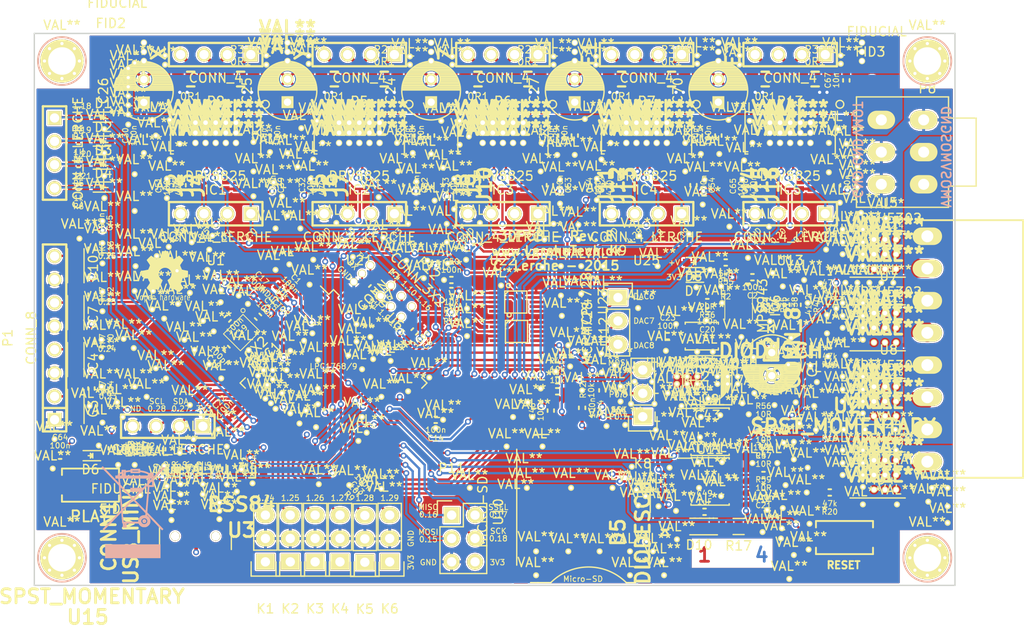
<source format=kicad_pcb>
(kicad_pcb (version 4) (host pcbnew 4.0.2-stable)
  (layers (0 F.Cu mixed) (1 Inner2.Cu power hide) (2 Inner1.Cu power hide) (31 B.Cu mixed) (34 B.Paste user) (35 F.Paste user) (36 B.SilkS user) (37 F.SilkS user) (38 B.Mask user) (39 F.Mask user) (44 Edge.Cuts user))
  (net 0 "")
  (net 1 +12V)
  (net 2 +3.3V)
  (net 3 /P2.6_FET)
  (net 4 /P2.7_FET)
  (net 5 /PWM0_FET)
  (net 6 /PWM1_FET)
  (net 7 DAC_SCL)
  (net 8 DAC_SDA)
  (net 9 DIR1)
  (net 10 DIR2)
  (net 11 DIR3)
  (net 12 DIR4)
  (net 13 DIR5)
  (net 14 EN1)
  (net 15 EN2)
  (net 16 EN3)
  (net 17 EN4)
  (net 18 EN5)
  (net 19 GND)
  (net 20 LED1)
  (net 21 LED2)
  (net 22 LED3)
  (net 23 LED4)
  (net 24 MISO1)
  (net 25 MOSI1)
  (net 26 P1.1)
  (net 27 P1.10)
  (net 28 P1.15)
  (net 29 P1.16)
  (net 30 P1.4)
  (net 31 P1.9)
  (net 32 P2.4)
  (net 33 P2.5)
  (net 34 P2.6)
  (net 35 P2.7)
  (net 36 PLAY)
  (net 37 PLAY_LED)
  (net 38 RX_0)
  (net 39 SCK1)
  (net 40 SCL)
  (net 41 SCON)
  (net 42 SDA)
  (net 43 SD_CS)
  (net 44 SD_MISO)
  (net 45 SD_MOSI)
  (net 46 SD_SCK)
  (net 47 SSEL1)
  (net 48 STP1)
  (net 49 STP2)
  (net 50 STP3)
  (net 51 STP4)
  (net 52 STP5)
  (net 53 TH1)
  (net 54 TH2)
  (net 55 TH3)
  (net 56 TH4)
  (net 57 TX_0)
  (net 58 USB_D+)
  (net 59 USB_D-)
  (net 60 VDCVDC)
  (net 61 VREF1)
  (net 62 VREF2)
  (net 63 VREF3)
  (net 64 VREF4)
  (net 65 VREF5)
  (net 66 VREF6)
  (net 67 VREF7)
  (net 68 VREF8)
  (net 69 X-MAX)
  (net 70 X-MIN)
  (net 71 Y-MAX)
  (net 72 Y-MIN)
  (net 73 Z-MAX)
  (net 74 Z-MIN)
  (net 75 ~ISP)
  (net 76 ~RESET)
  (net 77 "Net-(C2-Pad1)")
  (net 78 "Net-(C8-Pad1)")
  (net 79 "Net-(C8-Pad2)")
  (net 80 "Net-(C17-Pad1)")
  (net 81 "Net-(C18-Pad1)")
  (net 82 "Net-(C18-Pad2)")
  (net 83 "Net-(C20-Pad1)")
  (net 84 "Net-(C20-Pad2)")
  (net 85 "Net-(C35-Pad1)")
  (net 86 "Net-(C36-Pad1)")
  (net 87 "Net-(C36-Pad2)")
  (net 88 "Net-(C37-Pad1)")
  (net 89 "Net-(C37-Pad2)")
  (net 90 "Net-(C38-Pad1)")
  (net 91 "Net-(C38-Pad2)")
  (net 92 "Net-(C39-Pad2)")
  (net 93 "Net-(C40-Pad1)")
  (net 94 "Net-(C41-Pad1)")
  (net 95 "Net-(C42-Pad1)")
  (net 96 "Net-(C52-Pad2)")
  (net 97 "Net-(C53-Pad2)")
  (net 98 "Net-(C54-Pad2)")
  (net 99 "Net-(C67-Pad1)")
  (net 100 "Net-(C67-Pad2)")
  (net 101 "Net-(C68-Pad1)")
  (net 102 "Net-(C69-Pad2)")
  (net 103 "Net-(CONN1-Pad1)")
  (net 104 "Net-(CONN1-Pad2)")
  (net 105 "Net-(CONN1-Pad3)")
  (net 106 "Net-(D1-Pad1)")
  (net 107 "Net-(D2-Pad1)")
  (net 108 "Net-(D3-Pad1)")
  (net 109 "Net-(D4-Pad1)")
  (net 110 "Net-(D6-Pad1)")
  (net 111 "Net-(D7-Pad1)")
  (net 112 "Net-(D8-Pad1)")
  (net 113 "Net-(IC1-Pad24)")
  (net 114 "Net-(IC1-Pad25)")
  (net 115 "Net-(IC1-Pad26)")
  (net 116 "Net-(IC1-Pad5)")
  (net 117 "Net-(IC1-Pad6)")
  (net 118 "Net-(IC1-Pad7)")
  (net 119 "Net-(IC1-Pad8)")
  (net 120 "Net-(IC1-Pad9)")
  (net 121 "Net-(IC1-Pad10)")
  (net 122 "Net-(IC2-Pad24)")
  (net 123 "Net-(IC2-Pad25)")
  (net 124 "Net-(IC2-Pad26)")
  (net 125 "Net-(IC2-Pad5)")
  (net 126 "Net-(IC2-Pad6)")
  (net 127 "Net-(IC2-Pad7)")
  (net 128 "Net-(IC2-Pad8)")
  (net 129 "Net-(IC2-Pad9)")
  (net 130 "Net-(IC2-Pad10)")
  (net 131 "Net-(IC3-Pad24)")
  (net 132 "Net-(IC3-Pad25)")
  (net 133 "Net-(IC3-Pad26)")
  (net 134 "Net-(IC3-Pad5)")
  (net 135 "Net-(IC3-Pad6)")
  (net 136 "Net-(IC3-Pad7)")
  (net 137 "Net-(IC3-Pad8)")
  (net 138 "Net-(IC3-Pad9)")
  (net 139 "Net-(IC3-Pad10)")
  (net 140 "Net-(IC4-Pad24)")
  (net 141 "Net-(IC4-Pad25)")
  (net 142 "Net-(IC4-Pad26)")
  (net 143 "Net-(IC4-Pad5)")
  (net 144 "Net-(IC4-Pad6)")
  (net 145 "Net-(IC4-Pad7)")
  (net 146 "Net-(IC4-Pad8)")
  (net 147 "Net-(IC4-Pad9)")
  (net 148 "Net-(IC4-Pad10)")
  (net 149 "Net-(IC5-Pad24)")
  (net 150 "Net-(IC5-Pad25)")
  (net 151 "Net-(IC5-Pad26)")
  (net 152 "Net-(IC5-Pad5)")
  (net 153 "Net-(IC5-Pad6)")
  (net 154 "Net-(IC5-Pad7)")
  (net 155 "Net-(IC5-Pad8)")
  (net 156 "Net-(IC5-Pad9)")
  (net 157 "Net-(IC5-Pad10)")
  (net 158 "Net-(IC6-Pad1)")
  (net 159 "Net-(IC6-Pad3)")
  (net 160 "Net-(IC6-Pad4)")
  (net 161 "Net-(R11-Pad1)")
  (net 162 "Net-(R14-Pad1)")
  (net 163 "Net-(R15-Pad1)")
  (net 164 "Net-(R16-Pad1)")
  (net 165 "Net-(R20-Pad1)")
  (net 166 "Net-(R38-Pad2)")
  (net 167 MOSVCC)
  (net 168 "Net-(R56-Pad1)")
  (net 169 "Net-(R57-Pad1)")
  (net 170 "Net-(R58-Pad1)")
  (net 171 "Net-(R59-Pad1)")
  (net 172 "Net-(CONN1-Pad4)")
  (net 173 ~FAULT1)
  (net 174 "Net-(IC1-Pad19)")
  (net 175 ~HOME1)
  (net 176 ~FAULT2)
  (net 177 "Net-(IC2-Pad19)")
  (net 178 ~HOME2)
  (net 179 ~FAULT3)
  (net 180 "Net-(IC3-Pad19)")
  (net 181 ~HOME3)
  (net 182 ~FAULT4)
  (net 183 "Net-(IC4-Pad19)")
  (net 184 ~HOME4)
  (net 185 ~FAULT5)
  (net 186 "Net-(IC5-Pad19)")
  (net 187 ~HOME5)
  (net 188 "Net-(IC6-Pad8)")
  (net 189 V_MOSFET)
  (net 190 "Net-(U6-Pad1)")
  (net 191 "Net-(U6-Pad2)")
  (net 192 "Net-(U6-Pad3)")
  (net 193 "Net-(U6-Pad4)")
  (net 194 "Net-(U6-Pad5)")
  (net 195 "Net-(U6-Pad13)")
  (net 196 "Net-(U6-Pad14)")
  (net 197 "Net-(U6-Pad16)")
  (net 198 "Net-(U6-Pad18)")
  (net 199 P1.31)
  (net 200 P1.30)
  (net 201 "Net-(U6-Pad23)")
  (net 202 SD_IRQ)
  (net 203 P1.22)
  (net 204 P1.23)
  (net 205 SD_CD)
  (net 206 "Net-(U6-Pad82)")
  (net 207 "Net-(U6-Pad86)")
  (net 208 "Net-(U6-Pad89)")
  (net 209 "Net-(U6-Pad92)")
  (net 210 "Net-(U6-Pad95)")
  (net 211 "Net-(U6-Pad100)")
  (net 212 "Net-(U10-Pad9)")
  (net 213 "Net-(U12-Pad5)")
  (net 214 "Net-(U23-Pad5)")
  (module Lerche_via_0.35_GND (layer F.Cu) (at 145.6 164.9)
    (fp_text reference "" (at 0 -3.2) (layer F.SilkS))
    (fp_text value VAL** (at 0 -1.6) (layer F.SilkS))
    (pad "" thru_hole circle (at 0 0) (size 0.65 0.65) (drill 0.35) (layers *.Cu *.Mask F.SilkS) (net 19 GND) (clearance 0.001))
  )
  (module Lerche_via_0.35_GND (layer F.Cu) (at 141 160.8)
    (fp_text reference "" (at 0 -3.2) (layer F.SilkS))
    (fp_text value VAL** (at 0 -1.6) (layer F.SilkS))
    (pad "" thru_hole circle (at 0 0) (size 0.65 0.65) (drill 0.35) (layers *.Cu *.Mask F.SilkS) (net 19 GND) (clearance 0.001))
  )
  (module Lerche_via_0.35_GND (layer F.Cu) (at 202.4 177.2)
    (fp_text reference "" (at 0 -3.2) (layer F.SilkS))
    (fp_text value VAL** (at 0 -1.6) (layer F.SilkS))
    (pad "" thru_hole circle (at 0 0) (size 0.65 0.65) (drill 0.35) (layers *.Cu *.Mask F.SilkS) (net 19 GND) (clearance 0.001))
  )
  (module Lerche_via_0.35_GND (layer F.Cu) (at 204.6 185.8)
    (fp_text reference "" (at 0 -3.2) (layer F.SilkS))
    (fp_text value VAL** (at 0 -1.6) (layer F.SilkS))
    (pad "" thru_hole circle (at 0 0) (size 0.65 0.65) (drill 0.35) (layers *.Cu *.Mask F.SilkS) (net 19 GND) (clearance 0.001))
  )
  (module Lerche_via_0.35_GND (layer F.Cu) (at 164.2 184.6)
    (fp_text reference "" (at 0 -3.2) (layer F.SilkS))
    (fp_text value VAL** (at 0 -1.6) (layer F.SilkS))
    (pad "" thru_hole circle (at 0 0) (size 0.65 0.65) (drill 0.35) (layers *.Cu *.Mask F.SilkS) (net 19 GND) (clearance 0.001))
  )
  (module Lerche_via_0.35_GND (layer F.Cu) (at 160.9 184.5)
    (fp_text reference "" (at 0 -3.2) (layer F.SilkS))
    (fp_text value VAL** (at 0 -1.6) (layer F.SilkS))
    (pad "" thru_hole circle (at 0 0) (size 0.65 0.65) (drill 0.35) (layers *.Cu *.Mask F.SilkS) (net 19 GND) (clearance 0.001))
  )
  (module Lerche_via_0.35_GND (layer F.Cu) (at 199.7 187.4)
    (fp_text reference "" (at 0 -3.2) (layer F.SilkS))
    (fp_text value VAL** (at 0 -1.6) (layer F.SilkS))
    (pad "" thru_hole circle (at 0 0) (size 0.65 0.65) (drill 0.35) (layers *.Cu *.Mask F.SilkS) (net 19 GND) (clearance 0.001))
  )
  (module Lerche_via_0.35_GND (layer F.Cu) (at 199 182.7)
    (fp_text reference "" (at 0 -3.2) (layer F.SilkS))
    (fp_text value VAL** (at 0 -1.6) (layer F.SilkS))
    (pad "" thru_hole circle (at 0 0) (size 0.65 0.65) (drill 0.35) (layers *.Cu *.Mask F.SilkS) (net 19 GND) (clearance 0.001))
  )
  (module Lerche_via_0.35_GND (layer F.Cu) (at 198.8 174.6)
    (fp_text reference "" (at 0 -3.2) (layer F.SilkS))
    (fp_text value VAL** (at 0 -1.6) (layer F.SilkS))
    (pad "" thru_hole circle (at 0 0) (size 0.65 0.65) (drill 0.35) (layers *.Cu *.Mask F.SilkS) (net 19 GND) (clearance 0.001))
  )
  (module Lerche_via_0.35_GND (layer F.Cu) (at 200.3 176)
    (fp_text reference "" (at 0 -3.2) (layer F.SilkS))
    (fp_text value VAL** (at 0 -1.6) (layer F.SilkS))
    (pad "" thru_hole circle (at 0 0) (size 0.65 0.65) (drill 0.35) (layers *.Cu *.Mask F.SilkS) (net 19 GND) (clearance 0.001))
  )
  (module Lerche_via_0.35_GND (layer F.Cu) (at 204.5 177)
    (fp_text reference "" (at 0 -3.2) (layer F.SilkS))
    (fp_text value VAL** (at 0 -1.6) (layer F.SilkS))
    (pad "" thru_hole circle (at 0 0) (size 0.65 0.65) (drill 0.35) (layers *.Cu *.Mask F.SilkS) (net 19 GND) (clearance 0.001))
  )
  (module Lerche_via_0.35_GND (layer F.Cu) (at 204.7 182.1)
    (fp_text reference "" (at 0 -3.2) (layer F.SilkS))
    (fp_text value VAL** (at 0 -1.6) (layer F.SilkS))
    (pad "" thru_hole circle (at 0 0) (size 0.65 0.65) (drill 0.35) (layers *.Cu *.Mask F.SilkS) (net 19 GND) (clearance 0.001))
  )
  (module Lerche_via_0.35_GND (layer F.Cu) (at 202.1 182.1)
    (fp_text reference "" (at 0 -3.2) (layer F.SilkS))
    (fp_text value VAL** (at 0 -1.6) (layer F.SilkS))
    (pad "" thru_hole circle (at 0 0) (size 0.65 0.65) (drill 0.35) (layers *.Cu *.Mask F.SilkS) (net 19 GND) (clearance 0.001))
  )
  (module LercheTech:Lerche_Molex_502774-0891 (layer F.Cu) (at 190.1 187.5 180)
    (fp_text reference U10 (at 9.7 0 270) (layer F.SilkS))
    (fp_text value MICRO-SD (at 11.4 0 270) (layer F.SilkS))
    (pad 1 smd rect (at 3.4 7.81 180) (size 0.8 1.7) (layers F.Cu F.Paste F.Mask))
    (pad 2 smd rect (at 2.3 7.81 180) (size 0.8 1.7) (layers F.Cu F.Paste F.Mask) (net 43 SD_CS))
    (pad 3 smd rect (at 1.2 7.81 180) (size 0.8 1.7) (layers F.Cu F.Paste F.Mask) (net 45 SD_MOSI))
    (pad 4 smd rect (at 0.1 7.81 180) (size 0.8 1.7) (layers F.Cu F.Paste F.Mask) (net 2 +3.3V))
    (pad 5 smd rect (at -1 7.81 180) (size 0.85 1.7) (layers F.Cu F.Paste F.Mask) (net 46 SD_SCK))
    (pad 6 smd rect (at -2.1 7.81 180) (size 0.8 1.7) (layers F.Cu F.Paste F.Mask) (net 19 GND))
    (pad 7 smd rect (at -3.2 7.81 180) (size 0.8 1.7) (layers F.Cu F.Paste F.Mask) (net 44 SD_MISO))
    (pad 8 smd rect (at -4.3 7.81 180) (size 0.8 1.7) (layers F.Cu F.Paste F.Mask))
    (pad 9 smd rect (at -6.36 6.25 180) (size 1.3 1.3) (layers F.Cu F.Paste F.Mask) (net 212 "Net-(U10-Pad9)"))
    (pad 10 smd rect (at -6.36 -1.15 180) (size 1.3 1.4) (layers F.Cu F.Paste F.Mask) (net 19 GND))
    (pad 11 smd rect (at -5.7 7.9 180) (size 1.6 1.5) (layers F.Cu F.Paste F.Mask) (net 19 GND))
    (pad 12 smd rect (at -6.25 -6.95 180) (size 1.5 1.7) (layers F.Cu F.Paste F.Mask) (net 19 GND))
    (pad 13 smd rect (at 7.25 -6.95 180) (size 1.5 1.7) (layers F.Cu F.Paste F.Mask) (net 19 GND))
    (pad 14 smd rect (at 6.95 7.9 180) (size 1.7 1.5) (layers F.Cu F.Paste F.Mask) (net 19 GND))
  )
  (module Logo_silk_WEEE_8x10mm (layer B.Cu) (at 140.7 187.6)
    (fp_text reference "" hide)
    (fp_text value LOGO hide)
  )
  (module Lerche_via_0.35_+12V (layer F.Cu) (at 202 172.8)
    (fp_text reference "" (at 0 -3.2) (layer F.SilkS))
    (fp_text value VAL** (at 0 -1.6) (layer F.SilkS))
    (pad "" thru_hole circle (at 0 0) (size 0.65 0.65) (drill 0.35) (layers *.Cu *.Mask F.SilkS) (net 2 +3.3V) (clearance 0.001))
  )
  (module Lerche_via_0.35_+12V (layer F.Cu) (at 202 173.6)
    (fp_text reference "" (at 0 -3.2) (layer F.SilkS))
    (fp_text value VAL** (at 0 -1.6) (layer F.SilkS))
    (pad "" thru_hole circle (at 0 0) (size 0.65 0.65) (drill 0.35) (layers *.Cu *.Mask F.SilkS) (net 2 +3.3V) (clearance 0.001))
  )
  (module Lerche_via_0.35_+12V (layer F.Cu) (at 200.9 173.6)
    (fp_text reference "" (at 0 -3.2) (layer F.SilkS))
    (fp_text value VAL** (at 0 -1.6) (layer F.SilkS))
    (pad "" thru_hole circle (at 0 0) (size 0.65 0.65) (drill 0.35) (layers *.Cu *.Mask F.SilkS) (net 2 +3.3V) (clearance 0.001))
  )
  (module Lerche_via_0.35_+12V (layer F.Cu) (at 199.8 173.6)
    (fp_text reference "" (at 0 -3.2) (layer F.SilkS))
    (fp_text value VAL** (at 0 -1.6) (layer F.SilkS))
    (pad "" thru_hole circle (at 0 0) (size 0.65 0.65) (drill 0.35) (layers *.Cu *.Mask F.SilkS) (net 2 +3.3V) (clearance 0.001))
  )
  (module Lerche_via_0.35_+12V (layer F.Cu) (at 200.9 172.8)
    (fp_text reference "" (at 0 -3.2) (layer F.SilkS))
    (fp_text value VAL** (at 0 -1.6) (layer F.SilkS))
    (pad "" thru_hole circle (at 0 0) (size 0.65 0.65) (drill 0.35) (layers *.Cu *.Mask F.SilkS) (net 2 +3.3V) (clearance 0.001))
  )
  (module Lerche_via_0.5mm_GND (layer F.Cu) (at 141.9 137.5)
    (fp_text reference "" (at 0 -4.1) (layer F.SilkS) (effects (font (thickness 0.3048))))
    (fp_text value "" (at 0 -1.6) (layer F.SilkS) (effects (font (thickness 0.3048))))
    (pad "" thru_hole circle (at 0 0) (size 0.7 0.7) (drill 0.5) (layers *.Cu *.Mask F.SilkS) (net 19 GND) (clearance 0.001))
  )
  (module Lerche_via_0.5mm_GND (layer F.Cu) (at 141.9 138.5)
    (fp_text reference "" (at 0 -4.1) (layer F.SilkS) (effects (font (thickness 0.3048))))
    (fp_text value "" (at 0 -1.6) (layer F.SilkS) (effects (font (thickness 0.3048))))
    (pad "" thru_hole circle (at 0 0) (size 0.7 0.7) (drill 0.5) (layers *.Cu *.Mask F.SilkS) (net 19 GND) (clearance 0.001))
  )
  (module Lerche_via_0.5mm_GND (layer F.Cu) (at 219.9 138.5)
    (fp_text reference "" (at 0 -4.1) (layer F.SilkS) (effects (font (thickness 0.3048))))
    (fp_text value "" (at 0 -1.6) (layer F.SilkS) (effects (font (thickness 0.3048))))
    (pad "" thru_hole circle (at 0 0) (size 0.7 0.7) (drill 0.5) (layers *.Cu *.Mask F.SilkS) (net 19 GND) (clearance 0.001))
  )
  (module Lerche_via_0.5mm_GND (layer F.Cu) (at 219.9 137.5)
    (fp_text reference "" (at 0 -4.1) (layer F.SilkS) (effects (font (thickness 0.3048))))
    (fp_text value "" (at 0 -1.6) (layer F.SilkS) (effects (font (thickness 0.3048))))
    (pad "" thru_hole circle (at 0 0) (size 0.7 0.7) (drill 0.5) (layers *.Cu *.Mask F.SilkS) (net 19 GND) (clearance 0.001))
  )
  (module Lerche_via_0.5mm_GND (layer F.Cu) (at 219.9 136.5)
    (fp_text reference "" (at 0 -4.1) (layer F.SilkS) (effects (font (thickness 0.3048))))
    (fp_text value "" (at 0 -1.6) (layer F.SilkS) (effects (font (thickness 0.3048))))
    (pad "" thru_hole circle (at 0 0) (size 0.7 0.7) (drill 0.5) (layers *.Cu *.Mask F.SilkS) (net 19 GND) (clearance 0.001))
  )
  (module Lerche_via_0.5mm_GND (layer F.Cu) (at 204.3 136.5)
    (fp_text reference "" (at 0 -4.1) (layer F.SilkS) (effects (font (thickness 0.3048))))
    (fp_text value "" (at 0 -1.6) (layer F.SilkS) (effects (font (thickness 0.3048))))
    (pad "" thru_hole circle (at 0 0) (size 0.7 0.7) (drill 0.5) (layers *.Cu *.Mask F.SilkS) (net 19 GND) (clearance 0.001))
  )
  (module Lerche_via_0.5mm_GND (layer F.Cu) (at 204.3 137.5)
    (fp_text reference "" (at 0 -4.1) (layer F.SilkS) (effects (font (thickness 0.3048))))
    (fp_text value "" (at 0 -1.6) (layer F.SilkS) (effects (font (thickness 0.3048))))
    (pad "" thru_hole circle (at 0 0) (size 0.7 0.7) (drill 0.5) (layers *.Cu *.Mask F.SilkS) (net 19 GND) (clearance 0.001))
  )
  (module Lerche_via_0.5mm_GND (layer F.Cu) (at 204.3 138.5)
    (fp_text reference "" (at 0 -4.1) (layer F.SilkS) (effects (font (thickness 0.3048))))
    (fp_text value "" (at 0 -1.6) (layer F.SilkS) (effects (font (thickness 0.3048))))
    (pad "" thru_hole circle (at 0 0) (size 0.7 0.7) (drill 0.5) (layers *.Cu *.Mask F.SilkS) (net 19 GND) (clearance 0.001))
  )
  (module Lerche_via_0.5mm_GND (layer F.Cu) (at 188.7 138.5)
    (fp_text reference "" (at 0 -4.1) (layer F.SilkS) (effects (font (thickness 0.3048))))
    (fp_text value "" (at 0 -1.6) (layer F.SilkS) (effects (font (thickness 0.3048))))
    (pad "" thru_hole circle (at 0 0) (size 0.7 0.7) (drill 0.5) (layers *.Cu *.Mask F.SilkS) (net 19 GND) (clearance 0.001))
  )
  (module Lerche_via_0.5mm_GND (layer F.Cu) (at 188.7 137.5)
    (fp_text reference "" (at 0 -4.1) (layer F.SilkS) (effects (font (thickness 0.3048))))
    (fp_text value "" (at 0 -1.6) (layer F.SilkS) (effects (font (thickness 0.3048))))
    (pad "" thru_hole circle (at 0 0) (size 0.7 0.7) (drill 0.5) (layers *.Cu *.Mask F.SilkS) (net 19 GND) (clearance 0.001))
  )
  (module Lerche_via_0.5mm_GND (layer F.Cu) (at 188.7 136.5)
    (fp_text reference "" (at 0 -4.1) (layer F.SilkS) (effects (font (thickness 0.3048))))
    (fp_text value "" (at 0 -1.6) (layer F.SilkS) (effects (font (thickness 0.3048))))
    (pad "" thru_hole circle (at 0 0) (size 0.7 0.7) (drill 0.5) (layers *.Cu *.Mask F.SilkS) (net 19 GND) (clearance 0.001))
  )
  (module Lerche_via_0.5mm_GND (layer F.Cu) (at 173.1 136.5)
    (fp_text reference "" (at 0 -4.1) (layer F.SilkS) (effects (font (thickness 0.3048))))
    (fp_text value "" (at 0 -1.6) (layer F.SilkS) (effects (font (thickness 0.3048))))
    (pad "" thru_hole circle (at 0 0) (size 0.7 0.7) (drill 0.5) (layers *.Cu *.Mask F.SilkS) (net 19 GND) (clearance 0.001))
  )
  (module Lerche_via_0.5mm_GND (layer F.Cu) (at 173.1 137.5)
    (fp_text reference "" (at 0 -4.1) (layer F.SilkS) (effects (font (thickness 0.3048))))
    (fp_text value "" (at 0 -1.6) (layer F.SilkS) (effects (font (thickness 0.3048))))
    (pad "" thru_hole circle (at 0 0) (size 0.7 0.7) (drill 0.5) (layers *.Cu *.Mask F.SilkS) (net 19 GND) (clearance 0.001))
  )
  (module Lerche_via_0.5mm_GND (layer F.Cu) (at 173.1 138.5)
    (fp_text reference "" (at 0 -4.1) (layer F.SilkS) (effects (font (thickness 0.3048))))
    (fp_text value "" (at 0 -1.6) (layer F.SilkS) (effects (font (thickness 0.3048))))
    (pad "" thru_hole circle (at 0 0) (size 0.7 0.7) (drill 0.5) (layers *.Cu *.Mask F.SilkS) (net 19 GND) (clearance 0.001))
  )
  (module Lerche_via_0.5mm_GND (layer F.Cu) (at 209.9 145.2)
    (fp_text reference "" (at 0 -4.1) (layer F.SilkS) (effects (font (thickness 0.3048))))
    (fp_text value "" (at 0 -1.6) (layer F.SilkS) (effects (font (thickness 0.3048))))
    (pad "" thru_hole circle (at 0 0) (size 0.7 0.7) (drill 0.5) (layers *.Cu *.Mask F.SilkS) (net 19 GND) (clearance 0.001))
  )
  (module Lerche_via_0.5mm_GND (layer F.Cu) (at 214.3 145.2)
    (fp_text reference "" (at 0 -4.1) (layer F.SilkS) (effects (font (thickness 0.3048))))
    (fp_text value "" (at 0 -1.6) (layer F.SilkS) (effects (font (thickness 0.3048))))
    (pad "" thru_hole circle (at 0 0) (size 0.7 0.7) (drill 0.5) (layers *.Cu *.Mask F.SilkS) (net 19 GND) (clearance 0.001))
  )
  (module Lerche_via_0.5mm_GND (layer F.Cu) (at 209.9 147.4)
    (fp_text reference "" (at 0 -4.1) (layer F.SilkS) (effects (font (thickness 0.3048))))
    (fp_text value "" (at 0 -1.6) (layer F.SilkS) (effects (font (thickness 0.3048))))
    (pad "" thru_hole circle (at 0 0) (size 0.7 0.7) (drill 0.5) (layers *.Cu *.Mask F.SilkS) (net 19 GND) (clearance 0.001))
  )
  (module Lerche_via_0.5mm_GND (layer F.Cu) (at 214.3 147.4)
    (fp_text reference "" (at 0 -4.1) (layer F.SilkS) (effects (font (thickness 0.3048))))
    (fp_text value "" (at 0 -1.6) (layer F.SilkS) (effects (font (thickness 0.3048))))
    (pad "" thru_hole circle (at 0 0) (size 0.7 0.7) (drill 0.5) (layers *.Cu *.Mask F.SilkS) (net 19 GND) (clearance 0.001))
  )
  (module Lerche_via_0.5mm_GND (layer F.Cu) (at 209.9 146.3)
    (fp_text reference "" (at 0 -4.1) (layer F.SilkS) (effects (font (thickness 0.3048))))
    (fp_text value "" (at 0 -1.6) (layer F.SilkS) (effects (font (thickness 0.3048))))
    (pad "" thru_hole circle (at 0 0) (size 0.7 0.7) (drill 0.5) (layers *.Cu *.Mask F.SilkS) (net 19 GND) (clearance 0.001))
  )
  (module Lerche_via_0.5mm_GND (layer F.Cu) (at 214.3 146.3)
    (fp_text reference "" (at 0 -4.1) (layer F.SilkS) (effects (font (thickness 0.3048))))
    (fp_text value "" (at 0 -1.6) (layer F.SilkS) (effects (font (thickness 0.3048))))
    (pad "" thru_hole circle (at 0 0) (size 0.7 0.7) (drill 0.5) (layers *.Cu *.Mask F.SilkS) (net 19 GND) (clearance 0.001))
  )
  (module Lerche_via_0.5mm_GND (layer F.Cu) (at 212.1 145.2)
    (fp_text reference "" (at 0 -4.1) (layer F.SilkS) (effects (font (thickness 0.3048))))
    (fp_text value VAL** (at 0 -1.6) (layer F.SilkS) (effects (font (thickness 0.3048))))
    (pad "" thru_hole circle (at 0 0) (size 0.7 0.7) (drill 0.5) (layers *.Cu *.Mask F.SilkS) (net 19 GND) (clearance 0.001))
  )
  (module Lerche_via_0.5mm_GND (layer F.Cu) (at 212.1 146.3)
    (fp_text reference "" (at 0 -4.1) (layer F.SilkS) (effects (font (thickness 0.3048))))
    (fp_text value VAL** (at 0 -1.6) (layer F.SilkS) (effects (font (thickness 0.3048))))
    (pad "" thru_hole circle (at 0 0) (size 0.7 0.7) (drill 0.5) (layers *.Cu *.Mask F.SilkS) (net 19 GND) (clearance 0.001))
  )
  (module Lerche_via_0.5mm_GND (layer F.Cu) (at 212.1 147.4)
    (fp_text reference "" (at 0 -4.1) (layer F.SilkS) (effects (font (thickness 0.3048))))
    (fp_text value VAL** (at 0 -1.6) (layer F.SilkS) (effects (font (thickness 0.3048))))
    (pad "" thru_hole circle (at 0 0) (size 0.7 0.7) (drill 0.5) (layers *.Cu *.Mask F.SilkS) (net 19 GND) (clearance 0.001))
  )
  (module Lerche_via_0.5mm_GND (layer F.Cu) (at 211 145.2)
    (fp_text reference "" (at 0 -4.1) (layer F.SilkS) (effects (font (thickness 0.3048))))
    (fp_text value VAL** (at 0 -1.6) (layer F.SilkS) (effects (font (thickness 0.3048))))
    (pad "" thru_hole circle (at 0 0) (size 0.7 0.7) (drill 0.5) (layers *.Cu *.Mask F.SilkS) (net 19 GND) (clearance 0.001))
  )
  (module Lerche_via_0.5mm_GND (layer F.Cu) (at 211 146.3)
    (fp_text reference "" (at 0 -4.1) (layer F.SilkS) (effects (font (thickness 0.3048))))
    (fp_text value VAL** (at 0 -1.6) (layer F.SilkS) (effects (font (thickness 0.3048))))
    (pad "" thru_hole circle (at 0 0) (size 0.7 0.7) (drill 0.5) (layers *.Cu *.Mask F.SilkS) (net 19 GND) (clearance 0.001))
  )
  (module Lerche_via_0.5mm_GND (layer F.Cu) (at 211 147.4)
    (fp_text reference "" (at 0 -4.1) (layer F.SilkS) (effects (font (thickness 0.3048))))
    (fp_text value VAL** (at 0 -1.6) (layer F.SilkS) (effects (font (thickness 0.3048))))
    (pad "" thru_hole circle (at 0 0) (size 0.7 0.7) (drill 0.5) (layers *.Cu *.Mask F.SilkS) (net 19 GND) (clearance 0.001))
  )
  (module Lerche_via_0.5mm_GND (layer F.Cu) (at 213.2 147.4)
    (fp_text reference "" (at 0 -4.1) (layer F.SilkS) (effects (font (thickness 0.3048))))
    (fp_text value VAL** (at 0 -1.6) (layer F.SilkS) (effects (font (thickness 0.3048))))
    (pad "" thru_hole circle (at 0 0) (size 0.7 0.7) (drill 0.5) (layers *.Cu *.Mask F.SilkS) (net 19 GND) (clearance 0.001))
  )
  (module Lerche_via_0.5mm_GND (layer F.Cu) (at 213.2 146.3)
    (fp_text reference "" (at 0 -4.1) (layer F.SilkS) (effects (font (thickness 0.3048))))
    (fp_text value VAL** (at 0 -1.6) (layer F.SilkS) (effects (font (thickness 0.3048))))
    (pad "" thru_hole circle (at 0 0) (size 0.7 0.7) (drill 0.5) (layers *.Cu *.Mask F.SilkS) (net 19 GND) (clearance 0.001))
  )
  (module Lerche_via_0.5mm_GND (layer F.Cu) (at 213.2 145.2)
    (fp_text reference "" (at 0 -4.1) (layer F.SilkS) (effects (font (thickness 0.3048))))
    (fp_text value VAL** (at 0 -1.6) (layer F.SilkS) (effects (font (thickness 0.3048))))
    (pad "" thru_hole circle (at 0 0) (size 0.7 0.7) (drill 0.5) (layers *.Cu *.Mask F.SilkS) (net 19 GND) (clearance 0.001))
  )
  (module Lerche_via_0.5mm_GND (layer F.Cu) (at 197.6 145.2)
    (fp_text reference "" (at 0 -4.1) (layer F.SilkS) (effects (font (thickness 0.3048))))
    (fp_text value VAL** (at 0 -1.6) (layer F.SilkS) (effects (font (thickness 0.3048))))
    (pad "" thru_hole circle (at 0 0) (size 0.7 0.7) (drill 0.5) (layers *.Cu *.Mask F.SilkS) (net 19 GND) (clearance 0.001))
  )
  (module Lerche_via_0.5mm_GND (layer F.Cu) (at 197.6 146.3)
    (fp_text reference "" (at 0 -4.1) (layer F.SilkS) (effects (font (thickness 0.3048))))
    (fp_text value VAL** (at 0 -1.6) (layer F.SilkS) (effects (font (thickness 0.3048))))
    (pad "" thru_hole circle (at 0 0) (size 0.7 0.7) (drill 0.5) (layers *.Cu *.Mask F.SilkS) (net 19 GND) (clearance 0.001))
  )
  (module Lerche_via_0.5mm_GND (layer F.Cu) (at 197.6 147.4)
    (fp_text reference "" (at 0 -4.1) (layer F.SilkS) (effects (font (thickness 0.3048))))
    (fp_text value VAL** (at 0 -1.6) (layer F.SilkS) (effects (font (thickness 0.3048))))
    (pad "" thru_hole circle (at 0 0) (size 0.7 0.7) (drill 0.5) (layers *.Cu *.Mask F.SilkS) (net 19 GND) (clearance 0.001))
  )
  (module Lerche_via_0.5mm_GND (layer F.Cu) (at 195.4 147.4)
    (fp_text reference "" (at 0 -4.1) (layer F.SilkS) (effects (font (thickness 0.3048))))
    (fp_text value VAL** (at 0 -1.6) (layer F.SilkS) (effects (font (thickness 0.3048))))
    (pad "" thru_hole circle (at 0 0) (size 0.7 0.7) (drill 0.5) (layers *.Cu *.Mask F.SilkS) (net 19 GND) (clearance 0.001))
  )
  (module Lerche_via_0.5mm_GND (layer F.Cu) (at 195.4 146.3)
    (fp_text reference "" (at 0 -4.1) (layer F.SilkS) (effects (font (thickness 0.3048))))
    (fp_text value VAL** (at 0 -1.6) (layer F.SilkS) (effects (font (thickness 0.3048))))
    (pad "" thru_hole circle (at 0 0) (size 0.7 0.7) (drill 0.5) (layers *.Cu *.Mask F.SilkS) (net 19 GND) (clearance 0.001))
  )
  (module Lerche_via_0.5mm_GND (layer F.Cu) (at 195.4 145.2)
    (fp_text reference "" (at 0 -4.1) (layer F.SilkS) (effects (font (thickness 0.3048))))
    (fp_text value VAL** (at 0 -1.6) (layer F.SilkS) (effects (font (thickness 0.3048))))
    (pad "" thru_hole circle (at 0 0) (size 0.7 0.7) (drill 0.5) (layers *.Cu *.Mask F.SilkS) (net 19 GND) (clearance 0.001))
  )
  (module Lerche_via_0.5mm_GND (layer F.Cu) (at 196.5 147.4)
    (fp_text reference "" (at 0 -4.1) (layer F.SilkS) (effects (font (thickness 0.3048))))
    (fp_text value VAL** (at 0 -1.6) (layer F.SilkS) (effects (font (thickness 0.3048))))
    (pad "" thru_hole circle (at 0 0) (size 0.7 0.7) (drill 0.5) (layers *.Cu *.Mask F.SilkS) (net 19 GND) (clearance 0.001))
  )
  (module Lerche_via_0.5mm_GND (layer F.Cu) (at 196.5 146.3)
    (fp_text reference "" (at 0 -4.1) (layer F.SilkS) (effects (font (thickness 0.3048))))
    (fp_text value VAL** (at 0 -1.6) (layer F.SilkS) (effects (font (thickness 0.3048))))
    (pad "" thru_hole circle (at 0 0) (size 0.7 0.7) (drill 0.5) (layers *.Cu *.Mask F.SilkS) (net 19 GND) (clearance 0.001))
  )
  (module Lerche_via_0.5mm_GND (layer F.Cu) (at 196.5 145.2)
    (fp_text reference "" (at 0 -4.1) (layer F.SilkS) (effects (font (thickness 0.3048))))
    (fp_text value VAL** (at 0 -1.6) (layer F.SilkS) (effects (font (thickness 0.3048))))
    (pad "" thru_hole circle (at 0 0) (size 0.7 0.7) (drill 0.5) (layers *.Cu *.Mask F.SilkS) (net 19 GND) (clearance 0.001))
  )
  (module Lerche_via_0.5mm_GND (layer F.Cu) (at 198.7 146.3)
    (fp_text reference "" (at 0 -4.1) (layer F.SilkS) (effects (font (thickness 0.3048))))
    (fp_text value VAL** (at 0 -1.6) (layer F.SilkS) (effects (font (thickness 0.3048))))
    (pad "" thru_hole circle (at 0 0) (size 0.7 0.7) (drill 0.5) (layers *.Cu *.Mask F.SilkS) (net 19 GND) (clearance 0.001))
  )
  (module Lerche_via_0.5mm_GND (layer F.Cu) (at 194.3 146.3)
    (fp_text reference "" (at 0 -4.1) (layer F.SilkS) (effects (font (thickness 0.3048))))
    (fp_text value VAL** (at 0 -1.6) (layer F.SilkS) (effects (font (thickness 0.3048))))
    (pad "" thru_hole circle (at 0 0) (size 0.7 0.7) (drill 0.5) (layers *.Cu *.Mask F.SilkS) (net 19 GND) (clearance 0.001))
  )
  (module Lerche_via_0.5mm_GND (layer F.Cu) (at 198.7 147.4)
    (fp_text reference "" (at 0 -4.1) (layer F.SilkS) (effects (font (thickness 0.3048))))
    (fp_text value VAL** (at 0 -1.6) (layer F.SilkS) (effects (font (thickness 0.3048))))
    (pad "" thru_hole circle (at 0 0) (size 0.7 0.7) (drill 0.5) (layers *.Cu *.Mask F.SilkS) (net 19 GND) (clearance 0.001))
  )
  (module Lerche_via_0.5mm_GND (layer F.Cu) (at 194.3 147.4)
    (fp_text reference "" (at 0 -4.1) (layer F.SilkS) (effects (font (thickness 0.3048))))
    (fp_text value VAL** (at 0 -1.6) (layer F.SilkS) (effects (font (thickness 0.3048))))
    (pad "" thru_hole circle (at 0 0) (size 0.7 0.7) (drill 0.5) (layers *.Cu *.Mask F.SilkS) (net 19 GND) (clearance 0.001))
  )
  (module Lerche_via_0.5mm_GND (layer F.Cu) (at 198.7 145.2)
    (fp_text reference "" (at 0 -4.1) (layer F.SilkS) (effects (font (thickness 0.3048))))
    (fp_text value VAL** (at 0 -1.6) (layer F.SilkS) (effects (font (thickness 0.3048))))
    (pad "" thru_hole circle (at 0 0) (size 0.7 0.7) (drill 0.5) (layers *.Cu *.Mask F.SilkS) (net 19 GND) (clearance 0.001))
  )
  (module Lerche_via_0.5mm_GND (layer F.Cu) (at 194.3 145.2)
    (fp_text reference "" (at 0 -4.1) (layer F.SilkS) (effects (font (thickness 0.3048))))
    (fp_text value VAL** (at 0 -1.6) (layer F.SilkS) (effects (font (thickness 0.3048))))
    (pad "" thru_hole circle (at 0 0) (size 0.7 0.7) (drill 0.5) (layers *.Cu *.Mask F.SilkS) (net 19 GND) (clearance 0.001))
  )
  (module Lerche_via_0.5mm_GND (layer F.Cu) (at 178.7 145.2)
    (fp_text reference "" (at 0 -4.1) (layer F.SilkS) (effects (font (thickness 0.3048))))
    (fp_text value VAL** (at 0 -1.6) (layer F.SilkS) (effects (font (thickness 0.3048))))
    (pad "" thru_hole circle (at 0 0) (size 0.7 0.7) (drill 0.5) (layers *.Cu *.Mask F.SilkS) (net 19 GND) (clearance 0.001))
  )
  (module Lerche_via_0.5mm_GND (layer F.Cu) (at 183.1 145.2)
    (fp_text reference "" (at 0 -4.1) (layer F.SilkS) (effects (font (thickness 0.3048))))
    (fp_text value VAL** (at 0 -1.6) (layer F.SilkS) (effects (font (thickness 0.3048))))
    (pad "" thru_hole circle (at 0 0) (size 0.7 0.7) (drill 0.5) (layers *.Cu *.Mask F.SilkS) (net 19 GND) (clearance 0.001))
  )
  (module Lerche_via_0.5mm_GND (layer F.Cu) (at 178.7 147.4)
    (fp_text reference "" (at 0 -4.1) (layer F.SilkS) (effects (font (thickness 0.3048))))
    (fp_text value VAL** (at 0 -1.6) (layer F.SilkS) (effects (font (thickness 0.3048))))
    (pad "" thru_hole circle (at 0 0) (size 0.7 0.7) (drill 0.5) (layers *.Cu *.Mask F.SilkS) (net 19 GND) (clearance 0.001))
  )
  (module Lerche_via_0.5mm_GND (layer F.Cu) (at 183.1 147.4)
    (fp_text reference "" (at 0 -4.1) (layer F.SilkS) (effects (font (thickness 0.3048))))
    (fp_text value VAL** (at 0 -1.6) (layer F.SilkS) (effects (font (thickness 0.3048))))
    (pad "" thru_hole circle (at 0 0) (size 0.7 0.7) (drill 0.5) (layers *.Cu *.Mask F.SilkS) (net 19 GND) (clearance 0.001))
  )
  (module Lerche_via_0.5mm_GND (layer F.Cu) (at 178.7 146.3)
    (fp_text reference "" (at 0 -4.1) (layer F.SilkS) (effects (font (thickness 0.3048))))
    (fp_text value VAL** (at 0 -1.6) (layer F.SilkS) (effects (font (thickness 0.3048))))
    (pad "" thru_hole circle (at 0 0) (size 0.7 0.7) (drill 0.5) (layers *.Cu *.Mask F.SilkS) (net 19 GND) (clearance 0.001))
  )
  (module Lerche_via_0.5mm_GND (layer F.Cu) (at 183.1 146.3)
    (fp_text reference "" (at 0 -4.1) (layer F.SilkS) (effects (font (thickness 0.3048))))
    (fp_text value VAL** (at 0 -1.6) (layer F.SilkS) (effects (font (thickness 0.3048))))
    (pad "" thru_hole circle (at 0 0) (size 0.7 0.7) (drill 0.5) (layers *.Cu *.Mask F.SilkS) (net 19 GND) (clearance 0.001))
  )
  (module Lerche_via_0.5mm_GND (layer F.Cu) (at 180.9 145.2)
    (fp_text reference "" (at 0 -4.1) (layer F.SilkS) (effects (font (thickness 0.3048))))
    (fp_text value VAL** (at 0 -1.6) (layer F.SilkS) (effects (font (thickness 0.3048))))
    (pad "" thru_hole circle (at 0 0) (size 0.7 0.7) (drill 0.5) (layers *.Cu *.Mask F.SilkS) (net 19 GND) (clearance 0.001))
  )
  (module Lerche_via_0.5mm_GND (layer F.Cu) (at 180.9 146.3)
    (fp_text reference "" (at 0 -4.1) (layer F.SilkS) (effects (font (thickness 0.3048))))
    (fp_text value VAL** (at 0 -1.6) (layer F.SilkS) (effects (font (thickness 0.3048))))
    (pad "" thru_hole circle (at 0 0) (size 0.7 0.7) (drill 0.5) (layers *.Cu *.Mask F.SilkS) (net 19 GND) (clearance 0.001))
  )
  (module Lerche_via_0.5mm_GND (layer F.Cu) (at 180.9 147.4)
    (fp_text reference "" (at 0 -4.1) (layer F.SilkS) (effects (font (thickness 0.3048))))
    (fp_text value VAL** (at 0 -1.6) (layer F.SilkS) (effects (font (thickness 0.3048))))
    (pad "" thru_hole circle (at 0 0) (size 0.7 0.7) (drill 0.5) (layers *.Cu *.Mask F.SilkS) (net 19 GND) (clearance 0.001))
  )
  (module Lerche_via_0.5mm_GND (layer F.Cu) (at 179.8 145.2)
    (fp_text reference "" (at 0 -4.1) (layer F.SilkS) (effects (font (thickness 0.3048))))
    (fp_text value VAL** (at 0 -1.6) (layer F.SilkS) (effects (font (thickness 0.3048))))
    (pad "" thru_hole circle (at 0 0) (size 0.7 0.7) (drill 0.5) (layers *.Cu *.Mask F.SilkS) (net 19 GND) (clearance 0.001))
  )
  (module Lerche_via_0.5mm_GND (layer F.Cu) (at 179.8 146.3)
    (fp_text reference "" (at 0 -4.1) (layer F.SilkS) (effects (font (thickness 0.3048))))
    (fp_text value VAL** (at 0 -1.6) (layer F.SilkS) (effects (font (thickness 0.3048))))
    (pad "" thru_hole circle (at 0 0) (size 0.7 0.7) (drill 0.5) (layers *.Cu *.Mask F.SilkS) (net 19 GND) (clearance 0.001))
  )
  (module Lerche_via_0.5mm_GND (layer F.Cu) (at 179.8 147.4)
    (fp_text reference "" (at 0 -4.1) (layer F.SilkS) (effects (font (thickness 0.3048))))
    (fp_text value VAL** (at 0 -1.6) (layer F.SilkS) (effects (font (thickness 0.3048))))
    (pad "" thru_hole circle (at 0 0) (size 0.7 0.7) (drill 0.5) (layers *.Cu *.Mask F.SilkS) (net 19 GND) (clearance 0.001))
  )
  (module Lerche_via_0.5mm_GND (layer F.Cu) (at 182 147.4)
    (fp_text reference "" (at 0 -4.1) (layer F.SilkS) (effects (font (thickness 0.3048))))
    (fp_text value VAL** (at 0 -1.6) (layer F.SilkS) (effects (font (thickness 0.3048))))
    (pad "" thru_hole circle (at 0 0) (size 0.7 0.7) (drill 0.5) (layers *.Cu *.Mask F.SilkS) (net 19 GND) (clearance 0.001))
  )
  (module Lerche_via_0.5mm_GND (layer F.Cu) (at 182 146.3)
    (fp_text reference "" (at 0 -4.1) (layer F.SilkS) (effects (font (thickness 0.3048))))
    (fp_text value VAL** (at 0 -1.6) (layer F.SilkS) (effects (font (thickness 0.3048))))
    (pad "" thru_hole circle (at 0 0) (size 0.7 0.7) (drill 0.5) (layers *.Cu *.Mask F.SilkS) (net 19 GND) (clearance 0.001))
  )
  (module Lerche_via_0.5mm_GND (layer F.Cu) (at 182 145.2)
    (fp_text reference "" (at 0 -4.1) (layer F.SilkS) (effects (font (thickness 0.3048))))
    (fp_text value VAL** (at 0 -1.6) (layer F.SilkS) (effects (font (thickness 0.3048))))
    (pad "" thru_hole circle (at 0 0) (size 0.7 0.7) (drill 0.5) (layers *.Cu *.Mask F.SilkS) (net 19 GND) (clearance 0.001))
  )
  (module Lerche_via_0.5mm_GND (layer F.Cu) (at 166.4 145.2)
    (fp_text reference "" (at 0 -4.1) (layer F.SilkS) (effects (font (thickness 0.3048))))
    (fp_text value VAL** (at 0 -1.6) (layer F.SilkS) (effects (font (thickness 0.3048))))
    (pad "" thru_hole circle (at 0 0) (size 0.7 0.7) (drill 0.5) (layers *.Cu *.Mask F.SilkS) (net 19 GND) (clearance 0.001))
  )
  (module Lerche_via_0.5mm_GND (layer F.Cu) (at 166.4 146.3)
    (fp_text reference "" (at 0 -4.1) (layer F.SilkS) (effects (font (thickness 0.3048))))
    (fp_text value VAL** (at 0 -1.6) (layer F.SilkS) (effects (font (thickness 0.3048))))
    (pad "" thru_hole circle (at 0 0) (size 0.7 0.7) (drill 0.5) (layers *.Cu *.Mask F.SilkS) (net 19 GND) (clearance 0.001))
  )
  (module Lerche_via_0.5mm_GND (layer F.Cu) (at 166.4 147.4)
    (fp_text reference "" (at 0 -4.1) (layer F.SilkS) (effects (font (thickness 0.3048))))
    (fp_text value VAL** (at 0 -1.6) (layer F.SilkS) (effects (font (thickness 0.3048))))
    (pad "" thru_hole circle (at 0 0) (size 0.7 0.7) (drill 0.5) (layers *.Cu *.Mask F.SilkS) (net 19 GND) (clearance 0.001))
  )
  (module Lerche_via_0.5mm_GND (layer F.Cu) (at 164.2 147.4)
    (fp_text reference "" (at 0 -4.1) (layer F.SilkS) (effects (font (thickness 0.3048))))
    (fp_text value VAL** (at 0 -1.6) (layer F.SilkS) (effects (font (thickness 0.3048))))
    (pad "" thru_hole circle (at 0 0) (size 0.7 0.7) (drill 0.5) (layers *.Cu *.Mask F.SilkS) (net 19 GND) (clearance 0.001))
  )
  (module Lerche_via_0.5mm_GND (layer F.Cu) (at 164.2 146.3)
    (fp_text reference "" (at 0 -4.1) (layer F.SilkS) (effects (font (thickness 0.3048))))
    (fp_text value VAL** (at 0 -1.6) (layer F.SilkS) (effects (font (thickness 0.3048))))
    (pad "" thru_hole circle (at 0 0) (size 0.7 0.7) (drill 0.5) (layers *.Cu *.Mask F.SilkS) (net 19 GND) (clearance 0.001))
  )
  (module Lerche_via_0.5mm_GND (layer F.Cu) (at 164.2 145.2)
    (fp_text reference "" (at 0 -4.1) (layer F.SilkS) (effects (font (thickness 0.3048))))
    (fp_text value VAL** (at 0 -1.6) (layer F.SilkS) (effects (font (thickness 0.3048))))
    (pad "" thru_hole circle (at 0 0) (size 0.7 0.7) (drill 0.5) (layers *.Cu *.Mask F.SilkS) (net 19 GND) (clearance 0.001))
  )
  (module Lerche_via_0.5mm_GND (layer F.Cu) (at 165.3 147.4)
    (fp_text reference "" (at 0 -4.1) (layer F.SilkS) (effects (font (thickness 0.3048))))
    (fp_text value VAL** (at 0 -1.6) (layer F.SilkS) (effects (font (thickness 0.3048))))
    (pad "" thru_hole circle (at 0 0) (size 0.7 0.7) (drill 0.5) (layers *.Cu *.Mask F.SilkS) (net 19 GND) (clearance 0.001))
  )
  (module Lerche_via_0.5mm_GND (layer F.Cu) (at 165.3 146.3)
    (fp_text reference "" (at 0 -4.1) (layer F.SilkS) (effects (font (thickness 0.3048))))
    (fp_text value VAL** (at 0 -1.6) (layer F.SilkS) (effects (font (thickness 0.3048))))
    (pad "" thru_hole circle (at 0 0) (size 0.7 0.7) (drill 0.5) (layers *.Cu *.Mask F.SilkS) (net 19 GND) (clearance 0.001))
  )
  (module Lerche_via_0.5mm_GND (layer F.Cu) (at 165.3 145.2)
    (fp_text reference "" (at 0 -4.1) (layer F.SilkS) (effects (font (thickness 0.3048))))
    (fp_text value VAL** (at 0 -1.6) (layer F.SilkS) (effects (font (thickness 0.3048))))
    (pad "" thru_hole circle (at 0 0) (size 0.7 0.7) (drill 0.5) (layers *.Cu *.Mask F.SilkS) (net 19 GND) (clearance 0.001))
  )
  (module Lerche_via_0.5mm_GND (layer F.Cu) (at 167.5 146.3)
    (fp_text reference "" (at 0 -4.1) (layer F.SilkS) (effects (font (thickness 0.3048))))
    (fp_text value VAL** (at 0 -1.6) (layer F.SilkS) (effects (font (thickness 0.3048))))
    (pad "" thru_hole circle (at 0 0) (size 0.7 0.7) (drill 0.5) (layers *.Cu *.Mask F.SilkS) (net 19 GND) (clearance 0.001))
  )
  (module Lerche_via_0.5mm_GND (layer F.Cu) (at 163.1 146.3)
    (fp_text reference "" (at 0 -4.1) (layer F.SilkS) (effects (font (thickness 0.3048))))
    (fp_text value VAL** (at 0 -1.6) (layer F.SilkS) (effects (font (thickness 0.3048))))
    (pad "" thru_hole circle (at 0 0) (size 0.7 0.7) (drill 0.5) (layers *.Cu *.Mask F.SilkS) (net 19 GND) (clearance 0.001))
  )
  (module Lerche_via_0.5mm_GND (layer F.Cu) (at 167.5 147.4)
    (fp_text reference "" (at 0 -4.1) (layer F.SilkS) (effects (font (thickness 0.3048))))
    (fp_text value VAL** (at 0 -1.6) (layer F.SilkS) (effects (font (thickness 0.3048))))
    (pad "" thru_hole circle (at 0 0) (size 0.7 0.7) (drill 0.5) (layers *.Cu *.Mask F.SilkS) (net 19 GND) (clearance 0.001))
  )
  (module Lerche_via_0.5mm_GND (layer F.Cu) (at 163.1 147.4)
    (fp_text reference "" (at 0 -4.1) (layer F.SilkS) (effects (font (thickness 0.3048))))
    (fp_text value VAL** (at 0 -1.6) (layer F.SilkS) (effects (font (thickness 0.3048))))
    (pad "" thru_hole circle (at 0 0) (size 0.7 0.7) (drill 0.5) (layers *.Cu *.Mask F.SilkS) (net 19 GND) (clearance 0.001))
  )
  (module Lerche_via_0.5mm_GND (layer F.Cu) (at 167.5 145.2)
    (fp_text reference "" (at 0 -4.1) (layer F.SilkS) (effects (font (thickness 0.3048))))
    (fp_text value VAL** (at 0 -1.6) (layer F.SilkS) (effects (font (thickness 0.3048))))
    (pad "" thru_hole circle (at 0 0) (size 0.7 0.7) (drill 0.5) (layers *.Cu *.Mask F.SilkS) (net 19 GND) (clearance 0.001))
  )
  (module Lerche_via_0.5mm_GND (layer F.Cu) (at 163.1 145.2)
    (fp_text reference "" (at 0 -4.1) (layer F.SilkS) (effects (font (thickness 0.3048))))
    (fp_text value VAL** (at 0 -1.6) (layer F.SilkS) (effects (font (thickness 0.3048))))
    (pad "" thru_hole circle (at 0 0) (size 0.7 0.7) (drill 0.5) (layers *.Cu *.Mask F.SilkS) (net 19 GND) (clearance 0.001))
  )
  (module Lerche_via_0.5mm_GND (layer F.Cu) (at 221.2 185.1)
    (fp_text reference "" (at 0 -4.1) (layer F.SilkS) (effects (font (thickness 0.3048))))
    (fp_text value VAL** (at 0 -1.6) (layer F.SilkS) (effects (font (thickness 0.3048))))
    (pad "" thru_hole circle (at 0 0) (size 0.7 0.7) (drill 0.5) (layers *.Cu *.Mask F.SilkS) (net 4 /P2.7_FET) (clearance 0.001))
  )
  (module Lerche_via_0.5mm_GND (layer F.Cu) (at 222.4 185.1)
    (fp_text reference "" (at 0 -4.1) (layer F.SilkS) (effects (font (thickness 0.3048))))
    (fp_text value VAL** (at 0 -1.6) (layer F.SilkS) (effects (font (thickness 0.3048))))
    (pad "" thru_hole circle (at 0 0) (size 0.7 0.7) (drill 0.5) (layers *.Cu *.Mask F.SilkS) (net 4 /P2.7_FET) (clearance 0.001))
  )
  (module Lerche_via_0.5mm_GND (layer F.Cu) (at 223.6 185.1)
    (fp_text reference "" (at 0 -4.1) (layer F.SilkS) (effects (font (thickness 0.3048))))
    (fp_text value VAL** (at 0 -1.6) (layer F.SilkS) (effects (font (thickness 0.3048))))
    (pad "" thru_hole circle (at 0 0) (size 0.7 0.7) (drill 0.5) (layers *.Cu *.Mask F.SilkS) (net 4 /P2.7_FET) (clearance 0.001))
  )
  (module Lerche_via_0.5mm_GND (layer F.Cu) (at 221.2 183.5)
    (fp_text reference "" (at 0 -4.1) (layer F.SilkS) (effects (font (thickness 0.3048))))
    (fp_text value VAL** (at 0 -1.6) (layer F.SilkS) (effects (font (thickness 0.3048))))
    (pad "" thru_hole circle (at 0 0) (size 0.7 0.7) (drill 0.5) (layers *.Cu *.Mask F.SilkS) (net 4 /P2.7_FET) (clearance 0.001))
  )
  (module Lerche_via_0.5mm_GND (layer F.Cu) (at 222.4 183.5)
    (fp_text reference "" (at 0 -4.1) (layer F.SilkS) (effects (font (thickness 0.3048))))
    (fp_text value VAL** (at 0 -1.6) (layer F.SilkS) (effects (font (thickness 0.3048))))
    (pad "" thru_hole circle (at 0 0) (size 0.7 0.7) (drill 0.5) (layers *.Cu *.Mask F.SilkS) (net 4 /P2.7_FET) (clearance 0.001))
  )
  (module Lerche_via_0.5mm_GND (layer F.Cu) (at 223.6 183.5)
    (fp_text reference "" (at 0 -4.1) (layer F.SilkS) (effects (font (thickness 0.3048))))
    (fp_text value VAL** (at 0 -1.6) (layer F.SilkS) (effects (font (thickness 0.3048))))
    (pad "" thru_hole circle (at 0 0) (size 0.7 0.7) (drill 0.5) (layers *.Cu *.Mask F.SilkS) (net 4 /P2.7_FET) (clearance 0.001))
  )
  (module Lerche_via_0.5mm_GND (layer F.Cu) (at 223.6 181.9)
    (fp_text reference "" (at 0 -4.1) (layer F.SilkS) (effects (font (thickness 0.3048))))
    (fp_text value VAL** (at 0 -1.6) (layer F.SilkS) (effects (font (thickness 0.3048))))
    (pad "" thru_hole circle (at 0 0) (size 0.7 0.7) (drill 0.5) (layers *.Cu *.Mask F.SilkS) (net 4 /P2.7_FET) (clearance 0.001))
  )
  (module Lerche_via_0.5mm_GND (layer F.Cu) (at 222.4 181.9)
    (fp_text reference "" (at 0 -4.1) (layer F.SilkS) (effects (font (thickness 0.3048))))
    (fp_text value VAL** (at 0 -1.6) (layer F.SilkS) (effects (font (thickness 0.3048))))
    (pad "" thru_hole circle (at 0 0) (size 0.7 0.7) (drill 0.5) (layers *.Cu *.Mask F.SilkS) (net 4 /P2.7_FET) (clearance 0.001))
  )
  (module Lerche_via_0.5mm_GND (layer F.Cu) (at 221.2 181.9)
    (fp_text reference "" (at 0 -4.1) (layer F.SilkS) (effects (font (thickness 0.3048))))
    (fp_text value VAL** (at 0 -1.6) (layer F.SilkS) (effects (font (thickness 0.3048))))
    (pad "" thru_hole circle (at 0 0) (size 0.7 0.7) (drill 0.5) (layers *.Cu *.Mask F.SilkS) (net 4 /P2.7_FET) (clearance 0.001))
  )
  (module Lerche_via_0.5mm_GND (layer F.Cu) (at 221.2 177.1)
    (fp_text reference "" (at 0 -4.1) (layer F.SilkS) (effects (font (thickness 0.3048))))
    (fp_text value VAL** (at 0 -1.6) (layer F.SilkS) (effects (font (thickness 0.3048))))
    (pad "" thru_hole circle (at 0 0) (size 0.7 0.7) (drill 0.5) (layers *.Cu *.Mask F.SilkS) (net 3 /P2.6_FET) (clearance 0.001))
  )
  (module Lerche_via_0.5mm_GND (layer F.Cu) (at 222.4 177.1)
    (fp_text reference "" (at 0 -4.1) (layer F.SilkS) (effects (font (thickness 0.3048))))
    (fp_text value VAL** (at 0 -1.6) (layer F.SilkS) (effects (font (thickness 0.3048))))
    (pad "" thru_hole circle (at 0 0) (size 0.7 0.7) (drill 0.5) (layers *.Cu *.Mask F.SilkS) (net 3 /P2.6_FET) (clearance 0.001))
  )
  (module Lerche_via_0.5mm_GND (layer F.Cu) (at 223.6 177.1)
    (fp_text reference "" (at 0 -4.1) (layer F.SilkS) (effects (font (thickness 0.3048))))
    (fp_text value VAL** (at 0 -1.6) (layer F.SilkS) (effects (font (thickness 0.3048))))
    (pad "" thru_hole circle (at 0 0) (size 0.7 0.7) (drill 0.5) (layers *.Cu *.Mask F.SilkS) (net 3 /P2.6_FET) (clearance 0.001))
  )
  (module Lerche_via_0.5mm_GND (layer F.Cu) (at 221.2 175.5)
    (fp_text reference "" (at 0 -4.1) (layer F.SilkS) (effects (font (thickness 0.3048))))
    (fp_text value VAL** (at 0 -1.6) (layer F.SilkS) (effects (font (thickness 0.3048))))
    (pad "" thru_hole circle (at 0 0) (size 0.7 0.7) (drill 0.5) (layers *.Cu *.Mask F.SilkS) (net 3 /P2.6_FET) (clearance 0.001))
  )
  (module Lerche_via_0.5mm_GND (layer F.Cu) (at 222.4 175.5)
    (fp_text reference "" (at 0 -4.1) (layer F.SilkS) (effects (font (thickness 0.3048))))
    (fp_text value VAL** (at 0 -1.6) (layer F.SilkS) (effects (font (thickness 0.3048))))
    (pad "" thru_hole circle (at 0 0) (size 0.7 0.7) (drill 0.5) (layers *.Cu *.Mask F.SilkS) (net 3 /P2.6_FET) (clearance 0.001))
  )
  (module Lerche_via_0.5mm_GND (layer F.Cu) (at 223.6 175.5)
    (fp_text reference "" (at 0 -4.1) (layer F.SilkS) (effects (font (thickness 0.3048))))
    (fp_text value VAL** (at 0 -1.6) (layer F.SilkS) (effects (font (thickness 0.3048))))
    (pad "" thru_hole circle (at 0 0) (size 0.7 0.7) (drill 0.5) (layers *.Cu *.Mask F.SilkS) (net 3 /P2.6_FET) (clearance 0.001))
  )
  (module Lerche_via_0.5mm_GND (layer F.Cu) (at 223.6 173.9)
    (fp_text reference "" (at 0 -4.1) (layer F.SilkS) (effects (font (thickness 0.3048))))
    (fp_text value VAL** (at 0 -1.6) (layer F.SilkS) (effects (font (thickness 0.3048))))
    (pad "" thru_hole circle (at 0 0) (size 0.7 0.7) (drill 0.5) (layers *.Cu *.Mask F.SilkS) (net 3 /P2.6_FET) (clearance 0.001))
  )
  (module Lerche_via_0.5mm_GND (layer F.Cu) (at 222.4 173.9)
    (fp_text reference "" (at 0 -4.1) (layer F.SilkS) (effects (font (thickness 0.3048))))
    (fp_text value VAL** (at 0 -1.6) (layer F.SilkS) (effects (font (thickness 0.3048))))
    (pad "" thru_hole circle (at 0 0) (size 0.7 0.7) (drill 0.5) (layers *.Cu *.Mask F.SilkS) (net 3 /P2.6_FET) (clearance 0.001))
  )
  (module Lerche_via_0.5mm_GND (layer F.Cu) (at 221.2 173.9)
    (fp_text reference "" (at 0 -4.1) (layer F.SilkS) (effects (font (thickness 0.3048))))
    (fp_text value VAL** (at 0 -1.6) (layer F.SilkS) (effects (font (thickness 0.3048))))
    (pad "" thru_hole circle (at 0 0) (size 0.7 0.7) (drill 0.5) (layers *.Cu *.Mask F.SilkS) (net 3 /P2.6_FET) (clearance 0.001))
  )
  (module Lerche_via_0.5mm_GND (layer F.Cu) (at 221.2 169.1)
    (fp_text reference "" (at 0 -4.1) (layer F.SilkS) (effects (font (thickness 0.3048))))
    (fp_text value VAL** (at 0 -1.6) (layer F.SilkS) (effects (font (thickness 0.3048))))
    (pad "" thru_hole circle (at 0 0) (size 0.7 0.7) (drill 0.5) (layers *.Cu *.Mask F.SilkS) (net 6 /PWM1_FET) (clearance 0.001))
  )
  (module Lerche_via_0.5mm_GND (layer F.Cu) (at 222.4 169.1)
    (fp_text reference "" (at 0 -4.1) (layer F.SilkS) (effects (font (thickness 0.3048))))
    (fp_text value VAL** (at 0 -1.6) (layer F.SilkS) (effects (font (thickness 0.3048))))
    (pad "" thru_hole circle (at 0 0) (size 0.7 0.7) (drill 0.5) (layers *.Cu *.Mask F.SilkS) (net 6 /PWM1_FET) (clearance 0.001))
  )
  (module Lerche_via_0.5mm_GND (layer F.Cu) (at 223.6 169.1)
    (fp_text reference "" (at 0 -4.1) (layer F.SilkS) (effects (font (thickness 0.3048))))
    (fp_text value VAL** (at 0 -1.6) (layer F.SilkS) (effects (font (thickness 0.3048))))
    (pad "" thru_hole circle (at 0 0) (size 0.7 0.7) (drill 0.5) (layers *.Cu *.Mask F.SilkS) (net 6 /PWM1_FET) (clearance 0.001))
  )
  (module Lerche_via_0.5mm_GND (layer F.Cu) (at 221.2 167.5)
    (fp_text reference "" (at 0 -4.1) (layer F.SilkS) (effects (font (thickness 0.3048))))
    (fp_text value VAL** (at 0 -1.6) (layer F.SilkS) (effects (font (thickness 0.3048))))
    (pad "" thru_hole circle (at 0 0) (size 0.7 0.7) (drill 0.5) (layers *.Cu *.Mask F.SilkS) (net 6 /PWM1_FET) (clearance 0.001))
  )
  (module Lerche_via_0.5mm_GND (layer F.Cu) (at 222.4 167.5)
    (fp_text reference "" (at 0 -4.1) (layer F.SilkS) (effects (font (thickness 0.3048))))
    (fp_text value VAL** (at 0 -1.6) (layer F.SilkS) (effects (font (thickness 0.3048))))
    (pad "" thru_hole circle (at 0 0) (size 0.7 0.7) (drill 0.5) (layers *.Cu *.Mask F.SilkS) (net 6 /PWM1_FET) (clearance 0.001))
  )
  (module Lerche_via_0.5mm_GND (layer F.Cu) (at 223.6 167.5)
    (fp_text reference "" (at 0 -4.1) (layer F.SilkS) (effects (font (thickness 0.3048))))
    (fp_text value VAL** (at 0 -1.6) (layer F.SilkS) (effects (font (thickness 0.3048))))
    (pad "" thru_hole circle (at 0 0) (size 0.7 0.7) (drill 0.5) (layers *.Cu *.Mask F.SilkS) (net 6 /PWM1_FET) (clearance 0.001))
  )
  (module Lerche_via_0.5mm_GND (layer F.Cu) (at 223.6 165.9)
    (fp_text reference "" (at 0 -4.1) (layer F.SilkS) (effects (font (thickness 0.3048))))
    (fp_text value VAL** (at 0 -1.6) (layer F.SilkS) (effects (font (thickness 0.3048))))
    (pad "" thru_hole circle (at 0 0) (size 0.7 0.7) (drill 0.5) (layers *.Cu *.Mask F.SilkS) (net 6 /PWM1_FET) (clearance 0.001))
  )
  (module Lerche_via_0.5mm_GND (layer F.Cu) (at 222.4 165.9)
    (fp_text reference "" (at 0 -4.1) (layer F.SilkS) (effects (font (thickness 0.3048))))
    (fp_text value VAL** (at 0 -1.6) (layer F.SilkS) (effects (font (thickness 0.3048))))
    (pad "" thru_hole circle (at 0 0) (size 0.7 0.7) (drill 0.5) (layers *.Cu *.Mask F.SilkS) (net 6 /PWM1_FET) (clearance 0.001))
  )
  (module Lerche_via_0.5mm_GND (layer F.Cu) (at 221.2 165.9)
    (fp_text reference "" (at 0 -4.1) (layer F.SilkS) (effects (font (thickness 0.3048))))
    (fp_text value VAL** (at 0 -1.6) (layer F.SilkS) (effects (font (thickness 0.3048))))
    (pad "" thru_hole circle (at 0 0) (size 0.7 0.7) (drill 0.5) (layers *.Cu *.Mask F.SilkS) (net 6 /PWM1_FET) (clearance 0.001))
  )
  (module Lerche_via_0.5mm_GND (layer F.Cu) (at 221.2 161.1)
    (fp_text reference "" (at 0 -4.1) (layer F.SilkS) (effects (font (thickness 0.3048))))
    (fp_text value VAL** (at 0 -1.6) (layer F.SilkS) (effects (font (thickness 0.3048))))
    (pad "" thru_hole circle (at 0 0) (size 0.7 0.7) (drill 0.5) (layers *.Cu *.Mask F.SilkS) (net 5 /PWM0_FET) (clearance 0.001))
  )
  (module Lerche_via_0.5mm_GND (layer F.Cu) (at 222.4 161.1)
    (fp_text reference "" (at 0 -4.1) (layer F.SilkS) (effects (font (thickness 0.3048))))
    (fp_text value VAL** (at 0 -1.6) (layer F.SilkS) (effects (font (thickness 0.3048))))
    (pad "" thru_hole circle (at 0 0) (size 0.7 0.7) (drill 0.5) (layers *.Cu *.Mask F.SilkS) (net 5 /PWM0_FET) (clearance 0.001))
  )
  (module Lerche_via_0.5mm_GND (layer F.Cu) (at 223.6 161.1)
    (fp_text reference "" (at 0 -4.1) (layer F.SilkS) (effects (font (thickness 0.3048))))
    (fp_text value VAL** (at 0 -1.6) (layer F.SilkS) (effects (font (thickness 0.3048))))
    (pad "" thru_hole circle (at 0 0) (size 0.7 0.7) (drill 0.5) (layers *.Cu *.Mask F.SilkS) (net 5 /PWM0_FET) (clearance 0.001))
  )
  (module Lerche_via_0.5mm_GND (layer F.Cu) (at 221.2 159.5)
    (fp_text reference "" (at 0 -4.1) (layer F.SilkS) (effects (font (thickness 0.3048))))
    (fp_text value VAL** (at 0 -1.6) (layer F.SilkS) (effects (font (thickness 0.3048))))
    (pad "" thru_hole circle (at 0 0) (size 0.7 0.7) (drill 0.5) (layers *.Cu *.Mask F.SilkS) (net 5 /PWM0_FET) (clearance 0.001))
  )
  (module Lerche_via_0.5mm_GND (layer F.Cu) (at 222.4 159.5)
    (fp_text reference "" (at 0 -4.1) (layer F.SilkS) (effects (font (thickness 0.3048))))
    (fp_text value VAL** (at 0 -1.6) (layer F.SilkS) (effects (font (thickness 0.3048))))
    (pad "" thru_hole circle (at 0 0) (size 0.7 0.7) (drill 0.5) (layers *.Cu *.Mask F.SilkS) (net 5 /PWM0_FET) (clearance 0.001))
  )
  (module Lerche_via_0.5mm_GND (layer F.Cu) (at 223.6 159.5)
    (fp_text reference "" (at 0 -4.1) (layer F.SilkS) (effects (font (thickness 0.3048))))
    (fp_text value VAL** (at 0 -1.6) (layer F.SilkS) (effects (font (thickness 0.3048))))
    (pad "" thru_hole circle (at 0 0) (size 0.7 0.7) (drill 0.5) (layers *.Cu *.Mask F.SilkS) (net 5 /PWM0_FET) (clearance 0.001))
  )
  (module Lerche_via_0.5mm_GND (layer F.Cu) (at 223.6 157.9)
    (fp_text reference "" (at 0 -4.1) (layer F.SilkS) (effects (font (thickness 0.3048))))
    (fp_text value VAL** (at 0 -1.6) (layer F.SilkS) (effects (font (thickness 0.3048))))
    (pad "" thru_hole circle (at 0 0) (size 0.7 0.7) (drill 0.5) (layers *.Cu *.Mask F.SilkS) (net 5 /PWM0_FET) (clearance 0.001))
  )
  (module Lerche_via_0.5mm_GND (layer F.Cu) (at 222.4 157.9)
    (fp_text reference "" (at 0 -4.1) (layer F.SilkS) (effects (font (thickness 0.3048))))
    (fp_text value VAL** (at 0 -1.6) (layer F.SilkS) (effects (font (thickness 0.3048))))
    (pad "" thru_hole circle (at 0 0) (size 0.7 0.7) (drill 0.5) (layers *.Cu *.Mask F.SilkS) (net 5 /PWM0_FET) (clearance 0.001))
  )
  (module Lerche_via_0.35_GND (layer F.Cu) (at 229.2 188.7)
    (fp_text reference "" (at 0 -3.2) (layer F.SilkS))
    (fp_text value VAL** (at 0 -1.6) (layer F.SilkS))
    (pad "" thru_hole circle (at 0 0) (size 0.65 0.65) (drill 0.35) (layers *.Cu *.Mask F.SilkS) (net 19 GND) (clearance 0.001))
  )
  (module Lerche_via_0.35_GND (layer F.Cu) (at 219.8 155)
    (fp_text reference "" (at 0 -3.2) (layer F.SilkS))
    (fp_text value VAL** (at 0 -1.6) (layer F.SilkS))
    (pad "" thru_hole circle (at 0 0) (size 0.65 0.65) (drill 0.35) (layers *.Cu *.Mask F.SilkS) (net 19 GND) (clearance 0.001))
  )
  (module Lerche_via_0.35_GND (layer F.Cu) (at 159.5 176.5)
    (fp_text reference "" (at 0 -3.2) (layer F.SilkS))
    (fp_text value VAL** (at 0 -1.6) (layer F.SilkS))
    (pad "" thru_hole circle (at 0 0) (size 0.65 0.65) (drill 0.35) (layers *.Cu *.Mask F.SilkS) (net 19 GND) (clearance 0.001))
  )
  (module Lerche_via_0.35_GND (layer F.Cu) (at 158.8 177.9)
    (fp_text reference "" (at 0 -3.2) (layer F.SilkS))
    (fp_text value VAL** (at 0 -1.6) (layer F.SilkS))
    (pad "" thru_hole circle (at 0 0) (size 0.65 0.65) (drill 0.35) (layers *.Cu *.Mask F.SilkS) (net 19 GND) (clearance 0.001))
  )
  (module Lerche_via_0.35_GND (layer F.Cu) (at 156.2 176.3)
    (fp_text reference "" (at 0 -3.2) (layer F.SilkS))
    (fp_text value VAL** (at 0 -1.6) (layer F.SilkS))
    (pad "" thru_hole circle (at 0 0) (size 0.65 0.65) (drill 0.35) (layers *.Cu *.Mask F.SilkS) (net 19 GND) (clearance 0.001))
  )
  (module Lerche_via_0.35_GND (layer F.Cu) (at 155.1 175.2)
    (fp_text reference "" (at 0 -3.2) (layer F.SilkS))
    (fp_text value VAL** (at 0 -1.6) (layer F.SilkS))
    (pad "" thru_hole circle (at 0 0) (size 0.65 0.65) (drill 0.35) (layers *.Cu *.Mask F.SilkS) (net 19 GND) (clearance 0.001))
  )
  (module Lerche_via_0.35_GND (layer F.Cu) (at 155.7 175.7)
    (fp_text reference "" (at 0 -3.2) (layer F.SilkS))
    (fp_text value VAL** (at 0 -1.6) (layer F.SilkS))
    (pad "" thru_hole circle (at 0 0) (size 0.65 0.65) (drill 0.35) (layers *.Cu *.Mask F.SilkS) (net 19 GND) (clearance 0.001))
  )
  (module Lerche_via_0.35_GND (layer F.Cu) (at 200.8 181.9)
    (fp_text reference "" (at 0 -3.2) (layer F.SilkS))
    (fp_text value VAL** (at 0 -1.6) (layer F.SilkS))
  )
  (module Lerche_via_0.35_GND (layer F.Cu) (at 159.3 168.9)
    (fp_text reference "" (at 0 -3.2) (layer F.SilkS))
    (fp_text value VAL** (at 0 -1.6) (layer F.SilkS))
    (pad "" thru_hole circle (at 0 0) (size 0.65 0.65) (drill 0.35) (layers *.Cu *.Mask F.SilkS) (net 19 GND) (clearance 0.001))
  )
  (module Lerche_via_0.35_GND (layer F.Cu) (at 222.5 155.6)
    (fp_text reference "" (at 0 -3.2) (layer F.SilkS))
    (fp_text value VAL** (at 0 -1.6) (layer F.SilkS))
    (pad "" thru_hole circle (at 0 0) (size 0.65 0.65) (drill 0.35) (layers *.Cu *.Mask F.SilkS) (net 19 GND) (clearance 0.001))
  )
  (module Lerche_via_0.35_GND (layer F.Cu) (at 166.5 168.5)
    (fp_text reference "" (at 0 -3.2) (layer F.SilkS))
    (fp_text value VAL** (at 0 -1.6) (layer F.SilkS))
    (pad "" thru_hole circle (at 0 0) (size 0.65 0.65) (drill 0.35) (layers *.Cu *.Mask F.SilkS) (net 19 GND) (clearance 0.001))
  )
  (module Lerche_via_0.35_GND (layer F.Cu) (at 165 167.1)
    (fp_text reference "" (at 0 -3.2) (layer F.SilkS))
    (fp_text value VAL** (at 0 -1.6) (layer F.SilkS))
    (pad "" thru_hole circle (at 0 0) (size 0.65 0.65) (drill 0.35) (layers *.Cu *.Mask F.SilkS) (net 19 GND) (clearance 0.001))
  )
  (module Lerche_via_0.35_GND (layer F.Cu) (at 169.2 171)
    (fp_text reference "" (at 0 -3.2) (layer F.SilkS))
    (fp_text value VAL** (at 0 -1.6) (layer F.SilkS))
  )
  (module Lerche_via_0.35_GND (layer F.Cu) (at 165.6 177.2)
    (fp_text reference "" (at 0 -3.2) (layer F.SilkS))
    (fp_text value VAL** (at 0 -1.6) (layer F.SilkS))
    (pad "" thru_hole circle (at 0 0) (size 0.65 0.65) (drill 0.35) (layers *.Cu *.Mask F.SilkS) (net 19 GND) (clearance 0.001))
  )
  (module Lerche_via_0.35_GND (layer F.Cu) (at 160.8 175.8)
    (fp_text reference "" (at 0 -3.2) (layer F.SilkS))
    (fp_text value VAL** (at 0 -1.6) (layer F.SilkS))
    (pad "" thru_hole circle (at 0 0) (size 0.65 0.65) (drill 0.35) (layers *.Cu *.Mask F.SilkS) (net 19 GND) (clearance 0.001))
  )
  (module Lerche_via_0.35_GND (layer F.Cu) (at 157.8 176.8)
    (fp_text reference "" (at 0 -3.2) (layer F.SilkS))
    (fp_text value VAL** (at 0 -1.6) (layer F.SilkS))
    (pad "" thru_hole circle (at 0 0) (size 0.65 0.65) (drill 0.35) (layers *.Cu *.Mask F.SilkS) (net 19 GND) (clearance 0.001))
  )
  (module Lerche_via_0.35_GND (layer F.Cu) (at 160.6 178.3)
    (fp_text reference "" (at 0 -3.2) (layer F.SilkS))
    (fp_text value VAL** (at 0 -1.6) (layer F.SilkS))
    (pad "" thru_hole circle (at 0 0) (size 0.65 0.65) (drill 0.35) (layers *.Cu *.Mask F.SilkS) (net 19 GND) (clearance 0.001))
  )
  (module Lerche_via_0.35_GND (layer F.Cu) (at 152.5 182.9)
    (fp_text reference "" (at 0 -3.2) (layer F.SilkS))
    (fp_text value VAL** (at 0 -1.6) (layer F.SilkS))
    (pad "" thru_hole circle (at 0 0) (size 0.65 0.65) (drill 0.35) (layers *.Cu *.Mask F.SilkS) (net 19 GND) (clearance 0.001))
  )
  (module Lerche_via_0.35_GND (layer F.Cu) (at 150.9 180.4)
    (fp_text reference "" (at 0 -3.2) (layer F.SilkS))
    (fp_text value VAL** (at 0 -1.6) (layer F.SilkS))
    (pad "" thru_hole circle (at 0 0) (size 0.65 0.65) (drill 0.35) (layers *.Cu *.Mask F.SilkS) (net 19 GND) (clearance 0.001))
  )
  (module Lerche_via_0.35_GND (layer F.Cu) (at 148.3 184.5)
    (fp_text reference "" (at 0 -3.2) (layer F.SilkS))
    (fp_text value VAL** (at 0 -1.6) (layer F.SilkS))
    (pad "" thru_hole circle (at 0 0) (size 0.65 0.65) (drill 0.35) (layers *.Cu *.Mask F.SilkS) (net 19 GND) (clearance 0.001))
  )
  (module Lerche_via_0.35_GND (layer F.Cu) (at 148.3 185.6)
    (fp_text reference "" (at 0 -3.2) (layer F.SilkS))
    (fp_text value VAL** (at 0 -1.6) (layer F.SilkS))
    (pad "" thru_hole circle (at 0 0) (size 0.65 0.65) (drill 0.35) (layers *.Cu *.Mask F.SilkS) (net 19 GND) (clearance 0.001))
  )
  (module Lerche_via_0.35_GND (layer F.Cu) (at 145.9 185.6)
    (fp_text reference "" (at 0 -3.2) (layer F.SilkS))
    (fp_text value VAL** (at 0 -1.6) (layer F.SilkS))
    (pad "" thru_hole circle (at 0 0) (size 0.65 0.65) (drill 0.35) (layers *.Cu *.Mask F.SilkS) (net 19 GND) (clearance 0.001))
  )
  (module Lerche_via_0.35_GND (layer F.Cu) (at 145.9 184.5)
    (fp_text reference "" (at 0 -3.2) (layer F.SilkS))
    (fp_text value VAL** (at 0 -1.6) (layer F.SilkS))
    (pad "" thru_hole circle (at 0 0) (size 0.65 0.65) (drill 0.35) (layers *.Cu *.Mask F.SilkS) (net 19 GND) (clearance 0.001))
  )
  (module Lerche_via_0.35_GND (layer F.Cu) (at 150.1 187.4)
    (fp_text reference "" (at 0 -3.2) (layer F.SilkS))
    (fp_text value VAL** (at 0 -1.6) (layer F.SilkS))
    (pad "" thru_hole circle (at 0 0) (size 0.65 0.65) (drill 0.35) (layers *.Cu *.Mask F.SilkS) (net 19 GND) (clearance 0.001))
  )
  (module Lerche_via_0.35_GND (layer F.Cu) (at 150.1 188.3)
    (fp_text reference "" (at 0 -3.2) (layer F.SilkS))
    (fp_text value VAL** (at 0 -1.6) (layer F.SilkS))
    (pad "" thru_hole circle (at 0 0) (size 0.65 0.65) (drill 0.35) (layers *.Cu *.Mask F.SilkS) (net 19 GND) (clearance 0.001))
  )
  (module Lerche_via_0.35_GND (layer F.Cu) (at 150.1 186.5)
    (fp_text reference "" (at 0 -3.2) (layer F.SilkS))
    (fp_text value VAL** (at 0 -1.6) (layer F.SilkS))
    (pad "" thru_hole circle (at 0 0) (size 0.65 0.65) (drill 0.35) (layers *.Cu *.Mask F.SilkS) (net 19 GND) (clearance 0.001))
  )
  (module Lerche_via_0.35_GND (layer F.Cu) (at 144.9 186.4)
    (fp_text reference "" (at 0 -3.2) (layer F.SilkS))
    (fp_text value VAL** (at 0 -1.6) (layer F.SilkS))
    (pad "" thru_hole circle (at 0 0) (size 0.65 0.65) (drill 0.35) (layers *.Cu *.Mask F.SilkS) (net 19 GND) (clearance 0.001))
  )
  (module Lerche_via_0.35_GND (layer F.Cu) (at 144.9 187.4)
    (fp_text reference "" (at 0 -3.2) (layer F.SilkS))
    (fp_text value VAL** (at 0 -1.6) (layer F.SilkS))
    (pad "" thru_hole circle (at 0 0) (size 0.65 0.65) (drill 0.35) (layers *.Cu *.Mask F.SilkS) (net 19 GND) (clearance 0.001))
  )
  (module Lerche_via_0.35_GND (layer F.Cu) (at 144.9 188.4)
    (fp_text reference "" (at 0 -3.2) (layer F.SilkS))
    (fp_text value VAL** (at 0 -1.6) (layer F.SilkS))
    (pad "" thru_hole circle (at 0 0) (size 0.65 0.65) (drill 0.35) (layers *.Cu *.Mask F.SilkS) (net 19 GND) (clearance 0.001))
  )
  (module Lerche_via_0.35_GND (layer F.Cu) (at 149.987 178.562)
    (fp_text reference "" (at 0 -3.2) (layer F.SilkS))
    (fp_text value VAL** (at 0 -1.6) (layer F.SilkS))
    (pad "" thru_hole circle (at 0 0) (size 0.65 0.65) (drill 0.35) (layers *.Cu *.Mask F.SilkS) (net 19 GND) (clearance 0.001))
  )
  (module Lerche_via_0.35_GND (layer F.Cu) (at 149.479 167.894)
    (fp_text reference "" (at 0 -3.2) (layer F.SilkS))
    (fp_text value VAL** (at 0 -1.6) (layer F.SilkS))
    (pad "" thru_hole circle (at 0 0) (size 0.65 0.65) (drill 0.35) (layers *.Cu *.Mask F.SilkS) (net 19 GND) (clearance 0.001))
  )
  (module Lerche_via_0.35_GND (layer F.Cu) (at 148.336 166.751)
    (fp_text reference "" (at 0 -3.2) (layer F.SilkS))
    (fp_text value VAL** (at 0 -1.6) (layer F.SilkS))
    (pad "" thru_hole circle (at 0 0) (size 0.65 0.65) (drill 0.35) (layers *.Cu *.Mask F.SilkS) (net 19 GND) (clearance 0.001))
  )
  (module Lerche_via_0.35_GND (layer F.Cu) (at 153.289 169.926)
    (fp_text reference "" (at 0 -3.2) (layer F.SilkS))
    (fp_text value VAL** (at 0 -1.6) (layer F.SilkS))
    (pad "" thru_hole circle (at 0 0) (size 0.65 0.65) (drill 0.35) (layers *.Cu *.Mask F.SilkS) (net 19 GND) (clearance 0.001))
  )
  (module Lerche_via_0.35_GND (layer F.Cu) (at 152.2 164)
    (fp_text reference "" (at 0 -3.2) (layer F.SilkS))
    (fp_text value VAL** (at 0 -1.6) (layer F.SilkS))
    (pad "" thru_hole circle (at 0 0) (size 0.65 0.65) (drill 0.35) (layers *.Cu *.Mask F.SilkS) (net 19 GND) (clearance 0.001))
  )
  (module Lerche_via_0.35_GND (layer F.Cu) (at 150.3 163.4)
    (fp_text reference "" (at 0 -3.2) (layer F.SilkS))
    (fp_text value VAL** (at 0 -1.6) (layer F.SilkS))
    (pad "" thru_hole circle (at 0 0) (size 0.65 0.65) (drill 0.35) (layers *.Cu *.Mask F.SilkS) (net 19 GND) (clearance 0.001))
  )
  (module Lerche_via_0.35_GND (layer F.Cu) (at 156.2 161.2)
    (fp_text reference "" (at 0 -3.2) (layer F.SilkS))
    (fp_text value VAL** (at 0 -1.6) (layer F.SilkS))
    (pad "" thru_hole circle (at 0 0) (size 0.65 0.65) (drill 0.35) (layers *.Cu *.Mask F.SilkS) (net 19 GND) (clearance 0.001))
  )
  (module Lerche_via_0.35_GND (layer F.Cu) (at 159.9 162.8)
    (fp_text reference "" (at 0 -3.2) (layer F.SilkS))
    (fp_text value VAL** (at 0 -1.6) (layer F.SilkS))
    (pad "" thru_hole circle (at 0 0) (size 0.65 0.65) (drill 0.35) (layers *.Cu *.Mask F.SilkS) (net 19 GND) (clearance 0.001))
  )
  (module Lerche_via_0.35_GND (layer F.Cu) (at 140.9 154.8)
    (fp_text reference "" (at 0 -3.2) (layer F.SilkS))
    (fp_text value VAL** (at 0 -1.6) (layer F.SilkS))
    (pad "" thru_hole circle (at 0 0) (size 0.65 0.65) (drill 0.35) (layers *.Cu *.Mask F.SilkS) (net 19 GND) (clearance 0.001))
  )
  (module Lerche_via_0.35_GND (layer F.Cu) (at 140.9 158.9)
    (fp_text reference "" (at 0 -3.2) (layer F.SilkS))
    (fp_text value VAL** (at 0 -1.6) (layer F.SilkS))
    (pad "" thru_hole circle (at 0 0) (size 0.65 0.65) (drill 0.35) (layers *.Cu *.Mask F.SilkS) (net 19 GND) (clearance 0.001))
  )
  (module Lerche_via_0.35_GND (layer F.Cu) (at 140.9 163.5)
    (fp_text reference "" (at 0 -3.2) (layer F.SilkS))
    (fp_text value VAL** (at 0 -1.6) (layer F.SilkS))
    (pad "" thru_hole circle (at 0 0) (size 0.65 0.65) (drill 0.35) (layers *.Cu *.Mask F.SilkS) (net 19 GND) (clearance 0.001))
  )
  (module Lerche_via_0.35_GND (layer F.Cu) (at 142.9 163.5)
    (fp_text reference "" (at 0 -3.2) (layer F.SilkS))
    (fp_text value VAL** (at 0 -1.6) (layer F.SilkS))
    (pad "" thru_hole circle (at 0 0) (size 0.65 0.65) (drill 0.35) (layers *.Cu *.Mask F.SilkS) (net 19 GND) (clearance 0.001))
  )
  (module Lerche_via_0.35_GND (layer F.Cu) (at 145.5 161.3)
    (fp_text reference "" (at 0 -3.2) (layer F.SilkS))
    (fp_text value VAL** (at 0 -1.6) (layer F.SilkS))
    (pad "" thru_hole circle (at 0 0) (size 0.65 0.65) (drill 0.35) (layers *.Cu *.Mask F.SilkS) (net 19 GND) (clearance 0.001))
  )
  (module Lerche_via_0.35_GND (layer F.Cu) (at 142.8 165.5)
    (fp_text reference "" (at 0 -3.2) (layer F.SilkS))
    (fp_text value VAL** (at 0 -1.6) (layer F.SilkS))
    (pad "" thru_hole circle (at 0 0) (size 0.65 0.65) (drill 0.35) (layers *.Cu *.Mask F.SilkS) (net 19 GND) (clearance 0.001))
  )
  (module Lerche_via_0.35_GND (layer F.Cu) (at 137.4 165.7)
    (fp_text reference "" (at 0 -3.2) (layer F.SilkS))
    (fp_text value VAL** (at 0 -1.6) (layer F.SilkS))
    (pad "" thru_hole circle (at 0 0) (size 0.65 0.65) (drill 0.35) (layers *.Cu *.Mask F.SilkS) (net 19 GND) (clearance 0.001))
  )
  (module Lerche_via_0.35_GND (layer F.Cu) (at 139.7 168.7)
    (fp_text reference "" (at 0 -3.2) (layer F.SilkS))
    (fp_text value VAL** (at 0 -1.6) (layer F.SilkS))
    (pad "" thru_hole circle (at 0 0) (size 0.65 0.65) (drill 0.35) (layers *.Cu *.Mask F.SilkS) (net 19 GND) (clearance 0.001))
  )
  (module Lerche_via_0.35_GND (layer F.Cu) (at 137.4 158.3)
    (fp_text reference "" (at 0 -3.2) (layer F.SilkS))
    (fp_text value VAL** (at 0 -1.6) (layer F.SilkS))
    (pad "" thru_hole circle (at 0 0) (size 0.65 0.65) (drill 0.35) (layers *.Cu *.Mask F.SilkS) (net 19 GND) (clearance 0.001))
  )
  (module Lerche_via_0.35_GND (layer F.Cu) (at 137.4 160.5)
    (fp_text reference "" (at 0 -3.2) (layer F.SilkS))
    (fp_text value VAL** (at 0 -1.6) (layer F.SilkS))
    (pad "" thru_hole circle (at 0 0) (size 0.65 0.65) (drill 0.35) (layers *.Cu *.Mask F.SilkS) (net 19 GND) (clearance 0.001))
  )
  (module Lerche_via_0.35_GND (layer F.Cu) (at 137.4 163.6)
    (fp_text reference "" (at 0 -3.2) (layer F.SilkS))
    (fp_text value VAL** (at 0 -1.6) (layer F.SilkS))
    (pad "" thru_hole circle (at 0 0) (size 0.65 0.65) (drill 0.35) (layers *.Cu *.Mask F.SilkS) (net 19 GND) (clearance 0.001))
  )
  (module Lerche_via_0.35_GND (layer F.Cu) (at 137.3 168.8)
    (fp_text reference "" (at 0 -3.2) (layer F.SilkS))
    (fp_text value VAL** (at 0 -1.6) (layer F.SilkS))
    (pad "" thru_hole circle (at 0 0) (size 0.65 0.65) (drill 0.35) (layers *.Cu *.Mask F.SilkS) (net 19 GND) (clearance 0.001))
  )
  (module Lerche_via_0.35_GND (layer F.Cu) (at 137.3 170.7)
    (fp_text reference "" (at 0 -3.2) (layer F.SilkS))
    (fp_text value VAL** (at 0 -1.6) (layer F.SilkS))
    (pad "" thru_hole circle (at 0 0) (size 0.65 0.65) (drill 0.35) (layers *.Cu *.Mask F.SilkS) (net 19 GND) (clearance 0.001))
  )
  (module Lerche_via_0.35_GND (layer F.Cu) (at 182.3 186.1)
    (fp_text reference "" (at 0 -3.2) (layer F.SilkS))
    (fp_text value VAL** (at 0 -1.6) (layer F.SilkS))
  )
  (module Lerche_via_0.35_GND (layer F.Cu) (at 183.2 183.3)
    (fp_text reference "" (at 0 -3.2) (layer F.SilkS))
    (fp_text value VAL** (at 0 -1.6) (layer F.SilkS))
  )
  (module Lerche_via_0.35_GND (layer F.Cu) (at 214.3 171.6)
    (fp_text reference "" (at 0 -3.2) (layer F.SilkS))
    (fp_text value VAL** (at 0 -1.6) (layer F.SilkS))
    (pad "" thru_hole circle (at 0 0) (size 0.65 0.65) (drill 0.35) (layers *.Cu *.Mask F.SilkS) (net 19 GND) (clearance 0.001))
  )
  (module Lerche_via_0.35_GND (layer F.Cu) (at 214 182.7)
    (fp_text reference "" (at 0 -3.2) (layer F.SilkS))
    (fp_text value VAL** (at 0 -1.6) (layer F.SilkS))
    (pad "" thru_hole circle (at 0 0) (size 0.65 0.65) (drill 0.35) (layers *.Cu *.Mask F.SilkS) (net 19 GND) (clearance 0.001))
  )
  (module Lerche_via_0.35_GND (layer F.Cu) (at 160.8 174.1)
    (fp_text reference "" (at 0 -3.2) (layer F.SilkS))
    (fp_text value VAL** (at 0 -1.6) (layer F.SilkS))
    (pad "" thru_hole circle (at 0 0) (size 0.65 0.65) (drill 0.35) (layers *.Cu *.Mask F.SilkS) (net 19 GND) (clearance 0.001))
  )
  (module Lerche_via_0.35_GND (layer F.Cu) (at 156.9 174.6)
    (fp_text reference "" (at 0 -3.2) (layer F.SilkS))
    (fp_text value VAL** (at 0 -1.6) (layer F.SilkS))
    (pad "" thru_hole circle (at 0 0) (size 0.65 0.65) (drill 0.35) (layers *.Cu *.Mask F.SilkS) (net 19 GND) (clearance 0.001))
  )
  (module Lerche_via_0.35_GND (layer F.Cu) (at 167.2 185.6)
    (fp_text reference "" (at 0 -3.2) (layer F.SilkS))
    (fp_text value VAL** (at 0 -1.6) (layer F.SilkS))
  )
  (module Lerche_via_0.35_GND (layer F.Cu) (at 168 186.4)
    (fp_text reference "" (at 0 -3.2) (layer F.SilkS))
    (fp_text value VAL** (at 0 -1.6) (layer F.SilkS))
  )
  (module Lerche_via_0.35_GND (layer F.Cu) (at 140.9 150.8)
    (fp_text reference "" (at 0 -3.2) (layer F.SilkS))
    (fp_text value VAL** (at 0 -1.6) (layer F.SilkS))
    (pad "" thru_hole circle (at 0 0) (size 0.65 0.65) (drill 0.35) (layers *.Cu *.Mask F.SilkS) (net 19 GND) (clearance 0.001))
  )
  (module Lerche_via_0.35_GND (layer F.Cu) (at 169.1 160.2)
    (fp_text reference "" (at 0 -3.2) (layer F.SilkS))
    (fp_text value VAL** (at 0 -1.6) (layer F.SilkS))
  )
  (module Lerche_via_0.35_GND (layer F.Cu) (at 197.104 173.355)
    (fp_text reference "" (at 0 -3.2) (layer F.SilkS))
    (fp_text value VAL** (at 0 -1.6) (layer F.SilkS))
    (pad "" thru_hole circle (at 0 0) (size 0.65 0.65) (drill 0.35) (layers *.Cu *.Mask F.SilkS) (net 19 GND) (clearance 0.001))
  )
  (module Lerche_via_0.35_GND (layer F.Cu) (at 193.675 175.514)
    (fp_text reference "" (at 0 -3.2) (layer F.SilkS))
    (fp_text value VAL** (at 0 -1.6) (layer F.SilkS))
    (pad "" thru_hole circle (at 0 0) (size 0.65 0.65) (drill 0.35) (layers *.Cu *.Mask F.SilkS) (net 19 GND) (clearance 0.001))
  )
  (module Lerche_via_0.35_GND (layer F.Cu) (at 153.7 184.4)
    (fp_text reference "" (at 0 -3.2) (layer F.SilkS))
    (fp_text value VAL** (at 0 -1.6) (layer F.SilkS))
    (pad "" thru_hole circle (at 0 0) (size 0.65 0.65) (drill 0.35) (layers *.Cu *.Mask F.SilkS) (net 19 GND) (clearance 0.001))
  )
  (module Lerche_via_0.35_GND (layer F.Cu) (at 137.6 145.9)
    (fp_text reference "" (at 0 -3.2) (layer F.SilkS))
    (fp_text value VAL** (at 0 -1.6) (layer F.SilkS))
    (pad "" thru_hole circle (at 0 0) (size 0.65 0.65) (drill 0.35) (layers *.Cu *.Mask F.SilkS) (net 19 GND) (clearance 0.001))
  )
  (module Lerche_via_0.35_GND (layer F.Cu) (at 137.6 148.5)
    (fp_text reference "" (at 0 -3.2) (layer F.SilkS))
    (fp_text value VAL** (at 0 -1.6) (layer F.SilkS))
    (pad "" thru_hole circle (at 0 0) (size 0.65 0.65) (drill 0.35) (layers *.Cu *.Mask F.SilkS) (net 19 GND) (clearance 0.001))
  )
  (module Lerche_via_0.35_GND (layer F.Cu) (at 137.6 151)
    (fp_text reference "" (at 0 -3.2) (layer F.SilkS))
    (fp_text value VAL** (at 0 -1.6) (layer F.SilkS))
    (pad "" thru_hole circle (at 0 0) (size 0.65 0.65) (drill 0.35) (layers *.Cu *.Mask F.SilkS) (net 19 GND) (clearance 0.001))
  )
  (module Lerche_via_0.35_GND (layer F.Cu) (at 137.6 153.4)
    (fp_text reference "" (at 0 -3.2) (layer F.SilkS))
    (fp_text value VAL** (at 0 -1.6) (layer F.SilkS))
    (pad "" thru_hole circle (at 0 0) (size 0.65 0.65) (drill 0.35) (layers *.Cu *.Mask F.SilkS) (net 19 GND) (clearance 0.001))
  )
  (module Lerche_via_0.35_GND (layer F.Cu) (at 134.9 157.8)
    (fp_text reference "" (at 0 -3.2) (layer F.SilkS))
    (fp_text value VAL** (at 0 -1.6) (layer F.SilkS))
    (pad "" thru_hole circle (at 0 0) (size 0.65 0.65) (drill 0.35) (layers *.Cu *.Mask F.SilkS) (net 19 GND) (clearance 0.001))
  )
  (module Lerche_via_0.35_GND (layer F.Cu) (at 137.4 155.9)
    (fp_text reference "" (at 0 -3.2) (layer F.SilkS))
    (fp_text value VAL** (at 0 -1.6) (layer F.SilkS))
    (pad "" thru_hole circle (at 0 0) (size 0.65 0.65) (drill 0.35) (layers *.Cu *.Mask F.SilkS) (net 19 GND) (clearance 0.001))
  )
  (module Lerche_via_0.35_GND (layer F.Cu) (at 157.4 172.1)
    (fp_text reference "" (at 0 -3.2) (layer F.SilkS))
    (fp_text value VAL** (at 0 -1.6) (layer F.SilkS))
    (pad "" thru_hole circle (at 0 0) (size 0.65 0.65) (drill 0.35) (layers *.Cu *.Mask F.SilkS) (net 19 GND) (clearance 0.001))
  )
  (module Lerche_via_0.35_GND (layer F.Cu) (at 229.2 186.9)
    (fp_text reference "" (at 0 -3.2) (layer F.SilkS))
    (fp_text value VAL** (at 0 -1.6) (layer F.SilkS))
    (pad "" thru_hole circle (at 0 0) (size 0.65 0.65) (drill 0.35) (layers *.Cu *.Mask F.SilkS) (net 19 GND) (clearance 0.001))
  )
  (module Lerche_via_0.35_GND (layer F.Cu) (at 223.7 186.7)
    (fp_text reference "" (at 0 -3.2) (layer F.SilkS))
    (fp_text value VAL** (at 0 -1.6) (layer F.SilkS))
    (pad "" thru_hole circle (at 0 0) (size 0.65 0.65) (drill 0.35) (layers *.Cu *.Mask F.SilkS) (net 19 GND) (clearance 0.001))
  )
  (module Lerche_via_0.35_GND (layer F.Cu) (at 144.1 182.5)
    (fp_text reference "" (at 0 -3.2) (layer F.SilkS))
    (fp_text value VAL** (at 0 -1.6) (layer F.SilkS))
    (pad "" thru_hole circle (at 0 0) (size 0.65 0.65) (drill 0.35) (layers *.Cu *.Mask F.SilkS) (net 19 GND) (clearance 0.001))
  )
  (module Lerche_via_0.35_GND (layer F.Cu) (at 144.4 184.7)
    (fp_text reference "" (at 0 -3.2) (layer F.SilkS))
    (fp_text value VAL** (at 0 -1.6) (layer F.SilkS))
    (pad "" thru_hole circle (at 0 0) (size 0.65 0.65) (drill 0.35) (layers *.Cu *.Mask F.SilkS) (net 19 GND) (clearance 0.001))
  )
  (module Lerche_via_0.35_GND (layer F.Cu) (at 150.9 184.5)
    (fp_text reference "" (at 0 -3.2) (layer F.SilkS))
    (fp_text value VAL** (at 0 -1.6) (layer F.SilkS))
    (pad "" thru_hole circle (at 0 0) (size 0.65 0.65) (drill 0.35) (layers *.Cu *.Mask F.SilkS) (net 19 GND) (clearance 0.001))
  )
  (module Lerche_via_0.35_GND (layer F.Cu) (at 139.6 177.2)
    (fp_text reference "" (at 0 -3.2) (layer F.SilkS))
    (fp_text value VAL** (at 0 -1.6) (layer F.SilkS))
    (pad "" thru_hole circle (at 0 0) (size 0.65 0.65) (drill 0.35) (layers *.Cu *.Mask F.SilkS) (net 19 GND) (clearance 0.001))
  )
  (module Lerche_via_0.35_GND (layer F.Cu) (at 137 180.3)
    (fp_text reference "" (at 0 -3.2) (layer F.SilkS))
    (fp_text value VAL** (at 0 -1.6) (layer F.SilkS))
    (pad "" thru_hole circle (at 0 0) (size 0.65 0.65) (drill 0.35) (layers *.Cu *.Mask F.SilkS) (net 19 GND) (clearance 0.001))
  )
  (module Lerche_via_0.35_GND (layer F.Cu) (at 212.5 181.8)
    (fp_text reference "" (at 0 -3.2) (layer F.SilkS))
    (fp_text value VAL** (at 0 -1.6) (layer F.SilkS))
    (pad "" thru_hole circle (at 0 0) (size 0.65 0.65) (drill 0.35) (layers *.Cu *.Mask F.SilkS) (net 19 GND) (clearance 0.001))
  )
  (module Lerche_via_0.35_GND (layer F.Cu) (at 197.6 185.5)
    (fp_text reference "" (at 0 -3.2) (layer F.SilkS))
    (fp_text value VAL** (at 0 -1.6) (layer F.SilkS))
  )
  (module Lerche_via_0.35_GND (layer F.Cu) (at 197.6 186.5)
    (fp_text reference "" (at 0 -3.2) (layer F.SilkS))
    (fp_text value VAL** (at 0 -1.6) (layer F.SilkS))
  )
  (module Lerche_via_0.35_GND (layer F.Cu) (at 215 173.4)
    (fp_text reference "" (at 0 -3.2) (layer F.SilkS))
    (fp_text value VAL** (at 0 -1.6) (layer F.SilkS))
    (pad "" thru_hole circle (at 0 0) (size 0.65 0.65) (drill 0.35) (layers *.Cu *.Mask F.SilkS) (net 19 GND) (clearance 0.001))
  )
  (module Lerche_via_0.35_GND (layer F.Cu) (at 201.9 163.1)
    (fp_text reference "" (at 0 -3.2) (layer F.SilkS))
    (fp_text value VAL** (at 0 -1.6) (layer F.SilkS))
    (pad "" thru_hole circle (at 0 0) (size 0.65 0.65) (drill 0.35) (layers *.Cu *.Mask F.SilkS) (net 19 GND) (clearance 0.001))
  )
  (module Lerche_via_0.35_GND (layer F.Cu) (at 213.614 162.306)
    (fp_text reference "" (at 0 -3.2) (layer F.SilkS))
    (fp_text value VAL** (at 0 -1.6) (layer F.SilkS))
    (pad "" thru_hole circle (at 0 0) (size 0.65 0.65) (drill 0.35) (layers *.Cu *.Mask F.SilkS) (net 19 GND) (clearance 0.001))
  )
  (module Lerche_via_0.35_GND (layer F.Cu) (at 198.8 180.8)
    (fp_text reference "" (at 0 -3.2) (layer F.SilkS))
    (fp_text value VAL** (at 0 -1.6) (layer F.SilkS))
  )
  (module Lerche_via_0.35_GND (layer F.Cu) (at 202.2 181)
    (fp_text reference "" (at 0 -3.2) (layer F.SilkS))
    (fp_text value VAL** (at 0 -1.6) (layer F.SilkS))
  )
  (module Lerche_via_0.35_GND (layer F.Cu) (at 205.7 181.7)
    (fp_text reference "" (at 0 -3.2) (layer F.SilkS))
    (fp_text value VAL** (at 0 -1.6) (layer F.SilkS))
  )
  (module Lerche_via_0.35_GND (layer F.Cu) (at 201.8 175.9)
    (fp_text reference "" (at 0 -3.2) (layer F.SilkS))
    (fp_text value VAL** (at 0 -1.6) (layer F.SilkS))
  )
  (module Lerche_via_0.35_GND (layer F.Cu) (at 200.9 178.3)
    (fp_text reference "" (at 0 -3.2) (layer F.SilkS))
    (fp_text value VAL** (at 0 -1.6) (layer F.SilkS))
  )
  (module Lerche_via_0.35_GND (layer F.Cu) (at 200.2 176.5)
    (fp_text reference "" (at 0 -3.2) (layer F.SilkS))
    (fp_text value VAL** (at 0 -1.6) (layer F.SilkS))
  )
  (module Lerche_via_0.35_GND (layer F.Cu) (at 209.5 180.4)
    (fp_text reference "" (at 0 -3.2) (layer F.SilkS))
    (fp_text value VAL** (at 0 -1.6) (layer F.SilkS))
  )
  (module Lerche_via_0.35_GND (layer F.Cu) (at 203 187.6)
    (fp_text reference "" (at 0 -3.2) (layer F.SilkS))
    (fp_text value VAL** (at 0 -1.6) (layer F.SilkS))
  )
  (module Lerche_via_0.35_GND (layer F.Cu) (at 203.3 183.7)
    (fp_text reference "" (at 0 -3.2) (layer F.SilkS))
    (fp_text value VAL** (at 0 -1.6) (layer F.SilkS))
  )
  (module Lerche_via_0.35_GND (layer F.Cu) (at 204.4 185.5)
    (fp_text reference "" (at 0 -3.2) (layer F.SilkS))
    (fp_text value VAL** (at 0 -1.6) (layer F.SilkS))
  )
  (module Lerche_via_0.35_GND (layer F.Cu) (at 216.1 168.1)
    (fp_text reference "" (at 0 -3.2) (layer F.SilkS))
    (fp_text value VAL** (at 0 -1.6) (layer F.SilkS))
    (pad "" thru_hole circle (at 0 0) (size 0.65 0.65) (drill 0.35) (layers *.Cu *.Mask F.SilkS) (net 19 GND) (clearance 0.001))
  )
  (module Lerche_via_0.35_GND (layer F.Cu) (at 216.1 166.1)
    (fp_text reference "" (at 0 -3.2) (layer F.SilkS))
    (fp_text value VAL** (at 0 -1.6) (layer F.SilkS))
    (pad "" thru_hole circle (at 0 0) (size 0.65 0.65) (drill 0.35) (layers *.Cu *.Mask F.SilkS) (net 19 GND) (clearance 0.001))
  )
  (module Lerche_via_0.35_GND (layer F.Cu) (at 167.7 185)
    (fp_text reference "" (at 0 -3.2) (layer F.SilkS))
    (fp_text value VAL** (at 0 -1.6) (layer F.SilkS))
    (pad "" thru_hole circle (at 0 0) (size 0.65 0.65) (drill 0.35) (layers *.Cu *.Mask F.SilkS) (net 19 GND) (clearance 0.001))
  )
  (module Lerche_via_0.35_GND (layer F.Cu) (at 201.2 176.5)
    (fp_text reference "" (at 0 -3.2) (layer F.SilkS))
    (fp_text value VAL** (at 0 -1.6) (layer F.SilkS))
  )
  (module Lerche_via_0.35_GND (layer F.Cu) (at 139.1 182.4)
    (fp_text reference "" (at 0 -3.2) (layer F.SilkS))
    (fp_text value VAL** (at 0 -1.6) (layer F.SilkS))
    (pad "" thru_hole circle (at 0 0) (size 0.65 0.65) (drill 0.35) (layers *.Cu *.Mask F.SilkS) (net 19 GND) (clearance 0.001))
  )
  (module Lerche_via_0.35_GND (layer F.Cu) (at 140.9 182.4)
    (fp_text reference "" (at 0 -3.2) (layer F.SilkS))
    (fp_text value VAL** (at 0 -1.6) (layer F.SilkS))
    (pad "" thru_hole circle (at 0 0) (size 0.65 0.65) (drill 0.35) (layers *.Cu *.Mask F.SilkS) (net 19 GND) (clearance 0.001))
  )
  (module Lerche_via_0.35_GND (layer F.Cu) (at 141.5 185.7)
    (fp_text reference "" (at 0 -3.2) (layer F.SilkS))
    (fp_text value VAL** (at 0 -1.6) (layer F.SilkS))
    (pad "" thru_hole circle (at 0 0) (size 0.65 0.65) (drill 0.35) (layers *.Cu *.Mask F.SilkS) (net 19 GND) (clearance 0.001))
  )
  (module Lerche_via_0.35_GND (layer F.Cu) (at 146.9 175.9)
    (fp_text reference "" (at 0 -3.2) (layer F.SilkS))
    (fp_text value VAL** (at 0 -1.6) (layer F.SilkS))
    (pad "" thru_hole circle (at 0 0) (size 0.65 0.65) (drill 0.35) (layers *.Cu *.Mask F.SilkS) (net 19 GND) (clearance 0.001))
  )
  (module Lerche_via_0.35_GND (layer F.Cu) (at 197.358 175.768)
    (fp_text reference "" (at 0 -3.2) (layer F.SilkS))
    (fp_text value VAL** (at 0 -1.6) (layer F.SilkS))
    (pad "" thru_hole circle (at 0 0) (size 0.65 0.65) (drill 0.35) (layers *.Cu *.Mask F.SilkS) (net 19 GND) (clearance 0.001))
  )
  (module Lerche_via_0.35_GND (layer F.Cu) (at 202.3 179.4)
    (fp_text reference "" (at 0 -3.2) (layer F.SilkS))
    (fp_text value VAL** (at 0 -1.6) (layer F.SilkS))
    (pad "" thru_hole circle (at 0 0) (size 0.65 0.65) (drill 0.35) (layers *.Cu *.Mask F.SilkS) (net 19 GND) (clearance 0.001))
  )
  (module Lerche_via_0.35_GND (layer F.Cu) (at 207.6 176.9)
    (fp_text reference "" (at 0 -3.2) (layer F.SilkS))
    (fp_text value VAL** (at 0 -1.6) (layer F.SilkS))
    (pad "" thru_hole circle (at 0 0) (size 0.65 0.65) (drill 0.35) (layers *.Cu *.Mask F.SilkS) (net 19 GND) (clearance 0.001))
  )
  (module Lerche_via_0.35_GND (layer F.Cu) (at 208 182.2)
    (fp_text reference "" (at 0 -3.2) (layer F.SilkS))
    (fp_text value VAL** (at 0 -1.6) (layer F.SilkS))
    (pad "" thru_hole circle (at 0 0) (size 0.65 0.65) (drill 0.35) (layers *.Cu *.Mask F.SilkS) (net 19 GND) (clearance 0.001))
  )
  (module Lerche_via_0.35_GND (layer F.Cu) (at 210.4 175.9)
    (fp_text reference "" (at 0 -3.2) (layer F.SilkS))
    (fp_text value VAL** (at 0 -1.6) (layer F.SilkS))
    (pad "" thru_hole circle (at 0 0) (size 0.65 0.65) (drill 0.35) (layers *.Cu *.Mask F.SilkS) (net 19 GND) (clearance 0.001))
  )
  (module Lerche_via_0.35_GND (layer F.Cu) (at 206.9 175.7)
    (fp_text reference "" (at 0 -3.2) (layer F.SilkS))
    (fp_text value VAL** (at 0 -1.6) (layer F.SilkS))
    (pad "" thru_hole circle (at 0 0) (size 0.65 0.65) (drill 0.35) (layers *.Cu *.Mask F.SilkS) (net 19 GND) (clearance 0.001))
  )
  (module Lerche_via_0.35_GND (layer F.Cu) (at 210.7 182.2)
    (fp_text reference "" (at 0 -3.2) (layer F.SilkS))
    (fp_text value VAL** (at 0 -1.6) (layer F.SilkS))
    (pad "" thru_hole circle (at 0 0) (size 0.65 0.65) (drill 0.35) (layers *.Cu *.Mask F.SilkS) (net 19 GND) (clearance 0.001))
  )
  (module Lerche_via_0.35_GND (layer F.Cu) (at 174.4 177.5)
    (fp_text reference "" (at 0 -3.2) (layer F.SilkS))
    (fp_text value VAL** (at 0 -1.6) (layer F.SilkS))
    (pad "" thru_hole circle (at 0 0) (size 0.65 0.65) (drill 0.35) (layers *.Cu *.Mask F.SilkS) (net 19 GND) (clearance 0.001))
  )
  (module Lerche_via_0.35_GND (layer F.Cu) (at 172.9 172.9)
    (fp_text reference "" (at 0 -3.2) (layer F.SilkS))
    (fp_text value VAL** (at 0 -1.6) (layer F.SilkS))
    (pad "" thru_hole circle (at 0 0) (size 0.65 0.65) (drill 0.35) (layers *.Cu *.Mask F.SilkS) (net 19 GND) (clearance 0.001))
  )
  (module Lerche_via_0.35_GND (layer F.Cu) (at 165.6 172)
    (fp_text reference "" (at 0 -3.2) (layer F.SilkS))
    (fp_text value VAL** (at 0 -1.6) (layer F.SilkS))
    (pad "" thru_hole circle (at 0 0) (size 0.65 0.65) (drill 0.35) (layers *.Cu *.Mask F.SilkS) (net 19 GND) (clearance 0.001))
  )
  (module Lerche_via_0.35_GND (layer F.Cu) (at 164.1 170.5)
    (fp_text reference "" (at 0 -3.2) (layer F.SilkS))
    (fp_text value VAL** (at 0 -1.6) (layer F.SilkS))
    (pad "" thru_hole circle (at 0 0) (size 0.65 0.65) (drill 0.35) (layers *.Cu *.Mask F.SilkS) (net 19 GND) (clearance 0.001))
  )
  (module Lerche_via_0.35_GND (layer F.Cu) (at 174.5 162.3)
    (fp_text reference "" (at 0 -3.2) (layer F.SilkS))
    (fp_text value VAL** (at 0 -1.6) (layer F.SilkS))
    (pad "" thru_hole circle (at 0 0) (size 0.65 0.65) (drill 0.35) (layers *.Cu *.Mask F.SilkS) (net 19 GND) (clearance 0.001))
  )
  (module Lerche_via_0.35_GND (layer F.Cu) (at 173.6 178.4)
    (fp_text reference "" (at 0 -3.2) (layer F.SilkS))
    (fp_text value VAL** (at 0 -1.6) (layer F.SilkS))
    (pad "" thru_hole circle (at 0 0) (size 0.65 0.65) (drill 0.35) (layers *.Cu *.Mask F.SilkS) (net 19 GND) (clearance 0.001))
  )
  (module Lerche_via_0.35_GND (layer F.Cu) (at 168.3 171.6)
    (fp_text reference "" (at 0 -3.2) (layer F.SilkS))
    (fp_text value VAL** (at 0 -1.6) (layer F.SilkS))
  )
  (module Lerche_via_0.35_GND (layer F.Cu) (at 157.8 170)
    (fp_text reference "" (at 0 -3.2) (layer F.SilkS))
    (fp_text value VAL** (at 0 -1.6) (layer F.SilkS))
    (pad "" thru_hole circle (at 0 0) (size 0.65 0.65) (drill 0.35) (layers *.Cu *.Mask F.SilkS) (net 19 GND) (clearance 0.001))
  )
  (module Lerche_via_0.35_GND (layer F.Cu) (at 152 185.3)
    (fp_text reference "" (at 0 -3.2) (layer F.SilkS))
    (fp_text value VAL** (at 0 -1.6) (layer F.SilkS))
    (pad "" thru_hole circle (at 0 0) (size 0.65 0.65) (drill 0.35) (layers *.Cu *.Mask F.SilkS) (net 19 GND) (clearance 0.001))
  )
  (module Lerche_via_0.35_GND (layer F.Cu) (at 183.5 184.9)
    (fp_text reference "" (at 0 -3.2) (layer F.SilkS))
    (fp_text value VAL** (at 0 -1.6) (layer F.SilkS))
    (pad "" thru_hole circle (at 0 0) (size 0.65 0.65) (drill 0.35) (layers *.Cu *.Mask F.SilkS) (net 19 GND) (clearance 0.001))
  )
  (module Lerche_via_0.35_GND (layer F.Cu) (at 195.199 173.355)
    (fp_text reference "" (at 0 -3.2) (layer F.SilkS))
    (fp_text value VAL** (at 0 -1.6) (layer F.SilkS))
    (pad "" thru_hole circle (at 0 0) (size 0.65 0.65) (drill 0.35) (layers *.Cu *.Mask F.SilkS) (net 19 GND) (clearance 0.001))
  )
  (module Lerche_via_0.35_GND (layer F.Cu) (at 198.6 170)
    (fp_text reference "" (at 0 -3.2) (layer F.SilkS))
    (fp_text value VAL** (at 0 -1.6) (layer F.SilkS))
    (pad "" thru_hole circle (at 0 0) (size 0.65 0.65) (drill 0.35) (layers *.Cu *.Mask F.SilkS) (net 19 GND) (clearance 0.001))
  )
  (module Lerche_via_0.35_GND (layer F.Cu) (at 188.3 184.9)
    (fp_text reference "" (at 0 -3.2) (layer F.SilkS))
    (fp_text value VAL** (at 0 -1.6) (layer F.SilkS))
    (pad "" thru_hole circle (at 0 0) (size 0.65 0.65) (drill 0.35) (layers *.Cu *.Mask F.SilkS) (net 19 GND) (clearance 0.001))
  )
  (module Lerche_via_0.35_GND (layer F.Cu) (at 184.5 191.8)
    (fp_text reference "" (at 0 -3.2) (layer F.SilkS))
    (fp_text value VAL** (at 0 -1.6) (layer F.SilkS))
    (pad "" thru_hole circle (at 0 0) (size 0.65 0.65) (drill 0.35) (layers *.Cu *.Mask F.SilkS) (net 19 GND) (clearance 0.001))
  )
  (module Lerche_via_0.5mm_GND (layer F.Cu) (at 221.2 157.9)
    (fp_text reference "" (at 0 -4.1) (layer F.SilkS) (effects (font (thickness 0.3048))))
    (fp_text value VAL** (at 0 -1.6) (layer F.SilkS) (effects (font (thickness 0.3048))))
    (pad "" thru_hole circle (at 0 0) (size 0.7 0.7) (drill 0.5) (layers *.Cu *.Mask F.SilkS) (net 5 /PWM0_FET) (clearance 0.001))
  )
  (module Lerche_via_0.35_GND_MaskOver (layer F.Cu) (at 220 156.8)
    (fp_text reference "" (at 0 -2.9) (layer F.SilkS))
    (fp_text value VAL** (at 0 -1.4) (layer F.SilkS))
    (pad "" thru_hole circle (at 0 0) (size 0.65 0.65) (drill 0.35) (layers *.Cu *.Mask F.SilkS) (net 19 GND) (clearance 0.001))
  )
  (module Lerche_via_0.35_GND_MaskOver (layer F.Cu) (at 217.8 159.5)
    (fp_text reference "" (at 0 -2.9) (layer F.SilkS))
    (fp_text value VAL** (at 0 -1.4) (layer F.SilkS))
    (pad "" thru_hole circle (at 0 0) (size 0.65 0.65) (drill 0.35) (layers *.Cu *.Mask F.SilkS) (net 19 GND) (clearance 0.001))
  )
  (module Lerche_via_0.35_GND_MaskOver (layer F.Cu) (at 217.8 158.2)
    (fp_text reference "" (at 0 -2.9) (layer F.SilkS))
    (fp_text value VAL** (at 0 -1.4) (layer F.SilkS))
    (pad "" thru_hole circle (at 0 0) (size 0.65 0.65) (drill 0.35) (layers *.Cu *.Mask F.SilkS) (net 19 GND) (clearance 0.001))
  )
  (module Lerche_via_0.35_GND_MaskOver (layer F.Cu) (at 220 158.2)
    (fp_text reference "" (at 0 -2.9) (layer F.SilkS))
    (fp_text value VAL** (at 0 -1.4) (layer F.SilkS))
    (pad "" thru_hole circle (at 0 0) (size 0.65 0.65) (drill 0.35) (layers *.Cu *.Mask F.SilkS) (net 19 GND) (clearance 0.001))
  )
  (module Lerche_via_0.35_GND_MaskOver (layer F.Cu) (at 220 159.5)
    (fp_text reference "" (at 0 -2.9) (layer F.SilkS))
    (fp_text value VAL** (at 0 -1.4) (layer F.SilkS))
    (pad "" thru_hole circle (at 0 0) (size 0.65 0.65) (drill 0.35) (layers *.Cu *.Mask F.SilkS) (net 19 GND) (clearance 0.001))
  )
  (module Lerche_via_0.35_GND_MaskOver (layer F.Cu) (at 220 160.8)
    (fp_text reference "" (at 0 -2.9) (layer F.SilkS))
    (fp_text value VAL** (at 0 -1.4) (layer F.SilkS))
    (pad "" thru_hole circle (at 0 0) (size 0.65 0.65) (drill 0.35) (layers *.Cu *.Mask F.SilkS) (net 19 GND) (clearance 0.001))
  )
  (module Lerche_via_0.35_GND_MaskOver (layer F.Cu) (at 217.8 166.2)
    (fp_text reference "" (at 0 -2.9) (layer F.SilkS))
    (fp_text value VAL** (at 0 -1.4) (layer F.SilkS))
    (pad "" thru_hole circle (at 0 0) (size 0.65 0.65) (drill 0.35) (layers *.Cu *.Mask F.SilkS) (net 19 GND) (clearance 0.001))
  )
  (module Lerche_via_0.35_GND_MaskOver (layer F.Cu) (at 217.8 167.5)
    (fp_text reference "" (at 0 -2.9) (layer F.SilkS))
    (fp_text value VAL** (at 0 -1.4) (layer F.SilkS))
    (pad "" thru_hole circle (at 0 0) (size 0.65 0.65) (drill 0.35) (layers *.Cu *.Mask F.SilkS) (net 19 GND) (clearance 0.001))
  )
  (module Lerche_via_0.35_GND_MaskOver (layer F.Cu) (at 220 168.8)
    (fp_text reference "" (at 0 -2.9) (layer F.SilkS))
    (fp_text value VAL** (at 0 -1.4) (layer F.SilkS))
    (pad "" thru_hole circle (at 0 0) (size 0.65 0.65) (drill 0.35) (layers *.Cu *.Mask F.SilkS) (net 19 GND) (clearance 0.001))
  )
  (module Lerche_via_0.35_GND_MaskOver (layer F.Cu) (at 220 167.5)
    (fp_text reference "" (at 0 -2.9) (layer F.SilkS))
    (fp_text value VAL** (at 0 -1.4) (layer F.SilkS))
    (pad "" thru_hole circle (at 0 0) (size 0.65 0.65) (drill 0.35) (layers *.Cu *.Mask F.SilkS) (net 19 GND) (clearance 0.001))
  )
  (module Lerche_via_0.35_GND_MaskOver (layer F.Cu) (at 220 166.2)
    (fp_text reference "" (at 0 -2.9) (layer F.SilkS))
    (fp_text value VAL** (at 0 -1.4) (layer F.SilkS))
    (pad "" thru_hole circle (at 0 0) (size 0.65 0.65) (drill 0.35) (layers *.Cu *.Mask F.SilkS) (net 19 GND) (clearance 0.001))
  )
  (module Lerche_via_0.35_GND_MaskOver (layer F.Cu) (at 220 164.8)
    (fp_text reference "" (at 0 -2.9) (layer F.SilkS))
    (fp_text value VAL** (at 0 -1.4) (layer F.SilkS))
    (pad "" thru_hole circle (at 0 0) (size 0.65 0.65) (drill 0.35) (layers *.Cu *.Mask F.SilkS) (net 19 GND) (clearance 0.001))
  )
  (module Lerche_via_0.35_GND_MaskOver (layer F.Cu) (at 217.8 164.8)
    (fp_text reference "" (at 0 -2.9) (layer F.SilkS))
    (fp_text value VAL** (at 0 -1.4) (layer F.SilkS))
    (pad "" thru_hole circle (at 0 0) (size 0.65 0.65) (drill 0.35) (layers *.Cu *.Mask F.SilkS) (net 19 GND) (clearance 0.001))
  )
  (module Lerche_via_0.35_GND_MaskOver (layer F.Cu) (at 217.8 156.8)
    (fp_text reference "" (at 0 -2.9) (layer F.SilkS))
    (fp_text value VAL** (at 0 -1.4) (layer F.SilkS))
    (pad "" thru_hole circle (at 0 0) (size 0.65 0.65) (drill 0.35) (layers *.Cu *.Mask F.SilkS) (net 19 GND) (clearance 0.001))
  )
  (module Lerche_via_0.35_GND_MaskOver (layer F.Cu) (at 220 176.8)
    (fp_text reference "" (at 0 -2.9) (layer F.SilkS))
    (fp_text value VAL** (at 0 -1.4) (layer F.SilkS))
    (pad "" thru_hole circle (at 0 0) (size 0.65 0.65) (drill 0.35) (layers *.Cu *.Mask F.SilkS) (net 19 GND) (clearance 0.001))
  )
  (module Lerche_via_0.35_GND_MaskOver (layer F.Cu) (at 220 175.5)
    (fp_text reference "" (at 0 -2.9) (layer F.SilkS))
    (fp_text value VAL** (at 0 -1.4) (layer F.SilkS))
    (pad "" thru_hole circle (at 0 0) (size 0.65 0.65) (drill 0.35) (layers *.Cu *.Mask F.SilkS) (net 19 GND) (clearance 0.001))
  )
  (module Lerche_via_0.35_GND_MaskOver (layer F.Cu) (at 220 174.2)
    (fp_text reference "" (at 0 -2.9) (layer F.SilkS))
    (fp_text value VAL** (at 0 -1.4) (layer F.SilkS))
    (pad "" thru_hole circle (at 0 0) (size 0.65 0.65) (drill 0.35) (layers *.Cu *.Mask F.SilkS) (net 19 GND) (clearance 0.001))
  )
  (module Lerche_via_0.35_GND_MaskOver (layer F.Cu) (at 220 172.8)
    (fp_text reference "" (at 0 -2.9) (layer F.SilkS))
    (fp_text value VAL** (at 0 -1.4) (layer F.SilkS))
    (pad "" thru_hole circle (at 0 0) (size 0.65 0.65) (drill 0.35) (layers *.Cu *.Mask F.SilkS) (net 19 GND) (clearance 0.001))
  )
  (module Lerche_via_0.35_GND_MaskOver (layer F.Cu) (at 217.8 172.8)
    (fp_text reference "" (at 0 -2.9) (layer F.SilkS))
    (fp_text value VAL** (at 0 -1.4) (layer F.SilkS))
    (pad "" thru_hole circle (at 0 0) (size 0.65 0.65) (drill 0.35) (layers *.Cu *.Mask F.SilkS) (net 19 GND) (clearance 0.001))
  )
  (module Lerche_via_0.35_GND_MaskOver (layer F.Cu) (at 217.8 174.2)
    (fp_text reference "" (at 0 -2.9) (layer F.SilkS))
    (fp_text value VAL** (at 0 -1.4) (layer F.SilkS))
    (pad "" thru_hole circle (at 0 0) (size 0.65 0.65) (drill 0.35) (layers *.Cu *.Mask F.SilkS) (net 19 GND) (clearance 0.001))
  )
  (module Lerche_via_0.35_GND_MaskOver (layer F.Cu) (at 217.8 175.5)
    (fp_text reference "" (at 0 -2.9) (layer F.SilkS))
    (fp_text value VAL** (at 0 -1.4) (layer F.SilkS))
    (pad "" thru_hole circle (at 0 0) (size 0.65 0.65) (drill 0.35) (layers *.Cu *.Mask F.SilkS) (net 19 GND) (clearance 0.001))
  )
  (module Lerche_via_0.35_GND_MaskOver (layer F.Cu) (at 220 182.2)
    (fp_text reference "" (at 0 -2.9) (layer F.SilkS))
    (fp_text value VAL** (at 0 -1.4) (layer F.SilkS))
    (pad "" thru_hole circle (at 0 0) (size 0.65 0.65) (drill 0.35) (layers *.Cu *.Mask F.SilkS) (net 19 GND) (clearance 0.001))
  )
  (module Lerche_via_0.35_GND_MaskOver (layer F.Cu) (at 220 183.5)
    (fp_text reference "" (at 0 -2.9) (layer F.SilkS))
    (fp_text value VAL** (at 0 -1.4) (layer F.SilkS))
    (pad "" thru_hole circle (at 0 0) (size 0.65 0.65) (drill 0.35) (layers *.Cu *.Mask F.SilkS) (net 19 GND) (clearance 0.001))
  )
  (module Lerche_via_0.35_GND_MaskOver (layer F.Cu) (at 220 184.8)
    (fp_text reference "" (at 0 -2.9) (layer F.SilkS))
    (fp_text value VAL** (at 0 -1.4) (layer F.SilkS))
    (pad "" thru_hole circle (at 0 0) (size 0.65 0.65) (drill 0.35) (layers *.Cu *.Mask F.SilkS) (net 19 GND) (clearance 0.001))
  )
  (module Lerche_via_0.35_GND_MaskOver (layer F.Cu) (at 220 180.8)
    (fp_text reference "" (at 0 -2.9) (layer F.SilkS))
    (fp_text value VAL** (at 0 -1.4) (layer F.SilkS))
    (pad "" thru_hole circle (at 0 0) (size 0.65 0.65) (drill 0.35) (layers *.Cu *.Mask F.SilkS) (net 19 GND) (clearance 0.001))
  )
  (module Lerche_via_0.35_GND_MaskOver (layer F.Cu) (at 217.8 180.8)
    (fp_text reference "" (at 0 -2.9) (layer F.SilkS))
    (fp_text value VAL** (at 0 -1.4) (layer F.SilkS))
    (pad "" thru_hole circle (at 0 0) (size 0.65 0.65) (drill 0.35) (layers *.Cu *.Mask F.SilkS) (net 19 GND) (clearance 0.001))
  )
  (module Lerche_via_0.35_GND_MaskOver (layer F.Cu) (at 217.8 182.2)
    (fp_text reference "" (at 0 -2.9) (layer F.SilkS))
    (fp_text value VAL** (at 0 -1.4) (layer F.SilkS))
    (pad "" thru_hole circle (at 0 0) (size 0.65 0.65) (drill 0.35) (layers *.Cu *.Mask F.SilkS) (net 19 GND) (clearance 0.001))
  )
  (module Lerche_via_0.35_GND_MaskOver (layer F.Cu) (at 217.8 183.5)
    (fp_text reference "" (at 0 -2.9) (layer F.SilkS))
    (fp_text value VAL** (at 0 -1.4) (layer F.SilkS))
    (pad "" thru_hole circle (at 0 0) (size 0.65 0.65) (drill 0.35) (layers *.Cu *.Mask F.SilkS) (net 19 GND) (clearance 0.001))
  )
  (module Lerche_via_0.35_GND_MaskOver (layer F.Cu) (at 196.4 185.8)
    (fp_text reference "" (at 0 -2.9) (layer F.SilkS))
    (fp_text value VAL** (at 0 -1.4) (layer F.SilkS))
    (pad "" thru_hole circle (at 0 0) (size 0.65 0.65) (drill 0.35) (layers *.Cu *.Mask F.SilkS) (net 19 GND) (clearance 0.001))
  )
  (module Lerche_via_0.35_GND_MaskOver (layer F.Cu) (at 184.5 194.4)
    (fp_text reference "" (at 0 -2.9) (layer F.SilkS))
    (fp_text value VAL** (at 0 -1.4) (layer F.SilkS))
    (pad "" thru_hole circle (at 0 0) (size 0.65 0.65) (drill 0.35) (layers *.Cu *.Mask F.SilkS) (net 19 GND) (clearance 0.001))
  )
  (module Lerche_Hole_3mm (layer F.Cu) (at 227 192.5)
    (fp_text reference "" (at 0 -5.4) (layer F.SilkS))
    (fp_text value VAL** (at 0 -3.9) (layer F.SilkS))
    (pad HOLE thru_hole circle (at 0 0) (size 4.7 4.7) (drill 3) (layers *.Cu *.Mask F.SilkS))
    (pad HOLE thru_hole circle (at -1.9 0) (size 0.65 0.65) (drill 0.35) (layers *.Cu *.Mask F.SilkS) (clearance 0.001))
    (pad HOLE thru_hole circle (at 1.9 0) (size 0.65 0.65) (drill 0.35) (layers *.Cu *.Mask F.SilkS) (clearance 0.001))
    (pad HOLE thru_hole circle (at 0 1.9) (size 0.65 0.65) (drill 0.35) (layers *.Cu *.Mask F.SilkS) (clearance 0.001))
    (pad HOLE thru_hole circle (at 0 -1.9) (size 0.65 0.65) (drill 0.35) (layers *.Cu *.Mask F.SilkS) (clearance 0.001))
    (pad HOLE thru_hole circle (at 1.35 -1.35) (size 0.65 0.65) (drill 0.35) (layers *.Cu *.Mask F.SilkS) (clearance 0.001))
    (pad HOLE thru_hole circle (at 1.35 1.35) (size 0.65 0.65) (drill 0.35) (layers *.Cu *.Mask F.SilkS) (clearance 0.001))
    (pad HOLE thru_hole circle (at -1.35 1.35) (size 0.65 0.65) (drill 0.35) (layers *.Cu *.Mask F.SilkS) (clearance 0.001))
    (pad HOLE thru_hole circle (at -1.35 -1.35) (size 0.65 0.65) (drill 0.35) (layers *.Cu *.Mask F.SilkS) (clearance 0.001))
  )
  (module Lerche_Hole_3mm (layer F.Cu) (at 133 192.5)
    (fp_text reference "" (at 0 -5.4) (layer F.SilkS))
    (fp_text value VAL** (at 0 -3.9) (layer F.SilkS))
    (pad HOLE thru_hole circle (at 0 0) (size 4.7 4.7) (drill 3) (layers *.Cu *.Mask F.SilkS))
    (pad HOLE thru_hole circle (at -1.9 0) (size 0.65 0.65) (drill 0.35) (layers *.Cu *.Mask F.SilkS) (clearance 0.001))
    (pad HOLE thru_hole circle (at 1.9 0) (size 0.65 0.65) (drill 0.35) (layers *.Cu *.Mask F.SilkS) (clearance 0.001))
    (pad HOLE thru_hole circle (at 0 1.9) (size 0.65 0.65) (drill 0.35) (layers *.Cu *.Mask F.SilkS) (clearance 0.001))
    (pad HOLE thru_hole circle (at 0 -1.9) (size 0.65 0.65) (drill 0.35) (layers *.Cu *.Mask F.SilkS) (clearance 0.001))
    (pad HOLE thru_hole circle (at 1.35 -1.35) (size 0.65 0.65) (drill 0.35) (layers *.Cu *.Mask F.SilkS) (clearance 0.001))
    (pad HOLE thru_hole circle (at 1.35 1.35) (size 0.65 0.65) (drill 0.35) (layers *.Cu *.Mask F.SilkS) (clearance 0.001))
    (pad HOLE thru_hole circle (at -1.35 1.35) (size 0.65 0.65) (drill 0.35) (layers *.Cu *.Mask F.SilkS) (clearance 0.001))
    (pad HOLE thru_hole circle (at -1.35 -1.35) (size 0.65 0.65) (drill 0.35) (layers *.Cu *.Mask F.SilkS) (clearance 0.001))
  )
  (module Lerche_Hole_3mm (layer F.Cu) (at 133 138.5)
    (fp_text reference "" (at 0 -5.4) (layer F.SilkS))
    (fp_text value VAL** (at 0 -3.9) (layer F.SilkS))
    (pad HOLE thru_hole circle (at 0 0) (size 4.7 4.7) (drill 3) (layers *.Cu *.Mask F.SilkS))
    (pad HOLE thru_hole circle (at -1.9 0) (size 0.65 0.65) (drill 0.35) (layers *.Cu *.Mask F.SilkS) (clearance 0.001))
    (pad HOLE thru_hole circle (at 1.9 0) (size 0.65 0.65) (drill 0.35) (layers *.Cu *.Mask F.SilkS) (clearance 0.001))
    (pad HOLE thru_hole circle (at 0 1.9) (size 0.65 0.65) (drill 0.35) (layers *.Cu *.Mask F.SilkS) (clearance 0.001))
    (pad HOLE thru_hole circle (at 0 -1.9) (size 0.65 0.65) (drill 0.35) (layers *.Cu *.Mask F.SilkS) (clearance 0.001))
    (pad HOLE thru_hole circle (at 1.35 -1.35) (size 0.65 0.65) (drill 0.35) (layers *.Cu *.Mask F.SilkS) (clearance 0.001))
    (pad HOLE thru_hole circle (at 1.35 1.35) (size 0.65 0.65) (drill 0.35) (layers *.Cu *.Mask F.SilkS) (clearance 0.001))
    (pad HOLE thru_hole circle (at -1.35 1.35) (size 0.65 0.65) (drill 0.35) (layers *.Cu *.Mask F.SilkS) (clearance 0.001))
    (pad HOLE thru_hole circle (at -1.35 -1.35) (size 0.65 0.65) (drill 0.35) (layers *.Cu *.Mask F.SilkS) (clearance 0.001))
  )
  (module Lerche_Hole_3mm (layer F.Cu) (at 227 138.5)
    (fp_text reference "" (at 0 -5.4) (layer F.SilkS))
    (fp_text value VAL** (at 0 -3.9) (layer F.SilkS))
    (pad HOLE thru_hole circle (at 0 0) (size 4.7 4.7) (drill 3) (layers *.Cu *.Mask F.SilkS))
    (pad HOLE thru_hole circle (at -1.9 0) (size 0.65 0.65) (drill 0.35) (layers *.Cu *.Mask F.SilkS) (clearance 0.001))
    (pad HOLE thru_hole circle (at 1.9 0) (size 0.65 0.65) (drill 0.35) (layers *.Cu *.Mask F.SilkS) (clearance 0.001))
    (pad HOLE thru_hole circle (at 0 1.9) (size 0.65 0.65) (drill 0.35) (layers *.Cu *.Mask F.SilkS) (clearance 0.001))
    (pad HOLE thru_hole circle (at 0 -1.9) (size 0.65 0.65) (drill 0.35) (layers *.Cu *.Mask F.SilkS) (clearance 0.001))
    (pad HOLE thru_hole circle (at 1.35 -1.35) (size 0.65 0.65) (drill 0.35) (layers *.Cu *.Mask F.SilkS) (clearance 0.001))
    (pad HOLE thru_hole circle (at 1.35 1.35) (size 0.65 0.65) (drill 0.35) (layers *.Cu *.Mask F.SilkS) (clearance 0.001))
    (pad HOLE thru_hole circle (at -1.35 1.35) (size 0.65 0.65) (drill 0.35) (layers *.Cu *.Mask F.SilkS) (clearance 0.001))
    (pad HOLE thru_hole circle (at -1.35 -1.35) (size 0.65 0.65) (drill 0.35) (layers *.Cu *.Mask F.SilkS) (clearance 0.001))
  )
  (module Lerche_via_0.35_GND_MaskOver (layer F.Cu) (at 170.6 174.4)
    (fp_text reference "" (at 0 -2.9) (layer F.SilkS))
    (fp_text value VAL** (at 0 -1.4) (layer F.SilkS))
    (pad "" thru_hole circle (at 0 0) (size 0.65 0.65) (drill 0.35) (layers *.Cu *.Mask F.SilkS) (net 19 GND) (clearance 0.001))
  )
  (module Lerche_via_0.35_GND_MaskOver (layer F.Cu) (at 166.1 178.9)
    (fp_text reference "" (at 0 -2.9) (layer F.SilkS))
    (fp_text value VAL** (at 0 -1.4) (layer F.SilkS))
    (pad "" thru_hole circle (at 0 0) (size 0.65 0.65) (drill 0.35) (layers *.Cu *.Mask F.SilkS) (net 19 GND) (clearance 0.001))
  )
  (module Lerche_via_0.35_GND_MaskOver (layer F.Cu) (at 165.2 179.8)
    (fp_text reference "" (at 0 -2.9) (layer F.SilkS))
    (fp_text value VAL** (at 0 -1.4) (layer F.SilkS))
    (pad "" thru_hole circle (at 0 0) (size 0.65 0.65) (drill 0.35) (layers *.Cu *.Mask F.SilkS) (net 19 GND) (clearance 0.001))
  )
  (module Lerche_via_0.35_GND_MaskOver (layer F.Cu) (at 143.2 171.9)
    (fp_text reference "" (at 0 -2.9) (layer F.SilkS))
    (fp_text value VAL** (at 0 -1.4) (layer F.SilkS))
    (pad "" thru_hole circle (at 0 0) (size 0.65 0.65) (drill 0.35) (layers *.Cu *.Mask F.SilkS) (net 19 GND) (clearance 0.001))
  )
  (module Lerche_via_0.35_GND_MaskOver (layer F.Cu) (at 144.3 173)
    (fp_text reference "" (at 0 -2.9) (layer F.SilkS))
    (fp_text value VAL** (at 0 -1.4) (layer F.SilkS))
    (pad "" thru_hole circle (at 0 0) (size 0.65 0.65) (drill 0.35) (layers *.Cu *.Mask F.SilkS) (net 19 GND) (clearance 0.001))
  )
  (module Lerche_via_0.35_GND_MaskOver (layer F.Cu) (at 147.4 169.9)
    (fp_text reference "" (at 0 -2.9) (layer F.SilkS))
    (fp_text value VAL** (at 0 -1.4) (layer F.SilkS))
    (pad "" thru_hole circle (at 0 0) (size 0.65 0.65) (drill 0.35) (layers *.Cu *.Mask F.SilkS) (net 19 GND) (clearance 0.001))
  )
  (module Lerche_via_0.35_GND_MaskOver (layer F.Cu) (at 142.2 175)
    (fp_text reference "" (at 0 -2.9) (layer F.SilkS))
    (fp_text value VAL** (at 0 -1.4) (layer F.SilkS))
    (pad "" thru_hole circle (at 0 0) (size 0.65 0.65) (drill 0.35) (layers *.Cu *.Mask F.SilkS) (net 19 GND) (clearance 0.001))
  )
  (module Lerche_via_0.35_GND_MaskOver (layer F.Cu) (at 146.9 163.7)
    (fp_text reference "" (at 0 -2.9) (layer F.SilkS))
    (fp_text value VAL** (at 0 -1.4) (layer F.SilkS))
    (pad "" thru_hole circle (at 0 0) (size 0.65 0.65) (drill 0.35) (layers *.Cu *.Mask F.SilkS) (net 19 GND) (clearance 0.001))
  )
  (module Lerche_via_0.35_GND_MaskOver (layer F.Cu) (at 150.241 164.719)
    (fp_text reference "" (at 0 -2.9) (layer F.SilkS))
    (fp_text value VAL** (at 0 -1.4) (layer F.SilkS))
    (pad "" thru_hole circle (at 0 0) (size 0.65 0.65) (drill 0.35) (layers *.Cu *.Mask F.SilkS) (net 19 GND) (clearance 0.001))
  )
  (module Lerche_via_0.35_GND_MaskOver (layer F.Cu) (at 144.1 166.5)
    (fp_text reference "" (at 0 -2.9) (layer F.SilkS))
    (fp_text value VAL** (at 0 -1.4) (layer F.SilkS))
    (pad "" thru_hole circle (at 0 0) (size 0.65 0.65) (drill 0.35) (layers *.Cu *.Mask F.SilkS) (net 19 GND) (clearance 0.001))
  )
  (module Lerche_via_0.35_GND_MaskOver (layer F.Cu) (at 153.2 164.9)
    (fp_text reference "" (at 0 -2.9) (layer F.SilkS))
    (fp_text value VAL** (at 0 -1.4) (layer F.SilkS))
    (pad "" thru_hole circle (at 0 0) (size 0.65 0.65) (drill 0.35) (layers *.Cu *.Mask F.SilkS) (net 19 GND) (clearance 0.001))
  )
  (module Lerche_via_0.35_GND_MaskOver (layer F.Cu) (at 160.2 168.1)
    (fp_text reference "" (at 0 -2.9) (layer F.SilkS))
    (fp_text value VAL** (at 0 -1.4) (layer F.SilkS))
    (pad "" thru_hole circle (at 0 0) (size 0.65 0.65) (drill 0.35) (layers *.Cu *.Mask F.SilkS) (net 19 GND) (clearance 0.001))
  )
  (module Lerche_via_0.35_GND_MaskOver (layer F.Cu) (at 140.8 169.7)
    (fp_text reference "" (at 0 -2.9) (layer F.SilkS))
    (fp_text value VAL** (at 0 -1.4) (layer F.SilkS))
    (pad "" thru_hole circle (at 0 0) (size 0.65 0.65) (drill 0.35) (layers *.Cu *.Mask F.SilkS) (net 19 GND) (clearance 0.001))
  )
  (module Lerche_via_0.5mm_GND (layer F.Cu) (at 147.5 145.2)
    (fp_text reference "" (at 0 -4.1) (layer F.SilkS) (effects (font (thickness 0.3048))))
    (fp_text value VAL** (at 0 -1.6) (layer F.SilkS) (effects (font (thickness 0.3048))))
    (pad "" thru_hole circle (at 0 0) (size 0.7 0.7) (drill 0.5) (layers *.Cu *.Mask F.SilkS) (net 19 GND) (clearance 0.001))
  )
  (module Lerche_via_0.5mm_GND (layer F.Cu) (at 151.9 145.2)
    (fp_text reference "" (at 0 -4.1) (layer F.SilkS) (effects (font (thickness 0.3048))))
    (fp_text value VAL** (at 0 -1.6) (layer F.SilkS) (effects (font (thickness 0.3048))))
    (pad "" thru_hole circle (at 0 0) (size 0.7 0.7) (drill 0.5) (layers *.Cu *.Mask F.SilkS) (net 19 GND) (clearance 0.001))
  )
  (module Lerche_via_0.5mm_GND (layer F.Cu) (at 147.5 147.4)
    (fp_text reference "" (at 0 -4.1) (layer F.SilkS) (effects (font (thickness 0.3048))))
    (fp_text value VAL** (at 0 -1.6) (layer F.SilkS) (effects (font (thickness 0.3048))))
    (pad "" thru_hole circle (at 0 0) (size 0.7 0.7) (drill 0.5) (layers *.Cu *.Mask F.SilkS) (net 19 GND) (clearance 0.001))
  )
  (module Lerche_via_0.5mm_GND (layer F.Cu) (at 151.9 147.4)
    (fp_text reference "" (at 0 -4.1) (layer F.SilkS) (effects (font (thickness 0.3048))))
    (fp_text value VAL** (at 0 -1.6) (layer F.SilkS) (effects (font (thickness 0.3048))))
    (pad "" thru_hole circle (at 0 0) (size 0.7 0.7) (drill 0.5) (layers *.Cu *.Mask F.SilkS) (net 19 GND) (clearance 0.001))
  )
  (module Lerche_via_0.5mm_GND (layer F.Cu) (at 147.5 146.3)
    (fp_text reference "" (at 0 -4.1) (layer F.SilkS) (effects (font (thickness 0.3048))))
    (fp_text value VAL** (at 0 -1.6) (layer F.SilkS) (effects (font (thickness 0.3048))))
    (pad "" thru_hole circle (at 0 0) (size 0.7 0.7) (drill 0.5) (layers *.Cu *.Mask F.SilkS) (net 19 GND) (clearance 0.001))
  )
  (module Lerche_via_0.5mm_GND (layer F.Cu) (at 151.9 146.3)
    (fp_text reference "" (at 0 -4.1) (layer F.SilkS) (effects (font (thickness 0.3048))))
    (fp_text value VAL** (at 0 -1.6) (layer F.SilkS) (effects (font (thickness 0.3048))))
    (pad "" thru_hole circle (at 0 0) (size 0.7 0.7) (drill 0.5) (layers *.Cu *.Mask F.SilkS) (net 19 GND) (clearance 0.001))
  )
  (module Lerche_via_0.5mm_GND (layer F.Cu) (at 149.7 145.2)
    (fp_text reference "" (at 0 -4.1) (layer F.SilkS) (effects (font (thickness 0.3048))))
    (fp_text value VAL** (at 0 -1.6) (layer F.SilkS) (effects (font (thickness 0.3048))))
    (pad "" thru_hole circle (at 0 0) (size 0.7 0.7) (drill 0.5) (layers *.Cu *.Mask F.SilkS) (net 19 GND) (clearance 0.001))
  )
  (module Lerche_via_0.5mm_GND (layer F.Cu) (at 149.7 146.3)
    (fp_text reference "" (at 0 -4.1) (layer F.SilkS) (effects (font (thickness 0.3048))))
    (fp_text value VAL** (at 0 -1.6) (layer F.SilkS) (effects (font (thickness 0.3048))))
    (pad "" thru_hole circle (at 0 0) (size 0.7 0.7) (drill 0.5) (layers *.Cu *.Mask F.SilkS) (net 19 GND) (clearance 0.001))
  )
  (module Lerche_via_0.5mm_GND (layer F.Cu) (at 149.7 147.4)
    (fp_text reference "" (at 0 -4.1) (layer F.SilkS) (effects (font (thickness 0.3048))))
    (fp_text value VAL** (at 0 -1.6) (layer F.SilkS) (effects (font (thickness 0.3048))))
    (pad "" thru_hole circle (at 0 0) (size 0.7 0.7) (drill 0.5) (layers *.Cu *.Mask F.SilkS) (net 19 GND) (clearance 0.001))
  )
  (module Lerche_via_0.5mm_GND (layer F.Cu) (at 148.6 145.2)
    (fp_text reference "" (at 0 -4.1) (layer F.SilkS) (effects (font (thickness 0.3048))))
    (fp_text value VAL** (at 0 -1.6) (layer F.SilkS) (effects (font (thickness 0.3048))))
    (pad "" thru_hole circle (at 0 0) (size 0.7 0.7) (drill 0.5) (layers *.Cu *.Mask F.SilkS) (net 19 GND) (clearance 0.001))
  )
  (module Lerche_via_0.5mm_GND (layer F.Cu) (at 148.6 146.3)
    (fp_text reference "" (at 0 -4.1) (layer F.SilkS) (effects (font (thickness 0.3048))))
    (fp_text value VAL** (at 0 -1.6) (layer F.SilkS) (effects (font (thickness 0.3048))))
    (pad "" thru_hole circle (at 0 0) (size 0.7 0.7) (drill 0.5) (layers *.Cu *.Mask F.SilkS) (net 19 GND) (clearance 0.001))
  )
  (module Lerche_via_0.5mm_GND (layer F.Cu) (at 148.6 147.4)
    (fp_text reference "" (at 0 -4.1) (layer F.SilkS) (effects (font (thickness 0.3048))))
    (fp_text value VAL** (at 0 -1.6) (layer F.SilkS) (effects (font (thickness 0.3048))))
    (pad "" thru_hole circle (at 0 0) (size 0.7 0.7) (drill 0.5) (layers *.Cu *.Mask F.SilkS) (net 19 GND) (clearance 0.001))
  )
  (module Lerche_via_0.5mm_GND (layer F.Cu) (at 150.8 147.4)
    (fp_text reference "" (at 0 -4.1) (layer F.SilkS) (effects (font (thickness 0.3048))))
    (fp_text value VAL** (at 0 -1.6) (layer F.SilkS) (effects (font (thickness 0.3048))))
    (pad "" thru_hole circle (at 0 0) (size 0.7 0.7) (drill 0.5) (layers *.Cu *.Mask F.SilkS) (net 19 GND) (clearance 0.001))
  )
  (module Lerche_via_0.5mm_GND (layer F.Cu) (at 150.8 146.3)
    (fp_text reference "" (at 0 -4.1) (layer F.SilkS) (effects (font (thickness 0.3048))))
    (fp_text value VAL** (at 0 -1.6) (layer F.SilkS) (effects (font (thickness 0.3048))))
    (pad "" thru_hole circle (at 0 0) (size 0.7 0.7) (drill 0.5) (layers *.Cu *.Mask F.SilkS) (net 19 GND) (clearance 0.001))
  )
  (module Lerche_via_0.5mm_GND (layer F.Cu) (at 150.8 145.2)
    (fp_text reference "" (at 0 -4.1) (layer F.SilkS) (effects (font (thickness 0.3048))))
    (fp_text value VAL** (at 0 -1.6) (layer F.SilkS) (effects (font (thickness 0.3048))))
    (pad "" thru_hole circle (at 0 0) (size 0.7 0.7) (drill 0.5) (layers *.Cu *.Mask F.SilkS) (net 19 GND) (clearance 0.001))
  )
  (module Lerche_via_0.35mm_GND_MaskOver (layer F.Cu) (at 177 165.4)
    (fp_text reference "" (at 0 -2.9) (layer F.SilkS))
    (fp_text value VAL** (at 0 -1.4) (layer F.SilkS))
    (pad "" thru_hole circle (at 0 0) (size 0.65 0.65) (drill 0.35) (layers *.Cu *.Mask F.SilkS) (net 19 GND) (clearance 0.001))
  )
  (module Lerche_via_0.35mm_GND_MaskOver (layer F.Cu) (at 177 168.4)
    (fp_text reference "" (at 0 -2.9) (layer F.SilkS))
    (fp_text value VAL** (at 0 -1.4) (layer F.SilkS))
    (pad "" thru_hole circle (at 0 0) (size 0.65 0.65) (drill 0.35) (layers *.Cu *.Mask F.SilkS) (net 19 GND) (clearance 0.001))
  )
  (module Lerche_via_0.35mm_GND_MaskOver (layer F.Cu) (at 142.8 144.9)
    (fp_text reference "" (at 0 -2.9) (layer F.SilkS))
    (fp_text value VAL** (at 0 -1.4) (layer F.SilkS))
    (pad "" thru_hole circle (at 0 0) (size 0.65 0.65) (drill 0.35) (layers *.Cu *.Mask F.SilkS) (net 19 GND) (clearance 0.001))
  )
  (module Lerche_via_0.35mm_GND_MaskOver (layer F.Cu) (at 141.9 148.5)
    (fp_text reference "" (at 0 -2.9) (layer F.SilkS))
    (fp_text value VAL** (at 0 -1.4) (layer F.SilkS))
    (pad "" thru_hole circle (at 0 0) (size 0.65 0.65) (drill 0.35) (layers *.Cu *.Mask F.SilkS) (net 19 GND) (clearance 0.001))
  )
  (module Lerche_via_0.35mm_GND_MaskOver (layer F.Cu) (at 157.5 148.5)
    (fp_text reference "" (at 0 -2.9) (layer F.SilkS))
    (fp_text value VAL** (at 0 -1.4) (layer F.SilkS))
    (pad "" thru_hole circle (at 0 0) (size 0.65 0.65) (drill 0.35) (layers *.Cu *.Mask F.SilkS) (net 19 GND) (clearance 0.001))
  )
  (module Lerche_via_0.35mm_GND_MaskOver (layer F.Cu) (at 158.6 150)
    (fp_text reference "" (at 0 -2.9) (layer F.SilkS))
    (fp_text value VAL** (at 0 -1.4) (layer F.SilkS))
    (pad "" thru_hole circle (at 0 0) (size 0.65 0.65) (drill 0.35) (layers *.Cu *.Mask F.SilkS) (net 19 GND) (clearance 0.001))
  )
  (module Lerche_via_0.35mm_GND_MaskOver (layer F.Cu) (at 176.2 145)
    (fp_text reference "" (at 0 -2.9) (layer F.SilkS))
    (fp_text value VAL** (at 0 -1.4) (layer F.SilkS))
    (pad "" thru_hole circle (at 0 0) (size 0.65 0.65) (drill 0.35) (layers *.Cu *.Mask F.SilkS) (net 19 GND) (clearance 0.001))
  )
  (module Lerche_via_0.35mm_GND_MaskOver (layer F.Cu) (at 171.1 148.5)
    (fp_text reference "" (at 0 -2.9) (layer F.SilkS))
    (fp_text value VAL** (at 0 -1.4) (layer F.SilkS))
    (pad "" thru_hole circle (at 0 0) (size 0.65 0.65) (drill 0.35) (layers *.Cu *.Mask F.SilkS) (net 19 GND) (clearance 0.001))
  )
  (module Lerche_via_0.35mm_GND_MaskOver (layer F.Cu) (at 174.2 145)
    (fp_text reference "" (at 0 -2.9) (layer F.SilkS))
    (fp_text value VAL** (at 0 -1.4) (layer F.SilkS))
    (pad "" thru_hole circle (at 0 0) (size 0.65 0.65) (drill 0.35) (layers *.Cu *.Mask F.SilkS) (net 19 GND) (clearance 0.001))
  )
  (module Lerche_via_0.35mm_GND_MaskOver (layer F.Cu) (at 188.7 148.7)
    (fp_text reference "" (at 0 -2.9) (layer F.SilkS))
    (fp_text value VAL** (at 0 -1.4) (layer F.SilkS))
    (pad "" thru_hole circle (at 0 0) (size 0.65 0.65) (drill 0.35) (layers *.Cu *.Mask F.SilkS) (net 19 GND) (clearance 0.001))
  )
  (module Lerche_via_0.35mm_GND_MaskOver (layer F.Cu) (at 189.8 144.8)
    (fp_text reference "" (at 0 -2.9) (layer F.SilkS))
    (fp_text value VAL** (at 0 -1.4) (layer F.SilkS))
    (pad "" thru_hole circle (at 0 0) (size 0.65 0.65) (drill 0.35) (layers *.Cu *.Mask F.SilkS) (net 19 GND) (clearance 0.001))
  )
  (module Lerche_via_0.35mm_GND_MaskOver (layer F.Cu) (at 205.4 144.9)
    (fp_text reference "" (at 0 -2.9) (layer F.SilkS))
    (fp_text value VAL** (at 0 -1.4) (layer F.SilkS))
    (pad "" thru_hole circle (at 0 0) (size 0.65 0.65) (drill 0.35) (layers *.Cu *.Mask F.SilkS) (net 19 GND) (clearance 0.001))
  )
  (module Lerche_via_0.35mm_GND_MaskOver (layer F.Cu) (at 204.4 148.6)
    (fp_text reference "" (at 0 -2.9) (layer F.SilkS))
    (fp_text value VAL** (at 0 -1.4) (layer F.SilkS))
    (pad "" thru_hole circle (at 0 0) (size 0.65 0.65) (drill 0.35) (layers *.Cu *.Mask F.SilkS) (net 19 GND) (clearance 0.001))
  )
  (module Lerche_via_0.35mm_GND_MaskOver (layer F.Cu) (at 209.6 187.3)
    (fp_text reference "" (at 0 -2.9) (layer F.SilkS))
    (fp_text value VAL** (at 0 -1.4) (layer F.SilkS))
    (pad "" thru_hole circle (at 0 0) (size 0.65 0.65) (drill 0.35) (layers *.Cu *.Mask F.SilkS) (net 19 GND) (clearance 0.001))
  )
  (module Lerche_via_0.35mm_GND_MaskOver (layer F.Cu) (at 177 166.8)
    (fp_text reference "" (at 0 -2.9) (layer F.SilkS))
    (fp_text value VAL** (at 0 -1.4) (layer F.SilkS))
    (pad "" thru_hole circle (at 0 0) (size 0.65 0.65) (drill 0.35) (layers *.Cu *.Mask F.SilkS) (net 19 GND) (clearance 0.001))
  )
  (module Lerche_via_0.35mm_GND_MaskOver (layer F.Cu) (at 145.8 181.1)
    (fp_text reference "" (at 0 -2.9) (layer F.SilkS))
    (fp_text value VAL** (at 0 -1.4) (layer F.SilkS))
    (pad "" thru_hole circle (at 0 0) (size 0.65 0.65) (drill 0.35) (layers *.Cu *.Mask F.SilkS) (net 19 GND) (clearance 0.001))
  )
  (module Lerche_via_0.35mm_GND_MaskOver (layer F.Cu) (at 147.3 179.6)
    (fp_text reference "" (at 0 -2.9) (layer F.SilkS))
    (fp_text value VAL** (at 0 -1.4) (layer F.SilkS))
    (pad "" thru_hole circle (at 0 0) (size 0.65 0.65) (drill 0.35) (layers *.Cu *.Mask F.SilkS) (net 19 GND) (clearance 0.001))
  )
  (module Lerche_via_0.35mm_GND_MaskOver (layer F.Cu) (at 150.3 173)
    (fp_text reference "" (at 0 -2.9) (layer F.SilkS))
    (fp_text value VAL** (at 0 -1.4) (layer F.SilkS))
    (pad "" thru_hole circle (at 0 0) (size 0.65 0.65) (drill 0.35) (layers *.Cu *.Mask F.SilkS) (net 19 GND) (clearance 0.001))
  )
  (module Lerche_via_0.35mm_GND_MaskOver (layer F.Cu) (at 154.3 172.7)
    (fp_text reference "" (at 0 -2.9) (layer F.SilkS))
    (fp_text value VAL** (at 0 -1.4) (layer F.SilkS))
    (pad "" thru_hole circle (at 0 0) (size 0.65 0.65) (drill 0.35) (layers *.Cu *.Mask F.SilkS) (net 19 GND) (clearance 0.001))
  )
  (module Lerche_via_0.35mm_GND_MaskOver (layer F.Cu) (at 154.9 172.1)
    (fp_text reference "" (at 0 -2.9) (layer F.SilkS))
    (fp_text value VAL** (at 0 -1.4) (layer F.SilkS))
    (pad "" thru_hole circle (at 0 0) (size 0.65 0.65) (drill 0.35) (layers *.Cu *.Mask F.SilkS) (net 19 GND) (clearance 0.001))
  )
  (module Lerche_via_0.35mm_GND_MaskOver (layer F.Cu) (at 155.3 173.7)
    (fp_text reference "" (at 0 -2.9) (layer F.SilkS))
    (fp_text value VAL** (at 0 -1.4) (layer F.SilkS))
    (pad "" thru_hole circle (at 0 0) (size 0.65 0.65) (drill 0.35) (layers *.Cu *.Mask F.SilkS) (net 19 GND) (clearance 0.001))
  )
  (module Lerche_via_0.35mm_GND_MaskOver (layer F.Cu) (at 155.9 173.1)
    (fp_text reference "" (at 0 -2.9) (layer F.SilkS))
    (fp_text value VAL** (at 0 -1.4) (layer F.SilkS))
    (pad "" thru_hole circle (at 0 0) (size 0.65 0.65) (drill 0.35) (layers *.Cu *.Mask F.SilkS) (net 19 GND) (clearance 0.001))
  )
  (module Lerche_via_0.35mm_GND_MaskOver (layer F.Cu) (at 155.9 172.1)
    (fp_text reference "" (at 0 -2.9) (layer F.SilkS))
    (fp_text value VAL** (at 0 -1.4) (layer F.SilkS))
    (pad "" thru_hole circle (at 0 0) (size 0.65 0.65) (drill 0.35) (layers *.Cu *.Mask F.SilkS) (net 19 GND) (clearance 0.001))
  )
  (module Lerche_via_0.35mm_GND_MaskOver (layer F.Cu) (at 148.971 171.45)
    (fp_text reference "" (at 0 -2.9) (layer F.SilkS))
    (fp_text value VAL** (at 0 -1.4) (layer F.SilkS))
    (pad "" thru_hole circle (at 0 0) (size 0.65 0.65) (drill 0.35) (layers *.Cu *.Mask F.SilkS) (net 19 GND) (clearance 0.001))
  )
  (module Lerche_via_0.35mm_GND_MaskOver (layer F.Cu) (at 160.3 160.1)
    (fp_text reference "" (at 0 -2.9) (layer F.SilkS))
    (fp_text value VAL** (at 0 -1.4) (layer F.SilkS))
    (pad "" thru_hole circle (at 0 0) (size 0.65 0.65) (drill 0.35) (layers *.Cu *.Mask F.SilkS) (net 19 GND) (clearance 0.001))
  )
  (module Lerche_via_0.35mm_GND_MaskOver (layer F.Cu) (at 157.7 160.6)
    (fp_text reference "" (at 0 -2.9) (layer F.SilkS))
    (fp_text value VAL** (at 0 -1.4) (layer F.SilkS))
    (pad "" thru_hole circle (at 0 0) (size 0.65 0.65) (drill 0.35) (layers *.Cu *.Mask F.SilkS) (net 19 GND) (clearance 0.001))
  )
  (module Lerche_via_0.35mm_GND_MaskOver (layer F.Cu) (at 164.6 159.8)
    (fp_text reference "" (at 0 -2.9) (layer F.SilkS))
    (fp_text value VAL** (at 0 -1.4) (layer F.SilkS))
    (pad "" thru_hole circle (at 0 0) (size 0.65 0.65) (drill 0.35) (layers *.Cu *.Mask F.SilkS) (net 19 GND) (clearance 0.001))
  )
  (module Lerche_via_0.35mm_GND_MaskOver (layer F.Cu) (at 156.2 156.7)
    (fp_text reference "" (at 0 -2.9) (layer F.SilkS))
    (fp_text value VAL** (at 0 -1.4) (layer F.SilkS))
    (pad "" thru_hole circle (at 0 0) (size 0.65 0.65) (drill 0.35) (layers *.Cu *.Mask F.SilkS) (net 19 GND) (clearance 0.001))
  )
  (module Lerche_via_0.35mm_GND_MaskOver (layer F.Cu) (at 158.9 156.7)
    (fp_text reference "" (at 0 -2.9) (layer F.SilkS))
    (fp_text value VAL** (at 0 -1.4) (layer F.SilkS))
    (pad "" thru_hole circle (at 0 0) (size 0.65 0.65) (drill 0.35) (layers *.Cu *.Mask F.SilkS) (net 19 GND) (clearance 0.001))
  )
  (module Lerche_via_0.35mm_GND_MaskOver (layer F.Cu) (at 160 151.3)
    (fp_text reference "" (at 0 -2.9) (layer F.SilkS))
    (fp_text value VAL** (at 0 -1.4) (layer F.SilkS))
    (pad "" thru_hole circle (at 0 0) (size 0.65 0.65) (drill 0.35) (layers *.Cu *.Mask F.SilkS) (net 19 GND) (clearance 0.001))
  )
  (module Lerche_via_0.35mm_GND_MaskOver (layer F.Cu) (at 144.4 153.4)
    (fp_text reference "" (at 0 -2.9) (layer F.SilkS))
    (fp_text value VAL** (at 0 -1.4) (layer F.SilkS))
    (pad "" thru_hole circle (at 0 0) (size 0.65 0.65) (drill 0.35) (layers *.Cu *.Mask F.SilkS) (net 19 GND) (clearance 0.001))
  )
  (module Lerche_via_0.35mm_GND_MaskOver (layer F.Cu) (at 157.48 155.321)
    (fp_text reference "" (at 0 -2.9) (layer F.SilkS))
    (fp_text value VAL** (at 0 -1.4) (layer F.SilkS))
    (pad "" thru_hole circle (at 0 0) (size 0.65 0.65) (drill 0.35) (layers *.Cu *.Mask F.SilkS) (net 19 GND) (clearance 0.001))
  )
  (module Lerche_via_0.35mm_GND_MaskOver (layer F.Cu) (at 153.8 150.5)
    (fp_text reference "" (at 0 -2.9) (layer F.SilkS))
    (fp_text value VAL** (at 0 -1.4) (layer F.SilkS))
    (pad "" thru_hole circle (at 0 0) (size 0.65 0.65) (drill 0.35) (layers *.Cu *.Mask F.SilkS) (net 19 GND) (clearance 0.001))
  )
  (module Lerche_via_0.35mm_GND_MaskOver (layer F.Cu) (at 156 151.7)
    (fp_text reference "" (at 0 -2.9) (layer F.SilkS))
    (fp_text value VAL** (at 0 -1.4) (layer F.SilkS))
    (pad "" thru_hole circle (at 0 0) (size 0.65 0.65) (drill 0.35) (layers *.Cu *.Mask F.SilkS) (net 19 GND) (clearance 0.001))
  )
  (module Lerche_via_0.35mm_GND_MaskOver (layer F.Cu) (at 144.7 149.2)
    (fp_text reference "" (at 0 -2.9) (layer F.SilkS))
    (fp_text value VAL** (at 0 -1.4) (layer F.SilkS))
    (pad "" thru_hole circle (at 0 0) (size 0.65 0.65) (drill 0.35) (layers *.Cu *.Mask F.SilkS) (net 19 GND) (clearance 0.001))
  )
  (module Lerche_via_0.35mm_GND_MaskOver (layer F.Cu) (at 144.4 151.3)
    (fp_text reference "" (at 0 -2.9) (layer F.SilkS))
    (fp_text value VAL** (at 0 -1.4) (layer F.SilkS))
    (pad "" thru_hole circle (at 0 0) (size 0.65 0.65) (drill 0.35) (layers *.Cu *.Mask F.SilkS) (net 19 GND) (clearance 0.001))
  )
  (module Lerche_via_0.35mm_GND_MaskOver (layer F.Cu) (at 143.3 159.7)
    (fp_text reference "" (at 0 -2.9) (layer F.SilkS))
    (fp_text value VAL** (at 0 -1.4) (layer F.SilkS))
    (pad "" thru_hole circle (at 0 0) (size 0.65 0.65) (drill 0.35) (layers *.Cu *.Mask F.SilkS) (net 19 GND) (clearance 0.001))
  )
  (module Lerche_via_0.35mm_GND_MaskOver (layer F.Cu) (at 144.6 158.7)
    (fp_text reference "" (at 0 -2.9) (layer F.SilkS))
    (fp_text value VAL** (at 0 -1.4) (layer F.SilkS))
    (pad "" thru_hole circle (at 0 0) (size 0.65 0.65) (drill 0.35) (layers *.Cu *.Mask F.SilkS) (net 19 GND) (clearance 0.001))
  )
  (module Lerche_via_0.35mm_GND_MaskOver (layer F.Cu) (at 149 159)
    (fp_text reference "" (at 0 -2.9) (layer F.SilkS))
    (fp_text value VAL** (at 0 -1.4) (layer F.SilkS))
    (pad "" thru_hole circle (at 0 0) (size 0.65 0.65) (drill 0.35) (layers *.Cu *.Mask F.SilkS) (net 19 GND) (clearance 0.001))
  )
  (module Lerche_via_0.35mm_GND_MaskOver (layer F.Cu) (at 148.8 161.2)
    (fp_text reference "" (at 0 -2.9) (layer F.SilkS))
    (fp_text value VAL** (at 0 -1.4) (layer F.SilkS))
    (pad "" thru_hole circle (at 0 0) (size 0.65 0.65) (drill 0.35) (layers *.Cu *.Mask F.SilkS) (net 19 GND) (clearance 0.001))
  )
  (module Lerche_via_0.35mm_GND_MaskOver (layer F.Cu) (at 160.3 149.2)
    (fp_text reference "" (at 0 -2.9) (layer F.SilkS))
    (fp_text value VAL** (at 0 -1.4) (layer F.SilkS))
    (pad "" thru_hole circle (at 0 0) (size 0.65 0.65) (drill 0.35) (layers *.Cu *.Mask F.SilkS) (net 19 GND) (clearance 0.001))
  )
  (module Lerche_via_0.35mm_GND_MaskOver (layer F.Cu) (at 167.9 157.7)
    (fp_text reference "" (at 0 -2.9) (layer F.SilkS))
    (fp_text value VAL** (at 0 -1.4) (layer F.SilkS))
    (pad "" thru_hole circle (at 0 0) (size 0.65 0.65) (drill 0.35) (layers *.Cu *.Mask F.SilkS) (net 19 GND) (clearance 0.001))
  )
  (module Lerche_via_0.35mm_GND_MaskOver (layer F.Cu) (at 170.4 160.2)
    (fp_text reference "" (at 0 -2.9) (layer F.SilkS))
    (fp_text value VAL** (at 0 -1.4) (layer F.SilkS))
    (pad "" thru_hole circle (at 0 0) (size 0.65 0.65) (drill 0.35) (layers *.Cu *.Mask F.SilkS) (net 19 GND) (clearance 0.001))
  )
  (module Lerche_via_0.35mm_GND_MaskOver (layer F.Cu) (at 172.7 160.2)
    (fp_text reference "" (at 0 -2.9) (layer F.SilkS))
    (fp_text value VAL** (at 0 -1.4) (layer F.SilkS))
    (pad "" thru_hole circle (at 0 0) (size 0.65 0.65) (drill 0.35) (layers *.Cu *.Mask F.SilkS) (net 19 GND) (clearance 0.001))
  )
  (module Lerche_via_0.35mm_GND_MaskOver (layer F.Cu) (at 172.3 162.1)
    (fp_text reference "" (at 0 -2.9) (layer F.SilkS))
    (fp_text value VAL** (at 0 -1.4) (layer F.SilkS))
    (pad "" thru_hole circle (at 0 0) (size 0.65 0.65) (drill 0.35) (layers *.Cu *.Mask F.SilkS) (net 19 GND) (clearance 0.001))
  )
  (module Lerche_via_0.35mm_GND_MaskOver (layer F.Cu) (at 174.9 160.5)
    (fp_text reference "" (at 0 -2.9) (layer F.SilkS))
    (fp_text value VAL** (at 0 -1.4) (layer F.SilkS))
    (pad "" thru_hole circle (at 0 0) (size 0.65 0.65) (drill 0.35) (layers *.Cu *.Mask F.SilkS) (net 19 GND) (clearance 0.001))
  )
  (module Lerche_via_0.35mm_GND_MaskOver (layer F.Cu) (at 176.9 160.1)
    (fp_text reference "" (at 0 -2.9) (layer F.SilkS))
    (fp_text value VAL** (at 0 -1.4) (layer F.SilkS))
    (pad "" thru_hole circle (at 0 0) (size 0.65 0.65) (drill 0.35) (layers *.Cu *.Mask F.SilkS) (net 19 GND) (clearance 0.001))
  )
  (module Lerche_via_0.35mm_GND_MaskOver (layer F.Cu) (at 174.8 158.2)
    (fp_text reference "" (at 0 -2.9) (layer F.SilkS))
    (fp_text value VAL** (at 0 -1.4) (layer F.SilkS))
    (pad "" thru_hole circle (at 0 0) (size 0.65 0.65) (drill 0.35) (layers *.Cu *.Mask F.SilkS) (net 19 GND) (clearance 0.001))
  )
  (module Lerche_via_0.35mm_GND_MaskOver (layer F.Cu) (at 174.8 156.2)
    (fp_text reference "" (at 0 -2.9) (layer F.SilkS))
    (fp_text value VAL** (at 0 -1.4) (layer F.SilkS))
    (pad "" thru_hole circle (at 0 0) (size 0.65 0.65) (drill 0.35) (layers *.Cu *.Mask F.SilkS) (net 19 GND) (clearance 0.001))
  )
  (module Lerche_via_0.35mm_GND_MaskOver (layer F.Cu) (at 175.6 154.6)
    (fp_text reference "" (at 0 -2.9) (layer F.SilkS))
    (fp_text value VAL** (at 0 -1.4) (layer F.SilkS))
    (pad "" thru_hole circle (at 0 0) (size 0.65 0.65) (drill 0.35) (layers *.Cu *.Mask F.SilkS) (net 19 GND) (clearance 0.001))
  )
  (module Lerche_via_0.35mm_GND_MaskOver (layer F.Cu) (at 175.6 151.3)
    (fp_text reference "" (at 0 -2.9) (layer F.SilkS))
    (fp_text value VAL** (at 0 -1.4) (layer F.SilkS))
    (pad "" thru_hole circle (at 0 0) (size 0.65 0.65) (drill 0.35) (layers *.Cu *.Mask F.SilkS) (net 19 GND) (clearance 0.001))
  )
  (module Lerche_via_0.35mm_GND_MaskOver (layer F.Cu) (at 176.2 147.6)
    (fp_text reference "" (at 0 -2.9) (layer F.SilkS))
    (fp_text value VAL** (at 0 -1.4) (layer F.SilkS))
    (pad "" thru_hole circle (at 0 0) (size 0.65 0.65) (drill 0.35) (layers *.Cu *.Mask F.SilkS) (net 19 GND) (clearance 0.001))
  )
  (module Lerche_via_0.35mm_GND_MaskOver (layer F.Cu) (at 171.5 151.6)
    (fp_text reference "" (at 0 -2.9) (layer F.SilkS))
    (fp_text value VAL** (at 0 -1.4) (layer F.SilkS))
    (pad "" thru_hole circle (at 0 0) (size 0.65 0.65) (drill 0.35) (layers *.Cu *.Mask F.SilkS) (net 19 GND) (clearance 0.001))
  )
  (module Lerche_via_0.35mm_GND_MaskOver (layer F.Cu) (at 169.5 150.5)
    (fp_text reference "" (at 0 -2.9) (layer F.SilkS))
    (fp_text value VAL** (at 0 -1.4) (layer F.SilkS))
    (pad "" thru_hole circle (at 0 0) (size 0.65 0.65) (drill 0.35) (layers *.Cu *.Mask F.SilkS) (net 19 GND) (clearance 0.001))
  )
  (module Lerche_via_0.35mm_GND_MaskOver (layer F.Cu) (at 185 150.5)
    (fp_text reference "" (at 0 -2.9) (layer F.SilkS))
    (fp_text value VAL** (at 0 -1.4) (layer F.SilkS))
    (pad "" thru_hole circle (at 0 0) (size 0.65 0.65) (drill 0.35) (layers *.Cu *.Mask F.SilkS) (net 19 GND) (clearance 0.001))
  )
  (module Lerche_via_0.35mm_GND_MaskOver (layer F.Cu) (at 186.8 148.7)
    (fp_text reference "" (at 0 -2.9) (layer F.SilkS))
    (fp_text value VAL** (at 0 -1.4) (layer F.SilkS))
    (pad "" thru_hole circle (at 0 0) (size 0.65 0.65) (drill 0.35) (layers *.Cu *.Mask F.SilkS) (net 19 GND) (clearance 0.001))
  )
  (module Lerche_via_0.35mm_GND_MaskOver (layer F.Cu) (at 191.1 151.3)
    (fp_text reference "" (at 0 -2.9) (layer F.SilkS))
    (fp_text value VAL** (at 0 -1.4) (layer F.SilkS))
    (pad "" thru_hole circle (at 0 0) (size 0.65 0.65) (drill 0.35) (layers *.Cu *.Mask F.SilkS) (net 19 GND) (clearance 0.001))
  )
  (module Lerche_via_0.35mm_GND_MaskOver (layer F.Cu) (at 191.1 153.6)
    (fp_text reference "" (at 0 -2.9) (layer F.SilkS))
    (fp_text value VAL** (at 0 -1.4) (layer F.SilkS))
    (pad "" thru_hole circle (at 0 0) (size 0.65 0.65) (drill 0.35) (layers *.Cu *.Mask F.SilkS) (net 19 GND) (clearance 0.001))
  )
  (module Lerche_via_0.35mm_GND_MaskOver (layer F.Cu) (at 191.6 149.2)
    (fp_text reference "" (at 0 -2.9) (layer F.SilkS))
    (fp_text value VAL** (at 0 -1.4) (layer F.SilkS))
    (pad "" thru_hole circle (at 0 0) (size 0.65 0.65) (drill 0.35) (layers *.Cu *.Mask F.SilkS) (net 19 GND) (clearance 0.001))
  )
  (module Lerche_via_0.35mm_GND_MaskOver (layer F.Cu) (at 200.7 150.5)
    (fp_text reference "" (at 0 -2.9) (layer F.SilkS))
    (fp_text value VAL** (at 0 -1.4) (layer F.SilkS))
    (pad "" thru_hole circle (at 0 0) (size 0.65 0.65) (drill 0.35) (layers *.Cu *.Mask F.SilkS) (net 19 GND) (clearance 0.001))
  )
  (module Lerche_via_0.35mm_GND_MaskOver (layer F.Cu) (at 202.8 151.4)
    (fp_text reference "" (at 0 -2.9) (layer F.SilkS))
    (fp_text value VAL** (at 0 -1.4) (layer F.SilkS))
    (pad "" thru_hole circle (at 0 0) (size 0.65 0.65) (drill 0.35) (layers *.Cu *.Mask F.SilkS) (net 19 GND) (clearance 0.001))
  )
  (module Lerche_via_0.35mm_GND_MaskOver (layer F.Cu) (at 206.9 151.4)
    (fp_text reference "" (at 0 -2.9) (layer F.SilkS))
    (fp_text value VAL** (at 0 -1.4) (layer F.SilkS))
    (pad "" thru_hole circle (at 0 0) (size 0.65 0.65) (drill 0.35) (layers *.Cu *.Mask F.SilkS) (net 19 GND) (clearance 0.001))
  )
  (module Lerche_via_0.35mm_GND_MaskOver (layer F.Cu) (at 207.1 149.3)
    (fp_text reference "" (at 0 -2.9) (layer F.SilkS))
    (fp_text value VAL** (at 0 -1.4) (layer F.SilkS))
    (pad "" thru_hole circle (at 0 0) (size 0.65 0.65) (drill 0.35) (layers *.Cu *.Mask F.SilkS) (net 19 GND) (clearance 0.001))
  )
  (module Lerche_via_0.35mm_GND_MaskOver (layer F.Cu) (at 207.7 145)
    (fp_text reference "" (at 0 -2.9) (layer F.SilkS))
    (fp_text value VAL** (at 0 -1.4) (layer F.SilkS))
    (pad "" thru_hole circle (at 0 0) (size 0.65 0.65) (drill 0.35) (layers *.Cu *.Mask F.SilkS) (net 19 GND) (clearance 0.001))
  )
  (module Lerche_via_0.35mm_GND_MaskOver (layer F.Cu) (at 216.3 150.6)
    (fp_text reference "" (at 0 -2.9) (layer F.SilkS))
    (fp_text value VAL** (at 0 -1.4) (layer F.SilkS))
    (pad "" thru_hole circle (at 0 0) (size 0.65 0.65) (drill 0.35) (layers *.Cu *.Mask F.SilkS) (net 19 GND) (clearance 0.001))
  )
  (module Lerche_via_0.35mm_GND_MaskOver (layer F.Cu) (at 217.3 145.9)
    (fp_text reference "" (at 0 -2.9) (layer F.SilkS))
    (fp_text value VAL** (at 0 -1.4) (layer F.SilkS))
    (pad "" thru_hole circle (at 0 0) (size 0.65 0.65) (drill 0.35) (layers *.Cu *.Mask F.SilkS) (net 19 GND) (clearance 0.001))
  )
  (module Lerche_via_0.5mm_GND (layer F.Cu) (at 157.5 138.5)
    (fp_text reference "" (at 0 -4.1) (layer F.SilkS) (effects (font (thickness 0.3048))))
    (fp_text value VAL** (at 0 -1.6) (layer F.SilkS) (effects (font (thickness 0.3048))))
    (pad "" thru_hole circle (at 0 0) (size 0.7 0.7) (drill 0.5) (layers *.Cu *.Mask F.SilkS) (net 19 GND) (clearance 0.001))
  )
  (module Lerche_via_0.5mm_GND (layer F.Cu) (at 157.5 137.5)
    (fp_text reference "" (at 0 -4.1) (layer F.SilkS) (effects (font (thickness 0.3048))))
    (fp_text value VAL** (at 0 -1.6) (layer F.SilkS) (effects (font (thickness 0.3048))))
    (pad "" thru_hole circle (at 0 0) (size 0.7 0.7) (drill 0.5) (layers *.Cu *.Mask F.SilkS) (net 19 GND) (clearance 0.001))
  )
  (module Lerche_via_0.5mm_GND (layer F.Cu) (at 157.5 136.5)
    (fp_text reference "" (at 0 -4.1) (layer F.SilkS) (effects (font (thickness 0.3048))))
    (fp_text value VAL** (at 0 -1.6) (layer F.SilkS) (effects (font (thickness 0.3048))))
    (pad "" thru_hole circle (at 0 0) (size 0.7 0.7) (drill 0.5) (layers *.Cu *.Mask F.SilkS) (net 19 GND) (clearance 0.001))
  )
  (module Lerche_via_0.35mm_GND_MaskOver (layer F.Cu) (at 185.4 157.9)
    (fp_text reference "" (at 0 -2.9) (layer F.SilkS))
    (fp_text value VAL** (at 0 -1.4) (layer F.SilkS))
    (pad "" thru_hole circle (at 0 0) (size 0.65 0.65) (drill 0.35) (layers *.Cu *.Mask F.SilkS) (net 19 GND) (clearance 0.001))
  )
  (module Lerche_via_0.35mm_GND_MaskOver (layer F.Cu) (at 189.1 157.9)
    (fp_text reference "" (at 0 -2.9) (layer F.SilkS))
    (fp_text value VAL** (at 0 -1.4) (layer F.SilkS))
    (pad "" thru_hole circle (at 0 0) (size 0.65 0.65) (drill 0.35) (layers *.Cu *.Mask F.SilkS) (net 19 GND) (clearance 0.001))
  )
  (module Lerche_via_0.35mm_GND_MaskOver (layer F.Cu) (at 195.7 157.5)
    (fp_text reference "" (at 0 -2.9) (layer F.SilkS))
    (fp_text value VAL** (at 0 -1.4) (layer F.SilkS))
    (pad "" thru_hole circle (at 0 0) (size 0.65 0.65) (drill 0.35) (layers *.Cu *.Mask F.SilkS) (net 19 GND) (clearance 0.001))
  )
  (module Lerche_via_0.35mm_GND_MaskOver (layer F.Cu) (at 202.4 148.6)
    (fp_text reference "" (at 0 -2.9) (layer F.SilkS))
    (fp_text value VAL** (at 0 -1.4) (layer F.SilkS))
    (pad "" thru_hole circle (at 0 0) (size 0.65 0.65) (drill 0.35) (layers *.Cu *.Mask F.SilkS) (net 19 GND) (clearance 0.001))
  )
  (module Lerche_via_0.35mm_GND_MaskOver (layer F.Cu) (at 185.2 160.9)
    (fp_text reference "" (at 0 -2.9) (layer F.SilkS))
    (fp_text value VAL** (at 0 -1.4) (layer F.SilkS))
    (pad "" thru_hole circle (at 0 0) (size 0.65 0.65) (drill 0.35) (layers *.Cu *.Mask F.SilkS) (net 19 GND) (clearance 0.001))
  )
  (module Lerche_via_0.35mm_GND_MaskOver (layer F.Cu) (at 187.2 160.8)
    (fp_text reference "" (at 0 -2.9) (layer F.SilkS))
    (fp_text value VAL** (at 0 -1.4) (layer F.SilkS))
    (pad "" thru_hole circle (at 0 0) (size 0.65 0.65) (drill 0.35) (layers *.Cu *.Mask F.SilkS) (net 19 GND) (clearance 0.001))
  )
  (module Lerche_via_0.35mm_GND_MaskOver (layer F.Cu) (at 189.4 160.8)
    (fp_text reference "" (at 0 -2.9) (layer F.SilkS))
    (fp_text value VAL** (at 0 -1.4) (layer F.SilkS))
    (pad "" thru_hole circle (at 0 0) (size 0.65 0.65) (drill 0.35) (layers *.Cu *.Mask F.SilkS) (net 19 GND) (clearance 0.001))
  )
  (module Lerche_via_0.35mm_GND_MaskOver (layer F.Cu) (at 191.8 160.8)
    (fp_text reference "" (at 0 -2.9) (layer F.SilkS))
    (fp_text value VAL** (at 0 -1.4) (layer F.SilkS))
    (pad "" thru_hole circle (at 0 0) (size 0.65 0.65) (drill 0.35) (layers *.Cu *.Mask F.SilkS) (net 19 GND) (clearance 0.001))
  )
  (module Lerche_via_0.35mm_GND_MaskOver (layer F.Cu) (at 197.7 160.8)
    (fp_text reference "" (at 0 -2.9) (layer F.SilkS))
    (fp_text value VAL** (at 0 -1.4) (layer F.SilkS))
    (pad "" thru_hole circle (at 0 0) (size 0.65 0.65) (drill 0.35) (layers *.Cu *.Mask F.SilkS) (net 19 GND) (clearance 0.001))
  )
  (module Lerche_via_0.35mm_GND_MaskOver (layer F.Cu) (at 201.1 157.3)
    (fp_text reference "" (at 0 -2.9) (layer F.SilkS))
    (fp_text value VAL** (at 0 -1.4) (layer F.SilkS))
    (pad "" thru_hole circle (at 0 0) (size 0.65 0.65) (drill 0.35) (layers *.Cu *.Mask F.SilkS) (net 19 GND) (clearance 0.001))
  )
  (module Lerche_via_0.35mm_GND_MaskOver (layer F.Cu) (at 187.2 164)
    (fp_text reference "" (at 0 -2.9) (layer F.SilkS))
    (fp_text value VAL** (at 0 -1.4) (layer F.SilkS))
    (pad "" thru_hole circle (at 0 0) (size 0.65 0.65) (drill 0.35) (layers *.Cu *.Mask F.SilkS) (net 19 GND) (clearance 0.001))
  )
  (module Lerche_via_0.35mm_GND_MaskOver (layer F.Cu) (at 187.3 166.2)
    (fp_text reference "" (at 0 -2.9) (layer F.SilkS))
    (fp_text value VAL** (at 0 -1.4) (layer F.SilkS))
    (pad "" thru_hole circle (at 0 0) (size 0.65 0.65) (drill 0.35) (layers *.Cu *.Mask F.SilkS) (net 19 GND) (clearance 0.001))
  )
  (module Lerche_via_0.35mm_GND_MaskOver (layer F.Cu) (at 195.58 165.354)
    (fp_text reference "" (at 0 -2.9) (layer F.SilkS))
    (fp_text value VAL** (at 0 -1.4) (layer F.SilkS))
    (pad "" thru_hole circle (at 0 0) (size 0.65 0.65) (drill 0.35) (layers *.Cu *.Mask F.SilkS) (net 19 GND) (clearance 0.001))
  )
  (module Lerche_via_0.35mm_GND_MaskOver (layer F.Cu) (at 189.4 163.8)
    (fp_text reference "" (at 0 -2.9) (layer F.SilkS))
    (fp_text value VAL** (at 0 -1.4) (layer F.SilkS))
    (pad "" thru_hole circle (at 0 0) (size 0.65 0.65) (drill 0.35) (layers *.Cu *.Mask F.SilkS) (net 19 GND) (clearance 0.001))
  )
  (module Lerche_via_0.35mm_GND_MaskOver (layer F.Cu) (at 191.9 163.8)
    (fp_text reference "" (at 0 -2.9) (layer F.SilkS))
    (fp_text value VAL** (at 0 -1.4) (layer F.SilkS))
    (pad "" thru_hole circle (at 0 0) (size 0.65 0.65) (drill 0.35) (layers *.Cu *.Mask F.SilkS) (net 19 GND) (clearance 0.001))
  )
  (module Lerche_via_0.35mm_GND_MaskOver (layer F.Cu) (at 180.7 162.9)
    (fp_text reference "" (at 0 -2.9) (layer F.SilkS))
    (fp_text value VAL** (at 0 -1.4) (layer F.SilkS))
    (pad "" thru_hole circle (at 0 0) (size 0.65 0.65) (drill 0.35) (layers *.Cu *.Mask F.SilkS) (net 19 GND) (clearance 0.001))
  )
  (module Lerche_via_0.35mm_GND_MaskOver (layer F.Cu) (at 186.65 172.25)
    (fp_text reference "" (at 0 -2.9) (layer F.SilkS))
    (fp_text value VAL** (at 0 -1.4) (layer F.SilkS))
    (pad "" thru_hole circle (at 0 0) (size 0.65 0.65) (drill 0.35) (layers *.Cu *.Mask F.SilkS) (net 19 GND) (clearance 0.001))
  )
  (module Lerche_via_0.35mm_GND_MaskOver (layer F.Cu) (at 188.2 171.7)
    (fp_text reference "" (at 0 -2.9) (layer F.SilkS))
    (fp_text value VAL** (at 0 -1.4) (layer F.SilkS))
    (pad "" thru_hole circle (at 0 0) (size 0.65 0.65) (drill 0.35) (layers *.Cu *.Mask F.SilkS) (net 19 GND) (clearance 0.001))
  )
  (module Lerche_via_0.35mm_GND_MaskOver (layer F.Cu) (at 188 169.4)
    (fp_text reference "" (at 0 -2.9) (layer F.SilkS))
    (fp_text value VAL** (at 0 -1.4) (layer F.SilkS))
    (pad "" thru_hole circle (at 0 0) (size 0.65 0.65) (drill 0.35) (layers *.Cu *.Mask F.SilkS) (net 19 GND) (clearance 0.001))
  )
  (module Lerche_via_0.35mm_GND_MaskOver (layer F.Cu) (at 189.9 170.3)
    (fp_text reference "" (at 0 -2.9) (layer F.SilkS))
    (fp_text value VAL** (at 0 -1.4) (layer F.SilkS))
    (pad "" thru_hole circle (at 0 0) (size 0.65 0.65) (drill 0.35) (layers *.Cu *.Mask F.SilkS) (net 19 GND) (clearance 0.001))
  )
  (module Lerche_via_0.35mm_GND_MaskOver (layer F.Cu) (at 192.151 178.181)
    (fp_text reference "" (at 0 -2.9) (layer F.SilkS))
    (fp_text value VAL** (at 0 -1.4) (layer F.SilkS))
    (pad "" thru_hole circle (at 0 0) (size 0.65 0.65) (drill 0.35) (layers *.Cu *.Mask F.SilkS) (net 19 GND) (clearance 0.001))
  )
  (module Lerche_via_0.35mm_GND_MaskOver (layer F.Cu) (at 189.5 174.3)
    (fp_text reference "" (at 0 -2.9) (layer F.SilkS))
    (fp_text value VAL** (at 0 -1.4) (layer F.SilkS))
    (pad "" thru_hole circle (at 0 0) (size 0.65 0.65) (drill 0.35) (layers *.Cu *.Mask F.SilkS) (net 19 GND) (clearance 0.001))
  )
  (module Lerche_via_0.35mm_GND_MaskOver (layer F.Cu) (at 185 174.1)
    (fp_text reference "" (at 0 -2.9) (layer F.SilkS))
    (fp_text value VAL** (at 0 -1.4) (layer F.SilkS))
    (pad "" thru_hole circle (at 0 0) (size 0.65 0.65) (drill 0.35) (layers *.Cu *.Mask F.SilkS) (net 19 GND) (clearance 0.001))
  )
  (module Lerche_via_0.35mm_GND_MaskOver (layer F.Cu) (at 183.6 175.6)
    (fp_text reference "" (at 0 -2.9) (layer F.SilkS))
    (fp_text value VAL** (at 0 -1.4) (layer F.SilkS))
    (pad "" thru_hole circle (at 0 0) (size 0.65 0.65) (drill 0.35) (layers *.Cu *.Mask F.SilkS) (net 19 GND) (clearance 0.001))
  )
  (module Lerche_via_0.35mm_GND_MaskOver (layer F.Cu) (at 182 177.2)
    (fp_text reference "" (at 0 -2.9) (layer F.SilkS))
    (fp_text value VAL** (at 0 -1.4) (layer F.SilkS))
    (pad "" thru_hole circle (at 0 0) (size 0.65 0.65) (drill 0.35) (layers *.Cu *.Mask F.SilkS) (net 19 GND) (clearance 0.001))
  )
  (module Lerche_via_0.35mm_GND_MaskOver (layer F.Cu) (at 184.1 177.2)
    (fp_text reference "" (at 0 -2.9) (layer F.SilkS))
    (fp_text value VAL** (at 0 -1.4) (layer F.SilkS))
    (pad "" thru_hole circle (at 0 0) (size 0.65 0.65) (drill 0.35) (layers *.Cu *.Mask F.SilkS) (net 19 GND) (clearance 0.001))
  )
  (module Lerche_via_0.35mm_GND_MaskOver (layer F.Cu) (at 181.3 180.4)
    (fp_text reference "" (at 0 -2.9) (layer F.SilkS))
    (fp_text value VAL** (at 0 -1.4) (layer F.SilkS))
    (pad "" thru_hole circle (at 0 0) (size 0.65 0.65) (drill 0.35) (layers *.Cu *.Mask F.SilkS) (net 19 GND) (clearance 0.001))
  )
  (module Lerche_via_0.35mm_GND_MaskOver (layer F.Cu) (at 191.643 172.339)
    (fp_text reference "" (at 0 -2.9) (layer F.SilkS))
    (fp_text value VAL** (at 0 -1.4) (layer F.SilkS))
    (pad "" thru_hole circle (at 0 0) (size 0.65 0.65) (drill 0.35) (layers *.Cu *.Mask F.SilkS) (net 19 GND) (clearance 0.001))
  )
  (module Lerche_via_0.35mm_GND_MaskOver (layer F.Cu) (at 194.183 178.054)
    (fp_text reference "" (at 0 -2.9) (layer F.SilkS))
    (fp_text value VAL** (at 0 -1.4) (layer F.SilkS))
    (pad "" thru_hole circle (at 0 0) (size 0.65 0.65) (drill 0.35) (layers *.Cu *.Mask F.SilkS) (net 19 GND) (clearance 0.001))
  )
  (module Lerche_via_0.35mm_GND_MaskOver (layer F.Cu) (at 193.04 171.577)
    (fp_text reference "" (at 0 -2.9) (layer F.SilkS))
    (fp_text value VAL** (at 0 -1.4) (layer F.SilkS))
    (pad "" thru_hole circle (at 0 0) (size 0.65 0.65) (drill 0.35) (layers *.Cu *.Mask F.SilkS) (net 19 GND) (clearance 0.001))
  )
  (module Lerche_via_0.35mm_GND_MaskOver (layer F.Cu) (at 193.675 173.863)
    (fp_text reference "" (at 0 -2.9) (layer F.SilkS))
    (fp_text value VAL** (at 0 -1.4) (layer F.SilkS))
    (pad "" thru_hole circle (at 0 0) (size 0.65 0.65) (drill 0.35) (layers *.Cu *.Mask F.SilkS) (net 19 GND) (clearance 0.001))
  )
  (module Lerche_via_0.35mm_GND_MaskOver (layer F.Cu) (at 191.6 170.3)
    (fp_text reference "" (at 0 -2.9) (layer F.SilkS))
    (fp_text value VAL** (at 0 -1.4) (layer F.SilkS))
    (pad "" thru_hole circle (at 0 0) (size 0.65 0.65) (drill 0.35) (layers *.Cu *.Mask F.SilkS) (net 19 GND) (clearance 0.001))
  )
  (module Lerche_via_0.35mm_GND_MaskOver (layer F.Cu) (at 194.818 175.768)
    (fp_text reference "" (at 0 -2.9) (layer F.SilkS))
    (fp_text value VAL** (at 0 -1.4) (layer F.SilkS))
    (pad "" thru_hole circle (at 0 0) (size 0.65 0.65) (drill 0.35) (layers *.Cu *.Mask F.SilkS) (net 19 GND) (clearance 0.001))
  )
  (module Lerche_via_0.35mm_GND_MaskOver (layer F.Cu) (at 194.9 182.6)
    (fp_text reference "" (at 0 -2.9) (layer F.SilkS))
    (fp_text value VAL** (at 0 -1.4) (layer F.SilkS))
    (pad "" thru_hole circle (at 0 0) (size 0.65 0.65) (drill 0.35) (layers *.Cu *.Mask F.SilkS) (net 19 GND) (clearance 0.001))
  )
  (module Lerche_via_0.35mm_GND_MaskOver (layer F.Cu) (at 195.4 185.1)
    (fp_text reference "" (at 0 -2.9) (layer F.SilkS))
    (fp_text value VAL** (at 0 -1.4) (layer F.SilkS))
    (pad "" thru_hole circle (at 0 0) (size 0.65 0.65) (drill 0.35) (layers *.Cu *.Mask F.SilkS) (net 19 GND) (clearance 0.001))
  )
  (module Lerche_via_0.35mm_GND_MaskOver (layer F.Cu) (at 177.3 184.9)
    (fp_text reference "" (at 0 -2.9) (layer F.SilkS))
    (fp_text value VAL** (at 0 -1.4) (layer F.SilkS))
    (pad "" thru_hole circle (at 0 0) (size 0.65 0.65) (drill 0.35) (layers *.Cu *.Mask F.SilkS) (net 19 GND) (clearance 0.001))
  )
  (module Lerche_via_0.35mm_GND_MaskOver (layer F.Cu) (at 192.8 184.9)
    (fp_text reference "" (at 0 -2.9) (layer F.SilkS))
    (fp_text value VAL** (at 0 -1.4) (layer F.SilkS))
    (pad "" thru_hole circle (at 0 0) (size 0.65 0.65) (drill 0.35) (layers *.Cu *.Mask F.SilkS) (net 19 GND) (clearance 0.001))
  )
  (module Lerche_via_0.35mm_GND_MaskOver (layer F.Cu) (at 195.6 186.8)
    (fp_text reference "" (at 0 -2.9) (layer F.SilkS))
    (fp_text value VAL** (at 0 -1.4) (layer F.SilkS))
    (pad "" thru_hole circle (at 0 0) (size 0.65 0.65) (drill 0.35) (layers *.Cu *.Mask F.SilkS) (net 19 GND) (clearance 0.001))
  )
  (module Lerche_via_0.35mm_GND_MaskOver (layer F.Cu) (at 197.8 186.9)
    (fp_text reference "" (at 0 -2.9) (layer F.SilkS))
    (fp_text value VAL** (at 0 -1.4) (layer F.SilkS))
    (pad "" thru_hole circle (at 0 0) (size 0.65 0.65) (drill 0.35) (layers *.Cu *.Mask F.SilkS) (net 19 GND) (clearance 0.001))
  )
  (module Lerche_via_0.35mm_GND_MaskOver (layer F.Cu) (at 211.4 180)
    (fp_text reference "" (at 0 -2.9) (layer F.SilkS))
    (fp_text value VAL** (at 0 -1.4) (layer F.SilkS))
    (pad "" thru_hole circle (at 0 0) (size 0.65 0.65) (drill 0.35) (layers *.Cu *.Mask F.SilkS) (net 19 GND) (clearance 0.001))
  )
  (module Lerche_via_0.35mm_GND_MaskOver (layer F.Cu) (at 211.6 184.6)
    (fp_text reference "" (at 0 -2.9) (layer F.SilkS))
    (fp_text value VAL** (at 0 -1.4) (layer F.SilkS))
    (pad "" thru_hole circle (at 0 0) (size 0.65 0.65) (drill 0.35) (layers *.Cu *.Mask F.SilkS) (net 19 GND) (clearance 0.001))
  )
  (module Lerche_via_0.35mm_GND_MaskOver (layer F.Cu) (at 211.1 190.4)
    (fp_text reference "" (at 0 -2.9) (layer F.SilkS))
    (fp_text value VAL** (at 0 -1.4) (layer F.SilkS))
    (pad "" thru_hole circle (at 0 0) (size 0.65 0.65) (drill 0.35) (layers *.Cu *.Mask F.SilkS) (net 19 GND) (clearance 0.001))
  )
  (module Lerche_via_0.35mm_GND_MaskOver (layer F.Cu) (at 211.3 187.1)
    (fp_text reference "" (at 0 -2.9) (layer F.SilkS))
    (fp_text value VAL** (at 0 -1.4) (layer F.SilkS))
    (pad "" thru_hole circle (at 0 0) (size 0.65 0.65) (drill 0.35) (layers *.Cu *.Mask F.SilkS) (net 19 GND) (clearance 0.001))
  )
  (module Lerche_via_0.35mm_GND_MaskOver (layer F.Cu) (at 214.9 178.6)
    (fp_text reference "" (at 0 -2.9) (layer F.SilkS))
    (fp_text value VAL** (at 0 -1.4) (layer F.SilkS))
    (pad "" thru_hole circle (at 0 0) (size 0.65 0.65) (drill 0.35) (layers *.Cu *.Mask F.SilkS) (net 19 GND) (clearance 0.001))
  )
  (module Lerche_via_0.35mm_GND_MaskOver (layer F.Cu) (at 218.1 170.5)
    (fp_text reference "" (at 0 -2.9) (layer F.SilkS))
    (fp_text value VAL** (at 0 -1.4) (layer F.SilkS))
    (pad "" thru_hole circle (at 0 0) (size 0.65 0.65) (drill 0.35) (layers *.Cu *.Mask F.SilkS) (net 19 GND) (clearance 0.001))
  )
  (module Lerche_via_0.35mm_GND_MaskOver (layer F.Cu) (at 218.1 162.6)
    (fp_text reference "" (at 0 -2.9) (layer F.SilkS))
    (fp_text value VAL** (at 0 -1.4) (layer F.SilkS))
    (pad "" thru_hole circle (at 0 0) (size 0.65 0.65) (drill 0.35) (layers *.Cu *.Mask F.SilkS) (net 19 GND) (clearance 0.001))
  )
  (module Lerche_via_0.35mm_GND_MaskOver (layer F.Cu) (at 215.392 162.687)
    (fp_text reference "" (at 0 -2.9) (layer F.SilkS))
    (fp_text value VAL** (at 0 -1.4) (layer F.SilkS))
    (pad "" thru_hole circle (at 0 0) (size 0.65 0.65) (drill 0.35) (layers *.Cu *.Mask F.SilkS) (net 19 GND) (clearance 0.001))
  )
  (module Lerche_via_0.35mm_GND_MaskOver (layer F.Cu) (at 216.3 147.4)
    (fp_text reference "" (at 0 -2.9) (layer F.SilkS))
    (fp_text value VAL** (at 0 -1.4) (layer F.SilkS))
    (pad "" thru_hole circle (at 0 0) (size 0.65 0.65) (drill 0.35) (layers *.Cu *.Mask F.SilkS) (net 19 GND) (clearance 0.001))
  )
  (module Lerche_via_0.35mm_GND_MaskOver (layer F.Cu) (at 208 147.4)
    (fp_text reference "" (at 0 -2.9) (layer F.SilkS))
    (fp_text value VAL** (at 0 -1.4) (layer F.SilkS))
    (pad "" thru_hole circle (at 0 0) (size 0.65 0.65) (drill 0.35) (layers *.Cu *.Mask F.SilkS) (net 19 GND) (clearance 0.001))
  )
  (module Lerche_via_0.35mm_GND_MaskOver (layer F.Cu) (at 200.7 147.4)
    (fp_text reference "" (at 0 -2.9) (layer F.SilkS))
    (fp_text value VAL** (at 0 -1.4) (layer F.SilkS))
    (pad "" thru_hole circle (at 0 0) (size 0.65 0.65) (drill 0.35) (layers *.Cu *.Mask F.SilkS) (net 19 GND) (clearance 0.001))
  )
  (module Lerche_via_0.35mm_GND_MaskOver (layer F.Cu) (at 192.6 147.4)
    (fp_text reference "" (at 0 -2.9) (layer F.SilkS))
    (fp_text value VAL** (at 0 -1.4) (layer F.SilkS))
    (pad "" thru_hole circle (at 0 0) (size 0.65 0.65) (drill 0.35) (layers *.Cu *.Mask F.SilkS) (net 19 GND) (clearance 0.001))
  )
  (module Lerche_via_0.35mm_GND_MaskOver (layer F.Cu) (at 192 145)
    (fp_text reference "" (at 0 -2.9) (layer F.SilkS))
    (fp_text value VAL** (at 0 -1.4) (layer F.SilkS))
    (pad "" thru_hole circle (at 0 0) (size 0.65 0.65) (drill 0.35) (layers *.Cu *.Mask F.SilkS) (net 19 GND) (clearance 0.001))
  )
  (module Lerche_via_0.35mm_GND_MaskOver (layer F.Cu) (at 160.7 145)
    (fp_text reference "" (at 0 -2.9) (layer F.SilkS))
    (fp_text value VAL** (at 0 -1.4) (layer F.SilkS))
    (pad "" thru_hole circle (at 0 0) (size 0.65 0.65) (drill 0.35) (layers *.Cu *.Mask F.SilkS) (net 19 GND) (clearance 0.001))
  )
  (module Lerche_via_0.35mm_GND_MaskOver (layer F.Cu) (at 161.3 147.4)
    (fp_text reference "" (at 0 -2.9) (layer F.SilkS))
    (fp_text value VAL** (at 0 -1.4) (layer F.SilkS))
    (pad "" thru_hole circle (at 0 0) (size 0.65 0.65) (drill 0.35) (layers *.Cu *.Mask F.SilkS) (net 19 GND) (clearance 0.001))
  )
  (module Lerche_via_0.35mm_GND_MaskOver (layer F.Cu) (at 169.4 147.4)
    (fp_text reference "" (at 0 -2.9) (layer F.SilkS))
    (fp_text value VAL** (at 0 -1.4) (layer F.SilkS))
    (pad "" thru_hole circle (at 0 0) (size 0.65 0.65) (drill 0.35) (layers *.Cu *.Mask F.SilkS) (net 19 GND) (clearance 0.001))
  )
  (module Lerche_via_0.35mm_GND_MaskOver (layer F.Cu) (at 159 145.8)
    (fp_text reference "" (at 0 -2.9) (layer F.SilkS))
    (fp_text value VAL** (at 0 -1.4) (layer F.SilkS))
    (pad "" thru_hole circle (at 0 0) (size 0.65 0.65) (drill 0.35) (layers *.Cu *.Mask F.SilkS) (net 19 GND) (clearance 0.001))
  )
  (module Lerche_via_0.35mm_GND_MaskOver (layer F.Cu) (at 153.8 147.3)
    (fp_text reference "" (at 0 -2.9) (layer F.SilkS))
    (fp_text value VAL** (at 0 -1.4) (layer F.SilkS))
    (pad "" thru_hole circle (at 0 0) (size 0.65 0.65) (drill 0.35) (layers *.Cu *.Mask F.SilkS) (net 19 GND) (clearance 0.001))
  )
  (module Lerche_via_0.35mm_GND_MaskOver (layer F.Cu) (at 144.7 144.9)
    (fp_text reference "" (at 0 -2.9) (layer F.SilkS))
    (fp_text value VAL** (at 0 -1.4) (layer F.SilkS))
    (pad "" thru_hole circle (at 0 0) (size 0.65 0.65) (drill 0.35) (layers *.Cu *.Mask F.SilkS) (net 19 GND) (clearance 0.001))
  )
  (module Lerche_via_0.35mm_GND_MaskOver (layer F.Cu) (at 145.8 147.5)
    (fp_text reference "" (at 0 -2.9) (layer F.SilkS))
    (fp_text value VAL** (at 0 -1.4) (layer F.SilkS))
    (pad "" thru_hole circle (at 0 0) (size 0.65 0.65) (drill 0.35) (layers *.Cu *.Mask F.SilkS) (net 19 GND) (clearance 0.001))
  )
  (module Lerche_via_0.35mm_GND_MaskOver (layer F.Cu) (at 146.3 168.8)
    (fp_text reference "" (at 0 -2.9) (layer F.SilkS))
    (fp_text value VAL** (at 0 -1.4) (layer F.SilkS))
    (pad "" thru_hole circle (at 0 0) (size 0.65 0.65) (drill 0.35) (layers *.Cu *.Mask F.SilkS) (net 19 GND) (clearance 0.001))
  )
  (module Lerche_via_0.35mm_GND_MaskOver (layer F.Cu) (at 137.4 177.8)
    (fp_text reference "" (at 0 -2.9) (layer F.SilkS))
    (fp_text value VAL** (at 0 -1.4) (layer F.SilkS))
    (pad "" thru_hole circle (at 0 0) (size 0.65 0.65) (drill 0.35) (layers *.Cu *.Mask F.SilkS) (net 19 GND) (clearance 0.001))
  )
  (module Lerche_via_0.35mm_GND_MaskOver (layer F.Cu) (at 132.2 179.6)
    (fp_text reference "" (at 0 -2.9) (layer F.SilkS))
    (fp_text value VAL** (at 0 -1.4) (layer F.SilkS))
    (pad "" thru_hole circle (at 0 0) (size 0.65 0.65) (drill 0.35) (layers *.Cu *.Mask F.SilkS) (net 19 GND) (clearance 0.001))
  )
  (module Lerche_via_0.35mm_GND_MaskOver (layer F.Cu) (at 185.2 180.4)
    (fp_text reference "" (at 0 -2.9) (layer F.SilkS))
    (fp_text value VAL** (at 0 -1.4) (layer F.SilkS))
    (pad "" thru_hole circle (at 0 0) (size 0.65 0.65) (drill 0.35) (layers *.Cu *.Mask F.SilkS) (net 19 GND) (clearance 0.001))
  )
  (module Lerche_via_0.35mm_GND_MaskOver (layer F.Cu) (at 197.5 178.6)
    (fp_text reference "" (at 0 -2.9) (layer F.SilkS))
    (fp_text value VAL** (at 0 -1.4) (layer F.SilkS))
    (pad "" thru_hole circle (at 0 0) (size 0.65 0.65) (drill 0.35) (layers *.Cu *.Mask F.SilkS) (net 19 GND) (clearance 0.001))
  )
  (module Lerche_via_0.35mm_GND_MaskOver (layer F.Cu) (at 211.2 189.3)
    (fp_text reference "" (at 0 -2.9) (layer F.SilkS))
    (fp_text value VAL** (at 0 -1.4) (layer F.SilkS))
    (pad "" thru_hole circle (at 0 0) (size 0.65 0.65) (drill 0.35) (layers *.Cu *.Mask F.SilkS) (net 19 GND) (clearance 0.001))
  )
  (module Lerche_via_0.35mm_GND_MaskOver (layer F.Cu) (at 209.1 189.7)
    (fp_text reference "" (at 0 -2.9) (layer F.SilkS))
    (fp_text value VAL** (at 0 -1.4) (layer F.SilkS))
    (pad "" thru_hole circle (at 0 0) (size 0.65 0.65) (drill 0.35) (layers *.Cu *.Mask F.SilkS) (net 19 GND) (clearance 0.001))
  )
  (module Lerche_via_0.35mm_GND_MaskOver (layer F.Cu) (at 198.2 192.9)
    (fp_text reference "" (at 0 -2.9) (layer F.SilkS))
    (fp_text value VAL** (at 0 -1.4) (layer F.SilkS))
    (pad "" thru_hole circle (at 0 0) (size 0.65 0.65) (drill 0.35) (layers *.Cu *.Mask F.SilkS) (net 19 GND) (clearance 0.001))
  )
  (module Lerche_via_0.35mm_GND_MaskOver (layer F.Cu) (at 199.8 190.5)
    (fp_text reference "" (at 0 -2.9) (layer F.SilkS))
    (fp_text value VAL** (at 0 -1.4) (layer F.SilkS))
    (pad "" thru_hole circle (at 0 0) (size 0.65 0.65) (drill 0.35) (layers *.Cu *.Mask F.SilkS) (net 19 GND) (clearance 0.001))
  )
  (module Lerche_via_0.35mm_GND_MaskOver (layer F.Cu) (at 198.4 194.4)
    (fp_text reference "" (at 0 -2.9) (layer F.SilkS))
    (fp_text value VAL** (at 0 -1.4) (layer F.SilkS))
    (pad "" thru_hole circle (at 0 0) (size 0.65 0.65) (drill 0.35) (layers *.Cu *.Mask F.SilkS) (net 19 GND) (clearance 0.001))
  )
  (module Lerche_via_0.35mm_GND_MaskOver (layer F.Cu) (at 212 194.8)
    (fp_text reference "" (at 0 -2.9) (layer F.SilkS))
    (fp_text value VAL** (at 0 -1.4) (layer F.SilkS))
    (pad "" thru_hole circle (at 0 0) (size 0.65 0.65) (drill 0.35) (layers *.Cu *.Mask F.SilkS) (net 19 GND) (clearance 0.001))
  )
  (module Lerche_via_0.35mm_GND_MaskOver (layer F.Cu) (at 212.5 192.2)
    (fp_text reference "" (at 0 -2.9) (layer F.SilkS))
    (fp_text value VAL** (at 0 -1.4) (layer F.SilkS))
    (pad "" thru_hole circle (at 0 0) (size 0.65 0.65) (drill 0.35) (layers *.Cu *.Mask F.SilkS) (net 19 GND) (clearance 0.001))
  )
  (module Lerche_via_0.35mm_GND_MaskOver (layer F.Cu) (at 214.2 188.8)
    (fp_text reference "" (at 0 -2.9) (layer F.SilkS))
    (fp_text value VAL** (at 0 -1.4) (layer F.SilkS))
    (pad "" thru_hole circle (at 0 0) (size 0.65 0.65) (drill 0.35) (layers *.Cu *.Mask F.SilkS) (net 19 GND) (clearance 0.001))
  )
  (module Lerche_via_0.35mm_GND_MaskOver (layer F.Cu) (at 214.1 191.6)
    (fp_text reference "" (at 0 -2.9) (layer F.SilkS))
    (fp_text value VAL** (at 0 -1.4) (layer F.SilkS))
    (pad "" thru_hole circle (at 0 0) (size 0.65 0.65) (drill 0.35) (layers *.Cu *.Mask F.SilkS) (net 19 GND) (clearance 0.001))
  )
  (module Lerche_via_0.35mm_GND_MaskOver (layer F.Cu) (at 170.6 156.2)
    (fp_text reference "" (at 0 -2.9) (layer F.SilkS))
    (fp_text value VAL** (at 0 -1.4) (layer F.SilkS))
    (pad "" thru_hole circle (at 0 0) (size 0.65 0.65) (drill 0.35) (layers *.Cu *.Mask F.SilkS) (net 19 GND) (clearance 0.001))
  )
  (module Lerche_via_0.35mm_GND_MaskOver (layer F.Cu) (at 186.4 156.2)
    (fp_text reference "" (at 0 -2.9) (layer F.SilkS))
    (fp_text value VAL** (at 0 -1.4) (layer F.SilkS))
    (pad "" thru_hole circle (at 0 0) (size 0.65 0.65) (drill 0.35) (layers *.Cu *.Mask F.SilkS) (net 19 GND) (clearance 0.001))
  )
  (module Lerche_via_0.35mm_GND_MaskOver (layer F.Cu) (at 189.1 156.3)
    (fp_text reference "" (at 0 -2.9) (layer F.SilkS))
    (fp_text value VAL** (at 0 -1.4) (layer F.SilkS))
    (pad "" thru_hole circle (at 0 0) (size 0.65 0.65) (drill 0.35) (layers *.Cu *.Mask F.SilkS) (net 19 GND) (clearance 0.001))
  )
  (module Lerche_via_0.35mm_GND_MaskOver (layer F.Cu) (at 205.5 156.5)
    (fp_text reference "" (at 0 -2.9) (layer F.SilkS))
    (fp_text value VAL** (at 0 -1.4) (layer F.SilkS))
    (pad "" thru_hole circle (at 0 0) (size 0.65 0.65) (drill 0.35) (layers *.Cu *.Mask F.SilkS) (net 19 GND) (clearance 0.001))
  )
  (module Lerche_via_0.35mm_GND_MaskOver (layer F.Cu) (at 217.5 153.9)
    (fp_text reference "" (at 0 -2.9) (layer F.SilkS))
    (fp_text value VAL** (at 0 -1.4) (layer F.SilkS))
    (pad "" thru_hole circle (at 0 0) (size 0.65 0.65) (drill 0.35) (layers *.Cu *.Mask F.SilkS) (net 19 GND) (clearance 0.001))
  )
  (module Lerche_via_0.35mm_GND_MaskOver (layer F.Cu) (at 216 159)
    (fp_text reference "" (at 0 -2.9) (layer F.SilkS))
    (fp_text value VAL** (at 0 -1.4) (layer F.SilkS))
    (pad "" thru_hole circle (at 0 0) (size 0.65 0.65) (drill 0.35) (layers *.Cu *.Mask F.SilkS) (net 19 GND) (clearance 0.001))
  )
  (module Lerche_via_0.35mm_GND_MaskOver (layer F.Cu) (at 207.518 159.893)
    (fp_text reference "" (at 0 -2.9) (layer F.SilkS))
    (fp_text value VAL** (at 0 -1.4) (layer F.SilkS))
    (pad "" thru_hole circle (at 0 0) (size 0.65 0.65) (drill 0.35) (layers *.Cu *.Mask F.SilkS) (net 19 GND) (clearance 0.001))
  )
  (module Lerche_via_0.35mm_GND_MaskOver (layer F.Cu) (at 203.4 161.2)
    (fp_text reference "" (at 0 -2.9) (layer F.SilkS))
    (fp_text value VAL** (at 0 -1.4) (layer F.SilkS))
    (pad "" thru_hole circle (at 0 0) (size 0.65 0.65) (drill 0.35) (layers *.Cu *.Mask F.SilkS) (net 19 GND) (clearance 0.001))
  )
  (module Lerche_via_0.35mm_GND_MaskOver (layer F.Cu) (at 211.3 163)
    (fp_text reference "" (at 0 -2.9) (layer F.SilkS))
    (fp_text value VAL** (at 0 -1.4) (layer F.SilkS))
    (pad "" thru_hole circle (at 0 0) (size 0.65 0.65) (drill 0.35) (layers *.Cu *.Mask F.SilkS) (net 19 GND) (clearance 0.001))
  )
  (module Lerche_via_0.35mm_GND_MaskOver (layer F.Cu) (at 217.1 165.4)
    (fp_text reference "" (at 0 -2.9) (layer F.SilkS))
    (fp_text value VAL** (at 0 -1.4) (layer F.SilkS))
    (pad "" thru_hole circle (at 0 0) (size 0.65 0.65) (drill 0.35) (layers *.Cu *.Mask F.SilkS) (net 19 GND) (clearance 0.001))
  )
  (module Lerche_via_0.35mm_GND_MaskOver (layer F.Cu) (at 210.185 161.544)
    (fp_text reference "" (at 0 -2.9) (layer F.SilkS))
    (fp_text value VAL** (at 0 -1.4) (layer F.SilkS))
    (pad "" thru_hole circle (at 0 0) (size 0.65 0.65) (drill 0.35) (layers *.Cu *.Mask F.SilkS) (net 19 GND) (clearance 0.001))
  )
  (module Lerche_via_0.35mm_GND_MaskOver (layer F.Cu) (at 160.8 171)
    (fp_text reference "" (at 0 -2.9) (layer F.SilkS))
    (fp_text value VAL** (at 0 -1.4) (layer F.SilkS))
    (pad "" thru_hole circle (at 0 0) (size 0.65 0.65) (drill 0.35) (layers *.Cu *.Mask F.SilkS) (net 19 GND) (clearance 0.001))
  )
  (module Lerche_via_0.35mm_GND_MaskOver (layer F.Cu) (at 168.7 171.1)
    (fp_text reference "" (at 0 -2.9) (layer F.SilkS))
    (fp_text value VAL** (at 0 -1.4) (layer F.SilkS))
    (pad "" thru_hole circle (at 0 0) (size 0.65 0.65) (drill 0.35) (layers *.Cu *.Mask F.SilkS) (net 19 GND) (clearance 0.001))
  )
  (module Lerche_via_0.35mm_GND_MaskOver (layer F.Cu) (at 167.7 175)
    (fp_text reference "" (at 0 -2.9) (layer F.SilkS))
    (fp_text value VAL** (at 0 -1.4) (layer F.SilkS))
    (pad "" thru_hole circle (at 0 0) (size 0.65 0.65) (drill 0.35) (layers *.Cu *.Mask F.SilkS) (net 19 GND) (clearance 0.001))
  )
  (module Lerche_via_0.35mm_GND_MaskOver (layer F.Cu) (at 219.4 148.9)
    (fp_text reference "" (at 0 -2.9) (layer F.SilkS))
    (fp_text value VAL** (at 0 -1.4) (layer F.SilkS))
    (pad "" thru_hole circle (at 0 0) (size 0.65 0.65) (drill 0.35) (layers *.Cu *.Mask F.SilkS) (net 19 GND) (clearance 0.001))
  )
  (module Lerche_via_0.35mm_GND_MaskOver (layer F.Cu) (at 218.2 147.5)
    (fp_text reference "" (at 0 -2.9) (layer F.SilkS))
    (fp_text value VAL** (at 0 -1.4) (layer F.SilkS))
    (pad "" thru_hole circle (at 0 0) (size 0.65 0.65) (drill 0.35) (layers *.Cu *.Mask F.SilkS) (net 19 GND) (clearance 0.001))
  )
  (module Lerche_via_0.35mm_GND_MaskOver (layer F.Cu) (at 219.4 150)
    (fp_text reference "" (at 0 -2.9) (layer F.SilkS))
    (fp_text value VAL** (at 0 -1.4) (layer F.SilkS))
    (pad "" thru_hole circle (at 0 0) (size 0.65 0.65) (drill 0.35) (layers *.Cu *.Mask F.SilkS) (net 19 GND) (clearance 0.001))
  )
  (module Lerche_via_0.35mm_GND_MaskOver (layer F.Cu) (at 219.4 151.2)
    (fp_text reference "" (at 0 -2.9) (layer F.SilkS))
    (fp_text value VAL** (at 0 -1.4) (layer F.SilkS))
    (pad "" thru_hole circle (at 0 0) (size 0.65 0.65) (drill 0.35) (layers *.Cu *.Mask F.SilkS) (net 19 GND) (clearance 0.001))
  )
  (module Lerche_via_0.35mm_GND_MaskOver (layer F.Cu) (at 219.4 152.2)
    (fp_text reference "" (at 0 -2.9) (layer F.SilkS))
    (fp_text value VAL** (at 0 -1.4) (layer F.SilkS))
    (pad "" thru_hole circle (at 0 0) (size 0.65 0.65) (drill 0.35) (layers *.Cu *.Mask F.SilkS) (net 19 GND) (clearance 0.001))
  )
  (module Logo_silk_OSHW_6x6mm (layer F.Cu) (at 144.2 161.4)
    (fp_text reference G*** hide)
    (fp_text value LOGO hide)
  )
  (module Lerche_via_0.35mm_GND_MaskOver (layer F.Cu) (at 140.2 139.3)
    (fp_text reference "" (at 0 -2.9) (layer F.SilkS))
    (fp_text value VAL** (at 0 -1.4) (layer F.SilkS))
    (pad "" thru_hole circle (at 0 0) (size 0.65 0.65) (drill 0.35) (layers *.Cu *.Mask F.SilkS) (net 19 GND) (clearance 0.001))
  )
  (module Lerche_via_0.35mm_GND_MaskOver (layer F.Cu) (at 140.2 140.3)
    (fp_text reference "" (at 0 -2.9) (layer F.SilkS))
    (fp_text value VAL** (at 0 -1.4) (layer F.SilkS))
    (pad "" thru_hole circle (at 0 0) (size 0.65 0.65) (drill 0.35) (layers *.Cu *.Mask F.SilkS) (net 19 GND) (clearance 0.001))
  )
  (module Lerche_via_0.35mm_GND_MaskOver (layer F.Cu) (at 140.2 141.3)
    (fp_text reference "" (at 0 -2.9) (layer F.SilkS))
    (fp_text value VAL** (at 0 -1.4) (layer F.SilkS))
    (pad "" thru_hole circle (at 0 0) (size 0.65 0.65) (drill 0.35) (layers *.Cu *.Mask F.SilkS) (net 19 GND) (clearance 0.001))
  )
  (module Lerche_via_0.35mm_GND_MaskOver (layer F.Cu) (at 140.2 142.3)
    (fp_text reference "" (at 0 -2.9) (layer F.SilkS))
    (fp_text value VAL** (at 0 -1.4) (layer F.SilkS))
    (pad "" thru_hole circle (at 0 0) (size 0.65 0.65) (drill 0.35) (layers *.Cu *.Mask F.SilkS) (net 19 GND) (clearance 0.001))
  )
  (module Lerche_via_0.35mm_GND_MaskOver (layer F.Cu) (at 140.2 143.3)
    (fp_text reference "" (at 0 -2.9) (layer F.SilkS))
    (fp_text value VAL** (at 0 -1.4) (layer F.SilkS))
    (pad "" thru_hole circle (at 0 0) (size 0.65 0.65) (drill 0.35) (layers *.Cu *.Mask F.SilkS) (net 19 GND) (clearance 0.001))
  )
  (module Lerche_via_0.35mm_GND_MaskOver (layer F.Cu) (at 140.2 144.3)
    (fp_text reference "" (at 0 -2.9) (layer F.SilkS))
    (fp_text value VAL** (at 0 -1.4) (layer F.SilkS))
    (pad "" thru_hole circle (at 0 0) (size 0.65 0.65) (drill 0.35) (layers *.Cu *.Mask F.SilkS) (net 19 GND) (clearance 0.001))
  )
  (module Lerche_via_0.35mm_GND_MaskOver (layer F.Cu) (at 140.2 145.4)
    (fp_text reference "" (at 0 -2.9) (layer F.SilkS))
    (fp_text value VAL** (at 0 -1.4) (layer F.SilkS))
    (pad "" thru_hole circle (at 0 0) (size 0.65 0.65) (drill 0.35) (layers *.Cu *.Mask F.SilkS) (net 19 GND) (clearance 0.001))
  )
  (module Lerche_via_0.35mm_GND_MaskOver (layer F.Cu) (at 140.9 138.7)
    (fp_text reference "" (at 0 -2.9) (layer F.SilkS))
    (fp_text value VAL** (at 0 -1.4) (layer F.SilkS))
    (pad "" thru_hole circle (at 0 0) (size 0.65 0.65) (drill 0.35) (layers *.Cu *.Mask F.SilkS) (net 19 GND) (clearance 0.001))
  )
  (module Lerche_via_0.35mm_GND_MaskOver (layer F.Cu) (at 227.1 186.4)
    (fp_text reference "" (at 0 -2.9) (layer F.SilkS))
    (fp_text value VAL** (at 0 -1.4) (layer F.SilkS))
    (pad "" thru_hole circle (at 0 0) (size 0.65 0.65) (drill 0.35) (layers *.Cu *.Mask F.SilkS) (net 19 GND) (clearance 0.001))
  )
  (module Lerche_via_0.35mm_GND_MaskOver (layer F.Cu) (at 229.2 184.9)
    (fp_text reference "" (at 0 -2.9) (layer F.SilkS))
    (fp_text value VAL** (at 0 -1.4) (layer F.SilkS))
    (pad "" thru_hole circle (at 0 0) (size 0.65 0.65) (drill 0.35) (layers *.Cu *.Mask F.SilkS) (net 19 GND) (clearance 0.001))
  )
  (module Lerche_via_0.35mm_GND_MaskOver (layer F.Cu) (at 227.5 184.9)
    (fp_text reference "" (at 0 -2.9) (layer F.SilkS))
    (fp_text value VAL** (at 0 -1.4) (layer F.SilkS))
    (pad "" thru_hole circle (at 0 0) (size 0.65 0.65) (drill 0.35) (layers *.Cu *.Mask F.SilkS) (net 19 GND) (clearance 0.001))
  )
  (module Lerche_via_0.35mm_GND_MaskOver (layer F.Cu) (at 223.6 180.8)
    (fp_text reference "" (at 0 -2.9) (layer F.SilkS))
    (fp_text value VAL** (at 0 -1.4) (layer F.SilkS))
    (pad "" thru_hole circle (at 0 0) (size 0.65 0.65) (drill 0.35) (layers *.Cu *.Mask F.SilkS) (net 19 GND) (clearance 0.001))
  )
  (module Lerche_via_0.35mm_GND_MaskOver (layer F.Cu) (at 220 186.7)
    (fp_text reference "" (at 0 -2.9) (layer F.SilkS))
    (fp_text value VAL** (at 0 -1.4) (layer F.SilkS))
    (pad "" thru_hole circle (at 0 0) (size 0.65 0.65) (drill 0.35) (layers *.Cu *.Mask F.SilkS) (net 19 GND) (clearance 0.001))
  )
  (module Lerche_via_0.35mm_GND_MaskOver (layer F.Cu) (at 136 176)
    (fp_text reference "" (at 0 -2.9) (layer F.SilkS))
    (fp_text value VAL** (at 0 -1.4) (layer F.SilkS))
    (pad "" thru_hole circle (at 0 0) (size 0.65 0.65) (drill 0.35) (layers *.Cu *.Mask F.SilkS) (net 19 GND) (clearance 0.001))
  )
  (module Lerche_via_0.35mm_GND_MaskOver (layer F.Cu) (at 139 175.6)
    (fp_text reference "" (at 0 -2.9) (layer F.SilkS))
    (fp_text value VAL** (at 0 -1.4) (layer F.SilkS))
    (pad "" thru_hole circle (at 0 0) (size 0.65 0.65) (drill 0.35) (layers *.Cu *.Mask F.SilkS) (net 19 GND) (clearance 0.001))
  )
  (module Lerche_via_0.35mm_GND_MaskOver (layer F.Cu) (at 132 182.8)
    (fp_text reference "" (at 0 -2.9) (layer F.SilkS))
    (fp_text value VAL** (at 0 -1.4) (layer F.SilkS))
    (pad "" thru_hole circle (at 0 0) (size 0.65 0.65) (drill 0.35) (layers *.Cu *.Mask F.SilkS) (net 19 GND) (clearance 0.001))
  )
  (module Lerche_via_0.35mm_GND_MaskOver (layer F.Cu) (at 137.3 173.9)
    (fp_text reference "" (at 0 -2.9) (layer F.SilkS))
    (fp_text value VAL** (at 0 -1.4) (layer F.SilkS))
    (pad "" thru_hole circle (at 0 0) (size 0.65 0.65) (drill 0.35) (layers *.Cu *.Mask F.SilkS) (net 19 GND) (clearance 0.001))
  )
  (module Lerche_via_0.35mm_GND_MaskOver (layer F.Cu) (at 140.9 173.9)
    (fp_text reference "" (at 0 -2.9) (layer F.SilkS))
    (fp_text value VAL** (at 0 -1.4) (layer F.SilkS))
    (pad "" thru_hole circle (at 0 0) (size 0.65 0.65) (drill 0.35) (layers *.Cu *.Mask F.SilkS) (net 19 GND) (clearance 0.001))
  )
  (module Lerche_via_0.35mm_GND_MaskOver (layer F.Cu) (at 185.1 147.4)
    (fp_text reference "" (at 0 -2.9) (layer F.SilkS))
    (fp_text value VAL** (at 0 -1.4) (layer F.SilkS))
    (pad "" thru_hole circle (at 0 0) (size 0.65 0.65) (drill 0.35) (layers *.Cu *.Mask F.SilkS) (net 19 GND) (clearance 0.001))
  )
  (module Lerche_via_0.35mm_GND_MaskOver (layer F.Cu) (at 188 191.8)
    (fp_text reference "" (at 0 -2.9) (layer F.SilkS))
    (fp_text value VAL** (at 0 -1.4) (layer F.SilkS))
    (pad "" thru_hole circle (at 0 0) (size 0.65 0.65) (drill 0.35) (layers *.Cu *.Mask F.SilkS) (net 19 GND) (clearance 0.001))
  )
  (module Lerche_via_0.35mm_GND_MaskOver (layer F.Cu) (at 191.4 191.8)
    (fp_text reference "" (at 0 -2.9) (layer F.SilkS))
    (fp_text value VAL** (at 0 -1.4) (layer F.SilkS))
    (pad "" thru_hole circle (at 0 0) (size 0.65 0.65) (drill 0.35) (layers *.Cu *.Mask F.SilkS) (net 19 GND) (clearance 0.001))
  )
  (module Lerche_via_0.35mm_GND_MaskOver (layer F.Cu) (at 194.7 191.8)
    (fp_text reference "" (at 0 -2.9) (layer F.SilkS))
    (fp_text value VAL** (at 0 -1.4) (layer F.SilkS))
    (pad "" thru_hole circle (at 0 0) (size 0.65 0.65) (drill 0.35) (layers *.Cu *.Mask F.SilkS) (net 19 GND) (clearance 0.001))
  )
  (module Lerche_via_0.35mm_GND_MaskOver (layer F.Cu) (at 197.2 191.8)
    (fp_text reference "" (at 0 -2.9) (layer F.SilkS))
    (fp_text value VAL** (at 0 -1.4) (layer F.SilkS))
    (pad "" thru_hole circle (at 0 0) (size 0.65 0.65) (drill 0.35) (layers *.Cu *.Mask F.SilkS) (net 19 GND) (clearance 0.001))
  )
  (module Lerche_via_0.35mm_GND_MaskOver (layer F.Cu) (at 194.7 194.4)
    (fp_text reference "" (at 0 -2.9) (layer F.SilkS))
    (fp_text value VAL** (at 0 -1.4) (layer F.SilkS))
    (pad "" thru_hole circle (at 0 0) (size 0.65 0.65) (drill 0.35) (layers *.Cu *.Mask F.SilkS) (net 19 GND) (clearance 0.001))
  )
  (module Lerche_via_0.35mm_GND_MaskOver (layer F.Cu) (at 166.8 170.9)
    (fp_text reference "" (at 0 -2.9) (layer F.SilkS))
    (fp_text value VAL** (at 0 -1.4) (layer F.SilkS))
    (pad "" thru_hole circle (at 0 0) (size 0.65 0.65) (drill 0.35) (layers *.Cu *.Mask F.SilkS) (net 19 GND) (clearance 0.001))
  )
  (module Lerche_via_0.35mm_GND_MaskOver (layer F.Cu) (at 165 169)
    (fp_text reference "" (at 0 -2.9) (layer F.SilkS))
    (fp_text value VAL** (at 0 -1.4) (layer F.SilkS))
    (pad "" thru_hole circle (at 0 0) (size 0.65 0.65) (drill 0.35) (layers *.Cu *.Mask F.SilkS) (net 19 GND) (clearance 0.001))
  )
  (module Lerche_via_0.35mm_GND_MaskOver (layer F.Cu) (at 219.4 162.6)
    (fp_text reference "" (at 0 -2.9) (layer F.SilkS))
    (fp_text value VAL** (at 0 -1.4) (layer F.SilkS))
    (pad "" thru_hole circle (at 0 0) (size 0.65 0.65) (drill 0.35) (layers *.Cu *.Mask F.SilkS) (net 19 GND) (clearance 0.001))
  )
  (module Lerche_via_0.35mm_GND_MaskOver (layer F.Cu) (at 220.7 162.6)
    (fp_text reference "" (at 0 -2.9) (layer F.SilkS))
    (fp_text value VAL** (at 0 -1.4) (layer F.SilkS))
    (pad "" thru_hole circle (at 0 0) (size 0.65 0.65) (drill 0.35) (layers *.Cu *.Mask F.SilkS) (net 19 GND) (clearance 0.001))
  )
  (module Lerche_via_0.35mm_GND_MaskOver (layer F.Cu) (at 222 162.6)
    (fp_text reference "" (at 0 -2.9) (layer F.SilkS))
    (fp_text value VAL** (at 0 -1.4) (layer F.SilkS))
    (pad "" thru_hole circle (at 0 0) (size 0.65 0.65) (drill 0.35) (layers *.Cu *.Mask F.SilkS) (net 19 GND) (clearance 0.001))
  )
  (module Lerche_via_0.35mm_GND_MaskOver (layer F.Cu) (at 223.3 162.6)
    (fp_text reference "" (at 0 -2.9) (layer F.SilkS))
    (fp_text value VAL** (at 0 -1.4) (layer F.SilkS))
    (pad "" thru_hole circle (at 0 0) (size 0.65 0.65) (drill 0.35) (layers *.Cu *.Mask F.SilkS) (net 19 GND) (clearance 0.001))
  )
  (module Lerche_via_0.35mm_GND_MaskOver (layer F.Cu) (at 216.2 170.6)
    (fp_text reference "" (at 0 -2.9) (layer F.SilkS))
    (fp_text value VAL** (at 0 -1.4) (layer F.SilkS))
    (pad "" thru_hole circle (at 0 0) (size 0.65 0.65) (drill 0.35) (layers *.Cu *.Mask F.SilkS) (net 19 GND) (clearance 0.001))
  )
  (module Lerche_via_0.35mm_GND_MaskOver (layer F.Cu) (at 212.7 175.6)
    (fp_text reference "" (at 0 -2.9) (layer F.SilkS))
    (fp_text value VAL** (at 0 -1.4) (layer F.SilkS))
    (pad "" thru_hole circle (at 0 0) (size 0.65 0.65) (drill 0.35) (layers *.Cu *.Mask F.SilkS) (net 19 GND) (clearance 0.001))
  )
  (module Lerche_via_0.35mm_GND_MaskOver (layer F.Cu) (at 212.5 179.9)
    (fp_text reference "" (at 0 -2.9) (layer F.SilkS))
    (fp_text value VAL** (at 0 -1.4) (layer F.SilkS))
    (pad "" thru_hole circle (at 0 0) (size 0.65 0.65) (drill 0.35) (layers *.Cu *.Mask F.SilkS) (net 19 GND) (clearance 0.001))
  )
  (module Lerche_via_0.35mm_GND_MaskOver (layer F.Cu) (at 213.1 177.9)
    (fp_text reference "" (at 0 -2.9) (layer F.SilkS))
    (fp_text value VAL** (at 0 -1.4) (layer F.SilkS))
    (pad "" thru_hole circle (at 0 0) (size 0.65 0.65) (drill 0.35) (layers *.Cu *.Mask F.SilkS) (net 19 GND) (clearance 0.001))
  )
  (module Lerche_via_0.35mm_GND_MaskOver (layer F.Cu) (at 213.9 185.4)
    (fp_text reference "" (at 0 -2.9) (layer F.SilkS))
    (fp_text value VAL** (at 0 -1.4) (layer F.SilkS))
    (pad "" thru_hole circle (at 0 0) (size 0.65 0.65) (drill 0.35) (layers *.Cu *.Mask F.SilkS) (net 19 GND) (clearance 0.001))
  )
  (module Lerche_via_0.35mm_GND_MaskOver (layer F.Cu) (at 209.8 156.5)
    (fp_text reference "" (at 0 -2.9) (layer F.SilkS))
    (fp_text value VAL** (at 0 -1.4) (layer F.SilkS))
    (pad "" thru_hole circle (at 0 0) (size 0.65 0.65) (drill 0.35) (layers *.Cu *.Mask F.SilkS) (net 19 GND) (clearance 0.001))
  )
  (module Lerche_via_0.35mm_GND_MaskOver (layer F.Cu) (at 178.4 156.1)
    (fp_text reference "" (at 0 -2.9) (layer F.SilkS))
    (fp_text value VAL** (at 0 -1.4) (layer F.SilkS))
    (pad "" thru_hole circle (at 0 0) (size 0.65 0.65) (drill 0.35) (layers *.Cu *.Mask F.SilkS) (net 19 GND) (clearance 0.001))
  )
  (module Lerche_via_0.35mm_GND_MaskOver (layer F.Cu) (at 162.8 156.1)
    (fp_text reference "" (at 0 -2.9) (layer F.SilkS))
    (fp_text value VAL** (at 0 -1.4) (layer F.SilkS))
    (pad "" thru_hole circle (at 0 0) (size 0.65 0.65) (drill 0.35) (layers *.Cu *.Mask F.SilkS) (net 19 GND) (clearance 0.001))
  )
  (module Lerche_via_0.35mm_GND_MaskOver (layer F.Cu) (at 173.482 153.67)
    (fp_text reference "" (at 0 -2.9) (layer F.SilkS))
    (fp_text value VAL** (at 0 -1.4) (layer F.SilkS))
    (pad "" thru_hole circle (at 0 0) (size 0.65 0.65) (drill 0.35) (layers *.Cu *.Mask F.SilkS) (net 19 GND) (clearance 0.001))
  )
  (module Lerche_via_0.35mm_GND_MaskOver (layer F.Cu) (at 167.4 153.3)
    (fp_text reference "" (at 0 -2.9) (layer F.SilkS))
    (fp_text value VAL** (at 0 -1.4) (layer F.SilkS))
    (pad "" thru_hole circle (at 0 0) (size 0.65 0.65) (drill 0.35) (layers *.Cu *.Mask F.SilkS) (net 19 GND) (clearance 0.001))
  )
  (module Lerche_via_0.35mm_GND_MaskOver (layer F.Cu) (at 153.8 153.2)
    (fp_text reference "" (at 0 -2.9) (layer F.SilkS))
    (fp_text value VAL** (at 0 -1.4) (layer F.SilkS))
    (pad "" thru_hole circle (at 0 0) (size 0.65 0.65) (drill 0.35) (layers *.Cu *.Mask F.SilkS) (net 19 GND) (clearance 0.001))
  )
  (module Lerche_via_0.35mm_GND_MaskOver (layer F.Cu) (at 149.352 157.48)
    (fp_text reference "" (at 0 -2.9) (layer F.SilkS))
    (fp_text value VAL** (at 0 -1.4) (layer F.SilkS))
    (pad "" thru_hole circle (at 0 0) (size 0.65 0.65) (drill 0.35) (layers *.Cu *.Mask F.SilkS) (net 19 GND) (clearance 0.001))
  )
  (module Lerche_via_0.35mm_GND_MaskOver (layer F.Cu) (at 147.1 158.2)
    (fp_text reference "" (at 0 -2.9) (layer F.SilkS))
    (fp_text value VAL** (at 0 -1.4) (layer F.SilkS))
    (pad "" thru_hole circle (at 0 0) (size 0.65 0.65) (drill 0.35) (layers *.Cu *.Mask F.SilkS) (net 19 GND) (clearance 0.001))
  )
  (module Lerche_via_0.35mm_GND_MaskOver (layer F.Cu) (at 156.9 153.2)
    (fp_text reference "" (at 0 -2.9) (layer F.SilkS))
    (fp_text value VAL** (at 0 -1.4) (layer F.SilkS))
    (pad "" thru_hole circle (at 0 0) (size 0.65 0.65) (drill 0.35) (layers *.Cu *.Mask F.SilkS) (net 19 GND) (clearance 0.001))
  )
  (module Lerche_via_0.35mm_GND_MaskOver (layer F.Cu) (at 155.6 148.4)
    (fp_text reference "" (at 0 -2.9) (layer F.SilkS))
    (fp_text value VAL** (at 0 -1.4) (layer F.SilkS))
    (pad "" thru_hole circle (at 0 0) (size 0.65 0.65) (drill 0.35) (layers *.Cu *.Mask F.SilkS) (net 19 GND) (clearance 0.001))
  )
  (module Lerche_via_0.35mm_GND_MaskOver (layer F.Cu) (at 171.5 153.9)
    (fp_text reference "" (at 0 -2.9) (layer F.SilkS))
    (fp_text value VAL** (at 0 -1.4) (layer F.SilkS))
    (pad "" thru_hole circle (at 0 0) (size 0.65 0.65) (drill 0.35) (layers *.Cu *.Mask F.SilkS) (net 19 GND) (clearance 0.001))
  )
  (module Lerche_via_0.35mm_GND_MaskOver (layer F.Cu) (at 187.1 151.4)
    (fp_text reference "" (at 0 -2.9) (layer F.SilkS))
    (fp_text value VAL** (at 0 -1.4) (layer F.SilkS))
    (pad "" thru_hole circle (at 0 0) (size 0.65 0.65) (drill 0.35) (layers *.Cu *.Mask F.SilkS) (net 19 GND) (clearance 0.001))
  )
  (module Lerche_via_0.35mm_GND_MaskOver (layer F.Cu) (at 187.1 154)
    (fp_text reference "" (at 0 -2.9) (layer F.SilkS))
    (fp_text value VAL** (at 0 -1.4) (layer F.SilkS))
    (pad "" thru_hole circle (at 0 0) (size 0.65 0.65) (drill 0.35) (layers *.Cu *.Mask F.SilkS) (net 19 GND) (clearance 0.001))
  )
  (module Lerche_via_0.35mm_GND_MaskOver (layer F.Cu) (at 202.6 154.1)
    (fp_text reference "" (at 0 -2.9) (layer F.SilkS))
    (fp_text value VAL** (at 0 -1.4) (layer F.SilkS))
    (pad "" thru_hole circle (at 0 0) (size 0.65 0.65) (drill 0.35) (layers *.Cu *.Mask F.SilkS) (net 19 GND) (clearance 0.001))
  )
  (module Lerche_via_0.35_GND_MaskOver (layer F.Cu) (at 223.52 178.562)
    (fp_text reference "" (at 0 -2.9) (layer F.SilkS))
    (fp_text value VAL** (at 0 -1.4) (layer F.SilkS))
    (pad "" thru_hole circle (at 0 0) (size 0.65 0.65) (drill 0.35) (layers *.Cu *.Mask F.SilkS) (net 19 GND) (clearance 0.001))
  )
  (module Lerche_via_0.35_GND_MaskOver (layer F.Cu) (at 217.932 178.562)
    (fp_text reference "" (at 0 -2.9) (layer F.SilkS))
    (fp_text value VAL** (at 0 -1.4) (layer F.SilkS))
    (pad "" thru_hole circle (at 0 0) (size 0.65 0.65) (drill 0.35) (layers *.Cu *.Mask F.SilkS) (net 19 GND) (clearance 0.001))
  )
  (module Lerche_via_0.35_GND_MaskOver (layer F.Cu) (at 220.218 178.562)
    (fp_text reference "" (at 0 -2.9) (layer F.SilkS))
    (fp_text value VAL** (at 0 -1.4) (layer F.SilkS))
    (pad "" thru_hole circle (at 0 0) (size 0.65 0.65) (drill 0.35) (layers *.Cu *.Mask F.SilkS) (net 19 GND) (clearance 0.001))
  )
  (module Lerche_via_0.35_+12V (layer F.Cu) (at 199.8 172.8)
    (fp_text reference "" (at 0 -3.2) (layer F.SilkS))
    (fp_text value VAL** (at 0 -1.6) (layer F.SilkS))
    (pad "" thru_hole circle (at 0 0) (size 0.65 0.65) (drill 0.35) (layers *.Cu *.Mask F.SilkS) (net 2 +3.3V) (clearance 0.001))
  )
  (module Lerche_via_0.35_GND_MaskOver (layer F.Cu) (at 204.2 172.8)
    (fp_text reference "" (at 0 -2.9) (layer F.SilkS))
    (fp_text value VAL** (at 0 -1.4) (layer F.SilkS))
    (pad "" thru_hole circle (at 0 0) (size 0.65 0.65) (drill 0.35) (layers *.Cu *.Mask F.SilkS) (net 19 GND) (clearance 0.001))
  )
  (module Lerche_via_0.35_GND_MaskOver (layer F.Cu) (at 205.3 172.8)
    (fp_text reference "" (at 0 -2.9) (layer F.SilkS))
    (fp_text value VAL** (at 0 -1.4) (layer F.SilkS))
    (pad "" thru_hole circle (at 0 0) (size 0.65 0.65) (drill 0.35) (layers *.Cu *.Mask F.SilkS) (net 19 GND) (clearance 0.001))
  )
  (module Lerche_via_0.35_GND_MaskOver (layer F.Cu) (at 206.4 172.8)
    (fp_text reference "" (at 0 -2.9) (layer F.SilkS))
    (fp_text value VAL** (at 0 -1.4) (layer F.SilkS))
    (pad "" thru_hole circle (at 0 0) (size 0.65 0.65) (drill 0.35) (layers *.Cu *.Mask F.SilkS) (net 19 GND) (clearance 0.001))
  )
  (module Lerche_via_0.35_GND_MaskOver (layer F.Cu) (at 206.4 173.6)
    (fp_text reference "" (at 0 -2.9) (layer F.SilkS))
    (fp_text value VAL** (at 0 -1.4) (layer F.SilkS))
    (pad "" thru_hole circle (at 0 0) (size 0.65 0.65) (drill 0.35) (layers *.Cu *.Mask F.SilkS) (net 19 GND) (clearance 0.001))
  )
  (module Lerche_via_0.35_GND_MaskOver (layer F.Cu) (at 204.2 173.6)
    (fp_text reference "" (at 0 -2.9) (layer F.SilkS))
    (fp_text value VAL** (at 0 -1.4) (layer F.SilkS))
    (pad "" thru_hole circle (at 0 0) (size 0.65 0.65) (drill 0.35) (layers *.Cu *.Mask F.SilkS) (net 19 GND) (clearance 0.001))
  )
  (module Lerche_via_0.35_GND_MaskOver (layer F.Cu) (at 205.3 173.6)
    (fp_text reference "" (at 0 -2.9) (layer F.SilkS))
    (fp_text value VAL** (at 0 -1.4) (layer F.SilkS))
    (pad "" thru_hole circle (at 0 0) (size 0.65 0.65) (drill 0.35) (layers *.Cu *.Mask F.SilkS) (net 19 GND) (clearance 0.001))
  )
  (module Lerche_via_0.35_GND_MaskOver (layer F.Cu) (at 209.9 166.8)
    (fp_text reference "" (at 0 -2.9) (layer F.SilkS))
    (fp_text value VAL** (at 0 -1.4) (layer F.SilkS))
    (pad "" thru_hole circle (at 0 0) (size 0.65 0.65) (drill 0.35) (layers *.Cu *.Mask F.SilkS) (net 19 GND) (clearance 0.001))
  )
  (module Lerche_via_0.35_GND_MaskOver (layer F.Cu) (at 206.8 168.5)
    (fp_text reference "" (at 0 -2.9) (layer F.SilkS))
    (fp_text value VAL** (at 0 -1.4) (layer F.SilkS))
    (pad "" thru_hole circle (at 0 0) (size 0.65 0.65) (drill 0.35) (layers *.Cu *.Mask F.SilkS) (net 19 GND) (clearance 0.001))
  )
  (module Lerche_via_0.35_GND_MaskOver (layer F.Cu) (at 203.7 170.1)
    (fp_text reference "" (at 0 -2.9) (layer F.SilkS))
    (fp_text value VAL** (at 0 -1.4) (layer F.SilkS))
    (pad "" thru_hole circle (at 0 0) (size 0.65 0.65) (drill 0.35) (layers *.Cu *.Mask F.SilkS) (net 19 GND) (clearance 0.001))
  )
  (module Lerche_via_0.35_GND_MaskOver (layer F.Cu) (at 202 170.1)
    (fp_text reference "" (at 0 -2.9) (layer F.SilkS))
    (fp_text value VAL** (at 0 -1.4) (layer F.SilkS))
    (pad "" thru_hole circle (at 0 0) (size 0.65 0.65) (drill 0.35) (layers *.Cu *.Mask F.SilkS) (net 19 GND) (clearance 0.001))
  )
  (module Lerche_via_0.35_GND_MaskOver (layer F.Cu) (at 199.7 167.1)
    (fp_text reference "" (at 0 -2.9) (layer F.SilkS))
    (fp_text value VAL** (at 0 -1.4) (layer F.SilkS))
    (pad "" thru_hole circle (at 0 0) (size 0.65 0.65) (drill 0.35) (layers *.Cu *.Mask F.SilkS) (net 19 GND) (clearance 0.001))
  )
  (module Lerche_via_0.35_GND_MaskOver (layer F.Cu) (at 203 166.7)
    (fp_text reference "" (at 0 -2.9) (layer F.SilkS))
    (fp_text value VAL** (at 0 -1.4) (layer F.SilkS))
    (pad "" thru_hole circle (at 0 0) (size 0.65 0.65) (drill 0.35) (layers *.Cu *.Mask F.SilkS) (net 19 GND) (clearance 0.001))
  )
  (module Lerche_via_0.35_GND_MaskOver (layer F.Cu) (at 204.7 164.8)
    (fp_text reference "" (at 0 -2.9) (layer F.SilkS))
    (fp_text value VAL** (at 0 -1.4) (layer F.SilkS))
    (pad "" thru_hole circle (at 0 0) (size 0.65 0.65) (drill 0.35) (layers *.Cu *.Mask F.SilkS) (net 19 GND) (clearance 0.001))
  )
  (module Lerche_via_0.35_GND_MaskOver (layer F.Cu) (at 204.6 163)
    (fp_text reference "" (at 0 -2.9) (layer F.SilkS))
    (fp_text value VAL** (at 0 -1.4) (layer F.SilkS))
    (pad "" thru_hole circle (at 0 0) (size 0.65 0.65) (drill 0.35) (layers *.Cu *.Mask F.SilkS) (net 19 GND) (clearance 0.001))
  )
  (module Lerche_via_0.35_GND_MaskOver (layer F.Cu) (at 212.2 168.6)
    (fp_text reference "" (at 0 -2.9) (layer F.SilkS))
    (fp_text value VAL** (at 0 -1.4) (layer F.SilkS))
    (pad "" thru_hole circle (at 0 0) (size 0.65 0.65) (drill 0.35) (layers *.Cu *.Mask F.SilkS) (net 19 GND) (clearance 0.001))
  )
  (module Lerche_via_0.35_GND_MaskOver (layer F.Cu) (at 214 164.8)
    (fp_text reference "" (at 0 -2.9) (layer F.SilkS))
    (fp_text value VAL** (at 0 -1.4) (layer F.SilkS))
    (pad "" thru_hole circle (at 0 0) (size 0.65 0.65) (drill 0.35) (layers *.Cu *.Mask F.SilkS) (net 19 GND) (clearance 0.001))
  )
  (module Lerche_via_0.35_GND_MaskOver (layer F.Cu) (at 211.9 171.5)
    (fp_text reference "" (at 0 -2.9) (layer F.SilkS))
    (fp_text value VAL** (at 0 -1.4) (layer F.SilkS))
    (pad "" thru_hole circle (at 0 0) (size 0.65 0.65) (drill 0.35) (layers *.Cu *.Mask F.SilkS) (net 19 GND) (clearance 0.001))
  )
  (module Lerche_via_0.35_GND_MaskOver (layer F.Cu) (at 208.1 170.7)
    (fp_text reference "" (at 0 -2.9) (layer F.SilkS))
    (fp_text value VAL** (at 0 -1.4) (layer F.SilkS))
    (pad "" thru_hole circle (at 0 0) (size 0.65 0.65) (drill 0.35) (layers *.Cu *.Mask F.SilkS) (net 19 GND) (clearance 0.001))
  )
  (module Lerche_via_0.35_GND_MaskOver (layer F.Cu) (at 208.2 174.6)
    (fp_text reference "" (at 0 -2.9) (layer F.SilkS))
    (fp_text value VAL** (at 0 -1.4) (layer F.SilkS))
    (pad "" thru_hole circle (at 0 0) (size 0.65 0.65) (drill 0.35) (layers *.Cu *.Mask F.SilkS) (net 19 GND) (clearance 0.001))
  )
  (module Lerche_via_0.35_GND_MaskOver (layer F.Cu) (at 203.2 175.2)
    (fp_text reference "" (at 0 -2.9) (layer F.SilkS))
    (fp_text value VAL** (at 0 -1.4) (layer F.SilkS))
    (pad "" thru_hole circle (at 0 0) (size 0.65 0.65) (drill 0.35) (layers *.Cu *.Mask F.SilkS) (net 19 GND) (clearance 0.001))
  )
  (module Lerche_via_0.35_GND_MaskOver (layer F.Cu) (at 202.2 184.9)
    (fp_text reference "" (at 0 -2.9) (layer F.SilkS))
    (fp_text value VAL** (at 0 -1.4) (layer F.SilkS))
    (pad "" thru_hole circle (at 0 0) (size 0.65 0.65) (drill 0.35) (layers *.Cu *.Mask F.SilkS) (net 19 GND) (clearance 0.001))
  )
  (module Lerche_via_0.35_GND_MaskOver (layer F.Cu) (at 214.7 176)
    (fp_text reference "" (at 0 -2.9) (layer F.SilkS))
    (fp_text value VAL** (at 0 -1.4) (layer F.SilkS))
    (pad "" thru_hole circle (at 0 0) (size 0.65 0.65) (drill 0.35) (layers *.Cu *.Mask F.SilkS) (net 19 GND) (clearance 0.001))
  )
  (module Lerche_via_0.35_GND_MaskOver (layer F.Cu) (at 173.1 148.6)
    (fp_text reference "" (at 0 -2.9) (layer F.SilkS))
    (fp_text value VAL** (at 0 -1.4) (layer F.SilkS))
    (pad "" thru_hole circle (at 0 0) (size 0.65 0.65) (drill 0.35) (layers *.Cu *.Mask F.SilkS) (net 19 GND) (clearance 0.001))
  )
  (module Lerche_via_0.35_GND_MaskOver (layer F.Cu) (at 177.2 146.7)
    (fp_text reference "" (at 0 -2.9) (layer F.SilkS))
    (fp_text value VAL** (at 0 -1.4) (layer F.SilkS))
    (pad "" thru_hole circle (at 0 0) (size 0.65 0.65) (drill 0.35) (layers *.Cu *.Mask F.SilkS) (net 19 GND) (clearance 0.001))
  )
  (module Lerche_via_0.35_GND_MaskOver (layer F.Cu) (at 174.4 150.1)
    (fp_text reference "" (at 0 -2.9) (layer F.SilkS))
    (fp_text value VAL** (at 0 -1.4) (layer F.SilkS))
    (pad "" thru_hole circle (at 0 0) (size 0.65 0.65) (drill 0.35) (layers *.Cu *.Mask F.SilkS) (net 19 GND) (clearance 0.001))
  )
  (module Lerche_via_0.35_GND_MaskOver (layer F.Cu) (at 143.2 146.6)
    (fp_text reference "" (at 0 -2.9) (layer F.SilkS))
    (fp_text value VAL** (at 0 -1.4) (layer F.SilkS))
    (pad "" thru_hole circle (at 0 0) (size 0.65 0.65) (drill 0.35) (layers *.Cu *.Mask F.SilkS) (net 19 GND) (clearance 0.001))
  )
  (module Lerche_via_0.35mm_GND_MaskOver (layer F.Cu) (at 217.6 137.9)
    (fp_text reference "" (at 0 -2.9) (layer F.SilkS))
    (fp_text value VAL** (at 0 -1.4) (layer F.SilkS))
    (pad "" thru_hole circle (at 0 0) (size 0.65 0.65) (drill 0.35) (layers *.Cu *.Mask F.SilkS) (net 19 GND) (clearance 0.001))
  )
  (module Lerche_via_0.35mm_GND_MaskOver (layer F.Cu) (at 217.6 138.8)
    (fp_text reference "" (at 0 -2.9) (layer F.SilkS))
    (fp_text value VAL** (at 0 -1.4) (layer F.SilkS))
    (pad "" thru_hole circle (at 0 0) (size 0.65 0.65) (drill 0.35) (layers *.Cu *.Mask F.SilkS) (net 19 GND) (clearance 0.001))
  )
  (module Lerche_via_0.35mm_GND_MaskOver (layer F.Cu) (at 206.6 137.9)
    (fp_text reference "" (at 0 -2.9) (layer F.SilkS))
    (fp_text value VAL** (at 0 -1.4) (layer F.SilkS))
    (pad "" thru_hole circle (at 0 0) (size 0.65 0.65) (drill 0.35) (layers *.Cu *.Mask F.SilkS) (net 19 GND) (clearance 0.001))
  )
  (module Lerche_via_0.35mm_GND_MaskOver (layer F.Cu) (at 206.6 138.9)
    (fp_text reference "" (at 0 -2.9) (layer F.SilkS))
    (fp_text value VAL** (at 0 -1.4) (layer F.SilkS))
    (pad "" thru_hole circle (at 0 0) (size 0.65 0.65) (drill 0.35) (layers *.Cu *.Mask F.SilkS) (net 19 GND) (clearance 0.001))
  )
  (module Lerche_via_0.35mm_GND_MaskOver (layer F.Cu) (at 202 138.8)
    (fp_text reference "" (at 0 -2.9) (layer F.SilkS))
    (fp_text value VAL** (at 0 -1.4) (layer F.SilkS))
    (pad "" thru_hole circle (at 0 0) (size 0.65 0.65) (drill 0.35) (layers *.Cu *.Mask F.SilkS) (net 19 GND) (clearance 0.001))
  )
  (module Lerche_via_0.35mm_GND_MaskOver (layer F.Cu) (at 202 137.9)
    (fp_text reference "" (at 0 -2.9) (layer F.SilkS))
    (fp_text value VAL** (at 0 -1.4) (layer F.SilkS))
    (pad "" thru_hole circle (at 0 0) (size 0.65 0.65) (drill 0.35) (layers *.Cu *.Mask F.SilkS) (net 19 GND) (clearance 0.001))
  )
  (module Lerche_via_0.35mm_GND_MaskOver (layer F.Cu) (at 191 138.9)
    (fp_text reference "" (at 0 -2.9) (layer F.SilkS))
    (fp_text value VAL** (at 0 -1.4) (layer F.SilkS))
    (pad "" thru_hole circle (at 0 0) (size 0.65 0.65) (drill 0.35) (layers *.Cu *.Mask F.SilkS) (net 19 GND) (clearance 0.001))
  )
  (module Lerche_via_0.35mm_GND_MaskOver (layer F.Cu) (at 191 138)
    (fp_text reference "" (at 0 -2.9) (layer F.SilkS))
    (fp_text value VAL** (at 0 -1.4) (layer F.SilkS))
    (pad "" thru_hole circle (at 0 0) (size 0.65 0.65) (drill 0.35) (layers *.Cu *.Mask F.SilkS) (net 19 GND) (clearance 0.001))
  )
  (module Lerche_via_0.35mm_GND_MaskOver (layer F.Cu) (at 186.4 138)
    (fp_text reference "" (at 0 -2.9) (layer F.SilkS))
    (fp_text value VAL** (at 0 -1.4) (layer F.SilkS))
    (pad "" thru_hole circle (at 0 0) (size 0.65 0.65) (drill 0.35) (layers *.Cu *.Mask F.SilkS) (net 19 GND) (clearance 0.001))
  )
  (module Lerche_via_0.35mm_GND_MaskOver (layer F.Cu) (at 186.4 138.9)
    (fp_text reference "" (at 0 -2.9) (layer F.SilkS))
    (fp_text value VAL** (at 0 -1.4) (layer F.SilkS))
    (pad "" thru_hole circle (at 0 0) (size 0.65 0.65) (drill 0.35) (layers *.Cu *.Mask F.SilkS) (net 19 GND) (clearance 0.001))
  )
  (module Lerche_via_0.35mm_GND_MaskOver (layer F.Cu) (at 175.4 138.9)
    (fp_text reference "" (at 0 -2.9) (layer F.SilkS))
    (fp_text value VAL** (at 0 -1.4) (layer F.SilkS))
    (pad "" thru_hole circle (at 0 0) (size 0.65 0.65) (drill 0.35) (layers *.Cu *.Mask F.SilkS) (net 19 GND) (clearance 0.001))
  )
  (module Lerche_via_0.35mm_GND_MaskOver (layer F.Cu) (at 175.4 138)
    (fp_text reference "" (at 0 -2.9) (layer F.SilkS))
    (fp_text value VAL** (at 0 -1.4) (layer F.SilkS))
    (pad "" thru_hole circle (at 0 0) (size 0.65 0.65) (drill 0.35) (layers *.Cu *.Mask F.SilkS) (net 19 GND) (clearance 0.001))
  )
  (module Lerche_via_0.35mm_GND_MaskOver (layer F.Cu) (at 170.8 138.9)
    (fp_text reference "" (at 0 -2.9) (layer F.SilkS))
    (fp_text value VAL** (at 0 -1.4) (layer F.SilkS))
    (pad "" thru_hole circle (at 0 0) (size 0.65 0.65) (drill 0.35) (layers *.Cu *.Mask F.SilkS) (net 19 GND) (clearance 0.001))
  )
  (module Lerche_via_0.35mm_GND_MaskOver (layer F.Cu) (at 170.8 138)
    (fp_text reference "" (at 0 -2.9) (layer F.SilkS))
    (fp_text value VAL** (at 0 -1.4) (layer F.SilkS))
    (pad "" thru_hole circle (at 0 0) (size 0.65 0.65) (drill 0.35) (layers *.Cu *.Mask F.SilkS) (net 19 GND) (clearance 0.001))
  )
  (module Lerche_via_0.35mm_GND_MaskOver (layer F.Cu) (at 159.8 138.8)
    (fp_text reference "" (at 0 -2.9) (layer F.SilkS))
    (fp_text value VAL** (at 0 -1.4) (layer F.SilkS))
    (pad "" thru_hole circle (at 0 0) (size 0.65 0.65) (drill 0.35) (layers *.Cu *.Mask F.SilkS) (net 19 GND) (clearance 0.001))
  )
  (module Lerche_via_0.35mm_GND_MaskOver (layer F.Cu) (at 159.8 137.9)
    (fp_text reference "" (at 0 -2.9) (layer F.SilkS))
    (fp_text value VAL** (at 0 -1.4) (layer F.SilkS))
    (pad "" thru_hole circle (at 0 0) (size 0.65 0.65) (drill 0.35) (layers *.Cu *.Mask F.SilkS) (net 19 GND) (clearance 0.001))
  )
  (module Lerche_via_0.35mm_GND_MaskOver (layer F.Cu) (at 155.2 138.9)
    (fp_text reference "" (at 0 -2.9) (layer F.SilkS))
    (fp_text value VAL** (at 0 -1.4) (layer F.SilkS))
    (pad "" thru_hole circle (at 0 0) (size 0.65 0.65) (drill 0.35) (layers *.Cu *.Mask F.SilkS) (net 19 GND) (clearance 0.001))
  )
  (module Lerche_via_0.35mm_GND_MaskOver (layer F.Cu) (at 155.2 137.9)
    (fp_text reference "" (at 0 -2.9) (layer F.SilkS))
    (fp_text value VAL** (at 0 -1.4) (layer F.SilkS))
    (pad "" thru_hole circle (at 0 0) (size 0.65 0.65) (drill 0.35) (layers *.Cu *.Mask F.SilkS) (net 19 GND) (clearance 0.001))
  )
  (module Lerche_via_0.35mm_GND_MaskOver (layer F.Cu) (at 144.2 138.9)
    (fp_text reference "" (at 0 -2.9) (layer F.SilkS))
    (fp_text value VAL** (at 0 -1.4) (layer F.SilkS))
    (pad "" thru_hole circle (at 0 0) (size 0.65 0.65) (drill 0.35) (layers *.Cu *.Mask F.SilkS) (net 19 GND) (clearance 0.001))
  )
  (module Lerche_via_0.35mm_GND_MaskOver (layer F.Cu) (at 144.2 137.9)
    (fp_text reference "" (at 0 -2.9) (layer F.SilkS))
    (fp_text value "" (at 0 -1.4) (layer F.SilkS))
    (pad "" thru_hole circle (at 0 0) (size 0.65 0.65) (drill 0.35) (layers *.Cu *.Mask F.SilkS) (net 19 GND) (clearance 0.001))
  )
  (module Lerche_via_0.5mm_GND (layer F.Cu) (at 141.9 136.5)
    (fp_text reference "" (at 0 -4.1) (layer F.SilkS) (effects (font (thickness 0.3048))))
    (fp_text value "" (at 0 -1.6) (layer F.SilkS) (effects (font (thickness 0.3048))))
    (pad "" thru_hole circle (at 0 0) (size 0.7 0.7) (drill 0.5) (layers *.Cu *.Mask F.SilkS) (net 19 GND) (clearance 0.001))
  )
  (module Capacitors_Tantalum_SMD:TantalC_SizeA_EIA-3216_Reflow (layer F.Cu) (at 134.5 176.3 270)
    (fp_text reference C3 (at 0 -1.9 270) (layer F.SilkS))
    (fp_text value 10uF)
    (pad 2 smd rect (at 1.31 0 270) (size 1.8 1.23) (layers F.Cu F.Paste F.Mask) (net 19 GND))
    (pad 1 smd rect (at -1.31 0 270) (size 1.8 1.23) (layers F.Cu F.Paste F.Mask) (net 53 TH1))
  )
  (module Capacitors_Tantalum_SMD:TantalC_SizeA_EIA-3216_Reflow (layer F.Cu) (at 134.5 171.2 270)
    (fp_text reference C4 (at 0 -1.9 270) (layer F.SilkS))
    (fp_text value 10uF)
    (pad 2 smd rect (at 1.31 0 270) (size 1.8 1.23) (layers F.Cu F.Paste F.Mask) (net 19 GND))
    (pad 1 smd rect (at -1.31 0 270) (size 1.8 1.23) (layers F.Cu F.Paste F.Mask) (net 54 TH2))
  )
  (module Capacitors_Tantalum_SMD:TantalC_SizeA_EIA-3216_Reflow (layer F.Cu) (at 134.5 166.1 270)
    (fp_text reference C7 (at 0 -1.9 270) (layer F.SilkS))
    (fp_text value 10uF)
    (pad 2 smd rect (at 1.31 0 270) (size 1.8 1.23) (layers F.Cu F.Paste F.Mask) (net 19 GND))
    (pad 1 smd rect (at -1.31 0 270) (size 1.8 1.23) (layers F.Cu F.Paste F.Mask) (net 55 TH3))
  )
  (module Capacitors_Tantalum_SMD:TantalC_SizeA_EIA-3216_Reflow (layer F.Cu) (at 134.5 161 270)
    (fp_text reference C10 (at 0 -1.9 270) (layer F.SilkS))
    (fp_text value 10uF)
    (pad 2 smd rect (at 1.31 0 270) (size 1.8 1.23) (layers F.Cu F.Paste F.Mask) (net 19 GND))
    (pad 1 smd rect (at -1.31 0 270) (size 1.8 1.23) (layers F.Cu F.Paste F.Mask) (net 56 TH4))
  )
  (module Capacitors_ThroughHole:C_Radial_D6.3_L11.2_P2.5 (layer F.Cu) (at 210.1 170.2 270)
    (fp_text reference C11 (at 1.25 -4.4 270) (layer F.SilkS))
    (fp_text value 100uF)
    (pad 2 thru_hole circle (at 2.5 0 270) (size 1.3 1.3) (drill 0.8) (layers *.Cu *.Mask F.SilkS) (net 19 GND))
    (pad 1 thru_hole rect (at 0 0 270) (size 1.3 1.3) (drill 0.8) (layers *.Cu *.Mask F.SilkS) (net 60 VDCVDC))
  )
  (module Capacitors_ThroughHole:C_Radial_D6.3_L11.2_P2.5 (layer F.Cu) (at 173.1 142.97 90)
    (fp_text reference C24 (at 1.25 -4.4 90) (layer F.SilkS))
    (fp_text value 100uF)
    (pad 2 thru_hole circle (at 2.5 0 90) (size 1.3 1.3) (drill 0.8) (layers *.Cu *.Mask F.SilkS) (net 19 GND))
    (pad 1 thru_hole rect (at 0 0 90) (size 1.3 1.3) (drill 0.8) (layers *.Cu *.Mask F.SilkS) (net 1 +12V))
  )
  (module Capacitors_ThroughHole:C_Radial_D6.3_L11.2_P2.5 (layer F.Cu) (at 157.5 142.97 90)
    (fp_text reference C25 (at 1.25 -4.4 90) (layer F.SilkS))
    (fp_text value 100uF)
    (pad 2 thru_hole circle (at 2.5 0 90) (size 1.3 1.3) (drill 0.8) (layers *.Cu *.Mask F.SilkS) (net 19 GND))
    (pad 1 thru_hole rect (at 0 0 90) (size 1.3 1.3) (drill 0.8) (layers *.Cu *.Mask F.SilkS) (net 1 +12V))
  )
  (module Capacitors_ThroughHole:C_Radial_D6.3_L11.2_P2.5 (layer F.Cu) (at 141.9 143 90)
    (fp_text reference C26 (at 1.25 -4.4 90) (layer F.SilkS))
    (fp_text value 100uF)
    (pad 2 thru_hole circle (at 2.5 0 90) (size 1.3 1.3) (drill 0.8) (layers *.Cu *.Mask F.SilkS) (net 19 GND))
    (pad 1 thru_hole rect (at 0 0 90) (size 1.3 1.3) (drill 0.8) (layers *.Cu *.Mask F.SilkS) (net 1 +12V))
  )
  (module Capacitors_ThroughHole:C_Radial_D6.3_L11.2_P2.5 (layer F.Cu) (at 188.7 142.97 90)
    (fp_text reference C27 (at 1.25 -4.4 90) (layer F.SilkS))
    (fp_text value 100uF)
    (pad 2 thru_hole circle (at 2.5 0 90) (size 1.3 1.3) (drill 0.8) (layers *.Cu *.Mask F.SilkS) (net 19 GND))
    (pad 1 thru_hole rect (at 0 0 90) (size 1.3 1.3) (drill 0.8) (layers *.Cu *.Mask F.SilkS) (net 1 +12V))
  )
  (module Capacitors_SMD:c_elec_5x5.8 (layer F.Cu) (at 203.1 173.2 180)
    (fp_text reference C43 (at 0 -3.81 180) (layer F.SilkS))
    (fp_text value 47uF)
    (pad 1 smd rect (at 2.19964 0 180) (size 2.99974 1.6002) (layers F.Cu F.Paste F.Mask) (net 2 +3.3V))
    (pad 2 smd rect (at -2.19964 0 180) (size 2.99974 1.6002) (layers F.Cu F.Paste F.Mask) (net 19 GND))
  )
  (module Capacitors_ThroughHole:C_Radial_D6.3_L11.2_P2.5 (layer F.Cu) (at 204.3 142.97 90)
    (fp_text reference C70 (at 1.25 -4.4 90) (layer F.SilkS))
    (fp_text value 100uF)
    (pad 2 thru_hole circle (at 2.5 0 90) (size 1.3 1.3) (drill 0.8) (layers *.Cu *.Mask F.SilkS) (net 19 GND))
    (pad 1 thru_hole rect (at 0 0 90) (size 1.3 1.3) (drill 0.8) (layers *.Cu *.Mask F.SilkS) (net 1 +12V))
  )
  (module LercheTech:Lerche_MINI_USB (layer F.Cu) (at 147.5 190.1 90)
    (fp_text reference CONN1 (at 0 -9.40054 90) (layer F.SilkS) (effects (font (thickness 0.3048))))
    (fp_text value USB_MINI (at 0 -7.00024 90) (layer F.SilkS) (effects (font (thickness 0.3048))))
    (pad Shie smd rect (at -3.05054 -4.45008 90) (size 2.49936 1.99898) (layers F.Cu F.Paste F.Mask) (net 19 GND))
    (pad Shie smd rect (at -3.05054 4.45008 90) (size 2.49936 1.99898) (layers F.Cu F.Paste F.Mask) (net 19 GND))
    (pad Shie smd rect (at 2.44856 -4.45008 90) (size 2.49936 1.99898) (layers F.Cu F.Paste F.Mask) (net 19 GND))
    (pad Shie smd rect (at 2.44856 4.45008 90) (size 2.49936 1.99898) (layers F.Cu F.Paste F.Mask) (net 19 GND))
    (pad 1 smd rect (at 2.64922 -1.6002 90) (size 2.30124 0.50038) (layers F.Cu F.Paste F.Mask) (net 103 "Net-(CONN1-Pad1)"))
    (pad 2 smd rect (at 2.64922 -0.8001 90) (size 2.30124 0.50038) (layers F.Cu F.Paste F.Mask) (net 104 "Net-(CONN1-Pad2)"))
    (pad 3 smd rect (at 2.64922 0 90) (size 2.30124 0.50038) (layers F.Cu F.Paste F.Mask) (net 105 "Net-(CONN1-Pad3)"))
    (pad 4 smd rect (at 2.64922 0.8001 90) (size 2.30124 0.50038) (layers F.Cu F.Paste F.Mask) (net 172 "Net-(CONN1-Pad4)"))
    (pad 5 smd rect (at 2.64922 1.6002 90) (size 2.30124 0.50038) (layers F.Cu F.Paste F.Mask) (net 19 GND))
    (pad "" thru_hole circle (at -0.0508 -2.19964 90) (size 1.00076 1.00076) (drill 0.89916) (layers *.Cu *.Mask F.SilkS))
    (pad "" thru_hole circle (at -0.0508 2.19964 90) (size 1.00076 1.00076) (drill 0.89916) (layers *.Cu *.Mask F.SilkS))
  )
  (module LEDs:LED_0603 (layer F.Cu) (at 137.5 144.6)
    (fp_text reference D1 (at 0 -1.5) (layer F.SilkS))
    (fp_text value LED)
    (pad 2 smd rect (at 0.7493 0 180) (size 0.79756 0.79756) (layers F.Cu F.Paste F.Mask) (net 19 GND))
    (pad 1 smd rect (at -0.7493 0 180) (size 0.79756 0.79756) (layers F.Cu F.Paste F.Mask) (net 106 "Net-(D1-Pad1)"))
  )
  (module LEDs:LED_0603 (layer F.Cu) (at 137.5 147.2)
    (fp_text reference D2 (at 0 -1.5) (layer F.SilkS))
    (fp_text value LED)
    (pad 2 smd rect (at 0.7493 0 180) (size 0.79756 0.79756) (layers F.Cu F.Paste F.Mask) (net 19 GND))
    (pad 1 smd rect (at -0.7493 0 180) (size 0.79756 0.79756) (layers F.Cu F.Paste F.Mask) (net 107 "Net-(D2-Pad1)"))
  )
  (module LEDs:LED_0603 (layer F.Cu) (at 137.5 149.7)
    (fp_text reference D3 (at 0 -1.5) (layer F.SilkS))
    (fp_text value LED)
    (pad 2 smd rect (at 0.7493 0 180) (size 0.79756 0.79756) (layers F.Cu F.Paste F.Mask) (net 19 GND))
    (pad 1 smd rect (at -0.7493 0 180) (size 0.79756 0.79756) (layers F.Cu F.Paste F.Mask) (net 108 "Net-(D3-Pad1)"))
  )
  (module LEDs:LED_0603 (layer F.Cu) (at 137.5 152.2)
    (fp_text reference D4 (at 0 -1.5) (layer F.SilkS))
    (fp_text value LED)
    (pad 2 smd rect (at 0.7493 0 180) (size 0.79756 0.79756) (layers F.Cu F.Paste F.Mask) (net 19 GND))
    (pad 1 smd rect (at -0.7493 0 180) (size 0.79756 0.79756) (layers F.Cu F.Paste F.Mask) (net 109 "Net-(D4-Pad1)"))
  )
  (module LercheTech:Lerche_SOD323 (layer F.Cu) (at 198.5 189.738 90)
    (fp_text reference D5 (at 0 -5.1 90) (layer F.SilkS) (effects (font (thickness 0.3048))))
    (fp_text value DIODESCH (at 0 -2.4 90) (layer F.SilkS) (effects (font (thickness 0.3048))))
    (pad 1 smd rect (at -1.05 0 90) (size 0.65 0.85) (layers F.Cu F.Paste F.Mask) (net 103 "Net-(CONN1-Pad1)"))
    (pad 2 smd rect (at 1.05 0 90) (size 0.65 0.85) (layers F.Cu F.Paste F.Mask) (net 60 VDCVDC))
  )
  (module LEDs:LED_0603 (layer F.Cu) (at 136.1 181.4 180)
    (fp_text reference D6 (at 0 -1.5 180) (layer F.SilkS))
    (fp_text value LED)
    (pad 2 smd rect (at 0.7493 0) (size 0.79756 0.79756) (layers F.Cu F.Paste F.Mask) (net 37 PLAY_LED))
    (pad 1 smd rect (at -0.7493 0) (size 0.79756 0.79756) (layers F.Cu F.Paste F.Mask) (net 110 "Net-(D6-Pad1)"))
  )
  (module LEDs:LED_0603 (layer F.Cu) (at 201.6 162 180)
    (fp_text reference D7 (at 0 -1.5 180) (layer F.SilkS))
    (fp_text value LED)
    (pad 2 smd rect (at 0.7493 0) (size 0.79756 0.79756) (layers F.Cu F.Paste F.Mask) (net 19 GND))
    (pad 1 smd rect (at -0.7493 0) (size 0.79756 0.79756) (layers F.Cu F.Paste F.Mask) (net 111 "Net-(D7-Pad1)"))
  )
  (module LEDs:LED_0603 (layer F.Cu) (at 201.6 160.4 180)
    (fp_text reference D8 (at 0 -1.5 180) (layer F.SilkS))
    (fp_text value LED)
    (pad 2 smd rect (at 0.7493 0) (size 0.79756 0.79756) (layers F.Cu F.Paste F.Mask) (net 19 GND))
    (pad 1 smd rect (at -0.7493 0) (size 0.79756 0.79756) (layers F.Cu F.Paste F.Mask) (net 112 "Net-(D8-Pad1)"))
  )
  (module LercheTech:Lerche_SOD323 (layer F.Cu) (at 210 167.6 180)
    (fp_text reference D9 (at 0 -5.1 180) (layer F.SilkS) (effects (font (thickness 0.3048))))
    (fp_text value DIODESCH (at 0 -2.4 180) (layer F.SilkS) (effects (font (thickness 0.3048))))
    (pad 1 smd rect (at -1.05 0 180) (size 0.65 0.85) (layers F.Cu F.Paste F.Mask) (net 1 +12V))
    (pad 2 smd rect (at 1.05 0 180) (size 0.65 0.85) (layers F.Cu F.Paste F.Mask) (net 60 VDCVDC))
  )
  (module LercheTech:Lerche_Fiducial (layer F.Cu) (at 138.9 190.6)
    (fp_text reference FID1 (at -0.2 -3.4) (layer F.SilkS))
    (fp_text value FIDUCIAL (at 0.5 -5.6) (layer F.SilkS))
    (pad "" smd circle (at 0 0) (size 1 1) (layers F.Cu F.Mask) (clearance 0.5))
  )
  (module LercheTech:Lerche_Fiducial (layer F.Cu) (at 138.5 137.8)
    (fp_text reference FID2 (at -0.2 -3.4) (layer F.SilkS))
    (fp_text value FIDUCIAL (at 0.5 -5.6) (layer F.SilkS))
    (pad "" smd circle (at 0 0) (size 1 1) (layers F.Cu F.Mask) (clearance 0.5))
  )
  (module LercheTech:Lerche_Fiducial (layer F.Cu) (at 221 140.9)
    (fp_text reference FID3 (at -0.2 -3.4) (layer F.SilkS))
    (fp_text value FIDUCIAL (at 0.5 -5.6) (layer F.SilkS))
    (pad "" smd circle (at 0 0) (size 1 1) (layers F.Cu F.Mask) (clearance 0.5))
  )
  (module LercheTech:Lerche_Fiducial (layer F.Cu) (at 222 187.4)
    (fp_text reference FID4 (at -0.2 -3.4) (layer F.SilkS))
    (fp_text value FIDUCIAL (at 0.5 -5.6) (layer F.SilkS))
    (pad "" smd circle (at 0 0) (size 1 1) (layers F.Cu F.Mask) (clearance 0.5))
  )
  (module LercheTech:Lerche_TSSOP28_EP (layer F.Cu) (at 149.7 146.3 180)
    (fp_text reference IC1 (at 0 -6.2 180) (layer F.SilkS))
    (fp_text value DRV8825 (at 0 -4.7 180) (layer F.SilkS))
    (pad 15 smd rect (at 4.225 -2.8 180) (size 0.3 1.6) (layers F.Cu F.Paste F.Mask) (net 85 "Net-(C35-Pad1)"))
    (pad 16 smd rect (at 3.575 -2.8 180) (size 0.3 1.6) (layers F.Cu F.Paste F.Mask) (net 2 +3.3V))
    (pad 17 smd rect (at 2.925 -2.8 180) (size 0.3 1.6) (layers F.Cu F.Paste F.Mask) (net 2 +3.3V))
    (pad 18 smd rect (at 2.275 -2.8 180) (size 0.3 1.6) (layers F.Cu F.Paste F.Mask) (net 173 ~FAULT1))
    (pad 19 smd rect (at 1.625 -2.8 180) (size 0.3 1.6) (layers F.Cu F.Paste F.Mask) (net 174 "Net-(IC1-Pad19)"))
    (pad 20 smd rect (at 0.975 -2.8 180) (size 0.3 1.6) (layers F.Cu F.Paste F.Mask) (net 9 DIR1))
    (pad 21 smd rect (at 0.325 -2.8 180) (size 0.3 1.6) (layers F.Cu F.Paste F.Mask) (net 14 EN1))
    (pad 22 smd rect (at -0.325 -2.8 180) (size 0.3 1.6) (layers F.Cu F.Paste F.Mask) (net 48 STP1))
    (pad 23 smd rect (at -0.975 -2.8 180) (size 0.3 1.6) (layers F.Cu F.Paste F.Mask))
    (pad 24 smd rect (at -1.625 -2.8 180) (size 0.3 1.6) (layers F.Cu F.Paste F.Mask) (net 113 "Net-(IC1-Pad24)"))
    (pad 25 smd rect (at -2.275 -2.8 180) (size 0.3 1.6) (layers F.Cu F.Paste F.Mask) (net 114 "Net-(IC1-Pad25)"))
    (pad 26 smd rect (at -2.925 -2.8 180) (size 0.3 1.6) (layers F.Cu F.Paste F.Mask) (net 115 "Net-(IC1-Pad26)"))
    (pad 27 smd rect (at -3.575 -2.8 180) (size 0.3 1.6) (layers F.Cu F.Paste F.Mask) (net 175 ~HOME1))
    (pad 28 smd rect (at -4.225 -2.8 180) (size 0.3 1.6) (layers F.Cu F.Paste F.Mask) (net 19 GND))
    (pad PAD smd rect (at 0 0 180) (size 5.2 3.1) (layers F.Cu F.Paste F.Mask) (net 19 GND))
    (pad 1 smd rect (at -4.225 2.8 180) (size 0.3 1.6) (layers F.Cu F.Paste F.Mask) (net 78 "Net-(C8-Pad1)"))
    (pad 2 smd rect (at -3.575 2.8 180) (size 0.3 1.6) (layers F.Cu F.Paste F.Mask) (net 79 "Net-(C8-Pad2)"))
    (pad 3 smd rect (at -2.925 2.8 180) (size 0.3 1.6) (layers F.Cu F.Paste F.Mask) (net 92 "Net-(C39-Pad2)"))
    (pad 4 smd rect (at -2.275 2.8 180) (size 0.3 1.6) (layers F.Cu F.Paste F.Mask) (net 1 +12V))
    (pad 5 smd rect (at -1.625 2.8 180) (size 0.3 1.6) (layers F.Cu F.Paste F.Mask) (net 116 "Net-(IC1-Pad5)"))
    (pad 6 smd rect (at -0.975 2.8 180) (size 0.3 1.6) (layers F.Cu F.Paste F.Mask) (net 117 "Net-(IC1-Pad6)"))
    (pad 7 smd rect (at -0.325 2.8 180) (size 0.3 1.6) (layers F.Cu F.Paste F.Mask) (net 118 "Net-(IC1-Pad7)"))
    (pad 8 smd rect (at 0.325 2.8 180) (size 0.3 1.6) (layers F.Cu F.Paste F.Mask) (net 119 "Net-(IC1-Pad8)"))
    (pad 9 smd rect (at 0.975 2.8 180) (size 0.3 1.6) (layers F.Cu F.Paste F.Mask) (net 120 "Net-(IC1-Pad9)"))
    (pad 10 smd rect (at 1.625 2.8 180) (size 0.3 1.6) (layers F.Cu F.Paste F.Mask) (net 121 "Net-(IC1-Pad10)"))
    (pad 11 smd rect (at 2.275 2.8 180) (size 0.3 1.6) (layers F.Cu F.Paste F.Mask) (net 1 +12V))
    (pad 12 smd rect (at 2.925 2.8 180) (size 0.3 1.6) (layers F.Cu F.Paste F.Mask) (net 61 VREF1))
    (pad 13 smd rect (at 3.575 2.8 180) (size 0.3 1.6) (layers F.Cu F.Paste F.Mask) (net 61 VREF1))
    (pad 14 smd rect (at 4.225 2.8 180) (size 0.3 1.6) (layers F.Cu F.Paste F.Mask) (net 19 GND))
  )
  (module LercheTech:Lerche_TSSOP28_EP (layer F.Cu) (at 165.3 146.3 180)
    (fp_text reference IC2 (at 0 -6.2 180) (layer F.SilkS))
    (fp_text value DRV8825 (at 0 -4.7 180) (layer F.SilkS))
    (pad 15 smd rect (at 4.225 -2.8 180) (size 0.3 1.6) (layers F.Cu F.Paste F.Mask) (net 93 "Net-(C40-Pad1)"))
    (pad 16 smd rect (at 3.575 -2.8 180) (size 0.3 1.6) (layers F.Cu F.Paste F.Mask) (net 2 +3.3V))
    (pad 17 smd rect (at 2.925 -2.8 180) (size 0.3 1.6) (layers F.Cu F.Paste F.Mask) (net 2 +3.3V))
    (pad 18 smd rect (at 2.275 -2.8 180) (size 0.3 1.6) (layers F.Cu F.Paste F.Mask) (net 176 ~FAULT2))
    (pad 19 smd rect (at 1.625 -2.8 180) (size 0.3 1.6) (layers F.Cu F.Paste F.Mask) (net 177 "Net-(IC2-Pad19)"))
    (pad 20 smd rect (at 0.975 -2.8 180) (size 0.3 1.6) (layers F.Cu F.Paste F.Mask) (net 10 DIR2))
    (pad 21 smd rect (at 0.325 -2.8 180) (size 0.3 1.6) (layers F.Cu F.Paste F.Mask) (net 15 EN2))
    (pad 22 smd rect (at -0.325 -2.8 180) (size 0.3 1.6) (layers F.Cu F.Paste F.Mask) (net 49 STP2))
    (pad 23 smd rect (at -0.975 -2.8 180) (size 0.3 1.6) (layers F.Cu F.Paste F.Mask))
    (pad 24 smd rect (at -1.625 -2.8 180) (size 0.3 1.6) (layers F.Cu F.Paste F.Mask) (net 122 "Net-(IC2-Pad24)"))
    (pad 25 smd rect (at -2.275 -2.8 180) (size 0.3 1.6) (layers F.Cu F.Paste F.Mask) (net 123 "Net-(IC2-Pad25)"))
    (pad 26 smd rect (at -2.925 -2.8 180) (size 0.3 1.6) (layers F.Cu F.Paste F.Mask) (net 124 "Net-(IC2-Pad26)"))
    (pad 27 smd rect (at -3.575 -2.8 180) (size 0.3 1.6) (layers F.Cu F.Paste F.Mask) (net 178 ~HOME2))
    (pad 28 smd rect (at -4.225 -2.8 180) (size 0.3 1.6) (layers F.Cu F.Paste F.Mask) (net 19 GND))
    (pad PAD smd rect (at 0 0 180) (size 5.2 3.1) (layers F.Cu F.Paste F.Mask) (net 19 GND))
    (pad 1 smd rect (at -4.225 2.8 180) (size 0.3 1.6) (layers F.Cu F.Paste F.Mask) (net 86 "Net-(C36-Pad1)"))
    (pad 2 smd rect (at -3.575 2.8 180) (size 0.3 1.6) (layers F.Cu F.Paste F.Mask) (net 87 "Net-(C36-Pad2)"))
    (pad 3 smd rect (at -2.925 2.8 180) (size 0.3 1.6) (layers F.Cu F.Paste F.Mask) (net 96 "Net-(C52-Pad2)"))
    (pad 4 smd rect (at -2.275 2.8 180) (size 0.3 1.6) (layers F.Cu F.Paste F.Mask) (net 1 +12V))
    (pad 5 smd rect (at -1.625 2.8 180) (size 0.3 1.6) (layers F.Cu F.Paste F.Mask) (net 125 "Net-(IC2-Pad5)"))
    (pad 6 smd rect (at -0.975 2.8 180) (size 0.3 1.6) (layers F.Cu F.Paste F.Mask) (net 126 "Net-(IC2-Pad6)"))
    (pad 7 smd rect (at -0.325 2.8 180) (size 0.3 1.6) (layers F.Cu F.Paste F.Mask) (net 127 "Net-(IC2-Pad7)"))
    (pad 8 smd rect (at 0.325 2.8 180) (size 0.3 1.6) (layers F.Cu F.Paste F.Mask) (net 128 "Net-(IC2-Pad8)"))
    (pad 9 smd rect (at 0.975 2.8 180) (size 0.3 1.6) (layers F.Cu F.Paste F.Mask) (net 129 "Net-(IC2-Pad9)"))
    (pad 10 smd rect (at 1.625 2.8 180) (size 0.3 1.6) (layers F.Cu F.Paste F.Mask) (net 130 "Net-(IC2-Pad10)"))
    (pad 11 smd rect (at 2.275 2.8 180) (size 0.3 1.6) (layers F.Cu F.Paste F.Mask) (net 1 +12V))
    (pad 12 smd rect (at 2.925 2.8 180) (size 0.3 1.6) (layers F.Cu F.Paste F.Mask) (net 62 VREF2))
    (pad 13 smd rect (at 3.575 2.8 180) (size 0.3 1.6) (layers F.Cu F.Paste F.Mask) (net 62 VREF2))
    (pad 14 smd rect (at 4.225 2.8 180) (size 0.3 1.6) (layers F.Cu F.Paste F.Mask) (net 19 GND))
  )
  (module LercheTech:Lerche_TSSOP28_EP (layer F.Cu) (at 180.9 146.3 180)
    (fp_text reference IC3 (at 0 -6.2 180) (layer F.SilkS))
    (fp_text value DRV8825 (at 0 -4.7 180) (layer F.SilkS))
    (pad 15 smd rect (at 4.225 -2.8 180) (size 0.3 1.6) (layers F.Cu F.Paste F.Mask) (net 94 "Net-(C41-Pad1)"))
    (pad 16 smd rect (at 3.575 -2.8 180) (size 0.3 1.6) (layers F.Cu F.Paste F.Mask) (net 2 +3.3V))
    (pad 17 smd rect (at 2.925 -2.8 180) (size 0.3 1.6) (layers F.Cu F.Paste F.Mask) (net 2 +3.3V))
    (pad 18 smd rect (at 2.275 -2.8 180) (size 0.3 1.6) (layers F.Cu F.Paste F.Mask) (net 179 ~FAULT3))
    (pad 19 smd rect (at 1.625 -2.8 180) (size 0.3 1.6) (layers F.Cu F.Paste F.Mask) (net 180 "Net-(IC3-Pad19)"))
    (pad 20 smd rect (at 0.975 -2.8 180) (size 0.3 1.6) (layers F.Cu F.Paste F.Mask) (net 11 DIR3))
    (pad 21 smd rect (at 0.325 -2.8 180) (size 0.3 1.6) (layers F.Cu F.Paste F.Mask) (net 16 EN3))
    (pad 22 smd rect (at -0.325 -2.8 180) (size 0.3 1.6) (layers F.Cu F.Paste F.Mask) (net 50 STP3))
    (pad 23 smd rect (at -0.975 -2.8 180) (size 0.3 1.6) (layers F.Cu F.Paste F.Mask))
    (pad 24 smd rect (at -1.625 -2.8 180) (size 0.3 1.6) (layers F.Cu F.Paste F.Mask) (net 131 "Net-(IC3-Pad24)"))
    (pad 25 smd rect (at -2.275 -2.8 180) (size 0.3 1.6) (layers F.Cu F.Paste F.Mask) (net 132 "Net-(IC3-Pad25)"))
    (pad 26 smd rect (at -2.925 -2.8 180) (size 0.3 1.6) (layers F.Cu F.Paste F.Mask) (net 133 "Net-(IC3-Pad26)"))
    (pad 27 smd rect (at -3.575 -2.8 180) (size 0.3 1.6) (layers F.Cu F.Paste F.Mask) (net 181 ~HOME3))
    (pad 28 smd rect (at -4.225 -2.8 180) (size 0.3 1.6) (layers F.Cu F.Paste F.Mask) (net 19 GND))
    (pad PAD smd rect (at 0 0 180) (size 5.2 3.1) (layers F.Cu F.Paste F.Mask) (net 19 GND))
    (pad 1 smd rect (at -4.225 2.8 180) (size 0.3 1.6) (layers F.Cu F.Paste F.Mask) (net 88 "Net-(C37-Pad1)"))
    (pad 2 smd rect (at -3.575 2.8 180) (size 0.3 1.6) (layers F.Cu F.Paste F.Mask) (net 89 "Net-(C37-Pad2)"))
    (pad 3 smd rect (at -2.925 2.8 180) (size 0.3 1.6) (layers F.Cu F.Paste F.Mask) (net 97 "Net-(C53-Pad2)"))
    (pad 4 smd rect (at -2.275 2.8 180) (size 0.3 1.6) (layers F.Cu F.Paste F.Mask) (net 1 +12V))
    (pad 5 smd rect (at -1.625 2.8 180) (size 0.3 1.6) (layers F.Cu F.Paste F.Mask) (net 134 "Net-(IC3-Pad5)"))
    (pad 6 smd rect (at -0.975 2.8 180) (size 0.3 1.6) (layers F.Cu F.Paste F.Mask) (net 135 "Net-(IC3-Pad6)"))
    (pad 7 smd rect (at -0.325 2.8 180) (size 0.3 1.6) (layers F.Cu F.Paste F.Mask) (net 136 "Net-(IC3-Pad7)"))
    (pad 8 smd rect (at 0.325 2.8 180) (size 0.3 1.6) (layers F.Cu F.Paste F.Mask) (net 137 "Net-(IC3-Pad8)"))
    (pad 9 smd rect (at 0.975 2.8 180) (size 0.3 1.6) (layers F.Cu F.Paste F.Mask) (net 138 "Net-(IC3-Pad9)"))
    (pad 10 smd rect (at 1.625 2.8 180) (size 0.3 1.6) (layers F.Cu F.Paste F.Mask) (net 139 "Net-(IC3-Pad10)"))
    (pad 11 smd rect (at 2.275 2.8 180) (size 0.3 1.6) (layers F.Cu F.Paste F.Mask) (net 1 +12V))
    (pad 12 smd rect (at 2.925 2.8 180) (size 0.3 1.6) (layers F.Cu F.Paste F.Mask) (net 63 VREF3))
    (pad 13 smd rect (at 3.575 2.8 180) (size 0.3 1.6) (layers F.Cu F.Paste F.Mask) (net 63 VREF3))
    (pad 14 smd rect (at 4.225 2.8 180) (size 0.3 1.6) (layers F.Cu F.Paste F.Mask) (net 19 GND))
  )
  (module LercheTech:Lerche_TSSOP28_EP (layer F.Cu) (at 196.5 146.3 180)
    (fp_text reference IC4 (at 0 -6.2 180) (layer F.SilkS))
    (fp_text value DRV8825 (at 0 -4.7 180) (layer F.SilkS))
    (pad 15 smd rect (at 4.225 -2.8 180) (size 0.3 1.6) (layers F.Cu F.Paste F.Mask) (net 95 "Net-(C42-Pad1)"))
    (pad 16 smd rect (at 3.575 -2.8 180) (size 0.3 1.6) (layers F.Cu F.Paste F.Mask) (net 2 +3.3V))
    (pad 17 smd rect (at 2.925 -2.8 180) (size 0.3 1.6) (layers F.Cu F.Paste F.Mask) (net 2 +3.3V))
    (pad 18 smd rect (at 2.275 -2.8 180) (size 0.3 1.6) (layers F.Cu F.Paste F.Mask) (net 182 ~FAULT4))
    (pad 19 smd rect (at 1.625 -2.8 180) (size 0.3 1.6) (layers F.Cu F.Paste F.Mask) (net 183 "Net-(IC4-Pad19)"))
    (pad 20 smd rect (at 0.975 -2.8 180) (size 0.3 1.6) (layers F.Cu F.Paste F.Mask) (net 12 DIR4))
    (pad 21 smd rect (at 0.325 -2.8 180) (size 0.3 1.6) (layers F.Cu F.Paste F.Mask) (net 17 EN4))
    (pad 22 smd rect (at -0.325 -2.8 180) (size 0.3 1.6) (layers F.Cu F.Paste F.Mask) (net 51 STP4))
    (pad 23 smd rect (at -0.975 -2.8 180) (size 0.3 1.6) (layers F.Cu F.Paste F.Mask))
    (pad 24 smd rect (at -1.625 -2.8 180) (size 0.3 1.6) (layers F.Cu F.Paste F.Mask) (net 140 "Net-(IC4-Pad24)"))
    (pad 25 smd rect (at -2.275 -2.8 180) (size 0.3 1.6) (layers F.Cu F.Paste F.Mask) (net 141 "Net-(IC4-Pad25)"))
    (pad 26 smd rect (at -2.925 -2.8 180) (size 0.3 1.6) (layers F.Cu F.Paste F.Mask) (net 142 "Net-(IC4-Pad26)"))
    (pad 27 smd rect (at -3.575 -2.8 180) (size 0.3 1.6) (layers F.Cu F.Paste F.Mask) (net 184 ~HOME4))
    (pad 28 smd rect (at -4.225 -2.8 180) (size 0.3 1.6) (layers F.Cu F.Paste F.Mask) (net 19 GND))
    (pad PAD smd rect (at 0 0 180) (size 5.2 3.1) (layers F.Cu F.Paste F.Mask) (net 19 GND))
    (pad 1 smd rect (at -4.225 2.8 180) (size 0.3 1.6) (layers F.Cu F.Paste F.Mask) (net 90 "Net-(C38-Pad1)"))
    (pad 2 smd rect (at -3.575 2.8 180) (size 0.3 1.6) (layers F.Cu F.Paste F.Mask) (net 91 "Net-(C38-Pad2)"))
    (pad 3 smd rect (at -2.925 2.8 180) (size 0.3 1.6) (layers F.Cu F.Paste F.Mask) (net 98 "Net-(C54-Pad2)"))
    (pad 4 smd rect (at -2.275 2.8 180) (size 0.3 1.6) (layers F.Cu F.Paste F.Mask) (net 1 +12V))
    (pad 5 smd rect (at -1.625 2.8 180) (size 0.3 1.6) (layers F.Cu F.Paste F.Mask) (net 143 "Net-(IC4-Pad5)"))
    (pad 6 smd rect (at -0.975 2.8 180) (size 0.3 1.6) (layers F.Cu F.Paste F.Mask) (net 144 "Net-(IC4-Pad6)"))
    (pad 7 smd rect (at -0.325 2.8 180) (size 0.3 1.6) (layers F.Cu F.Paste F.Mask) (net 145 "Net-(IC4-Pad7)"))
    (pad 8 smd rect (at 0.325 2.8 180) (size 0.3 1.6) (layers F.Cu F.Paste F.Mask) (net 146 "Net-(IC4-Pad8)"))
    (pad 9 smd rect (at 0.975 2.8 180) (size 0.3 1.6) (layers F.Cu F.Paste F.Mask) (net 147 "Net-(IC4-Pad9)"))
    (pad 10 smd rect (at 1.625 2.8 180) (size 0.3 1.6) (layers F.Cu F.Paste F.Mask) (net 148 "Net-(IC4-Pad10)"))
    (pad 11 smd rect (at 2.275 2.8 180) (size 0.3 1.6) (layers F.Cu F.Paste F.Mask) (net 1 +12V))
    (pad 12 smd rect (at 2.925 2.8 180) (size 0.3 1.6) (layers F.Cu F.Paste F.Mask) (net 64 VREF4))
    (pad 13 smd rect (at 3.575 2.8 180) (size 0.3 1.6) (layers F.Cu F.Paste F.Mask) (net 64 VREF4))
    (pad 14 smd rect (at 4.225 2.8 180) (size 0.3 1.6) (layers F.Cu F.Paste F.Mask) (net 19 GND))
  )
  (module LercheTech:Lerche_TSSOP28_EP (layer F.Cu) (at 212.1 146.3 180)
    (fp_text reference IC5 (at 0 -6.2 180) (layer F.SilkS))
    (fp_text value DRV8825 (at 0 -4.7 180) (layer F.SilkS))
    (pad 15 smd rect (at 4.225 -2.8 180) (size 0.3 1.6) (layers F.Cu F.Paste F.Mask) (net 101 "Net-(C68-Pad1)"))
    (pad 16 smd rect (at 3.575 -2.8 180) (size 0.3 1.6) (layers F.Cu F.Paste F.Mask) (net 2 +3.3V))
    (pad 17 smd rect (at 2.925 -2.8 180) (size 0.3 1.6) (layers F.Cu F.Paste F.Mask) (net 2 +3.3V))
    (pad 18 smd rect (at 2.275 -2.8 180) (size 0.3 1.6) (layers F.Cu F.Paste F.Mask) (net 185 ~FAULT5))
    (pad 19 smd rect (at 1.625 -2.8 180) (size 0.3 1.6) (layers F.Cu F.Paste F.Mask) (net 186 "Net-(IC5-Pad19)"))
    (pad 20 smd rect (at 0.975 -2.8 180) (size 0.3 1.6) (layers F.Cu F.Paste F.Mask) (net 13 DIR5))
    (pad 21 smd rect (at 0.325 -2.8 180) (size 0.3 1.6) (layers F.Cu F.Paste F.Mask) (net 18 EN5))
    (pad 22 smd rect (at -0.325 -2.8 180) (size 0.3 1.6) (layers F.Cu F.Paste F.Mask) (net 52 STP5))
    (pad 23 smd rect (at -0.975 -2.8 180) (size 0.3 1.6) (layers F.Cu F.Paste F.Mask))
    (pad 24 smd rect (at -1.625 -2.8 180) (size 0.3 1.6) (layers F.Cu F.Paste F.Mask) (net 149 "Net-(IC5-Pad24)"))
    (pad 25 smd rect (at -2.275 -2.8 180) (size 0.3 1.6) (layers F.Cu F.Paste F.Mask) (net 150 "Net-(IC5-Pad25)"))
    (pad 26 smd rect (at -2.925 -2.8 180) (size 0.3 1.6) (layers F.Cu F.Paste F.Mask) (net 151 "Net-(IC5-Pad26)"))
    (pad 27 smd rect (at -3.575 -2.8 180) (size 0.3 1.6) (layers F.Cu F.Paste F.Mask) (net 187 ~HOME5))
    (pad 28 smd rect (at -4.225 -2.8 180) (size 0.3 1.6) (layers F.Cu F.Paste F.Mask) (net 19 GND))
    (pad PAD smd rect (at 0 0 180) (size 5.2 3.1) (layers F.Cu F.Paste F.Mask) (net 19 GND))
    (pad 1 smd rect (at -4.225 2.8 180) (size 0.3 1.6) (layers F.Cu F.Paste F.Mask) (net 99 "Net-(C67-Pad1)"))
    (pad 2 smd rect (at -3.575 2.8 180) (size 0.3 1.6) (layers F.Cu F.Paste F.Mask) (net 100 "Net-(C67-Pad2)"))
    (pad 3 smd rect (at -2.925 2.8 180) (size 0.3 1.6) (layers F.Cu F.Paste F.Mask) (net 102 "Net-(C69-Pad2)"))
    (pad 4 smd rect (at -2.275 2.8 180) (size 0.3 1.6) (layers F.Cu F.Paste F.Mask) (net 1 +12V))
    (pad 5 smd rect (at -1.625 2.8 180) (size 0.3 1.6) (layers F.Cu F.Paste F.Mask) (net 152 "Net-(IC5-Pad5)"))
    (pad 6 smd rect (at -0.975 2.8 180) (size 0.3 1.6) (layers F.Cu F.Paste F.Mask) (net 153 "Net-(IC5-Pad6)"))
    (pad 7 smd rect (at -0.325 2.8 180) (size 0.3 1.6) (layers F.Cu F.Paste F.Mask) (net 154 "Net-(IC5-Pad7)"))
    (pad 8 smd rect (at 0.325 2.8 180) (size 0.3 1.6) (layers F.Cu F.Paste F.Mask) (net 155 "Net-(IC5-Pad8)"))
    (pad 9 smd rect (at 0.975 2.8 180) (size 0.3 1.6) (layers F.Cu F.Paste F.Mask) (net 156 "Net-(IC5-Pad9)"))
    (pad 10 smd rect (at 1.625 2.8 180) (size 0.3 1.6) (layers F.Cu F.Paste F.Mask) (net 157 "Net-(IC5-Pad10)"))
    (pad 11 smd rect (at 2.275 2.8 180) (size 0.3 1.6) (layers F.Cu F.Paste F.Mask) (net 1 +12V))
    (pad 12 smd rect (at 2.925 2.8 180) (size 0.3 1.6) (layers F.Cu F.Paste F.Mask) (net 65 VREF5))
    (pad 13 smd rect (at 3.575 2.8 180) (size 0.3 1.6) (layers F.Cu F.Paste F.Mask) (net 65 VREF5))
    (pad 14 smd rect (at 4.225 2.8 180) (size 0.3 1.6) (layers F.Cu F.Paste F.Mask) (net 19 GND))
  )
  (module LercheTech:Lerche_MP9943 (layer F.Cu) (at 206.5 165.1 270)
    (fp_text reference IC6 (at 0 -4 270) (layer F.SilkS))
    (fp_text value MP9943 (at 0 -2.6 270) (layer F.SilkS))
    (pad 1 smd rect (at -1.15 -0.975 270) (size 1.5 0.4) (layers F.Cu F.Paste F.Mask) (net 158 "Net-(IC6-Pad1)"))
    (pad 2 smd rect (at -1.15 -0.325 270) (size 1.5 0.4) (layers F.Cu F.Paste F.Mask) (net 77 "Net-(C2-Pad1)"))
    (pad 3 smd rect (at -1.15 0.325 270) (size 1.5 0.4) (layers F.Cu F.Paste F.Mask) (net 159 "Net-(IC6-Pad3)"))
    (pad 4 smd rect (at -1.15 0.975 270) (size 1.5 0.4) (layers F.Cu F.Paste F.Mask) (net 160 "Net-(IC6-Pad4)"))
    (pad 5 smd rect (at 1.15 0.975 270) (size 1.5 0.4) (layers F.Cu F.Paste F.Mask) (net 19 GND))
    (pad 6 smd rect (at 1.15 0.325 270) (size 1.5 0.4) (layers F.Cu F.Paste F.Mask) (net 84 "Net-(C20-Pad2)"))
    (pad 7 smd rect (at 1.15 -0.325 270) (size 1.5 0.4) (layers F.Cu F.Paste F.Mask) (net 60 VDCVDC))
    (pad 8 smd rect (at 1.15 -0.975 270) (size 1.5 0.4) (layers F.Cu F.Paste F.Mask) (net 188 "Net-(IC6-Pad8)"))
  )
  (module LercheTech:Lerche_2PsolderJumper (layer F.Cu) (at 150.8 152 90)
    (fp_text reference J2 (at 0 -5.4991 90) (layer F.SilkS) (effects (font (thickness 0.3048))))
    (fp_text value " " (at 0 -2.99974 90) (layer F.SilkS) (effects (font (thickness 0.3048))))
    (pad 1 smd rect (at -0.4 0 90) (size 0.6 0.8) (layers F.Cu F.Paste F.Mask) (net 2 +3.3V))
    (pad 2 smd rect (at 0.3 0 90) (size 0.6 0.8) (drill (offset 0.1 0)) (layers F.Cu F.Paste F.Mask) (net 113 "Net-(IC1-Pad24)"))
  )
  (module LercheTech:Lerche_2PsolderJumper (layer F.Cu) (at 152 152 90)
    (fp_text reference J3 (at 0 -5.4991 90) (layer F.SilkS) (effects (font (thickness 0.3048))))
    (fp_text value " " (at 0 -2.99974 90) (layer F.SilkS) (effects (font (thickness 0.3048))))
    (pad 1 smd rect (at -0.4 0 90) (size 0.6 0.8) (layers F.Cu F.Paste F.Mask) (net 2 +3.3V))
    (pad 2 smd rect (at 0.3 0 90) (size 0.6 0.8) (drill (offset 0.1 0)) (layers F.Cu F.Paste F.Mask) (net 114 "Net-(IC1-Pad25)"))
  )
  (module LercheTech:Lerche_2PsolderJumper (layer F.Cu) (at 153.2 152 90)
    (fp_text reference J4 (at 0 -5.4991 90) (layer F.SilkS) (effects (font (thickness 0.3048))))
    (fp_text value " " (at 0 -2.99974 90) (layer F.SilkS) (effects (font (thickness 0.3048))))
    (pad 1 smd rect (at -0.4 0 90) (size 0.6 0.8) (layers F.Cu F.Paste F.Mask) (net 2 +3.3V))
    (pad 2 smd rect (at 0.3 0 90) (size 0.6 0.8) (drill (offset 0.1 0)) (layers F.Cu F.Paste F.Mask) (net 115 "Net-(IC1-Pad26)"))
  )
  (module LercheTech:Lerche_2PsolderJumper (layer F.Cu) (at 166.4 152 90)
    (fp_text reference J5 (at 0 -5.4991 90) (layer F.SilkS) (effects (font (thickness 0.3048))))
    (fp_text value " " (at 0 -2.99974 90) (layer F.SilkS) (effects (font (thickness 0.3048))))
    (pad 1 smd rect (at -0.4 0 90) (size 0.6 0.8) (layers F.Cu F.Paste F.Mask) (net 2 +3.3V))
    (pad 2 smd rect (at 0.3 0 90) (size 0.6 0.8) (drill (offset 0.1 0)) (layers F.Cu F.Paste F.Mask) (net 122 "Net-(IC2-Pad24)"))
  )
  (module LercheTech:Lerche_2PsolderJumper (layer F.Cu) (at 167.6 152 90)
    (fp_text reference J6 (at 0 -5.4991 90) (layer F.SilkS) (effects (font (thickness 0.3048))))
    (fp_text value " " (at 0 -2.99974 90) (layer F.SilkS) (effects (font (thickness 0.3048))))
    (pad 1 smd rect (at -0.4 0 90) (size 0.6 0.8) (layers F.Cu F.Paste F.Mask) (net 2 +3.3V))
    (pad 2 smd rect (at 0.3 0 90) (size 0.6 0.8) (drill (offset 0.1 0)) (layers F.Cu F.Paste F.Mask) (net 123 "Net-(IC2-Pad25)"))
  )
  (module LercheTech:Lerche_2PsolderJumper (layer F.Cu) (at 168.8 152 90)
    (fp_text reference J7 (at 0 -5.4991 90) (layer F.SilkS) (effects (font (thickness 0.3048))))
    (fp_text value " " (at 0 -2.99974 90) (layer F.SilkS) (effects (font (thickness 0.3048))))
    (pad 1 smd rect (at -0.4 0 90) (size 0.6 0.8) (layers F.Cu F.Paste F.Mask) (net 2 +3.3V))
    (pad 2 smd rect (at 0.3 0 90) (size 0.6 0.8) (drill (offset 0.1 0)) (layers F.Cu F.Paste F.Mask) (net 124 "Net-(IC2-Pad26)"))
  )
  (module LercheTech:Lerche_2PsolderJumper (layer F.Cu) (at 182 152 90)
    (fp_text reference J8 (at 0 -5.4991 90) (layer F.SilkS) (effects (font (thickness 0.3048))))
    (fp_text value " " (at 0 -2.99974 90) (layer F.SilkS) (effects (font (thickness 0.3048))))
    (pad 1 smd rect (at -0.4 0 90) (size 0.6 0.8) (layers F.Cu F.Paste F.Mask) (net 2 +3.3V))
    (pad 2 smd rect (at 0.3 0 90) (size 0.6 0.8) (drill (offset 0.1 0)) (layers F.Cu F.Paste F.Mask) (net 131 "Net-(IC3-Pad24)"))
  )
  (module LercheTech:Lerche_2PsolderJumper (layer F.Cu) (at 183.2 152 90)
    (fp_text reference J9 (at 0 -5.4991 90) (layer F.SilkS) (effects (font (thickness 0.3048))))
    (fp_text value " " (at 0 -2.99974 90) (layer F.SilkS) (effects (font (thickness 0.3048))))
    (pad 1 smd rect (at -0.4 0 90) (size 0.6 0.8) (layers F.Cu F.Paste F.Mask) (net 2 +3.3V))
    (pad 2 smd rect (at 0.3 0 90) (size 0.6 0.8) (drill (offset 0.1 0)) (layers F.Cu F.Paste F.Mask) (net 132 "Net-(IC3-Pad25)"))
  )
  (module LercheTech:Lerche_2PsolderJumper (layer F.Cu) (at 184.4 152 90)
    (fp_text reference J10 (at 0 -5.4991 90) (layer F.SilkS) (effects (font (thickness 0.3048))))
    (fp_text value " " (at 0 -2.99974 90) (layer F.SilkS) (effects (font (thickness 0.3048))))
    (pad 1 smd rect (at -0.4 0 90) (size 0.6 0.8) (layers F.Cu F.Paste F.Mask) (net 2 +3.3V))
    (pad 2 smd rect (at 0.3 0 90) (size 0.6 0.8) (drill (offset 0.1 0)) (layers F.Cu F.Paste F.Mask) (net 133 "Net-(IC3-Pad26)"))
  )
  (module LercheTech:Lerche_2PsolderJumper (layer F.Cu) (at 197.6 152 90)
    (fp_text reference J11 (at 0 -5.4991 90) (layer F.SilkS) (effects (font (thickness 0.3048))))
    (fp_text value " " (at 0 -2.99974 90) (layer F.SilkS) (effects (font (thickness 0.3048))))
    (pad 1 smd rect (at -0.4 0 90) (size 0.6 0.8) (layers F.Cu F.Paste F.Mask) (net 2 +3.3V))
    (pad 2 smd rect (at 0.3 0 90) (size 0.6 0.8) (drill (offset 0.1 0)) (layers F.Cu F.Paste F.Mask) (net 140 "Net-(IC4-Pad24)"))
  )
  (module LercheTech:Lerche_2PsolderJumper (layer F.Cu) (at 198.8 152 90)
    (fp_text reference J12 (at 0 -5.4991 90) (layer F.SilkS) (effects (font (thickness 0.3048))))
    (fp_text value " " (at 0 -2.99974 90) (layer F.SilkS) (effects (font (thickness 0.3048))))
    (pad 1 smd rect (at -0.4 0 90) (size 0.6 0.8) (layers F.Cu F.Paste F.Mask) (net 2 +3.3V))
    (pad 2 smd rect (at 0.3 0 90) (size 0.6 0.8) (drill (offset 0.1 0)) (layers F.Cu F.Paste F.Mask) (net 141 "Net-(IC4-Pad25)"))
  )
  (module LercheTech:Lerche_2PsolderJumper (layer F.Cu) (at 200 152 90)
    (fp_text reference J13 (at 0 -5.4991 90) (layer F.SilkS) (effects (font (thickness 0.3048))))
    (fp_text value " " (at 0 -2.99974 90) (layer F.SilkS) (effects (font (thickness 0.3048))))
    (pad 1 smd rect (at -0.4 0 90) (size 0.6 0.8) (layers F.Cu F.Paste F.Mask) (net 2 +3.3V))
    (pad 2 smd rect (at 0.3 0 90) (size 0.6 0.8) (drill (offset 0.1 0)) (layers F.Cu F.Paste F.Mask) (net 142 "Net-(IC4-Pad26)"))
  )
  (module LercheTech:Lerche_2PsolderJumper (layer F.Cu) (at 213.2 152 90)
    (fp_text reference J14 (at 0 -5.4991 90) (layer F.SilkS) (effects (font (thickness 0.3048))))
    (fp_text value " " (at 0 -2.99974 90) (layer F.SilkS) (effects (font (thickness 0.3048))))
    (pad 1 smd rect (at -0.4 0 90) (size 0.6 0.8) (layers F.Cu F.Paste F.Mask) (net 2 +3.3V))
    (pad 2 smd rect (at 0.3 0 90) (size 0.6 0.8) (drill (offset 0.1 0)) (layers F.Cu F.Paste F.Mask) (net 149 "Net-(IC5-Pad24)"))
  )
  (module LercheTech:Lerche_2PsolderJumper (layer F.Cu) (at 214.4 152 90)
    (fp_text reference J15 (at 0 -5.4991 90) (layer F.SilkS) (effects (font (thickness 0.3048))))
    (fp_text value " " (at 0 -2.99974 90) (layer F.SilkS) (effects (font (thickness 0.3048))))
    (pad 1 smd rect (at -0.4 0 90) (size 0.6 0.8) (layers F.Cu F.Paste F.Mask) (net 2 +3.3V))
    (pad 2 smd rect (at 0.3 0 90) (size 0.6 0.8) (drill (offset 0.1 0)) (layers F.Cu F.Paste F.Mask) (net 150 "Net-(IC5-Pad25)"))
  )
  (module LercheTech:Lerche_2PsolderJumper (layer F.Cu) (at 215.6 152 90)
    (fp_text reference J16 (at 0 -5.4991 90) (layer F.SilkS) (effects (font (thickness 0.3048))))
    (fp_text value " " (at 0 -2.99974 90) (layer F.SilkS) (effects (font (thickness 0.3048))))
    (pad 1 smd rect (at -0.4 0 90) (size 0.6 0.8) (layers F.Cu F.Paste F.Mask) (net 2 +3.3V))
    (pad 2 smd rect (at 0.3 0 90) (size 0.6 0.8) (drill (offset 0.1 0)) (layers F.Cu F.Paste F.Mask) (net 151 "Net-(IC5-Pad26)"))
  )
  (module Pin_Headers:Pin_Header_Straight_1x03 (layer F.Cu) (at 155.1 192.94 180)
    (fp_text reference K1 (at 0 -5.1 180) (layer F.SilkS))
    (fp_text value CONN_3)
    (pad 1 thru_hole rect (at 0 0 180) (size 2.032 1.7272) (drill 1.016) (layers *.Cu *.Mask F.SilkS) (net 2 +3.3V))
    (pad 2 thru_hole oval (at 0 2.54 180) (size 2.032 1.7272) (drill 1.016) (layers *.Cu *.Mask F.SilkS) (net 19 GND))
    (pad 3 thru_hole oval (at 0 5.08 180) (size 2.032 1.7272) (drill 1.016) (layers *.Cu *.Mask F.SilkS) (net 70 X-MIN))
  )
  (module Pin_Headers:Pin_Header_Straight_1x03 (layer F.Cu) (at 157.8 192.94 180)
    (fp_text reference K2 (at 0 -5.1 180) (layer F.SilkS))
    (fp_text value CONN_3)
    (pad 1 thru_hole rect (at 0 0 180) (size 2.032 1.7272) (drill 1.016) (layers *.Cu *.Mask F.SilkS) (net 2 +3.3V))
    (pad 2 thru_hole oval (at 0 2.54 180) (size 2.032 1.7272) (drill 1.016) (layers *.Cu *.Mask F.SilkS) (net 19 GND))
    (pad 3 thru_hole oval (at 0 5.08 180) (size 2.032 1.7272) (drill 1.016) (layers *.Cu *.Mask F.SilkS) (net 69 X-MAX))
  )
  (module Pin_Headers:Pin_Header_Straight_1x03 (layer F.Cu) (at 160.5 192.94 180)
    (fp_text reference K3 (at 0 -5.1 180) (layer F.SilkS))
    (fp_text value CONN_3)
    (pad 1 thru_hole rect (at 0 0 180) (size 2.032 1.7272) (drill 1.016) (layers *.Cu *.Mask F.SilkS) (net 2 +3.3V))
    (pad 2 thru_hole oval (at 0 2.54 180) (size 2.032 1.7272) (drill 1.016) (layers *.Cu *.Mask F.SilkS) (net 19 GND))
    (pad 3 thru_hole oval (at 0 5.08 180) (size 2.032 1.7272) (drill 1.016) (layers *.Cu *.Mask F.SilkS) (net 72 Y-MIN))
  )
  (module Pin_Headers:Pin_Header_Straight_1x03 (layer F.Cu) (at 163.2 192.94 180)
    (fp_text reference K4 (at 0 -5.1 180) (layer F.SilkS))
    (fp_text value CONN_3)
    (pad 1 thru_hole rect (at 0 0 180) (size 2.032 1.7272) (drill 1.016) (layers *.Cu *.Mask F.SilkS) (net 2 +3.3V))
    (pad 2 thru_hole oval (at 0 2.54 180) (size 2.032 1.7272) (drill 1.016) (layers *.Cu *.Mask F.SilkS) (net 19 GND))
    (pad 3 thru_hole oval (at 0 5.08 180) (size 2.032 1.7272) (drill 1.016) (layers *.Cu *.Mask F.SilkS) (net 71 Y-MAX))
  )
  (module Pin_Headers:Pin_Header_Straight_1x03 (layer F.Cu) (at 165.9 192.98 180)
    (fp_text reference K5 (at 0 -5.1 180) (layer F.SilkS))
    (fp_text value CONN_3)
    (pad 1 thru_hole rect (at 0 0 180) (size 2.032 1.7272) (drill 1.016) (layers *.Cu *.Mask F.SilkS) (net 2 +3.3V))
    (pad 2 thru_hole oval (at 0 2.54 180) (size 2.032 1.7272) (drill 1.016) (layers *.Cu *.Mask F.SilkS) (net 19 GND))
    (pad 3 thru_hole oval (at 0 5.08 180) (size 2.032 1.7272) (drill 1.016) (layers *.Cu *.Mask F.SilkS) (net 74 Z-MIN))
  )
  (module Pin_Headers:Pin_Header_Straight_1x03 (layer F.Cu) (at 168.6 192.94 180)
    (fp_text reference K6 (at 0 -5.1 180) (layer F.SilkS))
    (fp_text value CONN_3)
    (pad 1 thru_hole rect (at 0 0 180) (size 2.032 1.7272) (drill 1.016) (layers *.Cu *.Mask F.SilkS) (net 2 +3.3V))
    (pad 2 thru_hole oval (at 0 2.54 180) (size 2.032 1.7272) (drill 1.016) (layers *.Cu *.Mask F.SilkS) (net 19 GND))
    (pad 3 thru_hole oval (at 0 5.08 180) (size 2.032 1.7272) (drill 1.016) (layers *.Cu *.Mask F.SilkS) (net 73 Z-MAX))
  )
  (module LercheTech:Lerche_3P_1.27MM (layer F.Cu) (at 165.6 161.6 225)
    (fp_text reference K7 (at 0 -3.81 225) (layer F.SilkS))
    (fp_text value CONN_3 (at 0 -2.54 225) (layer F.SilkS))
    (pad 1 thru_hole circle (at -1.27 0 225) (size 0.85 0.85) (drill 0.65) (layers *.Cu *.Mask F.SilkS) (net 57 TX_0))
    (pad 2 thru_hole circle (at 0 0 225) (size 0.85 0.85) (drill 0.65) (layers *.Cu *.Mask F.SilkS) (net 38 RX_0))
    (pad 3 thru_hole circle (at 1.27 0 225) (size 0.85 0.85) (drill 0.65) (layers *.Cu *.Mask F.SilkS) (net 19 GND))
  )
  (module Pin_Headers:Pin_Header_Straight_1x03 (layer F.Cu) (at 196.088 177.165 180)
    (fp_text reference K8 (at 0 -5.1 180) (layer F.SilkS))
    (fp_text value CONN_3)
    (pad 1 thru_hole rect (at 0 0 180) (size 2.032 1.7272) (drill 1.016) (layers *.Cu *.Mask F.SilkS) (net 46 SD_SCK))
    (pad 2 thru_hole oval (at 0 2.54 180) (size 2.032 1.7272) (drill 1.016) (layers *.Cu *.Mask F.SilkS) (net 44 SD_MISO))
    (pad 3 thru_hole oval (at 0 5.08 180) (size 2.032 1.7272) (drill 1.016) (layers *.Cu *.Mask F.SilkS) (net 45 SD_MOSI))
  )
  (module Pin_Headers:Pin_Header_Straight_1x03 (layer F.Cu) (at 193.4 164.211)
    (fp_text reference K9 (at 0 -5.1) (layer F.SilkS))
    (fp_text value CONN_3)
    (pad 1 thru_hole rect (at 0 0) (size 2.032 1.7272) (drill 1.016) (layers *.Cu *.Mask F.SilkS) (net 66 VREF6))
    (pad 2 thru_hole oval (at 0 2.54) (size 2.032 1.7272) (drill 1.016) (layers *.Cu *.Mask F.SilkS) (net 67 VREF7))
    (pad 3 thru_hole oval (at 0 5.08) (size 2.032 1.7272) (drill 1.016) (layers *.Cu *.Mask F.SilkS) (net 68 VREF8))
  )
  (module LercheTech:Lerche_IHLP-1212BZ-11_Inductor (layer F.Cu) (at 202.5 168.4 180)
    (fp_text reference L2 (at 0 -4.4 180) (layer F.SilkS))
    (fp_text value IHLP1212-10uH (at 0 -2.9 180) (layer F.SilkS))
    (pad 1 smd rect (at -1.35 0 180) (size 1.5 2) (layers F.Cu F.Paste F.Mask) (net 84 "Net-(C20-Pad2)"))
    (pad 2 smd rect (at 1.35 0 180) (size 1.5 2) (layers F.Cu F.Paste F.Mask) (net 2 +3.3V))
  )
  (module LercheTech:Lerche_Oscillator_2.5x2.0mm (layer F.Cu) (at 152.527 168.021 225)
    (fp_text reference OSC1 (at 0 -3.7 225) (layer F.SilkS))
    (fp_text value QX2 (at 0.1 -2.3 225) (layer F.SilkS))
    (pad 1 smd rect (at -0.8125 0.6125 225) (size 1 0.9) (layers F.Cu F.Paste F.Mask) (net 2 +3.3V))
    (pad 2 smd rect (at 0.8125 0.6125 225) (size 1 0.9) (layers F.Cu F.Paste F.Mask) (net 19 GND))
    (pad 3 smd rect (at 0.8125 -0.6125 225) (size 1 0.9) (layers F.Cu F.Paste F.Mask) (net 81 "Net-(C18-Pad1)"))
    (pad 4 smd rect (at -0.8125 -0.6125 225) (size 1 0.9) (layers F.Cu F.Paste F.Mask) (net 2 +3.3V))
  )
  (module LercheTech:Lerche_8P_2.54mm (layer F.Cu) (at 132.2 168.6 90)
    (fp_text reference P1 (at 0 -5.08 90) (layer F.SilkS))
    (fp_text value CONN_8 (at 0 -2.54 90) (layer F.SilkS))
    (pad 1 thru_hole rect (at -8.89 0 90) (size 1.524 1.524) (drill 1.016) (layers *.Cu *.Mask F.SilkS) (net 19 GND))
    (pad 2 thru_hole circle (at -6.35 0 90) (size 1.524 1.524) (drill 1.016) (layers *.Cu *.Mask F.SilkS) (net 53 TH1))
    (pad 3 thru_hole circle (at -3.81 0 90) (size 1.524 1.524) (drill 1.016) (layers *.Cu *.Mask F.SilkS) (net 19 GND))
    (pad 4 thru_hole circle (at -1.27 0 90) (size 1.524 1.524) (drill 1.016) (layers *.Cu *.Mask F.SilkS) (net 54 TH2))
    (pad 5 thru_hole circle (at 1.27 0 90) (size 1.524 1.524) (drill 1.016) (layers *.Cu *.Mask F.SilkS) (net 19 GND))
    (pad 6 thru_hole circle (at 3.81 0 90) (size 1.524 1.524) (drill 1.016) (layers *.Cu *.Mask F.SilkS) (net 55 TH3))
    (pad 7 thru_hole circle (at 6.35 0 90) (size 1.524 1.524) (drill 1.016) (layers *.Cu *.Mask F.SilkS) (net 19 GND))
    (pad 8 thru_hole circle (at 8.89 0 90) (size 1.524 1.524) (drill 1.016) (layers *.Cu *.Mask F.SilkS) (net 56 TH4))
  )
  (module LercheTech:Lerche_8P_CONN_3,5mm (layer F.Cu) (at 227 169.8 90)
    (fp_text reference P2 (at -0.09906 -16.90116 90) (layer F.SilkS) (effects (font (thickness 0.3048))))
    (fp_text value CONN_8 (at 0.09906 -14.59992 90) (layer F.SilkS) (effects (font (thickness 0.3048))))
    (pad 1 thru_hole oval (at -12.25042 0 90) (size 1.89992 3.2004) (drill 1.30048) (layers *.Cu *.Mask F.SilkS) (net 4 /P2.7_FET))
    (pad 2 thru_hole oval (at -8.7503 0 90) (size 1.89992 3.2004) (drill 1.30048) (layers *.Cu *.Mask F.SilkS) (net 189 V_MOSFET))
    (pad 3 thru_hole oval (at -5.25018 0 90) (size 1.89992 3.2004) (drill 1.30048) (layers *.Cu *.Mask F.SilkS) (net 3 /P2.6_FET))
    (pad 4 thru_hole oval (at -1.75006 0 90) (size 1.89992 3.2004) (drill 1.30048) (layers *.Cu *.Mask F.SilkS) (net 189 V_MOSFET))
    (pad 5 thru_hole oval (at 1.75006 0 90) (size 1.89992 3.2004) (drill 1.30048) (layers *.Cu *.Mask F.SilkS) (net 6 /PWM1_FET))
    (pad 6 thru_hole oval (at 5.25018 0 90) (size 1.89992 3.2004) (drill 1.30048) (layers *.Cu *.Mask F.SilkS) (net 189 V_MOSFET))
    (pad 7 thru_hole oval (at 8.7503 0 90) (size 1.89992 3.2004) (drill 1.30048) (layers *.Cu *.Mask F.SilkS) (net 5 /PWM0_FET))
    (pad 8 thru_hole oval (at 12.25042 0 90) (size 1.89992 3.2004) (drill 1.30048) (layers *.Cu *.Mask F.SilkS) (net 189 V_MOSFET))
  )
  (module LercheTech:Lerche_4P_2.54mm (layer F.Cu) (at 165.3 137.8 180)
    (fp_text reference P5 (at 0 -5.08 180) (layer F.SilkS))
    (fp_text value CONN_4 (at 0 -2.54 180) (layer F.SilkS))
    (pad 1 thru_hole rect (at -3.81 0 180) (size 1.524 1.524) (drill 1.016) (layers *.Cu *.Mask F.SilkS) (net 125 "Net-(IC2-Pad5)"))
    (pad 2 thru_hole circle (at -1.27 0 180) (size 1.524 1.524) (drill 1.016) (layers *.Cu *.Mask F.SilkS) (net 127 "Net-(IC2-Pad7)"))
    (pad 3 thru_hole circle (at 1.27 0 180) (size 1.524 1.524) (drill 1.016) (layers *.Cu *.Mask F.SilkS) (net 128 "Net-(IC2-Pad8)"))
    (pad 4 thru_hole circle (at 3.81 0 180) (size 1.524 1.524) (drill 1.016) (layers *.Cu *.Mask F.SilkS) (net 130 "Net-(IC2-Pad10)"))
  )
  (module LercheTech:Lerche_4P_2.54mm (layer F.Cu) (at 180.9 137.8 180)
    (fp_text reference P6 (at 0 -5.08 180) (layer F.SilkS))
    (fp_text value CONN_4 (at 0 -2.54 180) (layer F.SilkS))
    (pad 1 thru_hole rect (at -3.81 0 180) (size 1.524 1.524) (drill 1.016) (layers *.Cu *.Mask F.SilkS) (net 134 "Net-(IC3-Pad5)"))
    (pad 2 thru_hole circle (at -1.27 0 180) (size 1.524 1.524) (drill 1.016) (layers *.Cu *.Mask F.SilkS) (net 136 "Net-(IC3-Pad7)"))
    (pad 3 thru_hole circle (at 1.27 0 180) (size 1.524 1.524) (drill 1.016) (layers *.Cu *.Mask F.SilkS) (net 137 "Net-(IC3-Pad8)"))
    (pad 4 thru_hole circle (at 3.81 0 180) (size 1.524 1.524) (drill 1.016) (layers *.Cu *.Mask F.SilkS) (net 139 "Net-(IC3-Pad10)"))
  )
  (module LercheTech:Lerche_4P_2.54mm (layer F.Cu) (at 196.5 137.8 180)
    (fp_text reference P7 (at 0 -5.08 180) (layer F.SilkS))
    (fp_text value CONN_4 (at 0 -2.54 180) (layer F.SilkS))
    (pad 1 thru_hole rect (at -3.81 0 180) (size 1.524 1.524) (drill 1.016) (layers *.Cu *.Mask F.SilkS) (net 143 "Net-(IC4-Pad5)"))
    (pad 2 thru_hole circle (at -1.27 0 180) (size 1.524 1.524) (drill 1.016) (layers *.Cu *.Mask F.SilkS) (net 145 "Net-(IC4-Pad7)"))
    (pad 3 thru_hole circle (at 1.27 0 180) (size 1.524 1.524) (drill 1.016) (layers *.Cu *.Mask F.SilkS) (net 146 "Net-(IC4-Pad8)"))
    (pad 4 thru_hole circle (at 3.81 0 180) (size 1.524 1.524) (drill 1.016) (layers *.Cu *.Mask F.SilkS) (net 148 "Net-(IC4-Pad10)"))
  )
  (module LercheTech:Lerche_4P_2.54mm (layer F.Cu) (at 149.7 137.8 180)
    (fp_text reference P9 (at 0 -5.08 180) (layer F.SilkS))
    (fp_text value CONN_4 (at 0 -2.54 180) (layer F.SilkS))
    (pad 1 thru_hole rect (at -3.81 0 180) (size 1.524 1.524) (drill 1.016) (layers *.Cu *.Mask F.SilkS) (net 116 "Net-(IC1-Pad5)"))
    (pad 2 thru_hole circle (at -1.27 0 180) (size 1.524 1.524) (drill 1.016) (layers *.Cu *.Mask F.SilkS) (net 118 "Net-(IC1-Pad7)"))
    (pad 3 thru_hole circle (at 1.27 0 180) (size 1.524 1.524) (drill 1.016) (layers *.Cu *.Mask F.SilkS) (net 119 "Net-(IC1-Pad8)"))
    (pad 4 thru_hole circle (at 3.81 0 180) (size 1.524 1.524) (drill 1.016) (layers *.Cu *.Mask F.SilkS) (net 121 "Net-(IC1-Pad10)"))
  )
  (module Pin_Headers:Pin_Header_Straight_2x03 (layer F.Cu) (at 175.33 187.86)
    (fp_text reference P11 (at 0 -5.1) (layer F.SilkS))
    (fp_text value CONN_3X2)
    (pad 1 thru_hole rect (at 0 0) (size 1.7272 1.7272) (drill 1.016) (layers *.Cu *.Mask F.SilkS) (net 24 MISO1))
    (pad 2 thru_hole oval (at 2.54 0) (size 1.7272 1.7272) (drill 1.016) (layers *.Cu *.Mask F.SilkS) (net 47 SSEL1))
    (pad 3 thru_hole oval (at 0 2.54) (size 1.7272 1.7272) (drill 1.016) (layers *.Cu *.Mask F.SilkS) (net 25 MOSI1))
    (pad 4 thru_hole oval (at 2.54 2.54) (size 1.7272 1.7272) (drill 1.016) (layers *.Cu *.Mask F.SilkS) (net 39 SCK1))
    (pad 5 thru_hole oval (at 0 5.08) (size 1.7272 1.7272) (drill 1.016) (layers *.Cu *.Mask F.SilkS) (net 19 GND))
    (pad 6 thru_hole oval (at 2.54 5.08) (size 1.7272 1.7272) (drill 1.016) (layers *.Cu *.Mask F.SilkS) (net 2 +3.3V))
  )
  (module LercheTech:Lerche_6P_1.6mm_2ROW (layer F.Cu) (at 169.3 164.6 315)
    (fp_text reference P12 (at 0 -5 315) (layer F.SilkS))
    (fp_text value CONN_3X2 (at 0 -3.3 315) (layer F.SilkS))
    (pad 1 thru_hole circle (at -1.6 -0.8 315) (size 0.85 0.85) (drill 0.65) (layers *.Cu *.Mask F.SilkS) (net 30 P1.4))
    (pad 2 thru_hole circle (at -1.6 0.8 315) (size 0.85 0.85) (drill 0.65) (layers *.Cu *.Mask F.SilkS) (net 26 P1.1))
    (pad 3 thru_hole circle (at 0 -0.8 315) (size 0.85 0.85) (drill 0.65) (layers *.Cu *.Mask F.SilkS) (net 27 P1.10))
    (pad 4 thru_hole circle (at 0 0.8 315) (size 0.85 0.85) (drill 0.65) (layers *.Cu *.Mask F.SilkS) (net 31 P1.9))
    (pad 5 thru_hole circle (at 1.6 -0.8 315) (size 0.85 0.85) (drill 0.65) (layers *.Cu *.Mask F.SilkS) (net 29 P1.16))
    (pad 6 thru_hole circle (at 1.6 0.8 315) (size 0.85 0.85) (drill 0.65) (layers *.Cu *.Mask F.SilkS) (net 28 P1.15))
  )
  (module LercheTech:Lerche_4P_2.54mm (layer F.Cu) (at 212.1 137.8 180)
    (fp_text reference P13 (at 0 -5.08 180) (layer F.SilkS))
    (fp_text value CONN_4 (at 0 -2.54 180) (layer F.SilkS))
    (pad 1 thru_hole rect (at -3.81 0 180) (size 1.524 1.524) (drill 1.016) (layers *.Cu *.Mask F.SilkS) (net 152 "Net-(IC5-Pad5)"))
    (pad 2 thru_hole circle (at -1.27 0 180) (size 1.524 1.524) (drill 1.016) (layers *.Cu *.Mask F.SilkS) (net 154 "Net-(IC5-Pad7)"))
    (pad 3 thru_hole circle (at 1.27 0 180) (size 1.524 1.524) (drill 1.016) (layers *.Cu *.Mask F.SilkS) (net 155 "Net-(IC5-Pad8)"))
    (pad 4 thru_hole circle (at 3.81 0 180) (size 1.524 1.524) (drill 1.016) (layers *.Cu *.Mask F.SilkS) (net 157 "Net-(IC5-Pad10)"))
  )
  (module LercheTech:Lerche_4P_2.54mm (layer F.Cu) (at 149.7 155.1 180)
    (fp_text reference U1 (at 0 -5.08 180) (layer F.SilkS))
    (fp_text value CONN_4_LERCHE (at 0 -2.54 180) (layer F.SilkS))
    (pad 1 thru_hole rect (at -3.81 0 180) (size 1.524 1.524) (drill 1.016) (layers *.Cu *.Mask F.SilkS) (net 48 STP1))
    (pad 2 thru_hole circle (at -1.27 0 180) (size 1.524 1.524) (drill 1.016) (layers *.Cu *.Mask F.SilkS) (net 14 EN1))
    (pad 3 thru_hole circle (at 1.27 0 180) (size 1.524 1.524) (drill 1.016) (layers *.Cu *.Mask F.SilkS) (net 9 DIR1))
    (pad 4 thru_hole circle (at 3.81 0 180) (size 1.524 1.524) (drill 1.016) (layers *.Cu *.Mask F.SilkS) (net 19 GND))
  )
  (module LercheTech:Lerche_SPST_ITEAD (layer F.Cu) (at 218 190.3)
    (fp_text reference U2 (at 0.29972 -14.351) (layer F.SilkS) (effects (font (thickness 0.3048))))
    (fp_text value SPST_MOMENTARY (at -0.14986 -12.10056) (layer F.SilkS) (effects (font (thickness 0.3048))))
    (pad 1 smd rect (at -3.8989 0) (size 1.50114 1.50114) (layers F.Cu F.Paste F.Mask) (net 76 ~RESET))
    (pad 2 smd rect (at 3.8989 0) (size 1.50114 1.50114) (layers F.Cu F.Paste F.Mask) (net 19 GND))
  )
  (module LercheTech:Lerche_SOT23-3 (layer F.Cu) (at 152.5 182.9 180)
    (fp_text reference U3 (at 0 -6.59892 180) (layer F.SilkS) (effects (font (thickness 0.3048))))
    (fp_text value BSS84 (at 0 -3.79984 180) (layer F.SilkS) (effects (font (thickness 0.3048))))
    (pad 1 smd rect (at -0.94996 1.30048 180) (size 0.8001 1.00076) (layers F.Cu F.Paste F.Mask) (net 41 SCON))
    (pad 2 smd rect (at 0.94996 1.30048 180) (size 0.8001 1.00076) (layers F.Cu F.Paste F.Mask) (net 2 +3.3V))
    (pad 3 smd rect (at 0 -1.30048 180) (size 0.8001 1.00076) (layers F.Cu F.Paste F.Mask) (net 161 "Net-(R11-Pad1)"))
  )
  (module LercheTech:Lerche_4P_2.54mm (layer F.Cu) (at 132.2 148.5 270)
    (fp_text reference U4 (at 0 -5.08 270) (layer F.SilkS))
    (fp_text value CONN_4_LERCHE (at 0 -2.54 270) (layer F.SilkS))
    (pad 1 thru_hole rect (at -3.81 0 270) (size 1.524 1.524) (drill 1.016) (layers *.Cu *.Mask F.SilkS) (net 20 LED1))
    (pad 2 thru_hole circle (at -1.27 0 270) (size 1.524 1.524) (drill 1.016) (layers *.Cu *.Mask F.SilkS) (net 21 LED2))
    (pad 3 thru_hole circle (at 1.27 0 270) (size 1.524 1.524) (drill 1.016) (layers *.Cu *.Mask F.SilkS) (net 22 LED3))
    (pad 4 thru_hole circle (at 3.81 0 270) (size 1.524 1.524) (drill 1.016) (layers *.Cu *.Mask F.SilkS) (net 23 LED4))
  )
  (module LercheTech:Lerche_PQFN_5x6B (layer F.Cu) (at 222.8 159.5)
    (fp_text reference U5 (at 0 -5.6) (layer F.SilkS))
    (fp_text value IRFH5302 (at 0 -3.9) (layer F.SilkS))
    (pad 2 smd rect (at -3.87 -1.905) (size 1.08 0.45) (layers F.Cu F.Paste F.Mask) (net 19 GND))
    (pad 2 smd rect (at -3.87 -0.635) (size 1.08 0.45) (layers F.Cu F.Paste F.Mask) (net 19 GND))
    (pad 2 smd rect (at -3.87 0.635) (size 1.08 0.45) (layers F.Cu F.Paste F.Mask) (net 19 GND))
    (pad 1 smd rect (at -3.87 1.905) (size 1.08 0.45) (layers F.Cu F.Paste F.Mask) (net 162 "Net-(R14-Pad1)"))
    (pad 3 smd rect (at 1.77 1.905) (size 0.65 0.45) (layers F.Cu F.Paste F.Mask) (net 5 /PWM0_FET))
    (pad 3 smd rect (at 1.77 0.635) (size 0.65 0.45) (layers F.Cu F.Paste F.Mask) (net 5 /PWM0_FET))
    (pad 3 smd rect (at 1.77 -0.635) (size 0.65 0.45) (layers F.Cu F.Paste F.Mask) (net 5 /PWM0_FET))
    (pad 3 smd rect (at 1.77 -1.905) (size 0.65 0.45) (layers F.Cu F.Paste F.Mask) (net 5 /PWM0_FET))
    (pad 3 smd rect (at -0.32 0) (size 3.53 4.26) (layers F.Cu F.Paste F.Mask) (net 5 /PWM0_FET))
  )
  (module Housings_QFP:TQFP-100_14x14mm_Pitch0.5mm (layer F.Cu) (at 162.5 173.5 315)
    (fp_text reference U6 (at 0 -9.45 315) (layer F.SilkS))
    (fp_text value LPC1768_TQFP100)
    (pad 1 smd rect (at -7.7 -6 315) (size 1.5 0.3) (layers F.Cu F.Paste F.Mask) (net 190 "Net-(U6-Pad1)"))
    (pad 2 smd rect (at -7.7 -5.5 315) (size 1.5 0.3) (layers F.Cu F.Paste F.Mask) (net 191 "Net-(U6-Pad2)"))
    (pad 3 smd rect (at -7.7 -5 315) (size 1.5 0.3) (layers F.Cu F.Paste F.Mask) (net 192 "Net-(U6-Pad3)"))
    (pad 4 smd rect (at -7.7 -4.5 315) (size 1.5 0.3) (layers F.Cu F.Paste F.Mask) (net 193 "Net-(U6-Pad4)"))
    (pad 5 smd rect (at -7.7 -4 315) (size 1.5 0.3) (layers F.Cu F.Paste F.Mask) (net 194 "Net-(U6-Pad5)"))
    (pad 6 smd rect (at -7.7 -3.5 315) (size 1.5 0.3) (layers F.Cu F.Paste F.Mask) (net 56 TH4))
    (pad 7 smd rect (at -7.7 -3 315) (size 1.5 0.3) (layers F.Cu F.Paste F.Mask) (net 55 TH3))
    (pad 8 smd rect (at -7.7 -2.5 315) (size 1.5 0.3) (layers F.Cu F.Paste F.Mask) (net 54 TH2))
    (pad 9 smd rect (at -7.7 -2 315) (size 1.5 0.3) (layers F.Cu F.Paste F.Mask) (net 53 TH1))
    (pad 10 smd rect (at -7.7 -1.5 315) (size 1.5 0.3) (layers F.Cu F.Paste F.Mask) (net 80 "Net-(C17-Pad1)"))
    (pad 11 smd rect (at -7.7 -1 315) (size 1.5 0.3) (layers F.Cu F.Paste F.Mask) (net 19 GND))
    (pad 12 smd rect (at -7.7 -0.5 315) (size 1.5 0.3) (layers F.Cu F.Paste F.Mask) (net 80 "Net-(C17-Pad1)"))
    (pad 13 smd rect (at -7.7 0 315) (size 1.5 0.3) (layers F.Cu F.Paste F.Mask) (net 195 "Net-(U6-Pad13)"))
    (pad 14 smd rect (at -7.7 0.5 315) (size 1.5 0.3) (layers F.Cu F.Paste F.Mask) (net 196 "Net-(U6-Pad14)"))
    (pad 15 smd rect (at -7.7 1 315) (size 1.5 0.3) (layers F.Cu F.Paste F.Mask) (net 19 GND))
    (pad 16 smd rect (at -7.7 1.5 315) (size 1.5 0.3) (layers F.Cu F.Paste F.Mask) (net 197 "Net-(U6-Pad16)"))
    (pad 17 smd rect (at -7.7 2 315) (size 1.5 0.3) (layers F.Cu F.Paste F.Mask) (net 76 ~RESET))
    (pad 18 smd rect (at -7.7 2.5 315) (size 1.5 0.3) (layers F.Cu F.Paste F.Mask) (net 198 "Net-(U6-Pad18)"))
    (pad 19 smd rect (at -7.7 3 315) (size 1.5 0.3) (layers F.Cu F.Paste F.Mask) (net 2 +3.3V))
    (pad 20 smd rect (at -7.7 3.5 315) (size 1.5 0.3) (layers F.Cu F.Paste F.Mask) (net 199 P1.31))
    (pad 21 smd rect (at -7.7 4 315) (size 1.5 0.3) (layers F.Cu F.Paste F.Mask) (net 200 P1.30))
    (pad 22 smd rect (at -7.7 4.5 315) (size 1.5 0.3) (layers F.Cu F.Paste F.Mask) (net 82 "Net-(C18-Pad2)"))
    (pad 23 smd rect (at -7.7 5 315) (size 1.5 0.3) (layers F.Cu F.Paste F.Mask) (net 201 "Net-(U6-Pad23)"))
    (pad 24 smd rect (at -7.7 5.5 315) (size 1.5 0.3) (layers F.Cu F.Paste F.Mask) (net 40 SCL))
    (pad 25 smd rect (at -7.7 6 315) (size 1.5 0.3) (layers F.Cu F.Paste F.Mask) (net 42 SDA))
    (pad 26 smd rect (at -6 7.7 45) (size 1.5 0.3) (layers F.Cu F.Paste F.Mask) (net 37 PLAY_LED))
    (pad 27 smd rect (at -5.5 7.7 45) (size 1.5 0.3) (layers F.Cu F.Paste F.Mask) (net 202 SD_IRQ))
    (pad 28 smd rect (at -5 7.7 45) (size 1.5 0.3) (layers F.Cu F.Paste F.Mask) (net 2 +3.3V))
    (pad 29 smd rect (at -4.5 7.7 45) (size 1.5 0.3) (layers F.Cu F.Paste F.Mask) (net 58 USB_D+))
    (pad 30 smd rect (at -4 7.7 45) (size 1.5 0.3) (layers F.Cu F.Paste F.Mask) (net 59 USB_D-))
    (pad 31 smd rect (at -3.5 7.7 45) (size 1.5 0.3) (layers F.Cu F.Paste F.Mask) (net 19 GND))
    (pad 32 smd rect (at -3 7.7 45) (size 1.5 0.3) (layers F.Cu F.Paste F.Mask) (net 20 LED1))
    (pad 33 smd rect (at -2.5 7.7 45) (size 1.5 0.3) (layers F.Cu F.Paste F.Mask) (net 21 LED2))
    (pad 34 smd rect (at -2 7.7 45) (size 1.5 0.3) (layers F.Cu F.Paste F.Mask) (net 22 LED3))
    (pad 35 smd rect (at -1.5 7.7 45) (size 1.5 0.3) (layers F.Cu F.Paste F.Mask) (net 23 LED4))
    (pad 36 smd rect (at -1 7.7 45) (size 1.5 0.3) (layers F.Cu F.Paste F.Mask) (net 203 P1.22))
    (pad 37 smd rect (at -0.5 7.7 45) (size 1.5 0.3) (layers F.Cu F.Paste F.Mask) (net 204 P1.23))
    (pad 38 smd rect (at 0 7.7 45) (size 1.5 0.3) (layers F.Cu F.Paste F.Mask) (net 70 X-MIN))
    (pad 39 smd rect (at 0.5 7.7 45) (size 1.5 0.3) (layers F.Cu F.Paste F.Mask) (net 69 X-MAX))
    (pad 40 smd rect (at 1 7.7 45) (size 1.5 0.3) (layers F.Cu F.Paste F.Mask) (net 72 Y-MIN))
    (pad 41 smd rect (at 1.5 7.7 45) (size 1.5 0.3) (layers F.Cu F.Paste F.Mask) (net 19 GND))
    (pad 42 smd rect (at 2 7.7 45) (size 1.5 0.3) (layers F.Cu F.Paste F.Mask) (net 2 +3.3V))
    (pad 43 smd rect (at 2.5 7.7 45) (size 1.5 0.3) (layers F.Cu F.Paste F.Mask) (net 71 Y-MAX))
    (pad 44 smd rect (at 3 7.7 45) (size 1.5 0.3) (layers F.Cu F.Paste F.Mask) (net 74 Z-MIN))
    (pad 45 smd rect (at 3.5 7.7 45) (size 1.5 0.3) (layers F.Cu F.Paste F.Mask) (net 73 Z-MAX))
    (pad 46 smd rect (at 4 7.7 45) (size 1.5 0.3) (layers F.Cu F.Paste F.Mask) (net 8 DAC_SDA))
    (pad 47 smd rect (at 4.5 7.7 45) (size 1.5 0.3) (layers F.Cu F.Paste F.Mask) (net 7 DAC_SCL))
    (pad 48 smd rect (at 5 7.7 45) (size 1.5 0.3) (layers F.Cu F.Paste F.Mask) (net 10 DIR2))
    (pad 49 smd rect (at 5.5 7.7 45) (size 1.5 0.3) (layers F.Cu F.Paste F.Mask) (net 15 EN2))
    (pad 50 smd rect (at 6 7.7 45) (size 1.5 0.3) (layers F.Cu F.Paste F.Mask) (net 49 STP2))
    (pad 51 smd rect (at 7.7 6 315) (size 1.5 0.3) (layers F.Cu F.Paste F.Mask) (net 36 PLAY))
    (pad 52 smd rect (at 7.7 5.5 315) (size 1.5 0.3) (layers F.Cu F.Paste F.Mask) (net 205 SD_CD))
    (pad 53 smd rect (at 7.7 5 315) (size 1.5 0.3) (layers F.Cu F.Paste F.Mask) (net 75 ~ISP))
    (pad 54 smd rect (at 7.7 4.5 315) (size 1.5 0.3) (layers F.Cu F.Paste F.Mask) (net 2 +3.3V))
    (pad 55 smd rect (at 7.7 4 315) (size 1.5 0.3) (layers F.Cu F.Paste F.Mask) (net 19 GND))
    (pad 56 smd rect (at 7.7 3.5 315) (size 1.5 0.3) (layers F.Cu F.Paste F.Mask) (net 52 STP5))
    (pad 57 smd rect (at 7.7 3 315) (size 1.5 0.3) (layers F.Cu F.Paste F.Mask) (net 18 EN5))
    (pad 58 smd rect (at 7.7 2.5 315) (size 1.5 0.3) (layers F.Cu F.Paste F.Mask) (net 13 DIR5))
    (pad 59 smd rect (at 7.7 2 315) (size 1.5 0.3) (layers F.Cu F.Paste F.Mask) (net 51 STP4))
    (pad 60 smd rect (at 7.7 1.5 315) (size 1.5 0.3) (layers F.Cu F.Paste F.Mask) (net 25 MOSI1))
    (pad 61 smd rect (at 7.7 1 315) (size 1.5 0.3) (layers F.Cu F.Paste F.Mask) (net 24 MISO1))
    (pad 62 smd rect (at 7.7 0.5 315) (size 1.5 0.3) (layers F.Cu F.Paste F.Mask) (net 39 SCK1))
    (pad 63 smd rect (at 7.7 0 315) (size 1.5 0.3) (layers F.Cu F.Paste F.Mask) (net 47 SSEL1))
    (pad 64 smd rect (at 7.7 -0.5 315) (size 1.5 0.3) (layers F.Cu F.Paste F.Mask) (net 41 SCON))
    (pad 65 smd rect (at 7.7 -1 315) (size 1.5 0.3) (layers F.Cu F.Paste F.Mask) (net 17 EN4))
    (pad 66 smd rect (at 7.7 -1.5 315) (size 1.5 0.3) (layers F.Cu F.Paste F.Mask) (net 35 P2.7))
    (pad 67 smd rect (at 7.7 -2 315) (size 1.5 0.3) (layers F.Cu F.Paste F.Mask) (net 34 P2.6))
    (pad 68 smd rect (at 7.7 -2.5 315) (size 1.5 0.3) (layers F.Cu F.Paste F.Mask) (net 33 P2.5))
    (pad 69 smd rect (at 7.7 -3 315) (size 1.5 0.3) (layers F.Cu F.Paste F.Mask) (net 32 P2.4))
    (pad 70 smd rect (at 7.7 -3.5 315) (size 1.5 0.3) (layers F.Cu F.Paste F.Mask) (net 50 STP3))
    (pad 71 smd rect (at 7.7 -4 315) (size 1.5 0.3) (layers F.Cu F.Paste F.Mask) (net 2 +3.3V))
    (pad 72 smd rect (at 7.7 -4.5 315) (size 1.5 0.3) (layers F.Cu F.Paste F.Mask) (net 19 GND))
    (pad 73 smd rect (at 7.7 -5 315) (size 1.5 0.3) (layers F.Cu F.Paste F.Mask) (net 16 EN3))
    (pad 74 smd rect (at 7.7 -5.5 315) (size 1.5 0.3) (layers F.Cu F.Paste F.Mask) (net 11 DIR3))
    (pad 75 smd rect (at 7.7 -6 315) (size 1.5 0.3) (layers F.Cu F.Paste F.Mask) (net 48 STP1))
    (pad 76 smd rect (at 6 -7.7 45) (size 1.5 0.3) (layers F.Cu F.Paste F.Mask) (net 45 SD_MOSI))
    (pad 77 smd rect (at 5.5 -7.7 45) (size 1.5 0.3) (layers F.Cu F.Paste F.Mask) (net 44 SD_MISO))
    (pad 78 smd rect (at 5 -7.7 45) (size 1.5 0.3) (layers F.Cu F.Paste F.Mask) (net 46 SD_SCK))
    (pad 79 smd rect (at 4.5 -7.7 45) (size 1.5 0.3) (layers F.Cu F.Paste F.Mask) (net 43 SD_CS))
    (pad 80 smd rect (at 4 -7.7 45) (size 1.5 0.3) (layers F.Cu F.Paste F.Mask) (net 9 DIR1))
    (pad 81 smd rect (at 3.5 -7.7 45) (size 1.5 0.3) (layers F.Cu F.Paste F.Mask) (net 14 EN1))
    (pad 82 smd rect (at 3 -7.7 45) (size 1.5 0.3) (layers F.Cu F.Paste F.Mask) (net 206 "Net-(U6-Pad82)"))
    (pad 83 smd rect (at 2.5 -7.7 45) (size 1.5 0.3) (layers F.Cu F.Paste F.Mask) (net 19 GND))
    (pad 84 smd rect (at 2 -7.7 45) (size 1.5 0.3) (layers F.Cu F.Paste F.Mask) (net 2 +3.3V))
    (pad 85 smd rect (at 1.5 -7.7 45) (size 1.5 0.3) (layers F.Cu F.Paste F.Mask) (net 12 DIR4))
    (pad 86 smd rect (at 1 -7.7 45) (size 1.5 0.3) (layers F.Cu F.Paste F.Mask) (net 207 "Net-(U6-Pad86)"))
    (pad 87 smd rect (at 0.5 -7.7 45) (size 1.5 0.3) (layers F.Cu F.Paste F.Mask) (net 29 P1.16))
    (pad 88 smd rect (at 0 -7.7 45) (size 1.5 0.3) (layers F.Cu F.Paste F.Mask) (net 28 P1.15))
    (pad 89 smd rect (at -0.5 -7.7 45) (size 1.5 0.3) (layers F.Cu F.Paste F.Mask) (net 208 "Net-(U6-Pad89)"))
    (pad 90 smd rect (at -1 -7.7 45) (size 1.5 0.3) (layers F.Cu F.Paste F.Mask) (net 27 P1.10))
    (pad 91 smd rect (at -1.5 -7.7 45) (size 1.5 0.3) (layers F.Cu F.Paste F.Mask) (net 31 P1.9))
    (pad 92 smd rect (at -2 -7.7 45) (size 1.5 0.3) (layers F.Cu F.Paste F.Mask) (net 209 "Net-(U6-Pad92)"))
    (pad 93 smd rect (at -2.5 -7.7 45) (size 1.5 0.3) (layers F.Cu F.Paste F.Mask) (net 30 P1.4))
    (pad 94 smd rect (at -3 -7.7 45) (size 1.5 0.3) (layers F.Cu F.Paste F.Mask) (net 26 P1.1))
    (pad 95 smd rect (at -3.5 -7.7 45) (size 1.5 0.3) (layers F.Cu F.Paste F.Mask) (net 210 "Net-(U6-Pad95)"))
    (pad 96 smd rect (at -4 -7.7 45) (size 1.5 0.3) (layers F.Cu F.Paste F.Mask) (net 2 +3.3V))
    (pad 97 smd rect (at -4.5 -7.7 45) (size 1.5 0.3) (layers F.Cu F.Paste F.Mask) (net 19 GND))
    (pad 98 smd rect (at -5 -7.7 45) (size 1.5 0.3) (layers F.Cu F.Paste F.Mask) (net 57 TX_0))
    (pad 99 smd rect (at -5.5 -7.7 45) (size 1.5 0.3) (layers F.Cu F.Paste F.Mask) (net 38 RX_0))
    (pad 100 smd rect (at -6 -7.7 45) (size 1.5 0.3) (layers F.Cu F.Paste F.Mask) (net 211 "Net-(U6-Pad100)"))
  )
  (module LercheTech:Lerche_PQFN_5x6B (layer F.Cu) (at 222.8 167.5)
    (fp_text reference U7 (at 0 -5.6) (layer F.SilkS))
    (fp_text value IRFH5302 (at 0 -3.9) (layer F.SilkS))
    (pad 2 smd rect (at -3.87 -1.905) (size 1.08 0.45) (layers F.Cu F.Paste F.Mask) (net 19 GND))
    (pad 2 smd rect (at -3.87 -0.635) (size 1.08 0.45) (layers F.Cu F.Paste F.Mask) (net 19 GND))
    (pad 2 smd rect (at -3.87 0.635) (size 1.08 0.45) (layers F.Cu F.Paste F.Mask) (net 19 GND))
    (pad 1 smd rect (at -3.87 1.905) (size 1.08 0.45) (layers F.Cu F.Paste F.Mask) (net 163 "Net-(R15-Pad1)"))
    (pad 3 smd rect (at 1.77 1.905) (size 0.65 0.45) (layers F.Cu F.Paste F.Mask) (net 6 /PWM1_FET))
    (pad 3 smd rect (at 1.77 0.635) (size 0.65 0.45) (layers F.Cu F.Paste F.Mask) (net 6 /PWM1_FET))
    (pad 3 smd rect (at 1.77 -0.635) (size 0.65 0.45) (layers F.Cu F.Paste F.Mask) (net 6 /PWM1_FET))
    (pad 3 smd rect (at 1.77 -1.905) (size 0.65 0.45) (layers F.Cu F.Paste F.Mask) (net 6 /PWM1_FET))
    (pad 3 smd rect (at -0.32 0) (size 3.53 4.26) (layers F.Cu F.Paste F.Mask) (net 6 /PWM1_FET))
  )
  (module LercheTech:Lerche_PQFN_5x6B (layer F.Cu) (at 222.8 175.5)
    (fp_text reference U8 (at 0 -5.6) (layer F.SilkS))
    (fp_text value IRFH5302 (at 0 -3.9) (layer F.SilkS))
    (pad 2 smd rect (at -3.87 -1.905) (size 1.08 0.45) (layers F.Cu F.Paste F.Mask) (net 19 GND))
    (pad 2 smd rect (at -3.87 -0.635) (size 1.08 0.45) (layers F.Cu F.Paste F.Mask) (net 19 GND))
    (pad 2 smd rect (at -3.87 0.635) (size 1.08 0.45) (layers F.Cu F.Paste F.Mask) (net 19 GND))
    (pad 1 smd rect (at -3.87 1.905) (size 1.08 0.45) (layers F.Cu F.Paste F.Mask) (net 164 "Net-(R16-Pad1)"))
    (pad 3 smd rect (at 1.77 1.905) (size 0.65 0.45) (layers F.Cu F.Paste F.Mask) (net 3 /P2.6_FET))
    (pad 3 smd rect (at 1.77 0.635) (size 0.65 0.45) (layers F.Cu F.Paste F.Mask) (net 3 /P2.6_FET))
    (pad 3 smd rect (at 1.77 -0.635) (size 0.65 0.45) (layers F.Cu F.Paste F.Mask) (net 3 /P2.6_FET))
    (pad 3 smd rect (at 1.77 -1.905) (size 0.65 0.45) (layers F.Cu F.Paste F.Mask) (net 3 /P2.6_FET))
    (pad 3 smd rect (at -0.32 0) (size 3.53 4.26) (layers F.Cu F.Paste F.Mask) (net 3 /P2.6_FET))
  )
  (module LercheTech:Lerche_MSOP-10 (layer F.Cu) (at 182.372 167.894 270)
    (fp_text reference U12 (at -0.1 -9.5 270) (layer F.SilkS))
    (fp_text value MCP4728 (at 0.2 -7.7 270) (layer F.SilkS))
    (pad 1 smd rect (at -1 2.2 270) (size 0.3 1.4) (layers F.Cu F.Paste F.Mask) (net 2 +3.3V))
    (pad 2 smd rect (at -0.5 2.2 270) (size 0.3 1.4) (layers F.Cu F.Paste F.Mask) (net 7 DAC_SCL))
    (pad 3 smd rect (at 0 2.2 270) (size 0.3 1.4) (layers F.Cu F.Paste F.Mask) (net 8 DAC_SDA))
    (pad 4 smd rect (at 0.5 2.2 270) (size 0.3 1.4) (layers F.Cu F.Paste F.Mask) (net 19 GND))
    (pad 5 smd rect (at 1 2.2 270) (size 0.3 1.4) (layers F.Cu F.Paste F.Mask) (net 213 "Net-(U12-Pad5)"))
    (pad 6 smd rect (at 1 -2.2 270) (size 0.3 1.4) (layers F.Cu F.Paste F.Mask) (net 68 VREF8))
    (pad 7 smd rect (at 0.5 -2.2 270) (size 0.3 1.4) (layers F.Cu F.Paste F.Mask) (net 67 VREF7))
    (pad 8 smd rect (at 0 -2.2 270) (size 0.3 1.4) (layers F.Cu F.Paste F.Mask) (net 66 VREF6))
    (pad 9 smd rect (at -0.5 -2.2 270) (size 0.3 1.4) (layers F.Cu F.Paste F.Mask) (net 65 VREF5))
    (pad 10 smd rect (at -1 -2.2 270) (size 0.3 1.4) (layers F.Cu F.Paste F.Mask) (net 19 GND))
  )
  (module LercheTech:Lerche_4P_2.54mm (layer F.Cu) (at 212.1 155.1 180)
    (fp_text reference U13 (at 0 -5.08 180) (layer F.SilkS))
    (fp_text value CONN_4_LERCHE (at 0 -2.54 180) (layer F.SilkS))
    (pad 1 thru_hole rect (at -3.81 0 180) (size 1.524 1.524) (drill 1.016) (layers *.Cu *.Mask F.SilkS) (net 52 STP5))
    (pad 2 thru_hole circle (at -1.27 0 180) (size 1.524 1.524) (drill 1.016) (layers *.Cu *.Mask F.SilkS) (net 18 EN5))
    (pad 3 thru_hole circle (at 1.27 0 180) (size 1.524 1.524) (drill 1.016) (layers *.Cu *.Mask F.SilkS) (net 13 DIR5))
    (pad 4 thru_hole circle (at 3.81 0 180) (size 1.524 1.524) (drill 1.016) (layers *.Cu *.Mask F.SilkS) (net 19 GND))
  )
  (module LercheTech:Lerche_SPST_ITEAD (layer F.Cu) (at 136.1 184.6 180)
    (fp_text reference U15 (at 0.29972 -14.351 180) (layer F.SilkS) (effects (font (thickness 0.3048))))
    (fp_text value SPST_MOMENTARY (at -0.14986 -12.10056 180) (layer F.SilkS) (effects (font (thickness 0.3048))))
    (pad 1 smd rect (at -3.8989 0 180) (size 1.50114 1.50114) (layers F.Cu F.Paste F.Mask) (net 36 PLAY))
    (pad 2 smd rect (at 3.8989 0 180) (size 1.50114 1.50114) (layers F.Cu F.Paste F.Mask) (net 19 GND))
  )
  (module LercheTech:Lerche_4P_2.54mm (layer F.Cu) (at 144.5 178.2 180)
    (fp_text reference U16 (at 0 -5.08 180) (layer F.SilkS))
    (fp_text value CONN_4_LERCHE (at 0 -2.54 180) (layer F.SilkS))
    (pad 1 thru_hole rect (at -3.81 0 180) (size 1.524 1.524) (drill 1.016) (layers *.Cu *.Mask F.SilkS) (net 2 +3.3V))
    (pad 2 thru_hole circle (at -1.27 0 180) (size 1.524 1.524) (drill 1.016) (layers *.Cu *.Mask F.SilkS) (net 42 SDA))
    (pad 3 thru_hole circle (at 1.27 0 180) (size 1.524 1.524) (drill 1.016) (layers *.Cu *.Mask F.SilkS) (net 40 SCL))
    (pad 4 thru_hole circle (at 3.81 0 180) (size 1.524 1.524) (drill 1.016) (layers *.Cu *.Mask F.SilkS) (net 19 GND))
  )
  (module LercheTech:Lerche_4P_2.54mm (layer F.Cu) (at 165.3 155.1 180)
    (fp_text reference U21 (at 0 -5.08 180) (layer F.SilkS))
    (fp_text value CONN_4_LERCHE (at 0 -2.54 180) (layer F.SilkS))
    (pad 1 thru_hole rect (at -3.81 0 180) (size 1.524 1.524) (drill 1.016) (layers *.Cu *.Mask F.SilkS) (net 49 STP2))
    (pad 2 thru_hole circle (at -1.27 0 180) (size 1.524 1.524) (drill 1.016) (layers *.Cu *.Mask F.SilkS) (net 15 EN2))
    (pad 3 thru_hole circle (at 1.27 0 180) (size 1.524 1.524) (drill 1.016) (layers *.Cu *.Mask F.SilkS) (net 10 DIR2))
    (pad 4 thru_hole circle (at 3.81 0 180) (size 1.524 1.524) (drill 1.016) (layers *.Cu *.Mask F.SilkS) (net 19 GND))
  )
  (module LercheTech:Lerche_4P_2.54mm (layer F.Cu) (at 180.9 155.1 180)
    (fp_text reference U22 (at 0 -5.08 180) (layer F.SilkS))
    (fp_text value CONN_4_LERCHE (at 0 -2.54 180) (layer F.SilkS))
    (pad 1 thru_hole rect (at -3.81 0 180) (size 1.524 1.524) (drill 1.016) (layers *.Cu *.Mask F.SilkS) (net 50 STP3))
    (pad 2 thru_hole circle (at -1.27 0 180) (size 1.524 1.524) (drill 1.016) (layers *.Cu *.Mask F.SilkS) (net 16 EN3))
    (pad 3 thru_hole circle (at 1.27 0 180) (size 1.524 1.524) (drill 1.016) (layers *.Cu *.Mask F.SilkS) (net 11 DIR3))
    (pad 4 thru_hole circle (at 3.81 0 180) (size 1.524 1.524) (drill 1.016) (layers *.Cu *.Mask F.SilkS) (net 19 GND))
  )
  (module LercheTech:Lerche_MSOP-10 (layer F.Cu) (at 182.3 164.7 270)
    (fp_text reference U23 (at -0.1 -9.5 270) (layer F.SilkS))
    (fp_text value MCP4728 (at 0.2 -7.7 270) (layer F.SilkS))
    (pad 1 smd rect (at -1 2.2 270) (size 0.3 1.4) (layers F.Cu F.Paste F.Mask) (net 2 +3.3V))
    (pad 2 smd rect (at -0.5 2.2 270) (size 0.3 1.4) (layers F.Cu F.Paste F.Mask) (net 7 DAC_SCL))
    (pad 3 smd rect (at 0 2.2 270) (size 0.3 1.4) (layers F.Cu F.Paste F.Mask) (net 8 DAC_SDA))
    (pad 4 smd rect (at 0.5 2.2 270) (size 0.3 1.4) (layers F.Cu F.Paste F.Mask) (net 19 GND))
    (pad 5 smd rect (at 1 2.2 270) (size 0.3 1.4) (layers F.Cu F.Paste F.Mask) (net 214 "Net-(U23-Pad5)"))
    (pad 6 smd rect (at 1 -2.2 270) (size 0.3 1.4) (layers F.Cu F.Paste F.Mask) (net 64 VREF4))
    (pad 7 smd rect (at 0.5 -2.2 270) (size 0.3 1.4) (layers F.Cu F.Paste F.Mask) (net 63 VREF3))
    (pad 8 smd rect (at 0 -2.2 270) (size 0.3 1.4) (layers F.Cu F.Paste F.Mask) (net 62 VREF2))
    (pad 9 smd rect (at -0.5 -2.2 270) (size 0.3 1.4) (layers F.Cu F.Paste F.Mask) (net 61 VREF1))
    (pad 10 smd rect (at -1 -2.2 270) (size 0.3 1.4) (layers F.Cu F.Paste F.Mask) (net 19 GND))
  )
  (module LercheTech:Lerche_PQFN_5x6B (layer F.Cu) (at 222.8 183.5)
    (fp_text reference U24 (at 0 -5.6) (layer F.SilkS))
    (fp_text value IRFH5302 (at 0 -3.9) (layer F.SilkS))
    (pad 2 smd rect (at -3.87 -1.905) (size 1.08 0.45) (layers F.Cu F.Paste F.Mask) (net 19 GND))
    (pad 2 smd rect (at -3.87 -0.635) (size 1.08 0.45) (layers F.Cu F.Paste F.Mask) (net 19 GND))
    (pad 2 smd rect (at -3.87 0.635) (size 1.08 0.45) (layers F.Cu F.Paste F.Mask) (net 19 GND))
    (pad 1 smd rect (at -3.87 1.905) (size 1.08 0.45) (layers F.Cu F.Paste F.Mask) (net 165 "Net-(R20-Pad1)"))
    (pad 3 smd rect (at 1.77 1.905) (size 0.65 0.45) (layers F.Cu F.Paste F.Mask) (net 4 /P2.7_FET))
    (pad 3 smd rect (at 1.77 0.635) (size 0.65 0.45) (layers F.Cu F.Paste F.Mask) (net 4 /P2.7_FET))
    (pad 3 smd rect (at 1.77 -0.635) (size 0.65 0.45) (layers F.Cu F.Paste F.Mask) (net 4 /P2.7_FET))
    (pad 3 smd rect (at 1.77 -1.905) (size 0.65 0.45) (layers F.Cu F.Paste F.Mask) (net 4 /P2.7_FET))
    (pad 3 smd rect (at -0.32 0) (size 3.53 4.26) (layers F.Cu F.Paste F.Mask) (net 4 /P2.7_FET))
  )
  (module LercheTech:Lerche_4P_2.54mm (layer F.Cu) (at 196.5 155.1 180)
    (fp_text reference U25 (at 0 -5.08 180) (layer F.SilkS))
    (fp_text value CONN_4_LERCHE (at 0 -2.54 180) (layer F.SilkS))
    (pad 1 thru_hole rect (at -3.81 0 180) (size 1.524 1.524) (drill 1.016) (layers *.Cu *.Mask F.SilkS) (net 51 STP4))
    (pad 2 thru_hole circle (at -1.27 0 180) (size 1.524 1.524) (drill 1.016) (layers *.Cu *.Mask F.SilkS) (net 17 EN4))
    (pad 3 thru_hole circle (at 1.27 0 180) (size 1.524 1.524) (drill 1.016) (layers *.Cu *.Mask F.SilkS) (net 12 DIR4))
    (pad 4 thru_hole circle (at 3.81 0 180) (size 1.524 1.524) (drill 1.016) (layers *.Cu *.Mask F.SilkS) (net 19 GND))
  )
  (module LercheTech:Lerche_C0603 (layer F.Cu) (at 145.3 182.8 90)
    (fp_text reference C9 (at 0 -2 90) (layer F.SilkS) (effects (font (size 0.6 0.6) (thickness 0.1))))
    (fp_text value 18p (at 0 -1.1 90) (layer F.SilkS) (effects (font (size 0.6 0.6) (thickness 0.1))))
    (pad 1 smd rect (at 0.7493 0) (size 0.8001 0.8001) (layers F.Cu F.Paste F.Mask) (net 59 USB_D-))
    (pad 2 smd rect (at -0.7493 0) (size 0.8001 0.8001) (layers F.Cu F.Paste F.Mask) (net 19 GND))
  )
  (module LercheTech:Lerche_C0603 (layer F.Cu) (at 204.3 146.6 90)
    (fp_text reference C71 (at 0 -2 90) (layer F.SilkS) (effects (font (size 0.6 0.6) (thickness 0.1))))
    (fp_text value 100n (at 0 -1.1 90) (layer F.SilkS) (effects (font (size 0.6 0.6) (thickness 0.1))))
    (pad 1 smd rect (at 0.7493 0) (size 0.8001 0.8001) (layers F.Cu F.Paste F.Mask) (net 1 +12V))
    (pad 2 smd rect (at -0.7493 0) (size 0.8001 0.8001) (layers F.Cu F.Paste F.Mask) (net 19 GND))
  )
  (module LercheTech:Lerche_C0603 (layer F.Cu) (at 217.2 152 270)
    (fp_text reference C69 (at 0 -2 270) (layer F.SilkS) (effects (font (size 0.6 0.6) (thickness 0.1))))
    (fp_text value 100n (at 0 -1.1 270) (layer F.SilkS) (effects (font (size 0.6 0.6) (thickness 0.1))))
    (pad 1 smd rect (at 0.7493 0 180) (size 0.8001 0.8001) (layers F.Cu F.Paste F.Mask) (net 1 +12V))
    (pad 2 smd rect (at -0.7493 0 180) (size 0.8001 0.8001) (layers F.Cu F.Paste F.Mask) (net 102 "Net-(C69-Pad2)"))
  )
  (module LercheTech:Lerche_C0603 (layer F.Cu) (at 209.2 152.1 90)
    (fp_text reference C68 (at 0 -2 90) (layer F.SilkS) (effects (font (size 0.6 0.6) (thickness 0.1))))
    (fp_text value 470n (at 0 -1.1 90) (layer F.SilkS) (effects (font (size 0.6 0.6) (thickness 0.1))))
    (pad 1 smd rect (at 0.7493 0) (size 0.8001 0.8001) (layers F.Cu F.Paste F.Mask) (net 101 "Net-(C68-Pad1)"))
    (pad 2 smd rect (at -0.7493 0) (size 0.8001 0.8001) (layers F.Cu F.Paste F.Mask) (net 19 GND))
  )
  (module LercheTech:Lerche_C0603 (layer F.Cu) (at 218.2 140.6 90)
    (fp_text reference C67 (at 0 -2 90) (layer F.SilkS) (effects (font (size 0.6 0.6) (thickness 0.1))))
    (fp_text value 10n (at 0 -1.1 90) (layer F.SilkS) (effects (font (size 0.6 0.6) (thickness 0.1))))
    (pad 1 smd rect (at 0.7493 0) (size 0.8001 0.8001) (layers F.Cu F.Paste F.Mask) (net 99 "Net-(C67-Pad1)"))
    (pad 2 smd rect (at -0.7493 0) (size 0.8001 0.8001) (layers F.Cu F.Paste F.Mask) (net 100 "Net-(C67-Pad2)"))
  )
  (module LercheTech:Lerche_C0603 (layer F.Cu) (at 207.9 152.1 90)
    (fp_text reference C65 (at 0 -2 90) (layer F.SilkS) (effects (font (size 0.6 0.6) (thickness 0.1))))
    (fp_text value 100n (at 0 -1.1 90) (layer F.SilkS) (effects (font (size 0.6 0.6) (thickness 0.1))))
    (pad 1 smd rect (at 0.7493 0) (size 0.8001 0.8001) (layers F.Cu F.Paste F.Mask) (net 65 VREF5))
    (pad 2 smd rect (at -0.7493 0) (size 0.8001 0.8001) (layers F.Cu F.Paste F.Mask) (net 19 GND))
  )
  (module LercheTech:Lerche_C0603 (layer F.Cu) (at 132.8 181.4)
    (fp_text reference C64 (at 0 -2) (layer F.SilkS) (effects (font (size 0.6 0.6) (thickness 0.1))))
    (fp_text value 100n (at 0 -1.1) (layer F.SilkS) (effects (font (size 0.6 0.6) (thickness 0.1))))
    (pad 1 smd rect (at 0.7493 0 270) (size 0.8001 0.8001) (layers F.Cu F.Paste F.Mask) (net 2 +3.3V))
    (pad 2 smd rect (at -0.7493 0 270) (size 0.8001 0.8001) (layers F.Cu F.Paste F.Mask) (net 19 GND))
  )
  (module LercheTech:Lerche_C0603 (layer F.Cu) (at 201.6 152 270)
    (fp_text reference C54 (at 0 -2 270) (layer F.SilkS) (effects (font (size 0.6 0.6) (thickness 0.1))))
    (fp_text value 100n (at 0 -1.1 270) (layer F.SilkS) (effects (font (size 0.6 0.6) (thickness 0.1))))
    (pad 1 smd rect (at 0.7493 0 180) (size 0.8001 0.8001) (layers F.Cu F.Paste F.Mask) (net 1 +12V))
    (pad 2 smd rect (at -0.7493 0 180) (size 0.8001 0.8001) (layers F.Cu F.Paste F.Mask) (net 98 "Net-(C54-Pad2)"))
  )
  (module LercheTech:Lerche_C0603 (layer F.Cu) (at 186 152 270)
    (fp_text reference C53 (at 0 -2 270) (layer F.SilkS) (effects (font (size 0.6 0.6) (thickness 0.1))))
    (fp_text value 100n (at 0 -1.1 270) (layer F.SilkS) (effects (font (size 0.6 0.6) (thickness 0.1))))
    (pad 1 smd rect (at 0.7493 0 180) (size 0.8001 0.8001) (layers F.Cu F.Paste F.Mask) (net 1 +12V))
    (pad 2 smd rect (at -0.7493 0 180) (size 0.8001 0.8001) (layers F.Cu F.Paste F.Mask) (net 97 "Net-(C53-Pad2)"))
  )
  (module LercheTech:Lerche_C0603 (layer F.Cu) (at 170.4 152 270)
    (fp_text reference C52 (at 0 -2 270) (layer F.SilkS) (effects (font (size 0.6 0.6) (thickness 0.1))))
    (fp_text value 100n (at 0 -1.1 270) (layer F.SilkS) (effects (font (size 0.6 0.6) (thickness 0.1))))
    (pad 1 smd rect (at 0.7493 0 180) (size 0.8001 0.8001) (layers F.Cu F.Paste F.Mask) (net 1 +12V))
    (pad 2 smd rect (at -0.7493 0 180) (size 0.8001 0.8001) (layers F.Cu F.Paste F.Mask) (net 96 "Net-(C52-Pad2)"))
  )
  (module LercheTech:Lerche_C0603 (layer F.Cu) (at 145.5 152 90)
    (fp_text reference C51 (at 0 -2 90) (layer F.SilkS) (effects (font (size 0.6 0.6) (thickness 0.1))))
    (fp_text value 100n (at 0 -1.1 90) (layer F.SilkS) (effects (font (size 0.6 0.6) (thickness 0.1))))
    (pad 1 smd rect (at 0.7493 0) (size 0.8001 0.8001) (layers F.Cu F.Paste F.Mask) (net 61 VREF1))
    (pad 2 smd rect (at -0.7493 0) (size 0.8001 0.8001) (layers F.Cu F.Paste F.Mask) (net 19 GND))
  )
  (module LercheTech:Lerche_C0603 (layer F.Cu) (at 175.3 162.3)
    (fp_text reference C50 (at 0 -2) (layer F.SilkS) (effects (font (size 0.6 0.6) (thickness 0.1))))
    (fp_text value 100n (at 0 -1.1) (layer F.SilkS) (effects (font (size 0.6 0.6) (thickness 0.1))))
    (pad 1 smd rect (at 0.7493 0 270) (size 0.8001 0.8001) (layers F.Cu F.Paste F.Mask) (net 2 +3.3V))
    (pad 2 smd rect (at -0.7493 0 270) (size 0.8001 0.8001) (layers F.Cu F.Paste F.Mask) (net 19 GND))
  )
  (module LercheTech:Lerche_C0603 (layer F.Cu) (at 202.8 187.5)
    (fp_text reference C49 (at 0 -2) (layer F.SilkS) (effects (font (size 0.6 0.6) (thickness 0.1))))
    (fp_text value 1uF (at 0 -1.1) (layer F.SilkS) (effects (font (size 0.6 0.6) (thickness 0.1))))
    (pad 1 smd rect (at 0.7493 0 270) (size 0.8001 0.8001) (layers F.Cu F.Paste F.Mask) (net 167 MOSVCC))
    (pad 2 smd rect (at -0.7493 0 270) (size 0.8001 0.8001) (layers F.Cu F.Paste F.Mask) (net 19 GND))
  )
  (module LercheTech:Lerche_C0603 (layer F.Cu) (at 209.2 179.4 180)
    (fp_text reference C47 (at 0 -2 180) (layer F.SilkS) (effects (font (size 0.6 0.6) (thickness 0.1))))
    (fp_text value 100n (at 0 -1.1 180) (layer F.SilkS) (effects (font (size 0.6 0.6) (thickness 0.1))))
    (pad 1 smd rect (at 0.7493 0 90) (size 0.8001 0.8001) (layers F.Cu F.Paste F.Mask) (net 167 MOSVCC))
    (pad 2 smd rect (at -0.7493 0 90) (size 0.8001 0.8001) (layers F.Cu F.Paste F.Mask) (net 19 GND))
  )
  (module LercheTech:Lerche_C0603 (layer F.Cu) (at 186.1 176.5 90)
    (fp_text reference C46 (at 0 -2 90) (layer F.SilkS) (effects (font (size 0.6 0.6) (thickness 0.1))))
    (fp_text value 100n (at 0 -1.1 90) (layer F.SilkS) (effects (font (size 0.6 0.6) (thickness 0.1))))
    (pad 1 smd rect (at 0.7493 0) (size 0.8001 0.8001) (layers F.Cu F.Paste F.Mask) (net 2 +3.3V))
    (pad 2 smd rect (at -0.7493 0) (size 0.8001 0.8001) (layers F.Cu F.Paste F.Mask) (net 19 GND))
  )
  (module LercheTech:Lerche_C0603 (layer F.Cu) (at 136.2 156.1 270)
    (fp_text reference C45 (at 0 -2 270) (layer F.SilkS) (effects (font (size 0.6 0.6) (thickness 0.1))))
    (fp_text value 100n (at 0 -1.1 270) (layer F.SilkS) (effects (font (size 0.6 0.6) (thickness 0.1))))
    (pad 1 smd rect (at 0.7493 0 180) (size 0.8001 0.8001) (layers F.Cu F.Paste F.Mask) (net 2 +3.3V))
    (pad 2 smd rect (at -0.7493 0 180) (size 0.8001 0.8001) (layers F.Cu F.Paste F.Mask) (net 19 GND))
  )
  (module LercheTech:Lerche_C0603 (layer F.Cu) (at 189.5 176.2 270)
    (fp_text reference C44 (at 0 -2 270) (layer F.SilkS) (effects (font (size 0.6 0.6) (thickness 0.1))))
    (fp_text value 100n (at 0 -1.1 270) (layer F.SilkS) (effects (font (size 0.6 0.6) (thickness 0.1))))
    (pad 1 smd rect (at 0.7493 0 180) (size 0.8001 0.8001) (layers F.Cu F.Paste F.Mask) (net 2 +3.3V))
    (pad 2 smd rect (at -0.7493 0 180) (size 0.8001 0.8001) (layers F.Cu F.Paste F.Mask) (net 19 GND))
  )
  (module LercheTech:Lerche_C0603 (layer F.Cu) (at 193.6 152 90)
    (fp_text reference C42 (at 0 -2 90) (layer F.SilkS) (effects (font (size 0.6 0.6) (thickness 0.1))))
    (fp_text value 470n (at 0 -1.1 90) (layer F.SilkS) (effects (font (size 0.6 0.6) (thickness 0.1))))
    (pad 1 smd rect (at 0.7493 0) (size 0.8001 0.8001) (layers F.Cu F.Paste F.Mask) (net 95 "Net-(C42-Pad1)"))
    (pad 2 smd rect (at -0.7493 0) (size 0.8001 0.8001) (layers F.Cu F.Paste F.Mask) (net 19 GND))
  )
  (module LercheTech:Lerche_C0603 (layer F.Cu) (at 178 152 90)
    (fp_text reference C41 (at 0 -2 90) (layer F.SilkS) (effects (font (size 0.6 0.6) (thickness 0.1))))
    (fp_text value 470n (at 0 -1.1 90) (layer F.SilkS) (effects (font (size 0.6 0.6) (thickness 0.1))))
    (pad 1 smd rect (at 0.7493 0) (size 0.8001 0.8001) (layers F.Cu F.Paste F.Mask) (net 94 "Net-(C41-Pad1)"))
    (pad 2 smd rect (at -0.7493 0) (size 0.8001 0.8001) (layers F.Cu F.Paste F.Mask) (net 19 GND))
  )
  (module LercheTech:Lerche_C0603 (layer F.Cu) (at 162.4 152 90)
    (fp_text reference C40 (at 0 -2 90) (layer F.SilkS) (effects (font (size 0.6 0.6) (thickness 0.1))))
    (fp_text value 470n (at 0 -1.1 90) (layer F.SilkS) (effects (font (size 0.6 0.6) (thickness 0.1))))
    (pad 1 smd rect (at 0.7493 0) (size 0.8001 0.8001) (layers F.Cu F.Paste F.Mask) (net 93 "Net-(C40-Pad1)"))
    (pad 2 smd rect (at -0.7493 0) (size 0.8001 0.8001) (layers F.Cu F.Paste F.Mask) (net 19 GND))
  )
  (module LercheTech:Lerche_C0603 (layer F.Cu) (at 154.8 152 270)
    (fp_text reference C39 (at 0 -2 270) (layer F.SilkS) (effects (font (size 0.6 0.6) (thickness 0.1))))
    (fp_text value 100n (at 0 -1.1 270) (layer F.SilkS) (effects (font (size 0.6 0.6) (thickness 0.1))))
    (pad 1 smd rect (at 0.7493 0 180) (size 0.8001 0.8001) (layers F.Cu F.Paste F.Mask) (net 1 +12V))
    (pad 2 smd rect (at -0.7493 0 180) (size 0.8001 0.8001) (layers F.Cu F.Paste F.Mask) (net 92 "Net-(C39-Pad2)"))
  )
  (module LercheTech:Lerche_C0603 (layer F.Cu) (at 202.9 146.6 90)
    (fp_text reference C38 (at 0 -2 90) (layer F.SilkS) (effects (font (size 0.6 0.6) (thickness 0.1))))
    (fp_text value 10n (at 0 -1.1 90) (layer F.SilkS) (effects (font (size 0.6 0.6) (thickness 0.1))))
    (pad 1 smd rect (at 0.7493 0) (size 0.8001 0.8001) (layers F.Cu F.Paste F.Mask) (net 90 "Net-(C38-Pad1)"))
    (pad 2 smd rect (at -0.7493 0) (size 0.8001 0.8001) (layers F.Cu F.Paste F.Mask) (net 91 "Net-(C38-Pad2)"))
  )
  (module LercheTech:Lerche_C0603 (layer F.Cu) (at 187.2 146.6 90)
    (fp_text reference C37 (at 0 -2 90) (layer F.SilkS) (effects (font (size 0.6 0.6) (thickness 0.1))))
    (fp_text value 10n (at 0 -1.1 90) (layer F.SilkS) (effects (font (size 0.6 0.6) (thickness 0.1))))
    (pad 1 smd rect (at 0.7493 0) (size 0.8001 0.8001) (layers F.Cu F.Paste F.Mask) (net 88 "Net-(C37-Pad1)"))
    (pad 2 smd rect (at -0.7493 0) (size 0.8001 0.8001) (layers F.Cu F.Paste F.Mask) (net 89 "Net-(C37-Pad2)"))
  )
  (module LercheTech:Lerche_C0603 (layer F.Cu) (at 171.6 146.6 90)
    (fp_text reference C36 (at 0 -2 90) (layer F.SilkS) (effects (font (size 0.6 0.6) (thickness 0.1))))
    (fp_text value 10n (at 0 -1.1 90) (layer F.SilkS) (effects (font (size 0.6 0.6) (thickness 0.1))))
    (pad 1 smd rect (at 0.7493 0) (size 0.8001 0.8001) (layers F.Cu F.Paste F.Mask) (net 86 "Net-(C36-Pad1)"))
    (pad 2 smd rect (at -0.7493 0) (size 0.8001 0.8001) (layers F.Cu F.Paste F.Mask) (net 87 "Net-(C36-Pad2)"))
  )
  (module LercheTech:Lerche_C0603 (layer F.Cu) (at 146.8 152 90)
    (fp_text reference C35 (at 0 -2 90) (layer F.SilkS) (effects (font (size 0.6 0.6) (thickness 0.1))))
    (fp_text value 470n (at 0 -1.1 90) (layer F.SilkS) (effects (font (size 0.6 0.6) (thickness 0.1))))
    (pad 1 smd rect (at 0.7493 0) (size 0.8001 0.8001) (layers F.Cu F.Paste F.Mask) (net 85 "Net-(C35-Pad1)"))
    (pad 2 smd rect (at -0.7493 0) (size 0.8001 0.8001) (layers F.Cu F.Paste F.Mask) (net 19 GND))
  )
  (module LercheTech:Lerche_C0603 (layer F.Cu) (at 192.3 152 90)
    (fp_text reference C34 (at 0 -2 90) (layer F.SilkS) (effects (font (size 0.6 0.6) (thickness 0.1))))
    (fp_text value 100n (at 0 -1.1 90) (layer F.SilkS) (effects (font (size 0.6 0.6) (thickness 0.1))))
    (pad 1 smd rect (at 0.7493 0) (size 0.8001 0.8001) (layers F.Cu F.Paste F.Mask) (net 64 VREF4))
    (pad 2 smd rect (at -0.7493 0) (size 0.8001 0.8001) (layers F.Cu F.Paste F.Mask) (net 19 GND))
  )
  (module LercheTech:Lerche_C0603 (layer F.Cu) (at 176.7 152 90)
    (fp_text reference C33 (at 0 -2 90) (layer F.SilkS) (effects (font (size 0.6 0.6) (thickness 0.1))))
    (fp_text value 100n (at 0 -1.1 90) (layer F.SilkS) (effects (font (size 0.6 0.6) (thickness 0.1))))
    (pad 1 smd rect (at 0.7493 0) (size 0.8001 0.8001) (layers F.Cu F.Paste F.Mask) (net 63 VREF3))
    (pad 2 smd rect (at -0.7493 0) (size 0.8001 0.8001) (layers F.Cu F.Paste F.Mask) (net 19 GND))
  )
  (module LercheTech:Lerche_C0603 (layer F.Cu) (at 161.1 152 90)
    (fp_text reference C32 (at 0 -2 90) (layer F.SilkS) (effects (font (size 0.6 0.6) (thickness 0.1))))
    (fp_text value 100n (at 0 -1.1 90) (layer F.SilkS) (effects (font (size 0.6 0.6) (thickness 0.1))))
    (pad 1 smd rect (at 0.7493 0) (size 0.8001 0.8001) (layers F.Cu F.Paste F.Mask) (net 62 VREF2))
    (pad 2 smd rect (at -0.7493 0) (size 0.8001 0.8001) (layers F.Cu F.Paste F.Mask) (net 19 GND))
  )
  (module LercheTech:Lerche_C0603 (layer F.Cu) (at 157.5 146.6 90)
    (fp_text reference C31 (at 0 -2 90) (layer F.SilkS) (effects (font (size 0.6 0.6) (thickness 0.1))))
    (fp_text value 100n (at 0 -1.1 90) (layer F.SilkS) (effects (font (size 0.6 0.6) (thickness 0.1))))
    (pad 1 smd rect (at 0.7493 0) (size 0.8001 0.8001) (layers F.Cu F.Paste F.Mask) (net 1 +12V))
    (pad 2 smd rect (at -0.7493 0) (size 0.8001 0.8001) (layers F.Cu F.Paste F.Mask) (net 19 GND))
  )
  (module LercheTech:Lerche_C0603 (layer F.Cu) (at 141.9 146.6 90)
    (fp_text reference C30 (at 0 -2 90) (layer F.SilkS) (effects (font (size 0.6 0.6) (thickness 0.1))))
    (fp_text value 100n (at 0 -1.1 90) (layer F.SilkS) (effects (font (size 0.6 0.6) (thickness 0.1))))
    (pad 1 smd rect (at 0.7493 0) (size 0.8001 0.8001) (layers F.Cu F.Paste F.Mask) (net 1 +12V))
    (pad 2 smd rect (at -0.7493 0) (size 0.8001 0.8001) (layers F.Cu F.Paste F.Mask) (net 19 GND))
  )
  (module LercheTech:Lerche_C0603 (layer F.Cu) (at 188.7 146.6 90)
    (fp_text reference C29 (at 0 -2 90) (layer F.SilkS) (effects (font (size 0.6 0.6) (thickness 0.1))))
    (fp_text value 100n (at 0 -1.1 90) (layer F.SilkS) (effects (font (size 0.6 0.6) (thickness 0.1))))
    (pad 1 smd rect (at 0.7493 0) (size 0.8001 0.8001) (layers F.Cu F.Paste F.Mask) (net 1 +12V))
    (pad 2 smd rect (at -0.7493 0) (size 0.8001 0.8001) (layers F.Cu F.Paste F.Mask) (net 19 GND))
  )
  (module LercheTech:Lerche_C0603 (layer F.Cu) (at 173.1 146.6 90)
    (fp_text reference C28 (at 0 -2 90) (layer F.SilkS) (effects (font (size 0.6 0.6) (thickness 0.1))))
    (fp_text value 100n (at 0 -1.1 90) (layer F.SilkS) (effects (font (size 0.6 0.6) (thickness 0.1))))
    (pad 1 smd rect (at 0.7493 0) (size 0.8001 0.8001) (layers F.Cu F.Paste F.Mask) (net 1 +12V))
    (pad 2 smd rect (at -0.7493 0) (size 0.8001 0.8001) (layers F.Cu F.Paste F.Mask) (net 19 GND))
  )
  (module LercheTech:Lerche_C0603 (layer F.Cu) (at 198.8 168.4)
    (fp_text reference C23 (at 0 -2) (layer F.SilkS) (effects (font (size 0.6 0.6) (thickness 0.1))))
    (fp_text value 100n (at 0 -1.1) (layer F.SilkS) (effects (font (size 0.6 0.6) (thickness 0.1))))
    (pad 1 smd rect (at 0.7493 0 270) (size 0.8001 0.8001) (layers F.Cu F.Paste F.Mask) (net 2 +3.3V))
    (pad 2 smd rect (at -0.7493 0 270) (size 0.8001 0.8001) (layers F.Cu F.Paste F.Mask) (net 19 GND))
  )
  (module LercheTech:Lerche_C0603 (layer F.Cu) (at 151.5 177 45)
    (fp_text reference C22 (at 0 -2 45) (layer F.SilkS) (effects (font (size 0.6 0.6) (thickness 0.1))))
    (fp_text value 100n (at 0 -1.1 45) (layer F.SilkS) (effects (font (size 0.6 0.6) (thickness 0.1))))
    (pad 1 smd rect (at 0.7493 0 315) (size 0.8001 0.8001) (layers F.Cu F.Paste F.Mask) (net 2 +3.3V))
    (pad 2 smd rect (at -0.7493 0 315) (size 0.8001 0.8001) (layers F.Cu F.Paste F.Mask) (net 19 GND))
  )
  (module LercheTech:Lerche_C0603 (layer F.Cu) (at 209.2 184.8 180)
    (fp_text reference C21 (at 0 -2 180) (layer F.SilkS) (effects (font (size 0.6 0.6) (thickness 0.1))))
    (fp_text value 100n (at 0 -1.1 180) (layer F.SilkS) (effects (font (size 0.6 0.6) (thickness 0.1))))
    (pad 1 smd rect (at 0.7493 0 90) (size 0.8001 0.8001) (layers F.Cu F.Paste F.Mask) (net 167 MOSVCC))
    (pad 2 smd rect (at -0.7493 0 90) (size 0.8001 0.8001) (layers F.Cu F.Paste F.Mask) (net 19 GND))
  )
  (module LercheTech:Lerche_C0603 (layer F.Cu) (at 203.1 165.7 180)
    (fp_text reference C20 (at 0 -2 180) (layer F.SilkS) (effects (font (size 0.6 0.6) (thickness 0.1))))
    (fp_text value 100n (at 0 -1.1 180) (layer F.SilkS) (effects (font (size 0.6 0.6) (thickness 0.1))))
    (pad 1 smd rect (at 0.7493 0 90) (size 0.8001 0.8001) (layers F.Cu F.Paste F.Mask) (net 83 "Net-(C20-Pad1)"))
    (pad 2 smd rect (at -0.7493 0 90) (size 0.8001 0.8001) (layers F.Cu F.Paste F.Mask) (net 84 "Net-(C20-Pad2)"))
  )
  (module LercheTech:Lerche_C0603 (layer F.Cu) (at 151.003 166.497 225)
    (fp_text reference C19 (at 0 -2 225) (layer F.SilkS) (effects (font (size 0.6 0.6) (thickness 0.1))))
    (fp_text value 100n (at 0 -1.1 225) (layer F.SilkS) (effects (font (size 0.6 0.6) (thickness 0.1))))
    (pad 1 smd rect (at 0.7493 0 135) (size 0.8001 0.8001) (layers F.Cu F.Paste F.Mask) (net 19 GND))
    (pad 2 smd rect (at -0.7493 0 135) (size 0.8001 0.8001) (layers F.Cu F.Paste F.Mask) (net 2 +3.3V))
  )
  (module LercheTech:Lerche_C0603 (layer F.Cu) (at 150.876 169.799 135)
    (fp_text reference C18 (at 0 -2 135) (layer F.SilkS) (effects (font (size 0.6 0.6) (thickness 0.1))))
    (fp_text value 100pF (at 0 -1.1 135) (layer F.SilkS) (effects (font (size 0.6 0.6) (thickness 0.1))))
    (pad 1 smd rect (at 0.7493 0 45) (size 0.8001 0.8001) (layers F.Cu F.Paste F.Mask) (net 81 "Net-(C18-Pad1)"))
    (pad 2 smd rect (at -0.7493 0 45) (size 0.8001 0.8001) (layers F.Cu F.Paste F.Mask) (net 82 "Net-(C18-Pad2)"))
  )
  (module LercheTech:Lerche_C0603 (layer F.Cu) (at 153.3 163.5 315)
    (fp_text reference C17 (at 0 -2 315) (layer F.SilkS) (effects (font (size 0.6 0.6) (thickness 0.1))))
    (fp_text value 100n (at 0 -1.1 315) (layer F.SilkS) (effects (font (size 0.6 0.6) (thickness 0.1))))
    (pad 1 smd rect (at 0.7493 0 225) (size 0.8001 0.8001) (layers F.Cu F.Paste F.Mask) (net 80 "Net-(C17-Pad1)"))
    (pad 2 smd rect (at -0.7493 0 225) (size 0.8001 0.8001) (layers F.Cu F.Paste F.Mask) (net 19 GND))
  )
  (module LercheTech:Lerche_C0603 (layer F.Cu) (at 166.7 163.2 225)
    (fp_text reference C16 (at 0 -2 225) (layer F.SilkS) (effects (font (size 0.6 0.6) (thickness 0.1))))
    (fp_text value 100n (at 0 -1.1 225) (layer F.SilkS) (effects (font (size 0.6 0.6) (thickness 0.1))))
    (pad 1 smd rect (at 0.7493 0 135) (size 0.8001 0.8001) (layers F.Cu F.Paste F.Mask) (net 2 +3.3V))
    (pad 2 smd rect (at -0.7493 0 135) (size 0.8001 0.8001) (layers F.Cu F.Paste F.Mask) (net 19 GND))
  )
  (module LercheTech:Lerche_C0603 (layer F.Cu) (at 154.3 166.3 315)
    (fp_text reference C15 (at 0 -2 315) (layer F.SilkS) (effects (font (size 0.6 0.6) (thickness 0.1))))
    (fp_text value 100n (at 0 -1.1 315) (layer F.SilkS) (effects (font (size 0.6 0.6) (thickness 0.1))))
    (pad 1 smd rect (at 0.7493 0 225) (size 0.8001 0.8001) (layers F.Cu F.Paste F.Mask) (net 2 +3.3V))
    (pad 2 smd rect (at -0.7493 0 225) (size 0.8001 0.8001) (layers F.Cu F.Paste F.Mask) (net 19 GND))
  )
  (module LercheTech:Lerche_C0603 (layer F.Cu) (at 173.6 177.5 180)
    (fp_text reference C14 (at 0 -2 180) (layer F.SilkS) (effects (font (size 0.6 0.6) (thickness 0.1))))
    (fp_text value 100n (at 0 -1.1 180) (layer F.SilkS) (effects (font (size 0.6 0.6) (thickness 0.1))))
    (pad 1 smd rect (at 0.7493 0 90) (size 0.8001 0.8001) (layers F.Cu F.Paste F.Mask) (net 2 +3.3V))
    (pad 2 smd rect (at -0.7493 0 90) (size 0.8001 0.8001) (layers F.Cu F.Paste F.Mask) (net 19 GND))
  )
  (module LercheTech:Lerche_C0603 (layer F.Cu) (at 166.5 183.5 135)
    (fp_text reference C13 (at 0 -2 135) (layer F.SilkS) (effects (font (size 0.6 0.6) (thickness 0.1))))
    (fp_text value 100n (at 0 -1.1 135) (layer F.SilkS) (effects (font (size 0.6 0.6) (thickness 0.1))))
    (pad 1 smd rect (at 0.7493 0 45) (size 0.8001 0.8001) (layers F.Cu F.Paste F.Mask) (net 2 +3.3V))
    (pad 2 smd rect (at -0.7493 0 45) (size 0.8001 0.8001) (layers F.Cu F.Paste F.Mask) (net 19 GND))
  )
  (module LercheTech:Lerche_C0603 (layer F.Cu) (at 154.9 182.4 90)
    (fp_text reference C12 (at 0 -2 90) (layer F.SilkS) (effects (font (size 0.6 0.6) (thickness 0.1))))
    (fp_text value 100n (at 0 -1.1 90) (layer F.SilkS) (effects (font (size 0.6 0.6) (thickness 0.1))))
    (pad 1 smd rect (at 0.7493 0) (size 0.8001 0.8001) (layers F.Cu F.Paste F.Mask) (net 2 +3.3V))
    (pad 2 smd rect (at -0.7493 0) (size 0.8001 0.8001) (layers F.Cu F.Paste F.Mask) (net 19 GND))
  )
  (module LercheTech:Lerche_C0603 (layer F.Cu) (at 156 146.6 90)
    (fp_text reference C8 (at 0 -2 90) (layer F.SilkS) (effects (font (size 0.6 0.6) (thickness 0.1))))
    (fp_text value 10n (at 0 -1.1 90) (layer F.SilkS) (effects (font (size 0.6 0.6) (thickness 0.1))))
    (pad 1 smd rect (at 0.7493 0) (size 0.8001 0.8001) (layers F.Cu F.Paste F.Mask) (net 78 "Net-(C8-Pad1)"))
    (pad 2 smd rect (at -0.7493 0) (size 0.8001 0.8001) (layers F.Cu F.Paste F.Mask) (net 79 "Net-(C8-Pad2)"))
  )
  (module LercheTech:Lerche_C0603 (layer F.Cu) (at 171.3 167.9 225)
    (fp_text reference C6 (at 0 -2 225) (layer F.SilkS) (effects (font (size 0.6 0.6) (thickness 0.1))))
    (fp_text value 100n (at 0 -1.1 225) (layer F.SilkS) (effects (font (size 0.6 0.6) (thickness 0.1))))
    (pad 1 smd rect (at 0.7493 0 135) (size 0.8001 0.8001) (layers F.Cu F.Paste F.Mask) (net 2 +3.3V))
    (pad 2 smd rect (at -0.7493 0 135) (size 0.8001 0.8001) (layers F.Cu F.Paste F.Mask) (net 19 GND))
  )
  (module LercheTech:Lerche_C0603 (layer F.Cu) (at 148.9 182.8 90)
    (fp_text reference C5 (at 0 -2 90) (layer F.SilkS) (effects (font (size 0.6 0.6) (thickness 0.1))))
    (fp_text value 18p (at 0 -1.1 90) (layer F.SilkS) (effects (font (size 0.6 0.6) (thickness 0.1))))
    (pad 1 smd rect (at 0.7493 0) (size 0.8001 0.8001) (layers F.Cu F.Paste F.Mask) (net 58 USB_D+))
    (pad 2 smd rect (at -0.7493 0) (size 0.8001 0.8001) (layers F.Cu F.Paste F.Mask) (net 19 GND))
  )
  (module LercheTech:Lerche_C0603 (layer F.Cu) (at 208 162 180)
    (fp_text reference C2 (at 0 -2 180) (layer F.SilkS) (effects (font (size 0.6 0.6) (thickness 0.1))))
    (fp_text value 100n (at 0 -1.1 180) (layer F.SilkS) (effects (font (size 0.6 0.6) (thickness 0.1))))
    (pad 1 smd rect (at 0.7493 0 90) (size 0.8001 0.8001) (layers F.Cu F.Paste F.Mask) (net 77 "Net-(C2-Pad1)"))
    (pad 2 smd rect (at -0.7493 0 90) (size 0.8001 0.8001) (layers F.Cu F.Paste F.Mask) (net 19 GND))
  )
  (module LercheTech:Lerche_C0603 (layer F.Cu) (at 157 163.6 315)
    (fp_text reference C1 (at 0 -2 315) (layer F.SilkS) (effects (font (size 0.6 0.6) (thickness 0.1))))
    (fp_text value 100n (at 0 -1.1 315) (layer F.SilkS) (effects (font (size 0.6 0.6) (thickness 0.1))))
    (pad 1 smd rect (at 0.7493 0 225) (size 0.8001 0.8001) (layers F.Cu F.Paste F.Mask) (net 76 ~RESET))
    (pad 2 smd rect (at -0.7493 0 225) (size 0.8001 0.8001) (layers F.Cu F.Paste F.Mask) (net 19 GND))
  )
  (module LercheTech:Lerche_R0603 (layer F.Cu) (at 209.2 186.1)
    (fp_text reference R59 (at 0 -2.1) (layer F.SilkS) (effects (font (size 0.6 0.6) (thickness 0.1))))
    (fp_text value 10R (at 0 -1.2) (layer F.SilkS) (effects (font (size 0.6 0.6) (thickness 0.1))))
    (pad 1 smd rect (at -0.7493 0 270) (size 0.8 0.8) (layers F.Cu F.Paste F.Mask) (net 171 "Net-(R59-Pad1)"))
    (pad 2 smd rect (at 0.7493 0 270) (size 0.8 0.8) (layers F.Cu F.Paste F.Mask) (net 165 "Net-(R20-Pad1)"))
  )
  (module LercheTech:Lerche_R0603 (layer F.Cu) (at 209.2 180.9)
    (fp_text reference R58 (at 0 -2.1) (layer F.SilkS) (effects (font (size 0.6 0.6) (thickness 0.1))))
    (fp_text value 10R (at 0 -1.2) (layer F.SilkS) (effects (font (size 0.6 0.6) (thickness 0.1))))
    (pad 1 smd rect (at -0.7493 0 270) (size 0.8 0.8) (layers F.Cu F.Paste F.Mask) (net 170 "Net-(R58-Pad1)"))
    (pad 2 smd rect (at 0.7493 0 270) (size 0.8 0.8) (layers F.Cu F.Paste F.Mask) (net 163 "Net-(R15-Pad1)"))
  )
  (module LercheTech:Lerche_R0603 (layer F.Cu) (at 209.2 183.5)
    (fp_text reference R57 (at 0 -2.1) (layer F.SilkS) (effects (font (size 0.6 0.6) (thickness 0.1))))
    (fp_text value 10R (at 0 -1.2) (layer F.SilkS) (effects (font (size 0.6 0.6) (thickness 0.1))))
    (pad 1 smd rect (at -0.7493 0 270) (size 0.8 0.8) (layers F.Cu F.Paste F.Mask) (net 169 "Net-(R57-Pad1)"))
    (pad 2 smd rect (at 0.7493 0 270) (size 0.8 0.8) (layers F.Cu F.Paste F.Mask) (net 164 "Net-(R16-Pad1)"))
  )
  (module LercheTech:Lerche_R0603 (layer F.Cu) (at 209.2 178.1)
    (fp_text reference R56 (at 0 -2.1) (layer F.SilkS) (effects (font (size 0.6 0.6) (thickness 0.1))))
    (fp_text value 10R (at 0 -1.2) (layer F.SilkS) (effects (font (size 0.6 0.6) (thickness 0.1))))
    (pad 1 smd rect (at -0.7493 0 270) (size 0.8 0.8) (layers F.Cu F.Paste F.Mask) (net 168 "Net-(R56-Pad1)"))
    (pad 2 smd rect (at 0.7493 0 270) (size 0.8 0.8) (layers F.Cu F.Paste F.Mask) (net 162 "Net-(R14-Pad1)"))
  )
  (module LercheTech:Lerche_R0603 (layer F.Cu) (at 205.1 160.4 180)
    (fp_text reference R55 (at 0 -2.1 180) (layer F.SilkS) (effects (font (size 0.6 0.6) (thickness 0.1))))
    (fp_text value 5k8 (at 0 -1.2 180) (layer F.SilkS) (effects (font (size 0.6 0.6) (thickness 0.1))))
    (pad 1 smd rect (at -0.7493 0 90) (size 0.8 0.8) (layers F.Cu F.Paste F.Mask) (net 1 +12V))
    (pad 2 smd rect (at 0.7493 0 90) (size 0.8 0.8) (layers F.Cu F.Paste F.Mask) (net 112 "Net-(D8-Pad1)"))
  )
  (module LercheTech:Lerche_R0603 (layer F.Cu) (at 142.4 180.7 90)
    (fp_text reference R45 (at 0 -2.1 90) (layer F.SilkS) (effects (font (size 0.6 0.6) (thickness 0.1))))
    (fp_text value 3k3 (at 0 -1.2 90) (layer F.SilkS) (effects (font (size 0.6 0.6) (thickness 0.1))))
    (pad 1 smd rect (at -0.7493 0) (size 0.8 0.8) (layers F.Cu F.Paste F.Mask) (net 2 +3.3V))
    (pad 2 smd rect (at 0.7493 0) (size 0.8 0.8) (layers F.Cu F.Paste F.Mask) (net 40 SCL))
  )
  (module LercheTech:Lerche_R0603 (layer F.Cu) (at 143.9 180.7 90)
    (fp_text reference R44 (at 0 -2.1 90) (layer F.SilkS) (effects (font (size 0.6 0.6) (thickness 0.1))))
    (fp_text value 3k3 (at 0 -1.2 90) (layer F.SilkS) (effects (font (size 0.6 0.6) (thickness 0.1))))
    (pad 1 smd rect (at -0.7493 0) (size 0.8 0.8) (layers F.Cu F.Paste F.Mask) (net 2 +3.3V))
    (pad 2 smd rect (at 0.7493 0) (size 0.8 0.8) (layers F.Cu F.Paste F.Mask) (net 42 SDA))
  )
  (module LercheTech:Lerche_R0603 (layer F.Cu) (at 186.8 174.4)
    (fp_text reference R43 (at 0 -2.1) (layer F.SilkS) (effects (font (size 0.6 0.6) (thickness 0.1))))
    (fp_text value 10k (at 0 -1.2) (layer F.SilkS) (effects (font (size 0.6 0.6) (thickness 0.1))))
    (pad 1 smd rect (at -0.7493 0 270) (size 0.8 0.8) (layers F.Cu F.Paste F.Mask) (net 2 +3.3V))
    (pad 2 smd rect (at 0.7493 0 270) (size 0.8 0.8) (layers F.Cu F.Paste F.Mask) (net 43 SD_CS))
  )
  (module LercheTech:Lerche_R0603 (layer F.Cu) (at 191.7 174.3 90)
    (fp_text reference R42 (at 0 -2.1 90) (layer F.SilkS) (effects (font (size 0.6 0.6) (thickness 0.1))))
    (fp_text value 10k (at 0 -1.2 90) (layer F.SilkS) (effects (font (size 0.6 0.6) (thickness 0.1))))
    (pad 1 smd rect (at -0.7493 0) (size 0.8 0.8) (layers F.Cu F.Paste F.Mask) (net 2 +3.3V))
    (pad 2 smd rect (at 0.7493 0) (size 0.8 0.8) (layers F.Cu F.Paste F.Mask) (net 44 SD_MISO))
  )
  (module LercheTech:Lerche_R0603 (layer F.Cu) (at 186.8 173.2)
    (fp_text reference R41 (at 0 -2.1) (layer F.SilkS) (effects (font (size 0.6 0.6) (thickness 0.1))))
    (fp_text value 10k (at 0 -1.2) (layer F.SilkS) (effects (font (size 0.6 0.6) (thickness 0.1))))
    (pad 1 smd rect (at -0.7493 0 270) (size 0.8 0.8) (layers F.Cu F.Paste F.Mask) (net 2 +3.3V))
    (pad 2 smd rect (at 0.7493 0 270) (size 0.8 0.8) (layers F.Cu F.Paste F.Mask) (net 45 SD_MOSI))
  )
  (module LercheTech:Lerche_R0603 (layer F.Cu) (at 212.9 165 270)
    (fp_text reference R40 (at 0 -2.1 270) (layer F.SilkS) (effects (font (size 0.6 0.6) (thickness 0.1))))
    (fp_text value 41k2 (at 0 -1.2 270) (layer F.SilkS) (effects (font (size 0.6 0.6) (thickness 0.1))))
    (pad 1 smd rect (at -0.7493 0 180) (size 0.8 0.8) (layers F.Cu F.Paste F.Mask) (net 2 +3.3V))
    (pad 2 smd rect (at 0.7493 0 180) (size 0.8 0.8) (layers F.Cu F.Paste F.Mask) (net 166 "Net-(R38-Pad2)"))
  )
  (module LercheTech:Lerche_R0603 (layer F.Cu) (at 211.7 165 90)
    (fp_text reference R39 (at 0 -2.1 90) (layer F.SilkS) (effects (font (size 0.6 0.6) (thickness 0.1))))
    (fp_text value 13k (at 0 -1.2 90) (layer F.SilkS) (effects (font (size 0.6 0.6) (thickness 0.1))))
    (pad 1 smd rect (at -0.7493 0) (size 0.8 0.8) (layers F.Cu F.Paste F.Mask) (net 166 "Net-(R38-Pad2)"))
    (pad 2 smd rect (at 0.7493 0) (size 0.8 0.8) (layers F.Cu F.Paste F.Mask) (net 19 GND))
  )
  (module LercheTech:Lerche_R0603 (layer F.Cu) (at 210.5 165 270)
    (fp_text reference R38 (at 0 -2.1 270) (layer F.SilkS) (effects (font (size 0.6 0.6) (thickness 0.1))))
    (fp_text value 51k (at 0 -1.2 270) (layer F.SilkS) (effects (font (size 0.6 0.6) (thickness 0.1))))
    (pad 1 smd rect (at -0.7493 0 180) (size 0.8 0.8) (layers F.Cu F.Paste F.Mask) (net 158 "Net-(IC6-Pad1)"))
    (pad 2 smd rect (at 0.7493 0 180) (size 0.8 0.8) (layers F.Cu F.Paste F.Mask) (net 166 "Net-(R38-Pad2)"))
  )
  (module LercheTech:Lerche_R0603 (layer F.Cu) (at 203.1 164 180)
    (fp_text reference R36 (at 0 -2.1 180) (layer F.SilkS) (effects (font (size 0.6 0.6) (thickness 0.1))))
    (fp_text value 20R (at 0 -1.2 180) (layer F.SilkS) (effects (font (size 0.6 0.6) (thickness 0.1))))
    (pad 1 smd rect (at -0.7493 0 90) (size 0.8 0.8) (layers F.Cu F.Paste F.Mask) (net 160 "Net-(IC6-Pad4)"))
    (pad 2 smd rect (at 0.7493 0 90) (size 0.8 0.8) (layers F.Cu F.Paste F.Mask) (net 83 "Net-(C20-Pad1)"))
  )
  (module LercheTech:Lerche_R0603 (layer F.Cu) (at 209.3 165 270)
    (fp_text reference R35 (at 0 -2.1 270) (layer F.SilkS) (effects (font (size 0.6 0.6) (thickness 0.1))))
    (fp_text value 1M (at 0 -1.2 270) (layer F.SilkS) (effects (font (size 0.6 0.6) (thickness 0.1))))
    (pad 1 smd rect (at -0.7493 0 180) (size 0.8 0.8) (layers F.Cu F.Paste F.Mask) (net 159 "Net-(IC6-Pad3)"))
    (pad 2 smd rect (at 0.7493 0 180) (size 0.8 0.8) (layers F.Cu F.Paste F.Mask) (net 60 VDCVDC))
  )
  (module LercheTech:Lerche_R0603 (layer F.Cu) (at 136.2 174.1 270)
    (fp_text reference R34 (at 0 -2.1 270) (layer F.SilkS) (effects (font (size 0.6 0.6) (thickness 0.1))))
    (fp_text value 4K7 (at 0 -1.2 270) (layer F.SilkS) (effects (font (size 0.6 0.6) (thickness 0.1))))
    (pad 1 smd rect (at -0.7493 0 180) (size 0.8 0.8) (layers F.Cu F.Paste F.Mask) (net 2 +3.3V))
    (pad 2 smd rect (at 0.7493 0 180) (size 0.8 0.8) (layers F.Cu F.Paste F.Mask) (net 53 TH1))
  )
  (module LercheTech:Lerche_R0603 (layer F.Cu) (at 138.4 180.6 270)
    (fp_text reference R28 (at 0 -2.1 270) (layer F.SilkS) (effects (font (size 0.6 0.6) (thickness 0.1))))
    (fp_text value 1k (at 0 -1.2 270) (layer F.SilkS) (effects (font (size 0.6 0.6) (thickness 0.1))))
    (pad 1 smd rect (at -0.7493 0 180) (size 0.8 0.8) (layers F.Cu F.Paste F.Mask) (net 2 +3.3V))
    (pad 2 smd rect (at 0.7493 0 180) (size 0.8 0.8) (layers F.Cu F.Paste F.Mask) (net 110 "Net-(D6-Pad1)"))
  )
  (module LercheTech:Lerche_R0603 (layer F.Cu) (at 140 180.6 270)
    (fp_text reference R27 (at 0 -2.1 270) (layer F.SilkS) (effects (font (size 0.6 0.6) (thickness 0.1))))
    (fp_text value 10k (at 0 -1.2 270) (layer F.SilkS) (effects (font (size 0.6 0.6) (thickness 0.1))))
    (pad 1 smd rect (at -0.7493 0 180) (size 0.8 0.8) (layers F.Cu F.Paste F.Mask) (net 2 +3.3V))
    (pad 2 smd rect (at 0.7493 0 180) (size 0.8 0.8) (layers F.Cu F.Paste F.Mask) (net 36 PLAY))
  )
  (module LercheTech:Lerche_R0603 (layer F.Cu) (at 216.4 185.4 180)
    (fp_text reference R20 (at 0 -2.1 180) (layer F.SilkS) (effects (font (size 0.6 0.6) (thickness 0.1))))
    (fp_text value 47k (at 0 -1.2 180) (layer F.SilkS) (effects (font (size 0.6 0.6) (thickness 0.1))))
    (pad 1 smd rect (at -0.7493 0 90) (size 0.8 0.8) (layers F.Cu F.Paste F.Mask) (net 165 "Net-(R20-Pad1)"))
    (pad 2 smd rect (at 0.7493 0 90) (size 0.8 0.8) (layers F.Cu F.Paste F.Mask) (net 19 GND))
  )
  (module LercheTech:Lerche_R0603 (layer F.Cu) (at 175.3 163.5 180)
    (fp_text reference R19 (at 0 -2.1 180) (layer F.SilkS) (effects (font (size 0.6 0.6) (thickness 0.1))))
    (fp_text value 10k (at 0 -1.2 180) (layer F.SilkS) (effects (font (size 0.6 0.6) (thickness 0.1))))
    (pad 1 smd rect (at -0.7493 0 90) (size 0.8 0.8) (layers F.Cu F.Paste F.Mask) (net 7 DAC_SCL))
    (pad 2 smd rect (at 0.7493 0 90) (size 0.8 0.8) (layers F.Cu F.Paste F.Mask) (net 2 +3.3V))
  )
  (module LercheTech:Lerche_R0603 (layer F.Cu) (at 175.3 164.7 180)
    (fp_text reference R18 (at 0 -2.1 180) (layer F.SilkS) (effects (font (size 0.6 0.6) (thickness 0.1))))
    (fp_text value 10k (at 0 -1.2 180) (layer F.SilkS) (effects (font (size 0.6 0.6) (thickness 0.1))))
    (pad 1 smd rect (at -0.7493 0 90) (size 0.8 0.8) (layers F.Cu F.Paste F.Mask) (net 8 DAC_SDA))
    (pad 2 smd rect (at 0.7493 0 90) (size 0.8 0.8) (layers F.Cu F.Paste F.Mask) (net 2 +3.3V))
  )
  (module LercheTech:Lerche_R0603 (layer F.Cu) (at 216.4 177.4 180)
    (fp_text reference R16 (at 0 -2.1 180) (layer F.SilkS) (effects (font (size 0.6 0.6) (thickness 0.1))))
    (fp_text value 47k (at 0 -1.2 180) (layer F.SilkS) (effects (font (size 0.6 0.6) (thickness 0.1))))
    (pad 1 smd rect (at -0.7493 0 90) (size 0.8 0.8) (layers F.Cu F.Paste F.Mask) (net 164 "Net-(R16-Pad1)"))
    (pad 2 smd rect (at 0.7493 0 90) (size 0.8 0.8) (layers F.Cu F.Paste F.Mask) (net 19 GND))
  )
  (module LercheTech:Lerche_R0603 (layer F.Cu) (at 216.4 169.4 180)
    (fp_text reference R15 (at 0 -2.1 180) (layer F.SilkS) (effects (font (size 0.6 0.6) (thickness 0.1))))
    (fp_text value 47k (at 0 -1.2 180) (layer F.SilkS) (effects (font (size 0.6 0.6) (thickness 0.1))))
    (pad 1 smd rect (at -0.7493 0 90) (size 0.8 0.8) (layers F.Cu F.Paste F.Mask) (net 163 "Net-(R15-Pad1)"))
    (pad 2 smd rect (at 0.7493 0 90) (size 0.8 0.8) (layers F.Cu F.Paste F.Mask) (net 19 GND))
  )
  (module LercheTech:Lerche_R0603 (layer F.Cu) (at 216.4 161.4 180)
    (fp_text reference R14 (at 0 -2.1 180) (layer F.SilkS) (effects (font (size 0.6 0.6) (thickness 0.1))))
    (fp_text value 47k (at 0 -1.2 180) (layer F.SilkS) (effects (font (size 0.6 0.6) (thickness 0.1))))
    (pad 1 smd rect (at -0.7493 0 90) (size 0.8 0.8) (layers F.Cu F.Paste F.Mask) (net 162 "Net-(R14-Pad1)"))
    (pad 2 smd rect (at 0.7493 0 90) (size 0.8 0.8) (layers F.Cu F.Paste F.Mask) (net 19 GND))
  )
  (module LercheTech:Lerche_R0603 (layer F.Cu) (at 136.2 158.9 270)
    (fp_text reference R13 (at 0 -2.1 270) (layer F.SilkS) (effects (font (size 0.6 0.6) (thickness 0.1))))
    (fp_text value 4K7 (at 0 -1.2 270) (layer F.SilkS) (effects (font (size 0.6 0.6) (thickness 0.1))))
    (pad 1 smd rect (at -0.7493 0 180) (size 0.8 0.8) (layers F.Cu F.Paste F.Mask) (net 2 +3.3V))
    (pad 2 smd rect (at 0.7493 0 180) (size 0.8 0.8) (layers F.Cu F.Paste F.Mask) (net 56 TH4))
  )
  (module LercheTech:Lerche_R0603 (layer F.Cu) (at 136.2 163.9 270)
    (fp_text reference R12 (at 0 -2.1 270) (layer F.SilkS) (effects (font (size 0.6 0.6) (thickness 0.1))))
    (fp_text value 4K7 (at 0 -1.2 270) (layer F.SilkS) (effects (font (size 0.6 0.6) (thickness 0.1))))
    (pad 1 smd rect (at -0.7493 0 180) (size 0.8 0.8) (layers F.Cu F.Paste F.Mask) (net 2 +3.3V))
    (pad 2 smd rect (at 0.7493 0 180) (size 0.8 0.8) (layers F.Cu F.Paste F.Mask) (net 55 TH3))
  )
  (module LercheTech:Lerche_R0603 (layer F.Cu) (at 150.1 182.8 90)
    (fp_text reference R11 (at 0 -2.1 90) (layer F.SilkS) (effects (font (size 0.6 0.6) (thickness 0.1))))
    (fp_text value 1k5 (at 0 -1.2 90) (layer F.SilkS) (effects (font (size 0.6 0.6) (thickness 0.1))))
    (pad 1 smd rect (at -0.7493 0) (size 0.8 0.8) (layers F.Cu F.Paste F.Mask) (net 161 "Net-(R11-Pad1)"))
    (pad 2 smd rect (at 0.7493 0) (size 0.8 0.8) (layers F.Cu F.Paste F.Mask) (net 58 USB_D+))
  )
  (module LercheTech:Lerche_R0603 (layer F.Cu) (at 136.2 169 270)
    (fp_text reference R10 (at 0 -2.1 270) (layer F.SilkS) (effects (font (size 0.6 0.6) (thickness 0.1))))
    (fp_text value 4K7 (at 0 -1.2 270) (layer F.SilkS) (effects (font (size 0.6 0.6) (thickness 0.1))))
    (pad 1 smd rect (at -0.7493 0 180) (size 0.8 0.8) (layers F.Cu F.Paste F.Mask) (net 2 +3.3V))
    (pad 2 smd rect (at 0.7493 0 180) (size 0.8 0.8) (layers F.Cu F.Paste F.Mask) (net 54 TH2))
  )
  (module LercheTech:Lerche_R0603 (layer F.Cu) (at 165.7 184.3 135)
    (fp_text reference R9 (at 0 -2.1 135) (layer F.SilkS) (effects (font (size 0.6 0.6) (thickness 0.1))))
    (fp_text value 10k (at 0 -1.2 135) (layer F.SilkS) (effects (font (size 0.6 0.6) (thickness 0.1))))
    (pad 1 smd rect (at -0.7493 0 45) (size 0.8 0.8) (layers F.Cu F.Paste F.Mask) (net 2 +3.3V))
    (pad 2 smd rect (at 0.7493 0 45) (size 0.8 0.8) (layers F.Cu F.Paste F.Mask) (net 75 ~ISP))
  )
  (module LercheTech:Lerche_R0603 (layer F.Cu) (at 147.7 182.8 90)
    (fp_text reference R8 (at 0 -2.1 90) (layer F.SilkS) (effects (font (size 0.6 0.6) (thickness 0.1))))
    (fp_text value 33R (at 0 -1.2 90) (layer F.SilkS) (effects (font (size 0.6 0.6) (thickness 0.1))))
    (pad 1 smd rect (at -0.7493 0) (size 0.8 0.8) (layers F.Cu F.Paste F.Mask) (net 105 "Net-(CONN1-Pad3)"))
    (pad 2 smd rect (at 0.7493 0) (size 0.8 0.8) (layers F.Cu F.Paste F.Mask) (net 58 USB_D+))
  )
  (module LercheTech:Lerche_R0603 (layer F.Cu) (at 146.5 182.8 90)
    (fp_text reference R7 (at 0 -2.1 90) (layer F.SilkS) (effects (font (size 0.6 0.6) (thickness 0.1))))
    (fp_text value 33R (at 0 -1.2 90) (layer F.SilkS) (effects (font (size 0.6 0.6) (thickness 0.1))))
    (pad 1 smd rect (at -0.7493 0) (size 0.8 0.8) (layers F.Cu F.Paste F.Mask) (net 104 "Net-(CONN1-Pad2)"))
    (pad 2 smd rect (at 0.7493 0) (size 0.8 0.8) (layers F.Cu F.Paste F.Mask) (net 59 USB_D-))
  )
  (module LercheTech:Lerche_R0603 (layer F.Cu) (at 134.8 152.2 180)
    (fp_text reference R6 (at 0 -2.1 180) (layer F.SilkS) (effects (font (size 0.6 0.6) (thickness 0.1))))
    (fp_text value 1k (at 0 -1.2 180) (layer F.SilkS) (effects (font (size 0.6 0.6) (thickness 0.1))))
    (pad 1 smd rect (at -0.7493 0 90) (size 0.8 0.8) (layers F.Cu F.Paste F.Mask) (net 109 "Net-(D4-Pad1)"))
    (pad 2 smd rect (at 0.7493 0 90) (size 0.8 0.8) (layers F.Cu F.Paste F.Mask) (net 23 LED4))
  )
  (module LercheTech:Lerche_R0603 (layer F.Cu) (at 134.8 149.7 180)
    (fp_text reference R5 (at 0 -2.1 180) (layer F.SilkS) (effects (font (size 0.6 0.6) (thickness 0.1))))
    (fp_text value 1k (at 0 -1.2 180) (layer F.SilkS) (effects (font (size 0.6 0.6) (thickness 0.1))))
    (pad 1 smd rect (at -0.7493 0 90) (size 0.8 0.8) (layers F.Cu F.Paste F.Mask) (net 108 "Net-(D3-Pad1)"))
    (pad 2 smd rect (at 0.7493 0 90) (size 0.8 0.8) (layers F.Cu F.Paste F.Mask) (net 22 LED3))
  )
  (module LercheTech:Lerche_R0603 (layer F.Cu) (at 134.8 147.2 180)
    (fp_text reference R4 (at 0 -2.1 180) (layer F.SilkS) (effects (font (size 0.6 0.6) (thickness 0.1))))
    (fp_text value 1k (at 0 -1.2 180) (layer F.SilkS) (effects (font (size 0.6 0.6) (thickness 0.1))))
    (pad 1 smd rect (at -0.7493 0 90) (size 0.8 0.8) (layers F.Cu F.Paste F.Mask) (net 107 "Net-(D2-Pad1)"))
    (pad 2 smd rect (at 0.7493 0 90) (size 0.8 0.8) (layers F.Cu F.Paste F.Mask) (net 21 LED2))
  )
  (module LercheTech:Lerche_R0603 (layer F.Cu) (at 134.8 144.6 180)
    (fp_text reference R3 (at 0 -2.1 180) (layer F.SilkS) (effects (font (size 0.6 0.6) (thickness 0.1))))
    (fp_text value 1k (at 0 -1.2 180) (layer F.SilkS) (effects (font (size 0.6 0.6) (thickness 0.1))))
    (pad 1 smd rect (at -0.7493 0 90) (size 0.8 0.8) (layers F.Cu F.Paste F.Mask) (net 106 "Net-(D1-Pad1)"))
    (pad 2 smd rect (at 0.7493 0 90) (size 0.8 0.8) (layers F.Cu F.Paste F.Mask) (net 20 LED1))
  )
  (module LercheTech:Lerche_R0603 (layer F.Cu) (at 205.1 162 180)
    (fp_text reference R2 (at 0 -2.1 180) (layer F.SilkS) (effects (font (size 0.6 0.6) (thickness 0.1))))
    (fp_text value 1k (at 0 -1.2 180) (layer F.SilkS) (effects (font (size 0.6 0.6) (thickness 0.1))))
    (pad 1 smd rect (at -0.7493 0 90) (size 0.8 0.8) (layers F.Cu F.Paste F.Mask) (net 2 +3.3V))
    (pad 2 smd rect (at 0.7493 0 90) (size 0.8 0.8) (layers F.Cu F.Paste F.Mask) (net 111 "Net-(D7-Pad1)"))
  )
  (module LercheTech:Lerche_R0603 (layer F.Cu) (at 156.1 164.5 315)
    (fp_text reference R1 (at 0 -2.1 315) (layer F.SilkS) (effects (font (size 0.6 0.6) (thickness 0.1))))
    (fp_text value 10k (at 0 -1.2 315) (layer F.SilkS) (effects (font (size 0.6 0.6) (thickness 0.1))))
    (pad 1 smd rect (at -0.7493 0 225) (size 0.8 0.8) (layers F.Cu F.Paste F.Mask) (net 2 +3.3V))
    (pad 2 smd rect (at 0.7493 0 225) (size 0.8 0.8) (layers F.Cu F.Paste F.Mask) (net 76 ~RESET))
  )
  (module LercheTech:Lerche_R0603 (layer F.Cu) (at 155.2 165.4 315)
    (fp_text reference L1 (at 0 -2.1 315) (layer F.SilkS) (effects (font (size 0.6 0.6) (thickness 0.1))))
    (fp_text value INDUCTOR (at 0 -1.2 315) (layer F.SilkS) (effects (font (size 0.6 0.6) (thickness 0.1))))
    (pad 1 smd rect (at -0.7493 0 225) (size 0.8 0.8) (layers F.Cu F.Paste F.Mask) (net 2 +3.3V))
    (pad 2 smd rect (at 0.7493 0 225) (size 0.8 0.8) (layers F.Cu F.Paste F.Mask) (net 80 "Net-(C17-Pad1)"))
  )
  (module LercheTech:Lerche_R1206 (layer F.Cu) (at 152.41 140.46)
    (fp_text reference R37 (at 0 -3.2) (layer F.SilkS) (effects (font (size 0.8 0.8) (thickness 0.12))))
    (fp_text value 0R1 (at 0 -1.9) (layer F.SilkS) (effects (font (size 0.8 0.8) (thickness 0.12))))
    (pad 1 smd rect (at -1.4 0) (size 1.25 1.8) (layers F.Cu F.Paste F.Mask) (net 117 "Net-(IC1-Pad6)"))
    (pad 2 smd rect (at 1.4 0) (size 1.25 1.8) (layers F.Cu F.Paste F.Mask) (net 19 GND))
  )
  (module LercheTech:Lerche_R1206 (layer F.Cu) (at 146.99 140.46 180)
    (fp_text reference R33 (at 0 -3.2 180) (layer F.SilkS) (effects (font (size 0.8 0.8) (thickness 0.12))))
    (fp_text value 0R1 (at 0 -1.9 180) (layer F.SilkS) (effects (font (size 0.8 0.8) (thickness 0.12))))
    (pad 1 smd rect (at -1.4 0 180) (size 1.25 1.8) (layers F.Cu F.Paste F.Mask) (net 120 "Net-(IC1-Pad9)"))
    (pad 2 smd rect (at 1.4 0 180) (size 1.25 1.8) (layers F.Cu F.Paste F.Mask) (net 19 GND))
  )
  (module LercheTech:Lerche_R1206 (layer F.Cu) (at 214.81 140.46)
    (fp_text reference R32 (at 0 -3.2) (layer F.SilkS) (effects (font (size 0.8 0.8) (thickness 0.12))))
    (fp_text value 0R1 (at 0 -1.9) (layer F.SilkS) (effects (font (size 0.8 0.8) (thickness 0.12))))
    (pad 1 smd rect (at -1.4 0) (size 1.25 1.8) (layers F.Cu F.Paste F.Mask) (net 153 "Net-(IC5-Pad6)"))
    (pad 2 smd rect (at 1.4 0) (size 1.25 1.8) (layers F.Cu F.Paste F.Mask) (net 19 GND))
  )
  (module LercheTech:Lerche_R1206 (layer F.Cu) (at 209.39 140.46 180)
    (fp_text reference R31 (at 0 -3.2 180) (layer F.SilkS) (effects (font (size 0.8 0.8) (thickness 0.12))))
    (fp_text value 0R1 (at 0 -1.9 180) (layer F.SilkS) (effects (font (size 0.8 0.8) (thickness 0.12))))
    (pad 1 smd rect (at -1.4 0 180) (size 1.25 1.8) (layers F.Cu F.Paste F.Mask) (net 156 "Net-(IC5-Pad9)"))
    (pad 2 smd rect (at 1.4 0 180) (size 1.25 1.8) (layers F.Cu F.Paste F.Mask) (net 19 GND))
  )
  (module LercheTech:Lerche_R1206 (layer F.Cu) (at 199.21 140.46)
    (fp_text reference R30 (at 0 -3.2) (layer F.SilkS) (effects (font (size 0.8 0.8) (thickness 0.12))))
    (fp_text value 0R1 (at 0 -1.9) (layer F.SilkS) (effects (font (size 0.8 0.8) (thickness 0.12))))
    (pad 1 smd rect (at -1.4 0) (size 1.25 1.8) (layers F.Cu F.Paste F.Mask) (net 144 "Net-(IC4-Pad6)"))
    (pad 2 smd rect (at 1.4 0) (size 1.25 1.8) (layers F.Cu F.Paste F.Mask) (net 19 GND))
  )
  (module LercheTech:Lerche_R1206 (layer F.Cu) (at 183.61 140.46)
    (fp_text reference R29 (at 0 -3.2) (layer F.SilkS) (effects (font (size 0.8 0.8) (thickness 0.12))))
    (fp_text value 0R1 (at 0 -1.9) (layer F.SilkS) (effects (font (size 0.8 0.8) (thickness 0.12))))
    (pad 1 smd rect (at -1.4 0) (size 1.25 1.8) (layers F.Cu F.Paste F.Mask) (net 135 "Net-(IC3-Pad6)"))
    (pad 2 smd rect (at 1.4 0) (size 1.25 1.8) (layers F.Cu F.Paste F.Mask) (net 19 GND))
  )
  (module LercheTech:Lerche_R1206 (layer F.Cu) (at 168.01 140.46)
    (fp_text reference R24 (at 0 -3.2) (layer F.SilkS) (effects (font (size 0.8 0.8) (thickness 0.12))))
    (fp_text value 0R1 (at 0 -1.9) (layer F.SilkS) (effects (font (size 0.8 0.8) (thickness 0.12))))
    (pad 1 smd rect (at -1.4 0) (size 1.25 1.8) (layers F.Cu F.Paste F.Mask) (net 126 "Net-(IC2-Pad6)"))
    (pad 2 smd rect (at 1.4 0) (size 1.25 1.8) (layers F.Cu F.Paste F.Mask) (net 19 GND))
  )
  (module LercheTech:Lerche_R1206 (layer F.Cu) (at 193.79 140.46 180)
    (fp_text reference R23 (at 0 -3.2 180) (layer F.SilkS) (effects (font (size 0.8 0.8) (thickness 0.12))))
    (fp_text value 0R1 (at 0 -1.9 180) (layer F.SilkS) (effects (font (size 0.8 0.8) (thickness 0.12))))
    (pad 1 smd rect (at -1.4 0 180) (size 1.25 1.8) (layers F.Cu F.Paste F.Mask) (net 147 "Net-(IC4-Pad9)"))
    (pad 2 smd rect (at 1.4 0 180) (size 1.25 1.8) (layers F.Cu F.Paste F.Mask) (net 19 GND))
  )
  (module LercheTech:Lerche_R1206 (layer F.Cu) (at 178.19 140.46 180)
    (fp_text reference R22 (at 0 -3.2 180) (layer F.SilkS) (effects (font (size 0.8 0.8) (thickness 0.12))))
    (fp_text value 0R1 (at 0 -1.9 180) (layer F.SilkS) (effects (font (size 0.8 0.8) (thickness 0.12))))
    (pad 1 smd rect (at -1.4 0 180) (size 1.25 1.8) (layers F.Cu F.Paste F.Mask) (net 138 "Net-(IC3-Pad9)"))
    (pad 2 smd rect (at 1.4 0 180) (size 1.25 1.8) (layers F.Cu F.Paste F.Mask) (net 19 GND))
  )
  (module LercheTech:Lerche_R1206 (layer F.Cu) (at 162.59 140.46 180)
    (fp_text reference R21 (at 0 -3.2 180) (layer F.SilkS) (effects (font (size 0.8 0.8) (thickness 0.12))))
    (fp_text value 0R1 (at 0 -1.9 180) (layer F.SilkS) (effects (font (size 0.8 0.8) (thickness 0.12))))
    (pad 1 smd rect (at -1.4 0 180) (size 1.25 1.8) (layers F.Cu F.Paste F.Mask) (net 129 "Net-(IC2-Pad9)"))
    (pad 2 smd rect (at 1.4 0 180) (size 1.25 1.8) (layers F.Cu F.Paste F.Mask) (net 19 GND))
  )
  (module Resistors_SMD:R_0805 (layer F.Cu) (at 206.5 189.1 180)
    (fp_text reference R17 (at 0 -2.1 180) (layer F.SilkS))
    (fp_text value 1k)
    (pad 1 smd rect (at -0.95 0 180) (size 0.7 1.3) (layers F.Cu F.Paste F.Mask) (net 189 V_MOSFET))
    (pad 2 smd rect (at 0.95 0 180) (size 0.7 1.3) (layers F.Cu F.Paste F.Mask) (net 167 MOSVCC))
  )
  (module Diodes_SMD:SOD-123 (layer F.Cu) (at 202.2 189.1 180)
    (fp_text reference D10 (at 0 -2 180) (layer F.SilkS))
    (fp_text value Vz10V/0.5W)
    (pad 1 smd rect (at -1.635 0 180) (size 0.91 1.22) (layers F.Cu F.Paste F.Mask) (net 167 MOSVCC))
    (pad 2 smd rect (at 1.635 0 180) (size 0.91 1.22) (layers F.Cu F.Paste F.Mask) (net 19 GND))
  )
  (module Housings_SOIC:SOIC-8_3.9x4.9mm_Pitch1.27mm (layer F.Cu) (at 203.4 178.8)
    (fp_text reference U9 (at 0 -3.5) (layer F.SilkS))
    (fp_text value TC4427)
    (pad 1 smd rect (at -2.7 -1.905) (size 1.55 0.6) (layers F.Cu F.Paste F.Mask))
    (pad 2 smd rect (at -2.7 -0.635) (size 1.55 0.6) (layers F.Cu F.Paste F.Mask) (net 32 P2.4))
    (pad 3 smd rect (at -2.7 0.635) (size 1.55 0.6) (layers F.Cu F.Paste F.Mask) (net 19 GND))
    (pad 4 smd rect (at -2.7 1.905) (size 1.55 0.6) (layers F.Cu F.Paste F.Mask) (net 33 P2.5))
    (pad 5 smd rect (at 2.7 1.905) (size 1.55 0.6) (layers F.Cu F.Paste F.Mask) (net 170 "Net-(R58-Pad1)"))
    (pad 6 smd rect (at 2.7 0.635) (size 1.55 0.6) (layers F.Cu F.Paste F.Mask) (net 167 MOSVCC))
    (pad 7 smd rect (at 2.7 -0.635) (size 1.55 0.6) (layers F.Cu F.Paste F.Mask) (net 168 "Net-(R56-Pad1)"))
    (pad 8 smd rect (at 2.7 -1.905) (size 1.55 0.6) (layers F.Cu F.Paste F.Mask))
  )
  (module Housings_SOIC:SOIC-8_3.9x4.9mm_Pitch1.27mm (layer F.Cu) (at 203.4 184.2)
    (fp_text reference U11 (at 0 -3.5) (layer F.SilkS))
    (fp_text value TC4427)
    (pad 1 smd rect (at -2.7 -1.905) (size 1.55 0.6) (layers F.Cu F.Paste F.Mask))
    (pad 2 smd rect (at -2.7 -0.635) (size 1.55 0.6) (layers F.Cu F.Paste F.Mask) (net 34 P2.6))
    (pad 3 smd rect (at -2.7 0.635) (size 1.55 0.6) (layers F.Cu F.Paste F.Mask) (net 19 GND))
    (pad 4 smd rect (at -2.7 1.905) (size 1.55 0.6) (layers F.Cu F.Paste F.Mask) (net 35 P2.7))
    (pad 5 smd rect (at 2.7 1.905) (size 1.55 0.6) (layers F.Cu F.Paste F.Mask) (net 171 "Net-(R59-Pad1)"))
    (pad 6 smd rect (at 2.7 0.635) (size 1.55 0.6) (layers F.Cu F.Paste F.Mask) (net 167 MOSVCC))
    (pad 7 smd rect (at 2.7 -0.635) (size 1.55 0.6) (layers F.Cu F.Paste F.Mask) (net 169 "Net-(R57-Pad1)"))
    (pad 8 smd rect (at 2.7 -1.905) (size 1.55 0.6) (layers F.Cu F.Paste F.Mask))
  )
  (module LercheTech:Lerche_2x3P_3.5mm_Molex_UltraFit (layer F.Cu) (at 224.3 148.4 270)
    (fp_text reference P8 (at -6.9 -2.7 540) (layer F.SilkS))
    (fp_text value CONN_02X03 hide)
    (pad 1 thru_hole oval (at -3.5 -2.3 270) (size 2 3) (drill 1.2) (layers *.Cu *.Mask F.SilkS) (net 19 GND))
    (pad 2 thru_hole oval (at -3.5 2.3 270) (size 2 3) (drill 1.2) (layers *.Cu *.Mask F.SilkS) (net 1 +12V))
    (pad 3 thru_hole oval (at 0 -2.3 270) (size 2 3) (drill 1.2) (layers *.Cu *.Mask F.SilkS) (net 189 V_MOSFET))
    (pad 4 thru_hole oval (at 0 2.3 270) (size 2 3) (drill 1.2) (layers *.Cu *.Mask F.SilkS) (net 19 GND))
    (pad 5 thru_hole oval (at 3.5 -2.3 270) (size 2 3) (drill 1.2) (layers *.Cu *.Mask F.SilkS) (net 189 V_MOSFET))
    (pad 6 thru_hole oval (at 3.5 2.3 270) (size 2 3) (drill 1.2) (layers *.Cu *.Mask F.SilkS) (net 19 GND))
  )
  (gr_text VMOS (at 229 152.4 270) (layer B.SilkS) (effects (font (size 1 1) (thickness 0.18)) (justify mirror)))
  (gr_text VMOT (at 219.4 144.8 270) (layer B.SilkS) (effects (font (size 1 1) (thickness 0.18)) (justify mirror)))
  (gr_text VMOS (at 229 148.4 270) (layer B.SilkS) (effects (font (size 1 1) (thickness 0.18)) (justify mirror)))
  (gr_text GND (at 229 144.9 270) (layer B.SilkS) (effects (font (size 1 1) (thickness 0.18)) (justify mirror)))
  (gr_text GND (at 219.4 148.4 270) (layer B.SilkS) (effects (font (size 1 1) (thickness 0.18)) (justify mirror)))
  (gr_text SDA (at 145.9 175.5) (layer F.SilkS) (effects (font (size 0.6 0.6) (thickness 0.1))))
  (gr_text SCL (at 143.3 175.5) (layer F.SilkS) (effects (font (size 0.6 0.6) (thickness 0.1))))
  (gr_text SCK (at 193.5 176.4) (layer F.SilkS) (effects (font (size 0.6 0.6) (thickness 0.1))))
  (gr_text MISO (at 193.4 174) (layer F.SilkS) (effects (font (size 0.6 0.6) (thickness 0.1))))
  (gr_text MOSI (at 193.4 171.3) (layer F.SilkS) (effects (font (size 0.6 0.6) (thickness 0.1))))
  (gr_text SCK (at 180.4 189.6) (layer F.SilkS) (effects (font (size 0.6 0.6) (thickness 0.1))))
  (gr_text SSEL (at 180.4 187) (layer F.SilkS) (effects (font (size 0.6 0.6) (thickness 0.1))))
  (gr_text MOSI (at 172.8 189.7) (layer F.SilkS) (effects (font (size 0.6 0.6) (thickness 0.1))))
  (gr_text MISO (at 172.8 187) (layer F.SilkS) (effects (font (size 0.6 0.6) (thickness 0.1))))
  (gr_text 4 (at 209 192.2) (layer B.Cu) (effects (font (size 1.5 1.5) (thickness 0.3))))
  (gr_text 1 (at 202.8 192.2) (layer F.Cu) (effects (font (size 1.5 1.5) (thickness 0.3))))
  (gr_text P0.7 (at 193.421 177.165) (layer F.SilkS) (effects (font (size 0.6 0.6) (thickness 0.1))))
  (gr_text P0.8 (at 193.421 174.752) (layer F.SilkS) (effects (font (size 0.6 0.6) (thickness 0.1))))
  (gr_text P0.9 (at 193.421 172.085) (layer F.SilkS) (effects (font (size 0.6 0.6) (thickness 0.1))))
  (gr_text DAC8 (at 196.215 169.418) (layer F.SilkS) (effects (font (size 0.6 0.6) (thickness 0.1))))
  (gr_text DAC7 (at 196.215 166.751) (layer F.SilkS) (effects (font (size 0.6 0.6) (thickness 0.1))))
  (gr_text DAC6 (at 196.215 164.084) (layer F.SilkS) (effects (font (size 0.6 0.6) (thickness 0.1))))
  (gr_text GND (at 163.703 161.544 315) (layer F.SilkS) (effects (font (size 0.6 0.6) (thickness 0.1))))
  (gr_text RX (at 164.592 160.655 315) (layer F.SilkS) (effects (font (size 0.6 0.6) (thickness 0.1))))
  (gr_text TX (at 165.481 159.766 315) (layer F.SilkS) (effects (font (size 0.6 0.6) (thickness 0.1))))
  (gr_text "3DPCB - Rev. E\nwww.LercheTech.dk\nC. Lerche - 2015" (at 186.69 159.131) (layer F.SilkS) (effects (font (size 1 1) (thickness 0.2))))
  (gr_text 0.23 (at 138 174.95) (layer F.SilkS) (effects (font (size 0.6 0.6) (thickness 0.1))))
  (gr_text X (at 143.5 137.7 90) (layer F.SilkS) (effects (font (size 1.5 1.5) (thickness 0.3))))
  (gr_text Y (at 159.1 137.7 90) (layer F.SilkS) (effects (font (size 1.5 1.5) (thickness 0.3))))
  (gr_text Z (at 174.7 137.7 90) (layer F.SilkS) (effects (font (size 1.5 1.5) (thickness 0.3))))
  (gr_text E2 (at 205.9 137.7 90) (layer F.SilkS) (effects (font (size 1.5 1.5) (thickness 0.3))))
  (gr_text E1 (at 190.3 137.7 90) (layer F.SilkS) (effects (font (size 1.5 1.5) (thickness 0.3))))
  (gr_text 0.22 (at 215.9 157.5 45) (layer F.SilkS) (effects (font (size 0.6 0.6) (thickness 0.1))))
  (gr_text 0.19 (at 200.3 157.5 45) (layer F.SilkS) (effects (font (size 0.6 0.6) (thickness 0.1))))
  (gr_text 2.3 (at 184.7 157.3 45) (layer F.SilkS) (effects (font (size 0.6 0.6) (thickness 0.1))))
  (gr_text 0.21 (at 213.3 157.4 45) (layer F.SilkS) (effects (font (size 0.6 0.6) (thickness 0.1))))
  (gr_text 2.8 (at 197.7 157.4 45) (layer F.SilkS) (effects (font (size 0.6 0.6) (thickness 0.1))))
  (gr_text 2.2 (at 182.1 157.4 45) (layer F.SilkS) (effects (font (size 0.6 0.6) (thickness 0.1))))
  (gr_text 0.20 (at 210.8 157.5 45) (layer F.SilkS) (effects (font (size 0.6 0.6) (thickness 0.1))))
  (gr_text 4.29 (at 195.2 157.5 45) (layer F.SilkS) (effects (font (size 0.6 0.6) (thickness 0.1))))
  (gr_text 2.1 (at 179.6 157.3 45) (layer F.SilkS) (effects (font (size 0.6 0.6) (thickness 0.1))))
  (gr_text GND (at 208.2 157.4 45) (layer F.SilkS) (effects (font (size 0.6 0.6) (thickness 0.1))))
  (gr_text GND (at 192.6 157.4 45) (layer F.SilkS) (effects (font (size 0.6 0.6) (thickness 0.1))))
  (gr_text GND (at 177 157.4 45) (layer F.SilkS) (effects (font (size 0.6 0.6) (thickness 0.1))))
  (gr_text 2.13 (at 169.1 157.5 45) (layer F.SilkS) (effects (font (size 0.6 0.6) (thickness 0.1))))
  (gr_text 0.11 (at 166.5 157.4 45) (layer F.SilkS) (effects (font (size 0.6 0.6) (thickness 0.1))))
  (gr_text 0.10 (at 164 157.4 45) (layer F.SilkS) (effects (font (size 0.6 0.6) (thickness 0.1))))
  (gr_text GND (at 161.4 157.4 45) (layer F.SilkS) (effects (font (size 0.6 0.6) (thickness 0.1))))
  (gr_text 1.15 (at 169.4 167.5 315) (layer F.SilkS) (effects (font (size 0.6 0.6) (thickness 0.1))))
  (gr_text "1.9\n" (at 168 166.1 315) (layer F.SilkS) (effects (font (size 0.6 0.6) (thickness 0.1))))
  (gr_text 1.1 (at 166.8 164.9 315) (layer F.SilkS) (effects (font (size 0.6 0.6) (thickness 0.1))))
  (gr_text 1.16 (at 172.3 164.8 315) (layer F.SilkS) (effects (font (size 0.6 0.6) (thickness 0.1))))
  (gr_text 1.10 (at 170.7 163.2 315) (layer F.SilkS) (effects (font (size 0.6 0.6) (thickness 0.1))))
  (gr_text 1.4 (at 169.2 161.7 315) (layer F.SilkS) (effects (font (size 0.6 0.6) (thickness 0.1))))
  (gr_text 3V3 (at 199.5 162) (layer F.SilkS) (effects (font (size 0.6 0.6) (thickness 0.1))))
  (gr_text +V (at 199.5 160.4) (layer F.SilkS) (effects (font (size 0.6 0.6) (thickness 0.1))))
  (gr_text 3V3 (at 180.3 193) (layer F.SilkS) (effects (font (size 0.6 0.6) (thickness 0.1))))
  (gr_text GND (at 145.8 157.4 45) (layer F.SilkS) (effects (font (size 0.6 0.6) (thickness 0.1))))
  (gr_text 0.4 (at 150.9 157.4 45) (layer F.SilkS) (effects (font (size 0.6 0.6) (thickness 0.1))))
  (gr_text 0.5 (at 148.4 157.3 45) (layer F.SilkS) (effects (font (size 0.6 0.6) (thickness 0.1))))
  (gr_text 2.0 (at 153.5 157.3 45) (layer F.SilkS) (effects (font (size 0.6 0.6) (thickness 0.1))))
  (gr_text 2.7 (at 223.7 180.4) (layer F.SilkS) (effects (font (size 0.6 0.6) (thickness 0.1))))
  (gr_circle (center 227 138.5) (end 229.6 138.5) (layer F.SilkS) (width 0.2))
  (gr_circle (center 227 138.5) (end 229.6 138.5) (layer B.SilkS) (width 0.2))
  (gr_circle (center 133 138.5) (end 135.6 138.5) (layer B.SilkS) (width 0.2))
  (gr_circle (center 133 138.5) (end 135.6 138.5) (layer F.SilkS) (width 0.2))
  (gr_circle (center 227 192.5) (end 229.6 192.5) (layer F.SilkS) (width 0.2))
  (gr_circle (center 227 192.5) (end 229.6 192.5) (layer B.SilkS) (width 0.2))
  (gr_circle (center 133 192.5) (end 135.6 192.5) (layer B.SilkS) (width 0.2))
  (gr_circle (center 133 192.5) (end 135.6 192.5) (layer F.SilkS) (width 0.2))
  (gr_text RESET (at 217.9 193.3) (layer F.SilkS) (effects (font (size 0.8 0.8) (thickness 0.2))))
  (gr_text GND (at 172.8 193) (layer F.SilkS) (effects (font (size 0.6 0.6) (thickness 0.1))))
  (gr_text 0.16 (at 172.8 187.8) (layer F.SilkS) (effects (font (size 0.6 0.6) (thickness 0.1))))
  (gr_text 0.15 (at 172.8 190.5) (layer F.SilkS) (effects (font (size 0.6 0.6) (thickness 0.1))))
  (gr_text 0.18 (at 180.4 190.4) (layer F.SilkS) (effects (font (size 0.6 0.6) (thickness 0.1))))
  (gr_text 0.17 (at 180.4 187.8) (layer F.SilkS) (effects (font (size 0.6 0.6) (thickness 0.1))))
  (gr_text 3V3 (at 148.4 176.3) (layer F.SilkS) (effects (font (size 0.6 0.6) (thickness 0.1))))
  (gr_text 0.27 (at 145.9 176.3) (layer F.SilkS) (effects (font (size 0.6 0.6) (thickness 0.1))))
  (gr_text 0.28 (at 143.3 176.3) (layer F.SilkS) (effects (font (size 0.6 0.6) (thickness 0.1))))
  (gr_text GND (at 140.7 176.3) (layer F.SilkS) (effects (font (size 0.6 0.6) (thickness 0.1))))
  (gr_text 3V3 (at 170.9 193 90) (layer F.SilkS) (effects (font (size 0.6 0.6) (thickness 0.1))))
  (gr_text GND (at 170.9 190.4 90) (layer F.SilkS) (effects (font (size 0.6 0.6) (thickness 0.1))))
  (gr_text PLAY (at 136 188) (layer F.SilkS) (effects (font (size 1.2 1.2) (thickness 0.2))))
  (gr_text 1.21 (at 135.2 151) (layer F.SilkS) (effects (font (size 0.6 0.6) (thickness 0.1))))
  (gr_text 1.20 (at 135.2 148.6) (layer F.SilkS) (effects (font (size 0.6 0.6) (thickness 0.1))))
  (gr_text 1.19 (at 135.2 146) (layer F.SilkS) (effects (font (size 0.6 0.6) (thickness 0.1))))
  (gr_text 1.18 (at 135.2 143.4) (layer F.SilkS) (effects (font (size 0.6 0.6) (thickness 0.1))))
  (gr_text 2.6 (at 223.7 172.4) (layer F.SilkS) (effects (font (size 0.6 0.6) (thickness 0.1))))
  (gr_text 2.5 (at 223.7 164.4) (layer F.SilkS) (effects (font (size 0.6 0.6) (thickness 0.1))))
  (gr_text 2.4 (at 223.7 156.4) (layer F.SilkS) (effects (font (size 0.6 0.6) (thickness 0.1))))
  (gr_text 0.26 (at 137.9 159.7) (layer F.SilkS) (effects (font (size 0.6 0.6) (thickness 0.1))))
  (gr_text 0.25 (at 137.9 164.7) (layer F.SilkS) (effects (font (size 0.6 0.6) (thickness 0.1))))
  (gr_text 0.24 (at 137.9 169.8) (layer F.SilkS) (effects (font (size 0.6 0.6) (thickness 0.1))))
  (gr_text GND (at 219.4 151.9 270) (layer B.SilkS) (effects (font (size 1 1) (thickness 0.18)) (justify mirror)))
  (gr_text LPC1768/9 (at 162.5 171.7) (layer F.SilkS) (effects (font (size 0.6 0.6) (thickness 0.1))))
  (gr_text Micro-SD (at 189.6 194.8) (layer F.SilkS) (effects (font (size 0.6 0.6) (thickness 0.1))))
  (gr_text 1.28 (at 165.9 186) (layer F.SilkS) (effects (font (size 0.6 0.6) (thickness 0.1))))
  (gr_text 1.29 (at 168.6 186) (layer F.SilkS) (effects (font (size 0.6 0.6) (thickness 0.1))))
  (gr_text 1.26 (at 160.5 186) (layer F.SilkS) (effects (font (size 0.6 0.6) (thickness 0.1))))
  (gr_text 1.27 (at 163.2 186) (layer F.SilkS) (effects (font (size 0.6 0.6) (thickness 0.1))))
  (gr_text 1.24 (at 155.1 186) (layer F.SilkS) (effects (font (size 0.6 0.6) (thickness 0.1))))
  (gr_text 1.25 (at 157.8 186) (layer F.SilkS) (effects (font (size 0.6 0.6) (thickness 0.1))))
  (gr_line (start 130 135.5) (end 130 195.5) (angle 90) (layer Edge.Cuts) (width 0.15))
  (gr_line (start 230 135.5) (end 130 135.5) (angle 90) (layer Edge.Cuts) (width 0.15))
  (gr_line (start 230 195.5) (end 230 135.5) (angle 90) (layer Edge.Cuts) (width 0.15))
  (gr_line (start 130 195.5) (end 230 195.5) (angle 90) (layer Edge.Cuts) (width 0.15))
  (segment (start 200.125 180.075) (end 200.8 180.075) (width 0.254) (layer F.Cu) (net 0))
  (segment (start 210.3 160.8) (end 209.7 160.2) (width 0.45) (layer F.Cu) (net 1))
  (segment (start 209.7 160.2) (end 209 159.5) (width 0.45) (layer F.Cu) (net 1))
  (segment (start 206.756 160.782) (end 209.118 160.782) (width 0.254) (layer F.Cu) (net 1))
  (segment (start 209.118 160.782) (end 209.7 160.2) (width 0.254) (layer F.Cu) (net 1))
  (segment (start 207.3 156.5) (end 203.454 152.654) (width 0.45) (layer B.Cu) (net 1))
  (segment (start 203.454 152.654) (end 202.692 152.654) (width 0.45) (layer B.Cu) (net 1))
  (segment (start 207.4 157.9) (end 207.150599 157.650599) (width 0.45) (layer F.Cu) (net 1))
  (segment (start 207.150599 157.650599) (end 207.150599 156.649401) (width 0.45) (layer F.Cu) (net 1))
  (segment (start 207.150599 156.649401) (end 207.3 156.5) (width 0.45) (layer F.Cu) (net 1))
  (via (at 207.3 156.5) (size 0.75) (drill 0.45) (layers F.Cu B.Cu) (net 1))
  (segment (start 209 159.5) (end 207.4 157.9) (width 0.45) (layer F.Cu) (net 1))
  (segment (start 213.5 160.8) (end 210.3 160.8) (width 0.45) (layer F.Cu) (net 1))
  (segment (start 214.5 161.8) (end 213.5 160.8) (width 0.45) (layer F.Cu) (net 1))
  (segment (start 214.5 163.3) (end 214.5 161.8) (width 0.45) (layer F.Cu) (net 1))
  (segment (start 215.3285 164.1285) (end 214.5 163.3) (width 0.45) (layer F.Cu) (net 1))
  (segment (start 215.3285 164.1475) (end 215.3285 164.1285) (width 0.45) (layer F.Cu) (net 1))
  (segment (start 152.6 141.9) (end 152.8 141.9) (width 0.3) (layer F.Cu) (net 1))
  (segment (start 153.6 141.9) (end 152.8 141.9) (width 0.4) (layer F.Cu) (net 1))
  (via (at 152.8 141.9) (size 0.65) (drill 0.35) (layers F.Cu B.Cu) (net 1))
  (via (at 153.6 141.9) (size 0.65) (drill 0.35) (layers F.Cu B.Cu) (net 1))
  (segment (start 151.975 142.525) (end 152.6 141.9) (width 0.4) (layer F.Cu) (net 1))
  (segment (start 151.975 142.525) (end 151.975 143.5) (width 0.4) (layer F.Cu) (net 1))
  (segment (start 141.9 145.8507) (end 141.9 142.97) (width 0.45) (layer F.Cu) (net 1))
  (segment (start 157.5 145.8507) (end 157.5 142.97) (width 0.45) (layer F.Cu) (net 1))
  (segment (start 173.1 145.8507) (end 173.1 142.97) (width 0.45) (layer F.Cu) (net 1))
  (segment (start 188.7 145.8507) (end 188.7 142.97) (width 0.45) (layer F.Cu) (net 1))
  (segment (start 204.3 145.8507) (end 204.3 142.97) (width 0.45) (layer F.Cu) (net 1))
  (segment (start 211.05 167.6) (end 213 167.6) (width 0.45) (layer F.Cu) (net 1))
  (segment (start 215.3285 165.2715) (end 215.3285 164.1475) (width 0.45) (layer F.Cu) (net 1))
  (segment (start 213 167.6) (end 215.3285 165.2715) (width 0.45) (layer F.Cu) (net 1))
  (segment (start 205.8493 160.4) (end 206.374 160.4) (width 0.254) (layer F.Cu) (net 1))
  (segment (start 206.374 160.4) (end 206.756 160.782) (width 0.254) (layer F.Cu) (net 1))
  (segment (start 217.2 152.7493) (end 218.0907 152.7493) (width 0.254) (layer F.Cu) (net 1))
  (via (at 218.313 152.527) (size 0.65) (drill 0.35) (layers F.Cu B.Cu) (net 1))
  (segment (start 218.0907 152.7493) (end 218.313 152.527) (width 0.254) (layer F.Cu) (net 1))
  (segment (start 201.6 152.7493) (end 202.5967 152.7493) (width 0.254) (layer F.Cu) (net 1))
  (via (at 202.692 152.654) (size 0.65) (drill 0.35) (layers F.Cu B.Cu) (net 1))
  (segment (start 202.5967 152.7493) (end 202.692 152.654) (width 0.254) (layer F.Cu) (net 1))
  (segment (start 186 152.7493) (end 186.9757 152.7493) (width 0.254) (layer F.Cu) (net 1))
  (via (at 187.071 152.654) (size 0.65) (drill 0.35) (layers F.Cu B.Cu) (net 1))
  (segment (start 186.9757 152.7493) (end 187.071 152.654) (width 0.254) (layer F.Cu) (net 1))
  (segment (start 170.4 152.7493) (end 171.3547 152.7493) (width 0.254) (layer F.Cu) (net 1))
  (via (at 171.45 152.654) (size 0.65) (drill 0.35) (layers F.Cu B.Cu) (net 1))
  (segment (start 171.3547 152.7493) (end 171.45 152.654) (width 0.254) (layer F.Cu) (net 1))
  (segment (start 154.8 152.7493) (end 155.7337 152.7493) (width 0.254) (layer F.Cu) (net 1))
  (via (at 155.829 152.654) (size 0.65) (drill 0.35) (layers F.Cu B.Cu) (net 1))
  (segment (start 155.7337 152.7493) (end 155.829 152.654) (width 0.254) (layer F.Cu) (net 1))
  (segment (start 208.3 141.9) (end 209.1 141.9) (width 0.4) (layer F.Cu) (net 1))
  (segment (start 209.825 142.625) (end 209.1 141.9) (width 0.4) (layer F.Cu) (net 1))
  (via (at 209.1 141.9) (size 0.65) (drill 0.35) (layers F.Cu B.Cu) (net 1))
  (segment (start 209.825 142.625) (end 209.825 143.5) (width 0.4) (layer F.Cu) (net 1))
  (via (at 208.3 141.9) (size 0.65) (drill 0.35) (layers F.Cu B.Cu) (net 1))
  (segment (start 216.1 141.9) (end 215.3 141.9) (width 0.4) (layer F.Cu) (net 1))
  (segment (start 214.375 142.625) (end 215.1 141.9) (width 0.4) (layer F.Cu) (net 1))
  (segment (start 215.1 141.9) (end 215.3 141.9) (width 0.3) (layer F.Cu) (net 1))
  (via (at 215.3 141.9) (size 0.65) (drill 0.35) (layers F.Cu B.Cu) (net 1))
  (segment (start 214.375 142.625) (end 214.375 143.5) (width 0.4) (layer F.Cu) (net 1))
  (via (at 216.1 141.9) (size 0.65) (drill 0.35) (layers F.Cu B.Cu) (net 1))
  (segment (start 200.5 141.9) (end 199.7 141.9) (width 0.4) (layer F.Cu) (net 1))
  (segment (start 198.775 142.625) (end 199.5 141.9) (width 0.4) (layer F.Cu) (net 1))
  (segment (start 199.5 141.9) (end 199.7 141.9) (width 0.3) (layer F.Cu) (net 1))
  (via (at 199.7 141.9) (size 0.65) (drill 0.35) (layers F.Cu B.Cu) (net 1))
  (segment (start 198.775 142.625) (end 198.775 143.5) (width 0.4) (layer F.Cu) (net 1))
  (via (at 200.5 141.9) (size 0.65) (drill 0.35) (layers F.Cu B.Cu) (net 1))
  (segment (start 192.5 141.9) (end 193.3 141.9) (width 0.4) (layer F.Cu) (net 1))
  (segment (start 194.225 142.625) (end 193.5 141.9) (width 0.4) (layer F.Cu) (net 1))
  (segment (start 193.5 141.9) (end 193.3 141.9) (width 0.3) (layer F.Cu) (net 1))
  (via (at 193.3 141.9) (size 0.65) (drill 0.35) (layers F.Cu B.Cu) (net 1))
  (segment (start 194.225 142.625) (end 194.225 143.5) (width 0.4) (layer F.Cu) (net 1))
  (via (at 192.5 141.9) (size 0.65) (drill 0.35) (layers F.Cu B.Cu) (net 1))
  (segment (start 184.7 141.9) (end 183.9 141.9) (width 0.4) (layer F.Cu) (net 1))
  (segment (start 183.175 142.425) (end 183.7 141.9) (width 0.4) (layer F.Cu) (net 1))
  (segment (start 183.7 141.9) (end 183.9 141.9) (width 0.3) (layer F.Cu) (net 1))
  (via (at 183.9 141.9) (size 0.65) (drill 0.35) (layers F.Cu B.Cu) (net 1))
  (segment (start 183.175 142.425) (end 183.175 143.5) (width 0.4) (layer F.Cu) (net 1))
  (via (at 184.7 141.9) (size 0.65) (drill 0.35) (layers F.Cu B.Cu) (net 1))
  (via (at 177 141.9) (size 0.65) (drill 0.35) (layers F.Cu B.Cu) (net 1))
  (segment (start 178.625 143.5) (end 178.625 142.525) (width 0.4) (layer F.Cu) (net 1))
  (via (at 177.8 141.9) (size 0.65) (drill 0.35) (layers F.Cu B.Cu) (net 1))
  (segment (start 178 141.9) (end 177.8 141.9) (width 0.3) (layer F.Cu) (net 1))
  (segment (start 178.625 142.525) (end 178 141.9) (width 0.4) (layer F.Cu) (net 1))
  (segment (start 177.8 141.9) (end 177 141.9) (width 0.4) (layer F.Cu) (net 1))
  (segment (start 169.1 141.9) (end 168.3 141.9) (width 0.4) (layer F.Cu) (net 1))
  (segment (start 167.575 142.425) (end 168.1 141.9) (width 0.4) (layer F.Cu) (net 1))
  (segment (start 168.1 141.9) (end 168.3 141.9) (width 0.3) (layer F.Cu) (net 1))
  (via (at 168.3 141.9) (size 0.65) (drill 0.35) (layers F.Cu B.Cu) (net 1))
  (segment (start 167.575 142.425) (end 167.575 143.5) (width 0.4) (layer F.Cu) (net 1))
  (via (at 169.1 141.9) (size 0.65) (drill 0.35) (layers F.Cu B.Cu) (net 1))
  (segment (start 161.5 141.9) (end 162.3 141.9) (width 0.4) (layer F.Cu) (net 1))
  (segment (start 163.025 142.425) (end 162.5 141.9) (width 0.35) (layer F.Cu) (net 1))
  (segment (start 162.5 141.9) (end 162.3 141.9) (width 0.3) (layer F.Cu) (net 1))
  (via (at 162.3 141.9) (size 0.65) (drill 0.35) (layers F.Cu B.Cu) (net 1))
  (segment (start 163.025 142.425) (end 163.025 143.5) (width 0.4) (layer F.Cu) (net 1))
  (via (at 161.5 141.9) (size 0.65) (drill 0.35) (layers F.Cu B.Cu) (net 1))
  (segment (start 145.8 141.9) (end 146.6 141.9) (width 0.4) (layer F.Cu) (net 1))
  (segment (start 147.425 142.525) (end 146.8 141.9) (width 0.4) (layer F.Cu) (net 1))
  (segment (start 146.8 141.9) (end 146.6 141.9) (width 0.3) (layer F.Cu) (net 1))
  (via (at 146.6 141.9) (size 0.65) (drill 0.35) (layers F.Cu B.Cu) (net 1))
  (segment (start 147.425 142.525) (end 147.425 143.5) (width 0.4) (layer F.Cu) (net 1))
  (via (at 145.8 141.9) (size 0.65) (drill 0.35) (layers F.Cu B.Cu) (net 1))
  (segment (start 169.358936 169.469491) (end 168.728427 170.1) (width 0.2) (layer F.Cu) (net 2))
  (segment (start 168.728427 170.1) (end 168 170.1) (width 0.2) (layer F.Cu) (net 2))
  (via (at 168 170.1) (size 0.65) (drill 0.35) (layers F.Cu B.Cu) (net 2))
  (segment (start 164.762742 182.126703) (end 165.606204 182.970165) (width 0.254) (layer F.Cu) (net 2))
  (segment (start 165.606204 182.970165) (end 165.970165 182.970165) (width 0.254) (layer F.Cu) (net 2))
  (segment (start 165.970165 182.970165) (end 165.612144 182.970165) (width 0.254) (layer F.Cu) (net 2))
  (segment (start 165.612144 182.970165) (end 163.8 181.158021) (width 0.254) (layer F.Cu) (net 2))
  (segment (start 163.8 181.158021) (end 163.8 179.9) (width 0.254) (layer F.Cu) (net 2))
  (segment (start 163.8 179.9) (end 168.4 175.3) (width 0.254) (layer F.Cu) (net 2))
  (segment (start 168.4 175.3) (end 169.4 175.3) (width 0.254) (layer F.Cu) (net 2))
  (segment (start 169.4 175.3) (end 169.7 175) (width 0.254) (layer F.Cu) (net 2))
  (via (at 205.8493 162) (size 0.65) (drill 0.35) (layers F.Cu B.Cu) (net 2))
  (segment (start 212.9 164.2507) (end 212.9 163.4) (width 0.254) (layer F.Cu) (net 2))
  (via (at 212.9 163.2) (size 0.65) (drill 0.35) (layers F.Cu B.Cu) (net 2))
  (segment (start 212.9 163.4) (end 212.9 163.2) (width 0.254) (layer F.Cu) (net 2))
  (segment (start 201.15 168.4) (end 201.15 172.95036) (width 0.45) (layer F.Cu) (net 2))
  (segment (start 201.15 172.95036) (end 200.90036 173.2) (width 0.45) (layer F.Cu) (net 2))
  (segment (start 199.5493 168.4) (end 201.15 168.4) (width 0.45) (layer F.Cu) (net 2))
  (segment (start 176.1 166.1) (end 177.911 166.1) (width 0.254) (layer F.Cu) (net 2))
  (segment (start 176.1 166.1) (end 175.7 166.5) (width 0.254) (layer F.Cu) (net 2))
  (segment (start 175.7 166.5) (end 174.8 166.5) (width 0.254) (layer F.Cu) (net 2))
  (segment (start 174.8 166.5) (end 174.5507 166.2507) (width 0.254) (layer F.Cu) (net 2))
  (segment (start 174.5507 165.9) (end 174.5507 166.2507) (width 0.254) (layer F.Cu) (net 2))
  (segment (start 178.705 166.894) (end 180.172 166.894) (width 0.254) (layer F.Cu) (net 2))
  (segment (start 177.911 166.1) (end 178.705 166.894) (width 0.254) (layer F.Cu) (net 2))
  (segment (start 154.829835 166.829835) (end 154.584371 166.829835) (width 0.254) (layer F.Cu) (net 2))
  (segment (start 154.584371 166.829835) (end 153.534627 167.879579) (width 0.254) (layer F.Cu) (net 2))
  (segment (start 151.532835 165.967165) (end 151.622213 165.967165) (width 0.254) (layer F.Cu) (net 2))
  (segment (start 151.622213 165.967165) (end 152.668421 167.013373) (width 0.254) (layer F.Cu) (net 2))
  (segment (start 152.668421 167.013373) (end 153.534627 167.879579) (width 0.254) (layer F.Cu) (net 2))
  (segment (start 149.733 152.4) (end 149.733 156.337) (width 0.254) (layer F.Cu) (net 2))
  (via (at 149.733 156.337) (size 0.65) (drill 0.35) (layers F.Cu B.Cu) (net 2))
  (segment (start 165.354 152.4) (end 165.354 155.702) (width 0.254) (layer F.Cu) (net 2))
  (via (at 165.227 155.829) (size 0.65) (drill 0.35) (layers F.Cu B.Cu) (net 2))
  (segment (start 165.354 155.702) (end 165.227 155.829) (width 0.254) (layer F.Cu) (net 2))
  (segment (start 180.848 152.4) (end 180.848 156.21) (width 0.254) (layer F.Cu) (net 2))
  (via (at 180.848 156.21) (size 0.65) (drill 0.35) (layers F.Cu B.Cu) (net 2))
  (segment (start 196.469 152.4) (end 196.469 156.337) (width 0.254) (layer F.Cu) (net 2))
  (via (at 196.469 156.337) (size 0.65) (drill 0.35) (layers F.Cu B.Cu) (net 2))
  (segment (start 212.09 152.4) (end 212.09 156.337) (width 0.254) (layer F.Cu) (net 2))
  (via (at 212.09 156.337) (size 0.65) (drill 0.35) (layers F.Cu B.Cu) (net 2))
  (segment (start 209.175 149.1) (end 209.175 149.993) (width 0.254) (layer F.Cu) (net 2))
  (segment (start 211.582 152.4) (end 212.09 152.4) (width 0.254) (layer F.Cu) (net 2))
  (segment (start 212.09 152.4) (end 213.2 152.4) (width 0.254) (layer F.Cu) (net 2))
  (segment (start 209.175 149.993) (end 211.582 152.4) (width 0.254) (layer F.Cu) (net 2))
  (segment (start 208.525 149.1) (end 209.175 149.1) (width 0.254) (layer F.Cu) (net 2))
  (segment (start 193.575 149.1) (end 193.575 149.887) (width 0.254) (layer F.Cu) (net 2))
  (segment (start 196.088 152.4) (end 196.469 152.4) (width 0.254) (layer F.Cu) (net 2))
  (segment (start 196.469 152.4) (end 197.6 152.4) (width 0.254) (layer F.Cu) (net 2))
  (segment (start 193.575 149.887) (end 196.088 152.4) (width 0.254) (layer F.Cu) (net 2))
  (segment (start 192.925 149.1) (end 193.575 149.1) (width 0.254) (layer F.Cu) (net 2))
  (segment (start 177.975 149.1) (end 177.975 149.908) (width 0.254) (layer F.Cu) (net 2))
  (segment (start 180.467 152.4) (end 180.848 152.4) (width 0.254) (layer F.Cu) (net 2))
  (segment (start 180.848 152.4) (end 182 152.4) (width 0.254) (layer F.Cu) (net 2))
  (segment (start 177.975 149.908) (end 180.467 152.4) (width 0.254) (layer F.Cu) (net 2))
  (segment (start 177.325 149.1) (end 177.975 149.1) (width 0.254) (layer F.Cu) (net 2))
  (segment (start 162.375 149.1) (end 162.375 149.929) (width 0.254) (layer F.Cu) (net 2))
  (segment (start 164.846 152.4) (end 165.354 152.4) (width 0.254) (layer F.Cu) (net 2))
  (segment (start 165.354 152.4) (end 166.4 152.4) (width 0.254) (layer F.Cu) (net 2))
  (segment (start 162.375 149.929) (end 164.846 152.4) (width 0.254) (layer F.Cu) (net 2))
  (segment (start 161.725 149.1) (end 162.375 149.1) (width 0.254) (layer F.Cu) (net 2))
  (segment (start 147.32 150.495) (end 149.225 152.4) (width 0.254) (layer F.Cu) (net 2))
  (segment (start 146.775 149.95) (end 147.32 150.495) (width 0.254) (layer F.Cu) (net 2))
  (segment (start 146.775 149.1) (end 146.775 149.95) (width 0.254) (layer F.Cu) (net 2))
  (segment (start 149.225 152.4) (end 149.733 152.4) (width 0.254) (layer F.Cu) (net 2))
  (segment (start 149.733 152.4) (end 150.8 152.4) (width 0.254) (layer F.Cu) (net 2))
  (segment (start 146.125 149.1) (end 146.775 149.1) (width 0.254) (layer F.Cu) (net 2))
  (segment (start 136.2 173.3507) (end 136.2 172.2) (width 0.254) (layer F.Cu) (net 2))
  (via (at 136.2 172.2) (size 0.65) (drill 0.35) (layers F.Cu B.Cu) (net 2))
  (segment (start 136.2 156.8493) (end 137.3493 156.8493) (width 0.254) (layer F.Cu) (net 2))
  (via (at 137.4 156.9) (size 0.65) (drill 0.35) (layers F.Cu B.Cu) (net 2))
  (segment (start 137.3493 156.8493) (end 137.4 156.9) (width 0.254) (layer F.Cu) (net 2))
  (segment (start 136.2 156.8493) (end 136.2 158.1507) (width 0.254) (layer F.Cu) (net 2))
  (segment (start 136.2 163.1507) (end 136.2 162) (width 0.254) (layer F.Cu) (net 2))
  (via (at 136.2 162) (size 0.65) (drill 0.35) (layers F.Cu B.Cu) (net 2))
  (segment (start 136.2 168.2507) (end 136.2 167.1) (width 0.254) (layer F.Cu) (net 2))
  (via (at 136.2 167.1) (size 0.65) (drill 0.35) (layers F.Cu B.Cu) (net 2))
  (segment (start 165.140195 165.184283) (end 164.124478 166.2) (width 0.254) (layer F.Cu) (net 2))
  (segment (start 164.124478 166.2) (end 164.1 166.2) (width 0.254) (layer F.Cu) (net 2))
  (via (at 164.1 166.2) (size 0.65) (drill 0.35) (layers F.Cu B.Cu) (net 2))
  (segment (start 133.5493 181.4) (end 133.5493 180.3507) (width 0.254) (layer F.Cu) (net 2))
  (via (at 134.1 179.8) (size 0.65) (drill 0.35) (layers F.Cu B.Cu) (net 2))
  (segment (start 133.5493 180.3507) (end 134.1 179.8) (width 0.254) (layer F.Cu) (net 2))
  (segment (start 166.229835 184.829835) (end 166.229835 184.229835) (width 0.2) (layer F.Cu) (net 2))
  (segment (start 166.2 183.2) (end 165.970165 182.970165) (width 0.2) (layer F.Cu) (net 2))
  (segment (start 166.2 184.2) (end 166.2 183.2) (width 0.2) (layer F.Cu) (net 2))
  (segment (start 166.229835 184.229835) (end 166.2 184.2) (width 0.2) (layer F.Cu) (net 2))
  (segment (start 186.1 175.7507) (end 185.3493 175.7507) (width 0.254) (layer F.Cu) (net 2))
  (via (at 185.1 176) (size 0.65) (drill 0.35) (layers F.Cu B.Cu) (net 2))
  (segment (start 185.3493 175.7507) (end 185.1 176) (width 0.254) (layer F.Cu) (net 2))
  (segment (start 186.1 175.7507) (end 186.1 174.4493) (width 0.254) (layer F.Cu) (net 2))
  (segment (start 186.1 174.4493) (end 186.0507 174.4) (width 0.254) (layer F.Cu) (net 2))
  (segment (start 186.0507 173.2) (end 186.0507 174.4) (width 0.254) (layer F.Cu) (net 2))
  (via (at 138.4 178.6) (size 0.65) (drill 0.35) (layers F.Cu B.Cu) (net 2))
  (segment (start 138.4 179.8507) (end 138.4 178.6) (width 0.254) (layer F.Cu) (net 2))
  (segment (start 166.1 183.1) (end 165.970165 182.970165) (width 0.254) (layer F.Cu) (net 2))
  (segment (start 190 179.69) (end 190 178.6) (width 0.254) (layer F.Cu) (net 2))
  (segment (start 190 178.6) (end 189.5 178.1) (width 0.254) (layer F.Cu) (net 2))
  (segment (start 174.5507 165.9) (end 171.9 165.9) (width 0.254) (layer F.Cu) (net 2))
  (segment (start 170.4 168.05967) (end 170.770165 168.429835) (width 0.254) (layer F.Cu) (net 2))
  (segment (start 170.4 167.4) (end 170.4 168.05967) (width 0.254) (layer F.Cu) (net 2))
  (segment (start 171.9 165.9) (end 170.4 167.4) (width 0.254) (layer F.Cu) (net 2))
  (segment (start 172.175522 177.5) (end 172.8507 177.5) (width 0.254) (layer F.Cu) (net 2))
  (segment (start 174.5507 163.5) (end 174.6 163.5) (width 0.254) (layer F.Cu) (net 2))
  (segment (start 175.8 162.3) (end 176.0493 162.3) (width 0.254) (layer F.Cu) (net 2))
  (segment (start 174.6 163.5) (end 175.8 162.3) (width 0.254) (layer F.Cu) (net 2))
  (segment (start 174.5507 163.5) (end 174.5507 164.7) (width 0.254) (layer F.Cu) (net 2))
  (segment (start 174.5507 164.7) (end 174.5507 165.9) (width 0.254) (layer F.Cu) (net 2))
  (segment (start 180.1 163.7) (end 177.9 163.7) (width 0.254) (layer F.Cu) (net 2))
  (segment (start 177.9 163.7) (end 176.5 162.3) (width 0.254) (layer F.Cu) (net 2))
  (segment (start 176.5 162.3) (end 176.0493 162.3) (width 0.254) (layer F.Cu) (net 2))
  (segment (start 143.9 181.4493) (end 142.4 181.4493) (width 0.254) (layer F.Cu) (net 2))
  (segment (start 142.4 181.4493) (end 141.9493 181.4493) (width 0.254) (layer F.Cu) (net 2))
  (segment (start 140.3507 179.8507) (end 140 179.8507) (width 0.254) (layer F.Cu) (net 2))
  (segment (start 141.9493 181.4493) (end 140.3507 179.8507) (width 0.254) (layer F.Cu) (net 2))
  (segment (start 138.4 179.8507) (end 140 179.8507) (width 0.254) (layer F.Cu) (net 2))
  (segment (start 191.7 175.0493) (end 191.7 176.1) (width 0.254) (layer F.Cu) (net 2))
  (via (at 191.7 176.1) (size 0.65) (drill 0.35) (layers F.Cu B.Cu) (net 2))
  (segment (start 165.970165 182.970165) (end 166.1 183.1) (width 0.254) (layer F.Cu) (net 2))
  (via (at 189.5 178.1) (size 0.65) (drill 0.35) (layers F.Cu B.Cu) (net 2))
  (segment (start 189.5 176.9493) (end 189.5 178.1) (width 0.35) (layer F.Cu) (net 2))
  (segment (start 151.55004 181.59952) (end 151.6 181.54956) (width 0.254) (layer F.Cu) (net 2))
  (segment (start 151.6 180.5) (end 154.9 180.5) (width 0.254) (layer F.Cu) (net 2))
  (segment (start 151.6 180.6) (end 151.6 180.5) (width 0.254) (layer F.Cu) (net 2))
  (segment (start 151.6 181.54956) (end 151.6 180.6) (width 0.254) (layer F.Cu) (net 2))
  (segment (start 154.9 181.6507) (end 154.9 180.5) (width 0.254) (layer F.Cu) (net 2))
  (via (at 154.9 180.5) (size 0.65) (drill 0.35) (layers F.Cu B.Cu) (net 2))
  (segment (start 155.570165 163.970165) (end 154.670165 164.870165) (width 0.254) (layer F.Cu) (net 2))
  (segment (start 154.829835 166.829835) (end 154.8 166.8) (width 0.254) (layer F.Cu) (net 2))
  (segment (start 154.8 165) (end 154.670165 164.870165) (width 0.254) (layer F.Cu) (net 2))
  (segment (start 154.8 166.8) (end 154.8 165) (width 0.254) (layer F.Cu) (net 2))
  (segment (start 155.5 167.5) (end 154.829835 166.829835) (width 0.254) (layer F.Cu) (net 2))
  (segment (start 155.5 167.8) (end 155.5 167.5) (width 0.254) (layer F.Cu) (net 2))
  (segment (start 154.3 169) (end 155.5 167.8) (width 0.254) (layer F.Cu) (net 2))
  (segment (start 153.483823 175.439735) (end 152.453393 176.470165) (width 0.254) (layer F.Cu) (net 2))
  (segment (start 152.453393 176.470165) (end 152.029835 176.470165) (width 0.254) (layer F.Cu) (net 2))
  (segment (start 170.407926 168.429835) (end 170.770165 168.429835) (width 0.254) (layer F.Cu) (net 2))
  (segment (start 165.140195 165.184283) (end 166.170165 164.154313) (width 0.254) (layer F.Cu) (net 2))
  (segment (start 166.170165 164.154313) (end 166.170165 163.729835) (width 0.254) (layer F.Cu) (net 2))
  (segment (start 213.2 152.4) (end 214.4 152.4) (width 0.3) (layer F.Cu) (net 2))
  (segment (start 214.4 152.4) (end 215.6 152.4) (width 0.3) (layer F.Cu) (net 2))
  (segment (start 153.2 152.4) (end 152 152.4) (width 0.3) (layer F.Cu) (net 2))
  (segment (start 152 152.4) (end 150.8 152.4) (width 0.3) (layer F.Cu) (net 2))
  (segment (start 167.6 152.4) (end 166.4 152.4) (width 0.3) (layer F.Cu) (net 2))
  (segment (start 168.8 152.4) (end 167.6 152.4) (width 0.3) (layer F.Cu) (net 2))
  (segment (start 197.6 152.4) (end 198.8 152.4) (width 0.3) (layer F.Cu) (net 2))
  (segment (start 198.8 152.4) (end 200 152.4) (width 0.3) (layer F.Cu) (net 2))
  (segment (start 182 152.4) (end 183.2 152.4) (width 0.3) (layer F.Cu) (net 2))
  (segment (start 183.2 152.4) (end 184.4 152.4) (width 0.3) (layer F.Cu) (net 2))
  (segment (start 170.815717 176.140195) (end 172.175522 177.5) (width 0.254) (layer F.Cu) (net 2))
  (segment (start 169.7 175) (end 169.7 175.024478) (width 0.254) (layer F.Cu) (net 2))
  (segment (start 169.7 175.024478) (end 170.815717 176.140195) (width 0.254) (layer F.Cu) (net 2))
  (via (at 169.7 175) (size 0.65) (drill 0.35) (layers F.Cu B.Cu) (net 2))
  (segment (start 154.902703 170.141384) (end 156.13066 171.369341) (width 0.254) (layer F.Cu) (net 2))
  (segment (start 156.13066 171.369341) (end 156.6 171.838681) (width 0.254) (layer F.Cu) (net 2))
  (segment (start 156.6 173.4) (end 155.5 174.5) (width 0.254) (layer F.Cu) (net 2))
  (segment (start 156.6 171.838681) (end 156.6 173.4) (width 0.254) (layer F.Cu) (net 2))
  (segment (start 154.423558 174.5) (end 155.5 174.5) (width 0.254) (layer F.Cu) (net 2))
  (via (at 157.1 176.1) (size 0.65) (drill 0.35) (layers F.Cu B.Cu) (net 2))
  (segment (start 155.5 174.5) (end 157.1 176.1) (width 0.254) (layer F.Cu) (net 2))
  (segment (start 154.902703 170.141384) (end 154.3 169.538681) (width 0.254) (layer F.Cu) (net 2))
  (segment (start 154.3 169.538681) (end 154.3 169) (width 0.254) (layer F.Cu) (net 2))
  (segment (start 169.396837 169.440924) (end 170.407926 168.429835) (width 0.254) (layer F.Cu) (net 2))
  (segment (start 159.6 179.237761) (end 158.440924 180.396837) (width 0.254) (layer F.Cu) (net 2))
  (segment (start 159.6 179.1) (end 159.6 179.237761) (width 0.254) (layer F.Cu) (net 2))
  (via (at 159.6 179.1) (size 0.65) (drill 0.35) (layers F.Cu B.Cu) (net 2))
  (segment (start 153.483823 175.439735) (end 154.411779 174.511779) (width 0.254) (layer F.Cu) (net 2))
  (segment (start 154.411779 174.511779) (end 154.423558 174.5) (width 0.254) (layer F.Cu) (net 2))
  (segment (start 227 175.05018) (end 226.55018 175.5) (width 2) (layer F.Cu) (net 3))
  (segment (start 226.55018 175.5) (end 222.48 175.5) (width 2) (layer F.Cu) (net 3))
  (segment (start 222.48 175.5) (end 222.4 175.5) (width 2) (layer F.Cu) (net 3))
  (segment (start 222.48 175.5) (end 223.115 176.135) (width 0.4) (layer F.Cu) (net 3))
  (segment (start 223.115 176.135) (end 224.57 176.135) (width 0.4) (layer F.Cu) (net 3))
  (segment (start 224.57 173.595) (end 224.57 174.865) (width 0.4) (layer F.Cu) (net 3))
  (segment (start 224.57 174.865) (end 224.57 176.135) (width 0.4) (layer F.Cu) (net 3))
  (segment (start 224.57 176.135) (end 224.57 177.405) (width 0.4) (layer F.Cu) (net 3))
  (segment (start 227 182.05042) (end 225.55042 183.5) (width 2) (layer F.Cu) (net 4))
  (segment (start 225.55042 183.5) (end 222.48 183.5) (width 2) (layer F.Cu) (net 4))
  (segment (start 222.48 183.5) (end 222.4 183.5) (width 2) (layer F.Cu) (net 4))
  (segment (start 222.48 183.5) (end 223.115 184.135) (width 0.4) (layer F.Cu) (net 4))
  (segment (start 223.115 184.135) (end 224.57 184.135) (width 0.4) (layer F.Cu) (net 4))
  (segment (start 224.57 181.595) (end 224.57 182.865) (width 0.4) (layer F.Cu) (net 4))
  (segment (start 224.57 182.865) (end 224.57 184.135) (width 0.4) (layer F.Cu) (net 4))
  (segment (start 224.57 184.135) (end 224.57 185.405) (width 0.4) (layer F.Cu) (net 4))
  (segment (start 227 161.0497) (end 225.7497 161.0497) (width 2) (layer F.Cu) (net 5))
  (segment (start 224.2 159.5) (end 222.48 159.5) (width 2) (layer F.Cu) (net 5))
  (segment (start 225.7497 161.0497) (end 224.2 159.5) (width 2) (layer F.Cu) (net 5))
  (segment (start 222.48 159.5) (end 222.4 159.5) (width 2) (layer F.Cu) (net 5))
  (segment (start 222.48 159.5) (end 223.115 160.135) (width 0.4) (layer F.Cu) (net 5))
  (segment (start 223.115 160.135) (end 224.57 160.135) (width 0.4) (layer F.Cu) (net 5))
  (segment (start 224.57 158.865) (end 224.57 160.135) (width 0.4) (layer F.Cu) (net 5))
  (segment (start 224.57 160.135) (end 224.57 161.405) (width 0.4) (layer F.Cu) (net 5))
  (segment (start 224.57 157.595) (end 224.57 158.865) (width 0.4) (layer F.Cu) (net 5))
  (segment (start 227 168.04994) (end 226.45006 167.5) (width 2) (layer F.Cu) (net 6))
  (segment (start 226.45006 167.5) (end 222.48 167.5) (width 2) (layer F.Cu) (net 6))
  (segment (start 222.48 167.5) (end 222.4 167.5) (width 2) (layer F.Cu) (net 6))
  (segment (start 222.48 167.5) (end 223.115 168.135) (width 0.4) (layer F.Cu) (net 6))
  (segment (start 223.115 168.135) (end 224.57 168.135) (width 0.4) (layer F.Cu) (net 6))
  (segment (start 224.57 165.595) (end 224.57 166.865) (width 0.4) (layer F.Cu) (net 6))
  (segment (start 224.57 166.865) (end 224.57 168.135) (width 0.4) (layer F.Cu) (net 6))
  (segment (start 224.57 168.135) (end 224.57 169.405) (width 0.4) (layer F.Cu) (net 6))
  (segment (start 174.7 172.4) (end 173.4 173.7) (width 0.254) (layer F.Cu) (net 7))
  (segment (start 173.4 173.7) (end 168.1 173.7) (width 0.254) (layer F.Cu) (net 7))
  (segment (start 168.1 173.7) (end 165.7 176.1) (width 0.254) (layer F.Cu) (net 7))
  (segment (start 180.172 167.394) (end 181.406 167.394) (width 0.254) (layer F.Cu) (net 7))
  (segment (start 181.4 164.2) (end 181.9 164.2) (width 0.254) (layer F.Cu) (net 7))
  (segment (start 181.9 164.2) (end 182.3 164.6) (width 0.254) (layer F.Cu) (net 7))
  (segment (start 182.3 164.6) (end 182.3 166.5) (width 0.254) (layer F.Cu) (net 7))
  (segment (start 182.3 166.5) (end 181.8 167) (width 0.254) (layer F.Cu) (net 7))
  (segment (start 181.4 164.2) (end 180.1 164.2) (width 0.254) (layer F.Cu) (net 7))
  (segment (start 181.406 167.394) (end 181.8 167) (width 0.254) (layer F.Cu) (net 7))
  (segment (start 176.1 167.6) (end 176.1 163.5) (width 0.254) (layer B.Cu) (net 7))
  (segment (start 175.4 168.3) (end 176.1 167.6) (width 0.254) (layer B.Cu) (net 7))
  (segment (start 176.1 163.5) (end 176.0493 163.5) (width 0.254) (layer F.Cu) (net 7))
  (via (at 176.1 163.5) (size 0.65) (drill 0.35) (layers F.Cu B.Cu) (net 7))
  (segment (start 180.1 164.2) (end 177.5 164.2) (width 0.254) (layer F.Cu) (net 7))
  (segment (start 176.8 163.5) (end 176.0493 163.5) (width 0.254) (layer F.Cu) (net 7))
  (segment (start 177.5 164.2) (end 176.8 163.5) (width 0.254) (layer F.Cu) (net 7))
  (segment (start 161.4 180.958021) (end 161.4 180.5) (width 0.254) (layer F.Cu) (net 7))
  (via (at 161.4 180.5) (size 0.65) (drill 0.35) (layers F.Cu B.Cu) (net 7))
  (segment (start 161.4 180.5) (end 161.4 180.4) (width 0.254) (layer B.Cu) (net 7))
  (segment (start 161.4 180.4) (end 165.7 176.1) (width 0.254) (layer B.Cu) (net 7))
  (via (at 165.7 176.1) (size 0.65) (drill 0.35) (layers F.Cu B.Cu) (net 7))
  (via (at 174.7 172.4) (size 0.65) (drill 0.35) (layers F.Cu B.Cu) (net 7))
  (segment (start 174.7 172.4) (end 175.4 171.7) (width 0.254) (layer B.Cu) (net 7))
  (segment (start 175.4 171.7) (end 175.4 168.3) (width 0.254) (layer B.Cu) (net 7))
  (segment (start 160.201054 182.156967) (end 161.4 180.958021) (width 0.254) (layer F.Cu) (net 7))
  (segment (start 180.172 167.894) (end 178.181 167.894) (width 0.254) (layer F.Cu) (net 8))
  (via (at 175 167.5) (size 0.65) (drill 0.35) (layers F.Cu B.Cu) (net 8))
  (segment (start 175 167.5) (end 175.2 167.3) (width 0.254) (layer B.Cu) (net 8))
  (segment (start 177.787 167.5) (end 175 167.5) (width 0.254) (layer F.Cu) (net 8))
  (segment (start 178.181 167.894) (end 177.787 167.5) (width 0.254) (layer F.Cu) (net 8))
  (segment (start 175.3 167.2) (end 175.3 165.8) (width 0.254) (layer B.Cu) (net 8))
  (segment (start 175.3 165.2) (end 175.8 164.7) (width 0.254) (layer F.Cu) (net 8))
  (segment (start 176.0493 164.7) (end 175.8 164.7) (width 0.254) (layer F.Cu) (net 8))
  (segment (start 174.5 168) (end 175.2 167.3) (width 0.254) (layer B.Cu) (net 8))
  (segment (start 175.2 167.3) (end 175.3 167.2) (width 0.254) (layer B.Cu) (net 8))
  (segment (start 174.5 170.9) (end 174.5 168) (width 0.254) (layer B.Cu) (net 8))
  (segment (start 173.2 172.2) (end 174.5 170.9) (width 0.254) (layer B.Cu) (net 8))
  (segment (start 169 172.2) (end 173.2 172.2) (width 0.254) (layer B.Cu) (net 8))
  (via (at 169 172.2) (size 0.65) (drill 0.35) (layers F.Cu B.Cu) (net 8))
  (segment (start 168.1 172.2) (end 169 172.2) (width 0.254) (layer F.Cu) (net 8))
  (segment (start 167.9 172.4) (end 168.1 172.2) (width 0.254) (layer F.Cu) (net 8))
  (segment (start 164.9 175.4) (end 167.9 172.4) (width 0.254) (layer F.Cu) (net 8))
  (via (at 164.9 175.4) (size 0.65) (drill 0.35) (layers F.Cu B.Cu) (net 8))
  (segment (start 175.3 165.8) (end 175.3 165.2) (width 0.254) (layer F.Cu) (net 8))
  (via (at 175.3 165.8) (size 0.65) (drill 0.35) (layers F.Cu B.Cu) (net 8))
  (segment (start 180.1 164.7) (end 176.0493 164.7) (width 0.254) (layer F.Cu) (net 8))
  (segment (start 160.5 181.175522) (end 159.859805 181.815717) (width 0.254) (layer F.Cu) (net 8))
  (segment (start 160.5 179.8) (end 164.9 175.4) (width 0.254) (layer B.Cu) (net 8))
  (via (at 160.5 179.8) (size 0.65) (drill 0.35) (layers F.Cu B.Cu) (net 8))
  (segment (start 160.5 181.175522) (end 160.5 179.8) (width 0.254) (layer F.Cu) (net 8))
  (segment (start 148.725 149.1) (end 148.725 150.475) (width 0.254) (layer F.Cu) (net 9))
  (segment (start 148.43 150.77) (end 148.43 155.1) (width 0.254) (layer B.Cu) (net 9))
  (segment (start 148.7 150.5) (end 148.43 150.77) (width 0.254) (layer B.Cu) (net 9))
  (via (at 148.7 150.5) (size 0.65) (drill 0.35) (layers F.Cu B.Cu) (net 9))
  (segment (start 148.725 150.475) (end 148.7 150.5) (width 0.254) (layer F.Cu) (net 9))
  (segment (start 148.5 155.17) (end 148.43 155.1) (width 0.254) (layer F.Cu) (net 9))
  (segment (start 148.5 157.7) (end 148.5 155.17) (width 0.254) (layer F.Cu) (net 9))
  (segment (start 149.1 158.3) (end 148.5 157.7) (width 0.254) (layer F.Cu) (net 9))
  (segment (start 149.5 158.3) (end 149.1 158.3) (width 0.254) (layer F.Cu) (net 9))
  (segment (start 153.3 158.3) (end 149.5 158.3) (width 0.254) (layer F.Cu) (net 9))
  (via (at 153.3 158.3) (size 0.65) (drill 0.35) (layers F.Cu B.Cu) (net 9))
  (segment (start 166.5 158.3) (end 153.3 158.3) (width 0.254) (layer B.Cu) (net 9))
  (segment (start 172.8 164.6) (end 166.5 158.3) (width 0.254) (layer B.Cu) (net 9))
  (segment (start 172.8 168.2) (end 172.8 164.6) (width 0.254) (layer B.Cu) (net 9))
  (via (at 172.8 168.2) (size 0.65) (drill 0.35) (layers F.Cu B.Cu) (net 9))
  (segment (start 170.797757 170.841844) (end 172.8 168.839601) (width 0.254) (layer F.Cu) (net 9))
  (segment (start 172.8 168.839601) (end 172.8 168.2) (width 0.254) (layer F.Cu) (net 9))
  (segment (start 164.325 149.1) (end 164.325 150.475) (width 0.254) (layer F.Cu) (net 10))
  (segment (start 164.03 150.77) (end 164.03 155.1) (width 0.254) (layer B.Cu) (net 10))
  (segment (start 164.3 150.5) (end 164.03 150.77) (width 0.254) (layer B.Cu) (net 10))
  (via (at 164.3 150.5) (size 0.65) (drill 0.35) (layers F.Cu B.Cu) (net 10))
  (segment (start 164.325 150.475) (end 164.3 150.5) (width 0.254) (layer F.Cu) (net 10))
  (segment (start 164 155.13) (end 164.03 155.1) (width 0.254) (layer F.Cu) (net 10))
  (segment (start 164 157.1) (end 164 155.13) (width 0.254) (layer F.Cu) (net 10))
  (segment (start 161.6 159.5) (end 164 157.1) (width 0.254) (layer F.Cu) (net 10))
  (segment (start 161.6 160.3) (end 161.6 159.5) (width 0.254) (layer F.Cu) (net 10))
  (via (at 161.6 160.3) (size 0.65) (drill 0.35) (layers F.Cu B.Cu) (net 10))
  (segment (start 161.6 176.7) (end 161.6 160.3) (width 0.254) (layer B.Cu) (net 10))
  (via (at 161.6 176.7) (size 0.65) (drill 0.35) (layers F.Cu B.Cu) (net 10))
  (segment (start 162.1 177.2) (end 161.6 176.7) (width 0.254) (layer F.Cu) (net 10))
  (segment (start 160.560265 182.516177) (end 162.1 180.976442) (width 0.254) (layer F.Cu) (net 10))
  (segment (start 162.1 180.976442) (end 162.1 177.2) (width 0.254) (layer F.Cu) (net 10))
  (segment (start 172.578175 175.8) (end 174.5 175.8) (width 0.254) (layer F.Cu) (net 11))
  (segment (start 174.5 175.8) (end 174.8 175.5) (width 0.254) (layer F.Cu) (net 11))
  (segment (start 171.83381 175.055635) (end 172.578175 175.8) (width 0.254) (layer F.Cu) (net 11))
  (segment (start 179.925 149.1) (end 179.925 150.475) (width 0.254) (layer F.Cu) (net 11))
  (segment (start 179.63 150.77) (end 179.63 155.1) (width 0.254) (layer B.Cu) (net 11))
  (segment (start 179.9 150.5) (end 179.63 150.77) (width 0.254) (layer B.Cu) (net 11))
  (via (at 179.9 150.5) (size 0.65) (drill 0.35) (layers F.Cu B.Cu) (net 11))
  (segment (start 179.925 150.475) (end 179.9 150.5) (width 0.254) (layer F.Cu) (net 11))
  (segment (start 179.6 155.13) (end 179.63 155.1) (width 0.254) (layer B.Cu) (net 11))
  (segment (start 179.6 157.4) (end 179.6 155.13) (width 0.254) (layer B.Cu) (net 11))
  (segment (start 179.5 157.5) (end 179.6 157.4) (width 0.254) (layer B.Cu) (net 11))
  (segment (start 177.8 159.2) (end 179.5 157.5) (width 0.254) (layer B.Cu) (net 11))
  (segment (start 177.8 172.5) (end 177.8 159.2) (width 0.254) (layer B.Cu) (net 11))
  (via (at 177.8 172.5) (size 0.65) (drill 0.35) (layers F.Cu B.Cu) (net 11))
  (segment (start 174.8 175.5) (end 177.8 172.5) (width 0.254) (layer F.Cu) (net 11))
  (segment (start 171.875387 175.080525) (end 172.294862 175.5) (width 0.254) (layer F.Cu) (net 11))
  (segment (start 193.23 157.1) (end 195.23 155.1) (width 0.254) (layer F.Cu) (net 12))
  (segment (start 177.2 157.1) (end 193.23 157.1) (width 0.254) (layer F.Cu) (net 12))
  (segment (start 195.525 149.1) (end 195.525 150.475) (width 0.254) (layer F.Cu) (net 12))
  (segment (start 195.23 150.77) (end 195.23 155.1) (width 0.254) (layer B.Cu) (net 12))
  (segment (start 195.5 150.5) (end 195.23 150.77) (width 0.254) (layer B.Cu) (net 12))
  (via (at 195.5 150.5) (size 0.65) (drill 0.35) (layers F.Cu B.Cu) (net 12))
  (segment (start 195.525 150.475) (end 195.5 150.5) (width 0.254) (layer F.Cu) (net 12))
  (segment (start 195.2 155.13) (end 195.23 155.1) (width 0.254) (layer F.Cu) (net 12))
  (segment (start 173.6 160.7) (end 177.2 157.1) (width 0.254) (layer F.Cu) (net 12))
  (segment (start 169.7 168.41934) (end 169.7 168) (width 0.254) (layer F.Cu) (net 12))
  (via (at 169.7 168) (size 0.65) (drill 0.35) (layers F.Cu B.Cu) (net 12))
  (segment (start 169.7 168) (end 171.3 169.6) (width 0.254) (layer B.Cu) (net 12))
  (segment (start 171.3 169.6) (end 172.7 169.6) (width 0.254) (layer B.Cu) (net 12))
  (segment (start 172.7 169.6) (end 172.7 169.5) (width 0.254) (layer B.Cu) (net 12))
  (segment (start 172.7 169.5) (end 172.9 169.5) (width 0.254) (layer B.Cu) (net 12))
  (segment (start 172.9 169.5) (end 174 168.4) (width 0.254) (layer B.Cu) (net 12))
  (segment (start 174 168.4) (end 174 167.9) (width 0.254) (layer B.Cu) (net 12))
  (segment (start 174 167.9) (end 174.3 167.6) (width 0.254) (layer B.Cu) (net 12))
  (segment (start 174.3 167.6) (end 174.3 166.9) (width 0.254) (layer B.Cu) (net 12))
  (segment (start 174.3 166.9) (end 174.3 163.9) (width 0.254) (layer B.Cu) (net 12))
  (segment (start 174.3 163.9) (end 173.2 162.8) (width 0.254) (layer B.Cu) (net 12))
  (segment (start 173.2 162.8) (end 173.2 161.1) (width 0.254) (layer B.Cu) (net 12))
  (segment (start 173.2 161.1) (end 173.6 160.7) (width 0.254) (layer B.Cu) (net 12))
  (via (at 173.6 160.7) (size 0.65) (drill 0.35) (layers F.Cu B.Cu) (net 12))
  (segment (start 169.037626 169.081714) (end 169.7 168.41934) (width 0.254) (layer F.Cu) (net 12))
  (segment (start 211.125 149.1) (end 211.125 150.475) (width 0.254) (layer F.Cu) (net 13))
  (segment (start 210.83 150.77) (end 210.83 155.1) (width 0.254) (layer B.Cu) (net 13))
  (segment (start 211.1 150.5) (end 210.83 150.77) (width 0.254) (layer B.Cu) (net 13))
  (via (at 211.1 150.5) (size 0.65) (drill 0.35) (layers F.Cu B.Cu) (net 13))
  (segment (start 211.125 150.475) (end 211.1 150.5) (width 0.254) (layer F.Cu) (net 13))
  (segment (start 183.2 170.1) (end 183.2 163) (width 0.254) (layer B.Cu) (net 13))
  (segment (start 183.2 172.6) (end 183.2 170.1) (width 0.254) (layer B.Cu) (net 13))
  (segment (start 184.5 161.7) (end 198.1 161.7) (width 0.254) (layer B.Cu) (net 13))
  (segment (start 198.1 161.7) (end 202.3 157.5) (width 0.254) (layer B.Cu) (net 13))
  (segment (start 202.3 157.5) (end 210.1 157.5) (width 0.254) (layer B.Cu) (net 13))
  (segment (start 210.1 157.5) (end 210.83 156.77) (width 0.254) (layer B.Cu) (net 13))
  (segment (start 210.83 155.1) (end 210.83 156.77) (width 0.254) (layer B.Cu) (net 13))
  (segment (start 183.2 163) (end 184.5 161.7) (width 0.254) (layer B.Cu) (net 13))
  (via (at 183.2 172.6) (size 0.65) (drill 0.35) (layers F.Cu B.Cu) (net 13))
  (segment (start 169.97974 184.5) (end 166.217826 180.738086) (width 0.254) (layer F.Cu) (net 13))
  (segment (start 182.8 173.8) (end 183.2 173.4) (width 0.254) (layer F.Cu) (net 13))
  (segment (start 179 177.6) (end 182.8 173.8) (width 0.254) (layer F.Cu) (net 13))
  (segment (start 179 180.7) (end 179 177.6) (width 0.254) (layer F.Cu) (net 13))
  (segment (start 175.2 184.5) (end 179 180.7) (width 0.254) (layer F.Cu) (net 13))
  (segment (start 169.97974 184.5) (end 175.2 184.5) (width 0.254) (layer F.Cu) (net 13))
  (segment (start 183.2 173.4) (end 183.2 172.6) (width 0.254) (layer F.Cu) (net 13))
  (segment (start 149.375 149.1) (end 149.375 151.175) (width 0.254) (layer F.Cu) (net 14))
  (segment (start 150.97 152.77) (end 150.97 155.1) (width 0.254) (layer B.Cu) (net 14))
  (segment (start 149.4 151.2) (end 150.97 152.77) (width 0.254) (layer B.Cu) (net 14))
  (via (at 149.4 151.2) (size 0.65) (drill 0.35) (layers F.Cu B.Cu) (net 14))
  (segment (start 149.375 151.175) (end 149.4 151.2) (width 0.254) (layer F.Cu) (net 14))
  (segment (start 151 155.13) (end 150.97 155.1) (width 0.254) (layer B.Cu) (net 14))
  (segment (start 151 157.1) (end 151 155.13) (width 0.254) (layer B.Cu) (net 14))
  (segment (start 152.9 159) (end 151 157.1) (width 0.254) (layer B.Cu) (net 14))
  (segment (start 166.2 159) (end 152.9 159) (width 0.254) (layer B.Cu) (net 14))
  (segment (start 171.9 164.7) (end 166.2 159) (width 0.254) (layer B.Cu) (net 14))
  (segment (start 171.9 168.7) (end 171.9 164.7) (width 0.254) (layer B.Cu) (net 14))
  (via (at 171.9 168.7) (size 0.65) (drill 0.35) (layers F.Cu B.Cu) (net 14))
  (segment (start 170.456507 170.500594) (end 171.9 169.057101) (width 0.254) (layer F.Cu) (net 14))
  (segment (start 171.9 169.057101) (end 171.9 168.7) (width 0.254) (layer F.Cu) (net 14))
  (segment (start 164.975 149.1) (end 164.975 151.175) (width 0.254) (layer F.Cu) (net 15))
  (segment (start 166.57 152.77) (end 166.57 155.1) (width 0.254) (layer B.Cu) (net 15))
  (segment (start 165 151.2) (end 166.57 152.77) (width 0.254) (layer B.Cu) (net 15))
  (via (at 165 151.2) (size 0.65) (drill 0.35) (layers F.Cu B.Cu) (net 15))
  (segment (start 164.975 151.175) (end 165 151.2) (width 0.254) (layer F.Cu) (net 15))
  (segment (start 166.3 155.37) (end 166.57 155.1) (width 0.254) (layer F.Cu) (net 15))
  (segment (start 166.3 155.9) (end 166.3 155.37) (width 0.254) (layer F.Cu) (net 15))
  (segment (start 166.1 156.1) (end 166.3 155.9) (width 0.254) (layer F.Cu) (net 15))
  (segment (start 162.4 159.8) (end 166.1 156.1) (width 0.254) (layer F.Cu) (net 15))
  (segment (start 162.4 160.8) (end 162.4 159.8) (width 0.254) (layer F.Cu) (net 15))
  (via (at 162.4 160.8) (size 0.65) (drill 0.35) (layers F.Cu B.Cu) (net 15))
  (segment (start 162.4 176.1) (end 162.4 160.8) (width 0.254) (layer B.Cu) (net 15))
  (via (at 162.4 176.1) (size 0.65) (drill 0.35) (layers F.Cu B.Cu) (net 15))
  (segment (start 162.6 176.3) (end 162.4 176.1) (width 0.254) (layer F.Cu) (net 15))
  (segment (start 166.57 155.1) (end 166.57 155.63) (width 0.254) (layer F.Cu) (net 15))
  (segment (start 166.57 155.63) (end 166.57 155.1) (width 0.254) (layer F.Cu) (net 15))
  (segment (start 160.919475 182.875387) (end 162.6 181.194862) (width 0.254) (layer F.Cu) (net 15))
  (segment (start 162.6 181.194862) (end 162.6 176.3) (width 0.254) (layer F.Cu) (net 15))
  (segment (start 171.516177 175.439735) (end 172.576442 176.5) (width 0.254) (layer F.Cu) (net 16))
  (segment (start 172.576442 176.5) (end 175 176.5) (width 0.254) (layer F.Cu) (net 16))
  (segment (start 175 176.5) (end 175.5 176) (width 0.254) (layer F.Cu) (net 16))
  (segment (start 175.5 176) (end 178.9 172.6) (width 0.254) (layer F.Cu) (net 16))
  (segment (start 180.575 149.1) (end 180.575 151.175) (width 0.254) (layer F.Cu) (net 16))
  (segment (start 182.17 152.77) (end 182.17 155.1) (width 0.254) (layer B.Cu) (net 16))
  (segment (start 180.6 151.2) (end 182.17 152.77) (width 0.254) (layer B.Cu) (net 16))
  (via (at 180.6 151.2) (size 0.65) (drill 0.35) (layers F.Cu B.Cu) (net 16))
  (segment (start 180.575 151.175) (end 180.6 151.2) (width 0.254) (layer F.Cu) (net 16))
  (segment (start 182.1 155.17) (end 182.17 155.1) (width 0.254) (layer B.Cu) (net 16))
  (segment (start 182.1 157.2) (end 182.1 155.17) (width 0.254) (layer B.Cu) (net 16))
  (segment (start 178.9 160.4) (end 182.1 157.2) (width 0.254) (layer B.Cu) (net 16))
  (segment (start 178.9 172.6) (end 178.9 160.4) (width 0.254) (layer B.Cu) (net 16))
  (via (at 178.9 172.6) (size 0.65) (drill 0.35) (layers F.Cu B.Cu) (net 16))
  (segment (start 168.6 176.3) (end 167.9 177) (width 0.254) (layer F.Cu) (net 17))
  (segment (start 167.9 177) (end 167.9 177.485786) (width 0.254) (layer F.Cu) (net 17))
  (segment (start 167.9 177.485786) (end 168.177373 177.763159) (width 0.254) (layer F.Cu) (net 17))
  (segment (start 168.2 177.763159) (end 168.696377 178.259536) (width 0.254) (layer F.Cu) (net 17))
  (segment (start 168.177373 177.763159) (end 168.2 177.763159) (width 0.254) (layer F.Cu) (net 17))
  (segment (start 196.175 149.1) (end 196.175 151.175) (width 0.254) (layer F.Cu) (net 17))
  (segment (start 197.77 152.77) (end 197.77 155.1) (width 0.254) (layer B.Cu) (net 17))
  (segment (start 196.2 151.2) (end 197.77 152.77) (width 0.254) (layer B.Cu) (net 17))
  (via (at 196.2 151.2) (size 0.65) (drill 0.35) (layers F.Cu B.Cu) (net 17))
  (segment (start 196.175 151.175) (end 196.2 151.2) (width 0.254) (layer F.Cu) (net 17))
  (segment (start 197.7 155.17) (end 197.77 155.1) (width 0.254) (layer B.Cu) (net 17))
  (segment (start 197.7 157.2) (end 197.7 155.17) (width 0.254) (layer B.Cu) (net 17))
  (segment (start 196.2 158.7) (end 197.7 157.2) (width 0.254) (layer B.Cu) (net 17))
  (segment (start 188.9 158.7) (end 196.2 158.7) (width 0.254) (layer B.Cu) (net 17))
  (segment (start 184.7 158.7) (end 188.9 158.7) (width 0.254) (layer B.Cu) (net 17))
  (segment (start 181.4 162) (end 184.7 158.7) (width 0.254) (layer B.Cu) (net 17))
  (segment (start 181.4 172.3) (end 181.4 162) (width 0.254) (layer B.Cu) (net 17))
  (segment (start 181.1 172.6) (end 181.4 172.3) (width 0.254) (layer B.Cu) (net 17))
  (via (at 181.1 172.6) (size 0.65) (drill 0.35) (layers F.Cu B.Cu) (net 17))
  (segment (start 181.1 173.7) (end 181.1 172.6) (width 0.254) (layer F.Cu) (net 17))
  (segment (start 177.1 177.7) (end 181.1 173.7) (width 0.254) (layer F.Cu) (net 17))
  (via (at 177.1 177.7) (size 0.65) (drill 0.35) (layers F.Cu B.Cu) (net 17))
  (segment (start 175.2 179.6) (end 177.1 177.7) (width 0.254) (layer B.Cu) (net 17))
  (segment (start 173 179.6) (end 175.2 179.6) (width 0.254) (layer B.Cu) (net 17))
  (segment (start 169.7 176.3) (end 173 179.6) (width 0.254) (layer B.Cu) (net 17))
  (segment (start 169.6 176.3) (end 169.7 176.3) (width 0.254) (layer B.Cu) (net 17))
  (segment (start 168.6 176.3) (end 169.6 176.3) (width 0.254) (layer B.Cu) (net 17))
  (via (at 168.6 176.3) (size 0.65) (drill 0.35) (layers F.Cu B.Cu) (net 17))
  (segment (start 211.775 149.1) (end 211.775 151.175) (width 0.254) (layer F.Cu) (net 18))
  (segment (start 213.37 152.77) (end 213.37 155.1) (width 0.254) (layer B.Cu) (net 18))
  (segment (start 211.8 151.2) (end 213.37 152.77) (width 0.254) (layer B.Cu) (net 18))
  (via (at 211.8 151.2) (size 0.65) (drill 0.35) (layers F.Cu B.Cu) (net 18))
  (segment (start 211.775 151.175) (end 211.8 151.2) (width 0.254) (layer F.Cu) (net 18))
  (segment (start 213.3 155.17) (end 213.37 155.1) (width 0.254) (layer B.Cu) (net 18))
  (segment (start 213.3 157.1) (end 213.3 155.17) (width 0.254) (layer B.Cu) (net 18))
  (segment (start 212 158.4) (end 213.3 157.1) (width 0.254) (layer B.Cu) (net 18))
  (segment (start 202.5 158.4) (end 212 158.4) (width 0.254) (layer B.Cu) (net 18))
  (segment (start 198.6 162.3) (end 202.5 158.4) (width 0.254) (layer B.Cu) (net 18))
  (segment (start 185 162.3) (end 198.6 162.3) (width 0.254) (layer B.Cu) (net 18))
  (segment (start 184.1 163.2) (end 185 162.3) (width 0.254) (layer B.Cu) (net 18))
  (segment (start 184.1 172.6) (end 184.1 163.2) (width 0.254) (layer B.Cu) (net 18))
  (via (at 184.1 172.6) (size 0.65) (drill 0.35) (layers F.Cu B.Cu) (net 18))
  (segment (start 184.1 173.2) (end 184.1 172.6) (width 0.254) (layer F.Cu) (net 18))
  (segment (start 184 173.3) (end 184.1 173.2) (width 0.254) (layer F.Cu) (net 18))
  (segment (start 179.7 177.6) (end 184 173.3) (width 0.254) (layer F.Cu) (net 18))
  (segment (start 179.7 180.7) (end 179.7 177.6) (width 0.254) (layer F.Cu) (net 18))
  (segment (start 175.4 185) (end 179.7 180.7) (width 0.254) (layer F.Cu) (net 18))
  (segment (start 165.858616 181.097297) (end 169.761319 185) (width 0.254) (layer F.Cu) (net 18))
  (segment (start 169.761319 185) (end 175.4 185) (width 0.254) (layer F.Cu) (net 18))
  (segment (start 137.62 144.62) (end 132.2 144.62) (width 0.254) (layer B.Cu) (net 20))
  (segment (start 140.2 147.2) (end 137.62 144.62) (width 0.254) (layer B.Cu) (net 20))
  (segment (start 140.2 164) (end 140.2 147.2) (width 0.254) (layer B.Cu) (net 20))
  (segment (start 153.8 177.6) (end 140.2 164) (width 0.254) (layer B.Cu) (net 20))
  (via (at 153.8 177.6) (size 0.65) (drill 0.35) (layers F.Cu B.Cu) (net 20))
  (segment (start 134.0507 144.6) (end 132.22 144.6) (width 0.254) (layer F.Cu) (net 20))
  (segment (start 132.22 144.6) (end 132.2 144.62) (width 0.254) (layer F.Cu) (net 20))
  (segment (start 154.902703 176.858616) (end 154.161319 177.6) (width 0.254) (layer F.Cu) (net 20))
  (segment (start 154.161319 177.6) (end 153.8 177.6) (width 0.254) (layer F.Cu) (net 20))
  (segment (start 138.86 147.16) (end 132.2 147.16) (width 0.254) (layer B.Cu) (net 21))
  (segment (start 139.5 147.8) (end 138.86 147.16) (width 0.254) (layer B.Cu) (net 21))
  (segment (start 139.5 164.7) (end 139.5 147.8) (width 0.254) (layer B.Cu) (net 21))
  (segment (start 153.1 178.3) (end 139.5 164.7) (width 0.254) (layer B.Cu) (net 21))
  (via (at 153.1 178.3) (size 0.65) (drill 0.35) (layers F.Cu B.Cu) (net 21))
  (segment (start 134.0507 147.2) (end 132.24 147.2) (width 0.254) (layer F.Cu) (net 21))
  (segment (start 132.24 147.2) (end 132.2 147.16) (width 0.254) (layer F.Cu) (net 21))
  (segment (start 155.261914 177.217826) (end 154.17974 178.3) (width 0.254) (layer F.Cu) (net 21))
  (segment (start 154.17974 178.3) (end 153.1 178.3) (width 0.254) (layer F.Cu) (net 21))
  (segment (start 138.2 149.7) (end 132.2 149.7) (width 0.254) (layer B.Cu) (net 22))
  (segment (start 138.9 150.4) (end 138.2 149.7) (width 0.254) (layer B.Cu) (net 22))
  (segment (start 138.9 165.5) (end 138.9 150.4) (width 0.254) (layer B.Cu) (net 22))
  (segment (start 152.4 179) (end 138.9 165.5) (width 0.254) (layer B.Cu) (net 22))
  (via (at 152.4 179) (size 0.65) (drill 0.35) (layers F.Cu B.Cu) (net 22))
  (segment (start 134.0507 149.7) (end 132.2 149.7) (width 0.254) (layer F.Cu) (net 22))
  (segment (start 155.603163 177.559076) (end 154.162239 179) (width 0.254) (layer F.Cu) (net 22))
  (segment (start 154.162239 179) (end 152.4 179) (width 0.254) (layer F.Cu) (net 22))
  (segment (start 139.9 167.4) (end 138.3 165.8) (width 0.254) (layer B.Cu) (net 23))
  (segment (start 138.3 165) (end 138.3 153) (width 0.254) (layer B.Cu) (net 23))
  (segment (start 138.3 153) (end 137.54 152.24) (width 0.254) (layer B.Cu) (net 23))
  (segment (start 132.2 152.24) (end 137.54 152.24) (width 0.254) (layer B.Cu) (net 23))
  (segment (start 140.8 168.3) (end 139.9 167.4) (width 0.254) (layer B.Cu) (net 23))
  (segment (start 138.3 165.8) (end 138.3 165) (width 0.254) (layer B.Cu) (net 23))
  (segment (start 134.0507 152.2) (end 132.24 152.2) (width 0.254) (layer F.Cu) (net 23))
  (segment (start 132.24 152.2) (end 132.2 152.24) (width 0.254) (layer F.Cu) (net 23))
  (segment (start 151.7 179.2) (end 148.4 175.9) (width 0.254) (layer B.Cu) (net 23))
  (segment (start 148.4 175.9) (end 146 173.5) (width 0.254) (layer B.Cu) (net 23))
  (segment (start 146 173.5) (end 143.6 171.1) (width 0.254) (layer B.Cu) (net 23))
  (segment (start 143.6 171.1) (end 140.8 168.3) (width 0.254) (layer B.Cu) (net 23))
  (segment (start 154.18066 179.7) (end 155.962374 177.918286) (width 0.254) (layer F.Cu) (net 23))
  (via (at 151.7 179.7) (size 0.65) (drill 0.35) (layers F.Cu B.Cu) (net 23))
  (segment (start 154.18066 179.7) (end 151.7 179.7) (width 0.254) (layer F.Cu) (net 23))
  (segment (start 151.7 179.7) (end 151.7 179.2) (width 0.254) (layer B.Cu) (net 23))
  (segment (start 167.277496 179.678416) (end 169.99908 182.4) (width 0.254) (layer F.Cu) (net 24))
  (segment (start 172.46 187.86) (end 175.33 187.86) (width 0.254) (layer B.Cu) (net 24))
  (segment (start 171.1 186.5) (end 172.46 187.86) (width 0.254) (layer B.Cu) (net 24))
  (segment (start 171.1 183.1) (end 171.1 186.5) (width 0.254) (layer B.Cu) (net 24))
  (segment (start 170.5 182.5) (end 171.1 183.1) (width 0.254) (layer B.Cu) (net 24))
  (segment (start 170.5 182.4) (end 170.5 182.5) (width 0.254) (layer B.Cu) (net 24))
  (segment (start 170.3 182.4) (end 170.5 182.4) (width 0.254) (layer B.Cu) (net 24))
  (via (at 170.3 182.4) (size 0.65) (drill 0.35) (layers F.Cu B.Cu) (net 24))
  (segment (start 169.99908 182.4) (end 170.3 182.4) (width 0.254) (layer F.Cu) (net 24))
  (segment (start 166.918286 180.037626) (end 170.18066 183.3) (width 0.254) (layer F.Cu) (net 25))
  (segment (start 170.18066 183.3) (end 170.4 183.3) (width 0.254) (layer F.Cu) (net 25))
  (via (at 170.4 183.3) (size 0.65) (drill 0.35) (layers F.Cu B.Cu) (net 25))
  (segment (start 170.4 183.3) (end 170.4 187.7) (width 0.254) (layer B.Cu) (net 25))
  (segment (start 173.1 190.4) (end 175.33 190.4) (width 0.254) (layer B.Cu) (net 25))
  (segment (start 170.4 187.7) (end 173.1 190.4) (width 0.254) (layer B.Cu) (net 25))
  (segment (start 167.602944 164.158375) (end 167.602944 164.034315) (width 0.254) (layer F.Cu) (net 26))
  (segment (start 165.858616 165.902703) (end 167.602944 164.158375) (width 0.254) (layer F.Cu) (net 26))
  (segment (start 167.259536 167.303623) (end 168.463159 166.1) (width 0.254) (layer F.Cu) (net 27))
  (segment (start 168.463159 166.1) (end 168.9 166.1) (width 0.254) (layer F.Cu) (net 27))
  (segment (start 169.9 164.06863) (end 169.865685 164.034315) (width 0.254) (layer F.Cu) (net 27))
  (segment (start 169.9 165.1) (end 169.9 164.06863) (width 0.254) (layer F.Cu) (net 27))
  (segment (start 168.9 166.1) (end 169.9 165.1) (width 0.254) (layer F.Cu) (net 27))
  (segment (start 169.702944 166.297056) (end 169.865685 166.297056) (width 0.254) (layer F.Cu) (net 28))
  (segment (start 167.977956 168.022044) (end 169.702944 166.297056) (width 0.254) (layer F.Cu) (net 28))
  (segment (start 171.057256 165.225885) (end 170.997056 165.165685) (width 0.254) (layer F.Cu) (net 29))
  (segment (start 171.057256 166.157256) (end 171.057256 165.225885) (width 0.254) (layer F.Cu) (net 29))
  (segment (start 170.107256 167.107256) (end 171.057256 166.157256) (width 0.254) (layer F.Cu) (net 29))
  (segment (start 168.319206 168.363293) (end 169.575243 167.107256) (width 0.254) (layer F.Cu) (net 29))
  (segment (start 169.575243 167.107256) (end 170.107256 167.107256) (width 0.254) (layer F.Cu) (net 29))
  (segment (start 168.8 162.968629) (end 168.734315 162.902944) (width 0.254) (layer F.Cu) (net 30))
  (segment (start 168.8 163.9) (end 168.8 162.968629) (width 0.254) (layer F.Cu) (net 30))
  (segment (start 167.9 164.8) (end 168.8 163.9) (width 0.254) (layer F.Cu) (net 30))
  (segment (start 166.199866 166.243953) (end 167.643819 164.8) (width 0.254) (layer F.Cu) (net 30))
  (segment (start 167.643819 164.8) (end 167.9 164.8) (width 0.254) (layer F.Cu) (net 30))
  (segment (start 168.714975 165.165685) (end 168.734315 165.165685) (width 0.254) (layer F.Cu) (net 31))
  (segment (start 166.918286 166.962374) (end 168.714975 165.165685) (width 0.254) (layer F.Cu) (net 31))
  (segment (start 198.5 180.9) (end 198.5 179.5) (width 0.254) (layer F.Cu) (net 32))
  (segment (start 198.5 179.5) (end 199.8 178.2) (width 0.254) (layer F.Cu) (net 32))
  (segment (start 199.8 178.2) (end 200.665 178.2) (width 0.254) (layer F.Cu) (net 32))
  (segment (start 200.665 178.2) (end 200.7 178.165) (width 0.254) (layer F.Cu) (net 32))
  (via (at 174.9 181.1) (size 0.65) (drill 0.35) (layers F.Cu B.Cu) (net 32))
  (segment (start 174.342641 181.1) (end 174.9 181.1) (width 0.254) (layer F.Cu) (net 32))
  (segment (start 170.066043 176.823402) (end 174.342641 181.1) (width 0.254) (layer F.Cu) (net 32))
  (via (at 198.5 180.9) (size 0.65) (drill 0.35) (layers F.Cu B.Cu) (net 32))
  (segment (start 198.3 181.1) (end 198.5 180.9) (width 0.254) (layer B.Cu) (net 32))
  (segment (start 174.9 181.1) (end 198.3 181.1) (width 0.254) (layer B.Cu) (net 32))
  (segment (start 199.5 181.4) (end 200.195 180.705) (width 0.254) (layer F.Cu) (net 33))
  (segment (start 200.195 180.705) (end 200.7 180.705) (width 0.254) (layer F.Cu) (net 33))
  (segment (start 199 181.9) (end 199.5 181.4) (width 0.254) (layer B.Cu) (net 33))
  (via (at 199.5 181.4) (size 0.65) (drill 0.35) (layers F.Cu B.Cu) (net 33))
  (via (at 175.6 181.9) (size 0.65) (drill 0.35) (layers F.Cu B.Cu) (net 33))
  (segment (start 174.435534 181.9) (end 175.6 181.9) (width 0.254) (layer F.Cu) (net 33))
  (segment (start 169.712489 177.176955) (end 174.435534 181.9) (width 0.254) (layer F.Cu) (net 33))
  (segment (start 175.6 181.9) (end 199 181.9) (width 0.254) (layer B.Cu) (net 33))
  (segment (start 192.8 183.4) (end 196.9 183.4) (width 0.254) (layer F.Cu) (net 34))
  (segment (start 196.9 183.4) (end 197.065 183.565) (width 0.254) (layer F.Cu) (net 34))
  (segment (start 197.065 183.565) (end 200.7 183.565) (width 0.254) (layer F.Cu) (net 34))
  (segment (start 174 183.3) (end 192.7 183.3) (width 0.254) (layer B.Cu) (net 34))
  (segment (start 192.7 183.3) (end 192.8 183.4) (width 0.254) (layer B.Cu) (net 34))
  (via (at 192.8 183.4) (size 0.65) (drill 0.35) (layers F.Cu B.Cu) (net 34))
  (segment (start 169.358936 177.530509) (end 174 182.171573) (width 0.254) (layer F.Cu) (net 34))
  (segment (start 174 182.171573) (end 174 183.3) (width 0.254) (layer F.Cu) (net 34))
  (via (at 174 183.3) (size 0.65) (drill 0.35) (layers F.Cu B.Cu) (net 34))
  (segment (start 193.6 184.2) (end 197.766 184.2) (width 0.254) (layer F.Cu) (net 35))
  (segment (start 197.766 184.2) (end 199.671 186.105) (width 0.254) (layer F.Cu) (net 35))
  (segment (start 199.671 186.105) (end 200.7 186.105) (width 0.254) (layer F.Cu) (net 35))
  (segment (start 173.00441 183.3) (end 173.1 183.39559) (width 0.254) (layer F.Cu) (net 35))
  (via (at 173.1 183.39559) (size 0.65) (drill 0.35) (layers F.Cu B.Cu) (net 35))
  (segment (start 173.00441 181.88309) (end 173.00441 183.3) (width 0.254) (layer F.Cu) (net 35))
  (segment (start 169.005382 177.884062) (end 173.00441 181.88309) (width 0.254) (layer F.Cu) (net 35))
  (via (at 193.6 184.2) (size 0.65) (drill 0.35) (layers F.Cu B.Cu) (net 35))
  (segment (start 173.90441 184.2) (end 193.6 184.2) (width 0.254) (layer B.Cu) (net 35))
  (segment (start 173.1 183.39559) (end 173.90441 184.2) (width 0.254) (layer B.Cu) (net 35))
  (segment (start 139.9989 184.6) (end 143 184.6) (width 0.254) (layer F.Cu) (net 36))
  (segment (start 143 184.6) (end 143.9 183.7) (width 0.254) (layer F.Cu) (net 36))
  (segment (start 139.9989 184.6) (end 139.9989 181.3504) (width 0.254) (layer F.Cu) (net 36))
  (segment (start 139.9989 181.3504) (end 140 181.3493) (width 0.254) (layer F.Cu) (net 36))
  (segment (start 163.322638 182.8) (end 163.739275 183.216637) (width 0.254) (layer F.Cu) (net 36))
  (segment (start 162.9 182.8) (end 163.322638 182.8) (width 0.254) (layer F.Cu) (net 36))
  (segment (start 162.4 183.3) (end 162.9 182.8) (width 0.254) (layer F.Cu) (net 36))
  (via (at 162.4 183.3) (size 0.65) (drill 0.35) (layers F.Cu B.Cu) (net 36))
  (segment (start 162.1 183.6) (end 162.4 183.3) (width 0.254) (layer B.Cu) (net 36))
  (segment (start 144 183.6) (end 162.1 183.6) (width 0.254) (layer B.Cu) (net 36))
  (segment (start 143.9 183.7) (end 144 183.6) (width 0.254) (layer B.Cu) (net 36))
  (via (at 143.9 183.7) (size 0.65) (drill 0.35) (layers F.Cu B.Cu) (net 36))
  (segment (start 137.6 176.4) (end 136.9 176.4) (width 0.254) (layer F.Cu) (net 37))
  (segment (start 140.1 176.4) (end 137.6 176.4) (width 0.254) (layer F.Cu) (net 37))
  (segment (start 135.3507 180.5493) (end 135.3507 181.4) (width 0.254) (layer F.Cu) (net 37))
  (segment (start 136.4 179.5) (end 135.3507 180.5493) (width 0.254) (layer F.Cu) (net 37))
  (segment (start 136.4 176.9) (end 136.4 179.5) (width 0.254) (layer F.Cu) (net 37))
  (segment (start 136.9 176.4) (end 136.4 176.9) (width 0.254) (layer F.Cu) (net 37))
  (segment (start 135.3507 181.4) (end 135.4 181.3507) (width 0.254) (layer F.Cu) (net 37))
  (segment (start 149.7 175.2) (end 148.2 176.7) (width 0.254) (layer F.Cu) (net 37))
  (segment (start 152.322638 175.2) (end 149.7 175.2) (width 0.254) (layer F.Cu) (net 37))
  (segment (start 152.783363 174.739275) (end 152.322638 175.2) (width 0.254) (layer F.Cu) (net 37))
  (segment (start 142 176.7) (end 141.7 176.4) (width 0.254) (layer B.Cu) (net 37))
  (segment (start 148.1 176.7) (end 142 176.7) (width 0.254) (layer B.Cu) (net 37))
  (via (at 148.1 176.7) (size 0.65) (drill 0.35) (layers F.Cu B.Cu) (net 37))
  (segment (start 148.2 176.7) (end 148.1 176.7) (width 0.254) (layer F.Cu) (net 37))
  (via (at 140.1 176.4) (size 0.65) (drill 0.35) (layers F.Cu B.Cu) (net 37))
  (segment (start 141.7 176.4) (end 140.1 176.4) (width 0.254) (layer B.Cu) (net 37))
  (segment (start 164.080525 164.124613) (end 165.6 162.605138) (width 0.2) (layer F.Cu) (net 38))
  (segment (start 165.6 162.605138) (end 165.6 161.6) (width 0.2) (layer F.Cu) (net 38))
  (segment (start 167.636707 179.319206) (end 169.717501 181.4) (width 0.254) (layer F.Cu) (net 39))
  (segment (start 176.67 189.2) (end 177.87 190.4) (width 0.254) (layer F.Cu) (net 39))
  (segment (start 172.6 189.2) (end 176.67 189.2) (width 0.254) (layer F.Cu) (net 39))
  (segment (start 171.8 188.4) (end 172.6 189.2) (width 0.254) (layer F.Cu) (net 39))
  (segment (start 171.8 186.2) (end 171.8 188.4) (width 0.254) (layer F.Cu) (net 39))
  (via (at 171.8 186.2) (size 0.65) (drill 0.35) (layers F.Cu B.Cu) (net 39))
  (segment (start 171.8 182.8) (end 171.8 186.2) (width 0.254) (layer B.Cu) (net 39))
  (segment (start 170.4 181.4) (end 171.8 182.8) (width 0.254) (layer B.Cu) (net 39))
  (segment (start 170.1 181.4) (end 170.4 181.4) (width 0.254) (layer B.Cu) (net 39))
  (via (at 170.1 181.4) (size 0.65) (drill 0.35) (layers F.Cu B.Cu) (net 39))
  (segment (start 169.717501 181.4) (end 170.1 181.4) (width 0.254) (layer F.Cu) (net 39))
  (segment (start 142.4 179.9507) (end 142.4 179.1) (width 0.254) (layer F.Cu) (net 40))
  (segment (start 142.4 179.1) (end 143.3 178.2) (width 0.254) (layer F.Cu) (net 40))
  (segment (start 151.7 173.3) (end 151.7 171.6) (width 0.254) (layer F.Cu) (net 40))
  (segment (start 143.3 178.2) (end 143.6 178.2) (width 0.254) (layer F.Cu) (net 40))
  (segment (start 151.3 173.7) (end 151.7 173.3) (width 0.254) (layer F.Cu) (net 40))
  (segment (start 143.6 178.2) (end 148.1 173.7) (width 0.254) (layer F.Cu) (net 40))
  (segment (start 152 171.3) (end 152.521825 171.3) (width 0.254) (layer F.Cu) (net 40))
  (segment (start 148.1 173.7) (end 151.3 173.7) (width 0.254) (layer F.Cu) (net 40))
  (segment (start 151.7 171.6) (end 152 171.3) (width 0.254) (layer F.Cu) (net 40))
  (segment (start 152.521825 171.3) (end 153.16619 171.944365) (width 0.254) (layer F.Cu) (net 40))
  (segment (start 154.15044 182.3) (end 162 182.3) (width 0.254) (layer B.Cu) (net 41))
  (via (at 153.44996 181.59952) (size 0.65) (drill 0.35) (layers F.Cu B.Cu) (net 41))
  (segment (start 154.15044 182.3) (end 153.44996 181.59952) (width 0.254) (layer B.Cu) (net 41))
  (segment (start 162 182.3) (end 164.5 179.8) (width 0.254) (layer B.Cu) (net 41))
  (segment (start 168.337166 178.618746) (end 167.71842 178) (width 0.254) (layer F.Cu) (net 41))
  (segment (start 166.9 178) (end 167.71842 178) (width 0.254) (layer F.Cu) (net 41))
  (via (at 166.9 178) (size 0.65) (drill 0.35) (layers F.Cu B.Cu) (net 41))
  (segment (start 165.1 178) (end 166.9 178) (width 0.254) (layer B.Cu) (net 41))
  (segment (start 164.5 178.6) (end 165.1 178) (width 0.254) (layer B.Cu) (net 41))
  (segment (start 164.5 179.8) (end 164.5 178.6) (width 0.254) (layer B.Cu) (net 41))
  (segment (start 145.84 178.2) (end 145.84 177.96) (width 0.254) (layer F.Cu) (net 42))
  (segment (start 145.84 177.96) (end 149.5 174.3) (width 0.254) (layer F.Cu) (net 42))
  (segment (start 143.9 179.9507) (end 144.0893 179.9507) (width 0.254) (layer F.Cu) (net 42))
  (segment (start 144.0893 179.9507) (end 145.84 178.2) (width 0.254) (layer F.Cu) (net 42))
  (segment (start 153.3 172.777362) (end 152.783363 172.260725) (width 0.254) (layer F.Cu) (net 42))
  (segment (start 153.3 173.1) (end 153.3 172.777362) (width 0.254) (layer F.Cu) (net 42))
  (segment (start 152.1 174.3) (end 153.3 173.1) (width 0.254) (layer F.Cu) (net 42))
  (segment (start 149.5 174.3) (end 152.1 174.3) (width 0.254) (layer F.Cu) (net 42))
  (segment (start 171.156967 171.201054) (end 172.958021 169.4) (width 0.254) (layer F.Cu) (net 43))
  (segment (start 172.958021 169.4) (end 187 169.4) (width 0.254) (layer F.Cu) (net 43))
  (segment (start 187.5493 174.4) (end 187.5493 175.4507) (width 0.254) (layer F.Cu) (net 43))
  (segment (start 187.3 175.7) (end 187.3 176.6) (width 0.254) (layer F.Cu) (net 43))
  (segment (start 187.5493 175.4507) (end 187.3 175.7) (width 0.254) (layer F.Cu) (net 43))
  (segment (start 187.3 171.6) (end 187.3 169.7) (width 0.254) (layer B.Cu) (net 43))
  (segment (start 187.3 176.6) (end 187.3 171.6) (width 0.254) (layer B.Cu) (net 43))
  (via (at 187.3 176.6) (size 0.65) (drill 0.35) (layers F.Cu B.Cu) (net 43))
  (segment (start 187 169.4) (end 187 169.4) (width 0.254) (layer B.Cu) (net 43))
  (segment (start 187.3 169.7) (end 187 169.4) (width 0.254) (layer B.Cu) (net 43))
  (segment (start 187.8 179.69) (end 187.8 177.4) (width 0.254) (layer F.Cu) (net 43))
  (segment (start 187.3 176.9) (end 187.3 176.6) (width 0.254) (layer F.Cu) (net 43))
  (segment (start 187.8 177.4) (end 187.3 176.9) (width 0.254) (layer F.Cu) (net 43))
  (via (at 187 169.4) (size 0.65) (drill 0.35) (layers F.Cu B.Cu) (net 43))
  (segment (start 193.3 179.69) (end 193.3 177.8) (width 0.254) (layer F.Cu) (net 44))
  (segment (start 193.3 177.8) (end 192.8 177.3) (width 0.254) (layer F.Cu) (net 44))
  (segment (start 191.7 173.5507) (end 192.8 173.5507) (width 0.254) (layer F.Cu) (net 44))
  (segment (start 192.8 177.3) (end 192.8 174.625) (width 0.254) (layer F.Cu) (net 44))
  (segment (start 192.8 174.625) (end 192.8 173.6) (width 0.254) (layer F.Cu) (net 44))
  (segment (start 192.8 173.5507) (end 192.8 173.6) (width 0.254) (layer F.Cu) (net 44))
  (segment (start 192.8 172.3) (end 192.8 173.6) (width 0.254) (layer F.Cu) (net 44))
  (segment (start 191.5 171) (end 192.8 172.3) (width 0.254) (layer F.Cu) (net 44))
  (segment (start 171.857427 171.901514) (end 172.758941 171) (width 0.254) (layer F.Cu) (net 44))
  (segment (start 172.758941 171) (end 191.5 171) (width 0.254) (layer F.Cu) (net 44))
  (segment (start 192.8 174.625) (end 192.913 174.625) (width 0.254) (layer F.Cu) (net 44))
  (segment (start 192.913 174.625) (end 192.8 174.625) (width 0.254) (layer F.Cu) (net 44))
  (segment (start 196.088 174.625) (end 192.8 174.625) (width 0.254) (layer F.Cu) (net 44))
  (segment (start 172.216637 172.260725) (end 172.877362 171.6) (width 0.254) (layer F.Cu) (net 45))
  (segment (start 196.088 172.085) (end 194.945 172.085) (width 0.254) (layer B.Cu) (net 45))
  (segment (start 189.131 173.2) (end 188.4 173.2) (width 0.254) (layer F.Cu) (net 45))
  (segment (start 189.23 173.101) (end 189.131 173.2) (width 0.254) (layer F.Cu) (net 45))
  (via (at 189.23 173.101) (size 0.65) (drill 0.35) (layers F.Cu B.Cu) (net 45))
  (segment (start 193.929 173.101) (end 189.23 173.101) (width 0.254) (layer B.Cu) (net 45))
  (segment (start 194.945 172.085) (end 193.929 173.101) (width 0.254) (layer B.Cu) (net 45))
  (segment (start 187.5493 173.2) (end 188.4 173.2) (width 0.254) (layer F.Cu) (net 45))
  (segment (start 188.9 179.69) (end 188.9 178.4) (width 0.254) (layer F.Cu) (net 45))
  (segment (start 188.4 177.9) (end 188.4 173.8) (width 0.254) (layer F.Cu) (net 45))
  (segment (start 188.9 178.4) (end 188.4 177.9) (width 0.254) (layer F.Cu) (net 45))
  (segment (start 187.2 171.6) (end 188.4 172.8) (width 0.254) (layer F.Cu) (net 45))
  (segment (start 172.877362 171.6) (end 187.2 171.6) (width 0.254) (layer F.Cu) (net 45))
  (segment (start 188.4 172.8) (end 188.4 173.2) (width 0.254) (layer F.Cu) (net 45))
  (segment (start 188.4 173.2) (end 188.4 173.8) (width 0.254) (layer F.Cu) (net 45))
  (segment (start 196.088 177.165) (end 191.77 177.165) (width 0.254) (layer B.Cu) (net 46))
  (segment (start 191.535 177.165) (end 191.1 177.6) (width 0.254) (layer F.Cu) (net 46))
  (segment (start 191.77 177.165) (end 191.535 177.165) (width 0.254) (layer F.Cu) (net 46))
  (via (at 191.77 177.165) (size 0.65) (drill 0.35) (layers F.Cu B.Cu) (net 46))
  (segment (start 191.1 179.69) (end 191.1 177.6) (width 0.254) (layer F.Cu) (net 46))
  (segment (start 191.1 177.6) (end 190.6 177.1) (width 0.254) (layer F.Cu) (net 46))
  (segment (start 172.876442 170.2) (end 188.7 170.2) (width 0.254) (layer F.Cu) (net 46))
  (segment (start 172.876442 170.2) (end 171.516177 171.560265) (width 0.254) (layer F.Cu) (net 46))
  (via (at 188.7 170.2) (size 0.65) (drill 0.35) (layers F.Cu B.Cu) (net 46))
  (segment (start 188.7 170.2) (end 188.7 170.2) (width 0.254) (layer B.Cu) (net 46))
  (segment (start 188.7 170.2) (end 190.6 172.1) (width 0.254) (layer B.Cu) (net 46))
  (via (at 190.6 172.1) (size 0.65) (drill 0.35) (layers F.Cu B.Cu) (net 46))
  (segment (start 190.6 177.1) (end 190.6 172.1) (width 0.254) (layer F.Cu) (net 46))
  (segment (start 167.977956 178.977956) (end 169.3 180.3) (width 0.254) (layer F.Cu) (net 47))
  (segment (start 176.01 186) (end 177.87 187.86) (width 0.254) (layer B.Cu) (net 47))
  (segment (start 173.3 186) (end 176.01 186) (width 0.254) (layer B.Cu) (net 47))
  (segment (start 172.4 185.1) (end 173.3 186) (width 0.254) (layer B.Cu) (net 47))
  (segment (start 172.4 182.4) (end 172.4 185.1) (width 0.254) (layer B.Cu) (net 47))
  (segment (start 170.3 180.3) (end 172.4 182.4) (width 0.254) (layer B.Cu) (net 47))
  (segment (start 170.1 180.3) (end 170.3 180.3) (width 0.254) (layer B.Cu) (net 47))
  (via (at 170.1 180.3) (size 0.65) (drill 0.35) (layers F.Cu B.Cu) (net 47))
  (segment (start 169.3 180.3) (end 170.1 180.3) (width 0.254) (layer F.Cu) (net 47))
  (segment (start 150.025 149.1) (end 150.025 150.425) (width 0.254) (layer F.Cu) (net 48))
  (segment (start 153.51 153.91) (end 153.51 155.1) (width 0.254) (layer B.Cu) (net 48))
  (segment (start 150.1 150.5) (end 153.51 153.91) (width 0.254) (layer B.Cu) (net 48))
  (via (at 150.1 150.5) (size 0.65) (drill 0.35) (layers F.Cu B.Cu) (net 48))
  (segment (start 150.025 150.425) (end 150.1 150.5) (width 0.254) (layer F.Cu) (net 48))
  (segment (start 153.51 156.91) (end 153.51 155.1) (width 0.254) (layer B.Cu) (net 48))
  (segment (start 154.2 157.6) (end 153.51 156.91) (width 0.254) (layer B.Cu) (net 48))
  (segment (start 166.7 157.6) (end 154.2 157.6) (width 0.254) (layer B.Cu) (net 48))
  (segment (start 173.6 164.5) (end 166.7 157.6) (width 0.254) (layer B.Cu) (net 48))
  (segment (start 173.6 167.4) (end 173.6 164.5) (width 0.254) (layer B.Cu) (net 48))
  (via (at 173.6 167.4) (size 0.65) (drill 0.35) (layers F.Cu B.Cu) (net 48))
  (segment (start 174.4 168.2) (end 173.6 167.4) (width 0.254) (layer F.Cu) (net 48))
  (segment (start 175.6 168.2) (end 174.4 168.2) (width 0.254) (layer F.Cu) (net 48))
  (segment (start 176.1 168.7) (end 175.6 168.2) (width 0.254) (layer F.Cu) (net 48))
  (via (at 176.1 168.7) (size 0.65) (drill 0.35) (layers F.Cu B.Cu) (net 48))
  (segment (start 176 168.8) (end 176.1 168.7) (width 0.254) (layer B.Cu) (net 48))
  (segment (start 176 172.4) (end 176 168.8) (width 0.254) (layer B.Cu) (net 48))
  (via (at 176 172.4) (size 0.65) (drill 0.35) (layers F.Cu B.Cu) (net 48))
  (segment (start 174 174.4) (end 176 172.4) (width 0.254) (layer F.Cu) (net 48))
  (segment (start 172.216637 174.739275) (end 172.555912 174.4) (width 0.254) (layer F.Cu) (net 48))
  (segment (start 172.555912 174.4) (end 174 174.4) (width 0.254) (layer F.Cu) (net 48))
  (segment (start 163.3 160) (end 163.6 159.7) (width 0.254) (layer B.Cu) (net 49))
  (segment (start 161.260725 183.216637) (end 163.3 181.177362) (width 0.254) (layer F.Cu) (net 49))
  (segment (start 163.3 175.8) (end 163.3 174.2) (width 0.254) (layer B.Cu) (net 49))
  (via (at 163.3 175.8) (size 0.65) (drill 0.35) (layers F.Cu B.Cu) (net 49))
  (segment (start 163.3 181.177362) (end 163.3 175.8) (width 0.254) (layer F.Cu) (net 49))
  (segment (start 163.3 174.2) (end 163.3 160) (width 0.254) (layer B.Cu) (net 49))
  (segment (start 163.6 159.7) (end 166.3 157) (width 0.254) (layer F.Cu) (net 49))
  (via (at 163.6 159.7) (size 0.65) (drill 0.35) (layers F.Cu B.Cu) (net 49))
  (segment (start 167.21 157) (end 169.11 155.1) (width 0.254) (layer F.Cu) (net 49))
  (segment (start 166.3 157) (end 167.21 157) (width 0.254) (layer F.Cu) (net 49))
  (segment (start 165.625 149.1) (end 165.625 150.425) (width 0.254) (layer F.Cu) (net 49))
  (segment (start 169.11 153.91) (end 169.11 155.1) (width 0.254) (layer B.Cu) (net 49))
  (segment (start 165.7 150.5) (end 169.11 153.91) (width 0.254) (layer B.Cu) (net 49))
  (via (at 165.7 150.5) (size 0.65) (drill 0.35) (layers F.Cu B.Cu) (net 49))
  (segment (start 165.625 150.425) (end 165.7 150.5) (width 0.254) (layer F.Cu) (net 49))
  (segment (start 181.225 149.1) (end 181.225 150.425) (width 0.254) (layer F.Cu) (net 50))
  (segment (start 184.71 153.91) (end 184.71 155.1) (width 0.254) (layer B.Cu) (net 50))
  (segment (start 181.3 150.5) (end 184.71 153.91) (width 0.254) (layer B.Cu) (net 50))
  (via (at 181.3 150.5) (size 0.65) (drill 0.35) (layers F.Cu B.Cu) (net 50))
  (segment (start 181.225 150.425) (end 181.3 150.5) (width 0.254) (layer F.Cu) (net 50))
  (segment (start 184.6 155.21) (end 184.71 155.1) (width 0.254) (layer B.Cu) (net 50))
  (segment (start 184.6 157.2) (end 184.6 155.21) (width 0.254) (layer B.Cu) (net 50))
  (segment (start 180 161.8) (end 184.6 157.2) (width 0.254) (layer B.Cu) (net 50))
  (segment (start 180 172.6) (end 180 161.8) (width 0.254) (layer B.Cu) (net 50))
  (via (at 180 172.6) (size 0.65) (drill 0.35) (layers F.Cu B.Cu) (net 50))
  (segment (start 175.9 176.7) (end 180 172.6) (width 0.254) (layer F.Cu) (net 50))
  (segment (start 175.9 177.9) (end 175.9 176.7) (width 0.254) (layer F.Cu) (net 50))
  (segment (start 174.7 179.1) (end 175.9 177.9) (width 0.254) (layer F.Cu) (net 50))
  (segment (start 170.456507 176.499406) (end 173.057101 179.1) (width 0.254) (layer F.Cu) (net 50))
  (segment (start 173.057101 179.1) (end 174.7 179.1) (width 0.254) (layer F.Cu) (net 50))
  (segment (start 166.559076 180.396837) (end 170.162239 184) (width 0.254) (layer F.Cu) (net 51))
  (segment (start 170.162239 184) (end 175 184) (width 0.254) (layer F.Cu) (net 51))
  (segment (start 196.825 149.1) (end 196.825 150.425) (width 0.254) (layer F.Cu) (net 51))
  (segment (start 200.31 153.91) (end 200.31 155.1) (width 0.254) (layer B.Cu) (net 51))
  (segment (start 196.9 150.5) (end 200.31 153.91) (width 0.254) (layer B.Cu) (net 51))
  (via (at 196.9 150.5) (size 0.65) (drill 0.35) (layers F.Cu B.Cu) (net 51))
  (segment (start 196.825 150.425) (end 196.9 150.5) (width 0.254) (layer F.Cu) (net 51))
  (segment (start 200.3 155.11) (end 200.31 155.1) (width 0.254) (layer B.Cu) (net 51))
  (segment (start 200.3 158) (end 200.3 155.11) (width 0.254) (layer B.Cu) (net 51))
  (segment (start 198.5 159.8) (end 200.3 158) (width 0.254) (layer B.Cu) (net 51))
  (segment (start 185.2 159.8) (end 198.5 159.8) (width 0.254) (layer B.Cu) (net 51))
  (segment (start 182.2 162.8) (end 185.2 159.8) (width 0.254) (layer B.Cu) (net 51))
  (segment (start 182.2 172.6) (end 182.2 162.8) (width 0.254) (layer B.Cu) (net 51))
  (via (at 182.2 172.6) (size 0.65) (drill 0.35) (layers F.Cu B.Cu) (net 51))
  (segment (start 182.2 173.7) (end 182.2 172.6) (width 0.254) (layer F.Cu) (net 51))
  (segment (start 178.5 177.4) (end 182.2 173.7) (width 0.254) (layer F.Cu) (net 51))
  (segment (start 178.5 180.5) (end 178.5 177.4) (width 0.254) (layer F.Cu) (net 51))
  (segment (start 175 184) (end 178.5 180.5) (width 0.254) (layer F.Cu) (net 51))
  (segment (start 165.499406 181.456507) (end 169.542899 185.5) (width 0.254) (layer F.Cu) (net 52))
  (segment (start 169.542899 185.5) (end 175.5 185.5) (width 0.254) (layer F.Cu) (net 52))
  (segment (start 212.425 149.1) (end 212.425 150.425) (width 0.254) (layer F.Cu) (net 52))
  (segment (start 215.91 153.91) (end 215.91 155.1) (width 0.254) (layer B.Cu) (net 52))
  (segment (start 212.5 150.5) (end 215.91 153.91) (width 0.254) (layer B.Cu) (net 52))
  (via (at 212.5 150.5) (size 0.65) (drill 0.35) (layers F.Cu B.Cu) (net 52))
  (segment (start 212.425 150.425) (end 212.5 150.5) (width 0.254) (layer F.Cu) (net 52))
  (segment (start 215.9 155.11) (end 215.91 155.1) (width 0.254) (layer B.Cu) (net 52))
  (segment (start 215.9 157.9) (end 215.9 155.11) (width 0.254) (layer B.Cu) (net 52))
  (segment (start 214.7 159.1) (end 215.9 157.9) (width 0.254) (layer B.Cu) (net 52))
  (segment (start 202.9 159.1) (end 214.7 159.1) (width 0.254) (layer B.Cu) (net 52))
  (segment (start 199 163) (end 202.9 159.1) (width 0.254) (layer B.Cu) (net 52))
  (segment (start 185.7 163) (end 199 163) (width 0.254) (layer B.Cu) (net 52))
  (segment (start 185 163.7) (end 185.7 163) (width 0.254) (layer B.Cu) (net 52))
  (segment (start 185 172.6) (end 185 163.7) (width 0.254) (layer B.Cu) (net 52))
  (via (at 185 172.6) (size 0.65) (drill 0.35) (layers F.Cu B.Cu) (net 52))
  (segment (start 185 173) (end 185 172.6) (width 0.254) (layer F.Cu) (net 52))
  (segment (start 184.9 173.1) (end 185 173) (width 0.254) (layer F.Cu) (net 52))
  (segment (start 184.4 173.6) (end 184.9 173.1) (width 0.254) (layer F.Cu) (net 52))
  (segment (start 180.2 177.8) (end 184.4 173.6) (width 0.254) (layer F.Cu) (net 52))
  (segment (start 180.2 180.9) (end 180.2 177.8) (width 0.254) (layer F.Cu) (net 52))
  (segment (start 180.1 181) (end 180.2 180.9) (width 0.254) (layer F.Cu) (net 52))
  (segment (start 175.6 185.5) (end 180.1 181) (width 0.254) (layer F.Cu) (net 52))
  (segment (start 175.5 185.5) (end 175.6 185.5) (width 0.254) (layer F.Cu) (net 52))
  (segment (start 136.2 174.8493) (end 134.57656 174.8493) (width 0.254) (layer F.Cu) (net 53))
  (segment (start 134.57656 174.8493) (end 134.5 174.92586) (width 0.254) (layer F.Cu) (net 53))
  (segment (start 134.47586 174.95) (end 134.5 174.92586) (width 0.254) (layer F.Cu) (net 53))
  (segment (start 157.6 165.762239) (end 158.440924 166.603163) (width 0.254) (layer F.Cu) (net 53))
  (segment (start 157.6 165.4) (end 157.6 165.762239) (width 0.254) (layer F.Cu) (net 53))
  (via (at 157.6 165.4) (size 0.65) (drill 0.35) (layers F.Cu B.Cu) (net 53))
  (segment (start 155.4 163.2) (end 157.6 165.4) (width 0.254) (layer B.Cu) (net 53))
  (segment (start 151.6 163.2) (end 155.4 163.2) (width 0.254) (layer B.Cu) (net 53))
  (segment (start 151.3 163.5) (end 151.6 163.2) (width 0.254) (layer B.Cu) (net 53))
  (segment (start 136.2 174.8493) (end 141.3507 174.8493) (width 0.254) (layer F.Cu) (net 53))
  (segment (start 141.3507 174.8493) (end 151.3 164.9) (width 0.254) (layer F.Cu) (net 53))
  (segment (start 132.2 174.95) (end 134.47586 174.95) (width 0.254) (layer F.Cu) (net 53))
  (segment (start 151.3 164.9) (end 151.3 163.5) (width 0.254) (layer F.Cu) (net 53))
  (via (at 151.3 163.5) (size 0.65) (drill 0.35) (layers F.Cu B.Cu) (net 53))
  (segment (start 150.7 162.6) (end 156.04401 162.6) (width 0.254) (layer B.Cu) (net 54))
  (segment (start 156.04401 162.6) (end 158.222005 164.777995) (width 0.254) (layer B.Cu) (net 54))
  (via (at 158.222005 164.777995) (size 0.65) (drill 0.35) (layers F.Cu B.Cu) (net 54))
  (segment (start 158.823045 166.287511) (end 158.222005 165.686471) (width 0.254) (layer F.Cu) (net 54))
  (segment (start 158.222005 165.686471) (end 158.222005 164.777995) (width 0.254) (layer F.Cu) (net 54))
  (segment (start 134.48586 169.84) (end 134.5 169.82586) (width 0.254) (layer F.Cu) (net 54))
  (segment (start 136.2 169.7493) (end 134.57656 169.7493) (width 0.254) (layer F.Cu) (net 54))
  (segment (start 134.57656 169.7493) (end 134.5 169.82586) (width 0.254) (layer F.Cu) (net 54))
  (segment (start 139.6507 169.7493) (end 136.2 169.7493) (width 0.254) (layer F.Cu) (net 54))
  (segment (start 146.8 162.6) (end 139.6507 169.7493) (width 0.254) (layer F.Cu) (net 54))
  (segment (start 150.7 162.6) (end 146.8 162.6) (width 0.254) (layer F.Cu) (net 54))
  (via (at 150.7 162.6) (size 0.65) (drill 0.35) (layers F.Cu B.Cu) (net 54))
  (segment (start 132.2 169.84) (end 134.48586 169.84) (width 0.254) (layer F.Cu) (net 54))
  (segment (start 136.2 164.6493) (end 134.57656 164.6493) (width 0.254) (layer F.Cu) (net 55))
  (segment (start 134.57656 164.6493) (end 134.5 164.72586) (width 0.254) (layer F.Cu) (net 55))
  (segment (start 134.46586 164.76) (end 134.5 164.72586) (width 0.254) (layer F.Cu) (net 55))
  (segment (start 137.4 164.7) (end 136.2507 164.7) (width 0.254) (layer F.Cu) (net 55))
  (segment (start 149.9 161.9) (end 146 161.9) (width 0.254) (layer F.Cu) (net 55))
  (segment (start 146 161.9) (end 143.2 164.7) (width 0.254) (layer F.Cu) (net 55))
  (segment (start 143.2 164.7) (end 137.4 164.7) (width 0.254) (layer F.Cu) (net 55))
  (segment (start 136.2507 164.7) (end 136.2 164.6493) (width 0.254) (layer F.Cu) (net 55))
  (segment (start 132.2 164.76) (end 134.46586 164.76) (width 0.254) (layer F.Cu) (net 55))
  (via (at 149.9 161.9) (size 0.65) (drill 0.35) (layers F.Cu B.Cu) (net 55))
  (segment (start 159.141384 165.902703) (end 160.1 166.861319) (width 0.254) (layer F.Cu) (net 55))
  (segment (start 160.1 166.9) (end 160.1 166.861319) (width 0.254) (layer F.Cu) (net 55))
  (via (at 160.1 166.9) (size 0.65) (drill 0.35) (layers F.Cu B.Cu) (net 55))
  (segment (start 159 165.8) (end 160.1 166.9) (width 0.254) (layer B.Cu) (net 55))
  (segment (start 159 164.2) (end 159 165.8) (width 0.254) (layer B.Cu) (net 55))
  (segment (start 156.7 161.9) (end 159 164.2) (width 0.254) (layer B.Cu) (net 55))
  (segment (start 156.7 161.9) (end 149.9 161.9) (width 0.254) (layer B.Cu) (net 55))
  (segment (start 159.500594 165.543493) (end 159 165.042899) (width 0.254) (layer F.Cu) (net 56))
  (segment (start 158.904401 162.804401) (end 156.6 160.5) (width 0.254) (layer F.Cu) (net 56))
  (segment (start 141.1 159.6) (end 136.2493 159.6) (width 0.254) (layer F.Cu) (net 56))
  (segment (start 136.2493 159.6) (end 136.2 159.6493) (width 0.254) (layer F.Cu) (net 56))
  (segment (start 159 165.042899) (end 159 165) (width 0.254) (layer F.Cu) (net 56))
  (segment (start 159 165) (end 158.904401 164.904401) (width 0.254) (layer F.Cu) (net 56))
  (segment (start 158.904401 164.904401) (end 158.904401 162.804401) (width 0.254) (layer F.Cu) (net 56))
  (segment (start 156.6 160.5) (end 142 160.5) (width 0.254) (layer F.Cu) (net 56))
  (segment (start 142 160.5) (end 141.1 159.6) (width 0.254) (layer F.Cu) (net 56))
  (segment (start 136.2 159.6493) (end 134.52344 159.6493) (width 0.254) (layer F.Cu) (net 56))
  (segment (start 134.52344 159.6493) (end 134.5 159.62586) (width 0.254) (layer F.Cu) (net 56))
  (segment (start 134.44586 159.68) (end 134.5 159.62586) (width 0.254) (layer F.Cu) (net 56))
  (segment (start 132.2 159.68) (end 134.44586 159.68) (width 0.254) (layer F.Cu) (net 56))
  (segment (start 164.439735 164.483823) (end 166.498026 162.425532) (width 0.2) (layer F.Cu) (net 57))
  (segment (start 166.498026 162.425532) (end 166.498026 160.701974) (width 0.2) (layer F.Cu) (net 57))
  (segment (start 147.7 180.4) (end 147.7 182.0507) (width 0.254) (layer F.Cu) (net 58))
  (segment (start 148.3 179.8) (end 147.7 180.4) (width 0.254) (layer F.Cu) (net 58))
  (segment (start 150.1 182.0507) (end 148.9 182.0507) (width 0.254) (layer F.Cu) (net 58))
  (segment (start 147.7 182.0507) (end 148.9 182.0507) (width 0.254) (layer F.Cu) (net 58))
  (segment (start 153.843033 175.798946) (end 149.841979 179.8) (width 0.254) (layer F.Cu) (net 58))
  (segment (start 149.841979 179.8) (end 148.3 179.8) (width 0.254) (layer F.Cu) (net 58))
  (segment (start 146.5 180.9) (end 146.5 182.0507) (width 0.254) (layer F.Cu) (net 59))
  (segment (start 146.8 180.6) (end 146.5 180.9) (width 0.254) (layer F.Cu) (net 59))
  (via (at 146.8 180.6) (size 0.65) (drill 0.35) (layers F.Cu B.Cu) (net 59))
  (segment (start 148.7 180.6) (end 146.8 180.6) (width 0.254) (layer B.Cu) (net 59))
  (via (at 148.7 180.6) (size 0.65) (drill 0.35) (layers F.Cu B.Cu) (net 59))
  (segment (start 146.5 182.0507) (end 145.3 182.0507) (width 0.254) (layer F.Cu) (net 59))
  (segment (start 154.202243 176.158156) (end 149.760399 180.6) (width 0.254) (layer F.Cu) (net 59))
  (segment (start 149.760399 180.6) (end 148.7 180.6) (width 0.254) (layer F.Cu) (net 59))
  (segment (start 209.1 171.2) (end 210.1 170.2) (width 0.35) (layer F.Cu) (net 60))
  (segment (start 198.3 186.1) (end 198.3 183.4) (width 0.35) (layer B.Cu) (net 60))
  (segment (start 198.3 183.4) (end 197.8 182.9) (width 0.35) (layer B.Cu) (net 60))
  (via (at 197.8 182.9) (size 0.65) (drill 0.35) (layers F.Cu B.Cu) (net 60))
  (segment (start 198.9 186.7) (end 198.3 186.1) (width 0.35) (layer B.Cu) (net 60))
  (segment (start 198.5 188.688) (end 198.5 187.1) (width 0.35) (layer F.Cu) (net 60))
  (segment (start 198.5 187.1) (end 198.9 186.7) (width 0.35) (layer F.Cu) (net 60))
  (via (at 198.9 186.7) (size 0.65) (drill 0.35) (layers F.Cu B.Cu) (net 60))
  (segment (start 209.3 165.7493) (end 209.3 166.3) (width 0.254) (layer F.Cu) (net 60))
  (segment (start 208.95 166.65) (end 208.95 167.6) (width 0.254) (layer F.Cu) (net 60))
  (segment (start 209.3 166.3) (end 208.95 166.65) (width 0.254) (layer F.Cu) (net 60))
  (segment (start 208.95 167.6) (end 208.95 169.08) (width 0.4) (layer F.Cu) (net 60))
  (segment (start 208.95 169.08) (end 210.1 170.23) (width 0.4) (layer F.Cu) (net 60))
  (segment (start 206.825 166.25) (end 206.825 167.425) (width 0.4) (layer F.Cu) (net 60))
  (segment (start 207 167.6) (end 208.95 167.6) (width 0.4) (layer F.Cu) (net 60))
  (segment (start 206.825 167.425) (end 207 167.6) (width 0.4) (layer F.Cu) (net 60))
  (segment (start 197.7 179.565554) (end 198.6 178.665554) (width 0.35) (layer F.Cu) (net 60))
  (segment (start 198.6 178.665554) (end 198.6 176.1) (width 0.35) (layer F.Cu) (net 60))
  (segment (start 198.6 176.1) (end 199.6 175.1) (width 0.35) (layer F.Cu) (net 60))
  (segment (start 199.6 175.1) (end 201.6 175.1) (width 0.35) (layer F.Cu) (net 60))
  (segment (start 201.6 175.1) (end 202.4 175.9) (width 0.35) (layer F.Cu) (net 60))
  (segment (start 202.4 175.9) (end 205.488932 175.9) (width 0.35) (layer F.Cu) (net 60))
  (segment (start 197.8 182.9) (end 197.8 182.440381) (width 0.35) (layer F.Cu) (net 60))
  (segment (start 197.8 182.440381) (end 197.7 182.340381) (width 0.35) (layer F.Cu) (net 60))
  (segment (start 197.7 182.340381) (end 197.7 179.565554) (width 0.35) (layer F.Cu) (net 60))
  (segment (start 205.488932 175.9) (end 208.2 173.188932) (width 0.35) (layer F.Cu) (net 60))
  (segment (start 208.2 172.1) (end 209.1 171.2) (width 0.35) (layer F.Cu) (net 60))
  (segment (start 208.2 173.188932) (end 208.2 172.1) (width 0.35) (layer F.Cu) (net 60))
  (segment (start 184.5 164.2) (end 183.2 164.2) (width 0.254) (layer F.Cu) (net 61))
  (segment (start 143.5 153.2507) (end 145.5 151.2507) (width 0.254) (layer F.Cu) (net 61))
  (segment (start 143.5 158.8) (end 143.5 153.2507) (width 0.254) (layer F.Cu) (net 61))
  (segment (start 144.5 159.8) (end 143.5 158.8) (width 0.254) (layer F.Cu) (net 61))
  (segment (start 158.5 159.8) (end 144.5 159.8) (width 0.254) (layer F.Cu) (net 61))
  (segment (start 158.6 159.9) (end 158.5 159.8) (width 0.254) (layer F.Cu) (net 61))
  (segment (start 160.5 161.8) (end 158.6 159.9) (width 0.254) (layer F.Cu) (net 61))
  (segment (start 163.8 161.8) (end 160.5 161.8) (width 0.254) (layer F.Cu) (net 61))
  (segment (start 166.2 159.4) (end 163.8 161.8) (width 0.254) (layer F.Cu) (net 61))
  (segment (start 171.3 159.4) (end 166.2 159.4) (width 0.254) (layer F.Cu) (net 61))
  (via (at 171.3 159.4) (size 0.65) (drill 0.35) (layers F.Cu B.Cu) (net 61))
  (segment (start 174.9 159.4) (end 171.3 159.4) (width 0.254) (layer B.Cu) (net 61))
  (segment (start 177 161.5) (end 174.9 159.4) (width 0.254) (layer B.Cu) (net 61))
  (via (at 177 161.5) (size 0.65) (drill 0.35) (layers F.Cu B.Cu) (net 61))
  (segment (start 180.5 161.5) (end 177 161.5) (width 0.254) (layer F.Cu) (net 61))
  (segment (start 183.2 164.2) (end 180.5 161.5) (width 0.254) (layer F.Cu) (net 61))
  (segment (start 146.125 143.5) (end 146.125 144.675) (width 0.254) (layer F.Cu) (net 61))
  (segment (start 144 149.7507) (end 145.5 151.2507) (width 0.254) (layer F.Cu) (net 61))
  (segment (start 144 146.8) (end 144 149.7507) (width 0.254) (layer F.Cu) (net 61))
  (segment (start 146.125 144.675) (end 144 146.8) (width 0.254) (layer F.Cu) (net 61))
  (segment (start 146.125 143.5) (end 146.775 143.5) (width 0.3) (layer F.Cu) (net 61))
  (segment (start 184.5 164.7) (end 185.7 164.7) (width 0.254) (layer F.Cu) (net 62))
  (segment (start 161.1 151.3) (end 161.1 151.2507) (width 0.254) (layer F.Cu) (net 62))
  (segment (start 159.3 153.1) (end 161.1 151.3) (width 0.254) (layer F.Cu) (net 62))
  (via (at 159.3 153.1) (size 0.65) (drill 0.35) (layers F.Cu B.Cu) (net 62))
  (segment (start 159.3 153.2) (end 159.3 153.1) (width 0.254) (layer B.Cu) (net 62))
  (segment (start 159.3 156.1) (end 159.3 153.2) (width 0.254) (layer B.Cu) (net 62))
  (segment (start 160.2 157) (end 159.3 156.1) (width 0.254) (layer B.Cu) (net 62))
  (segment (start 175.1 157) (end 160.2 157) (width 0.254) (layer B.Cu) (net 62))
  (segment (start 175.3 157.2) (end 175.1 157) (width 0.254) (layer B.Cu) (net 62))
  (segment (start 176.9 158.8) (end 175.3 157.2) (width 0.254) (layer B.Cu) (net 62))
  (via (at 176.9 158.8) (size 0.65) (drill 0.35) (layers F.Cu B.Cu) (net 62))
  (segment (start 177.9 159.8) (end 176.9 158.8) (width 0.254) (layer F.Cu) (net 62))
  (segment (start 185.6 159.8) (end 177.9 159.8) (width 0.254) (layer F.Cu) (net 62))
  (segment (start 186 160.2) (end 185.6 159.8) (width 0.254) (layer F.Cu) (net 62))
  (segment (start 186 164.4) (end 186 160.2) (width 0.254) (layer F.Cu) (net 62))
  (segment (start 185.7 164.7) (end 186 164.4) (width 0.254) (layer F.Cu) (net 62))
  (segment (start 160 146.9) (end 159.5 147.4) (width 0.254) (layer F.Cu) (net 62))
  (segment (start 161.725 145.175) (end 160 146.9) (width 0.254) (layer F.Cu) (net 62))
  (segment (start 161.1 151.2507) (end 160 150.1507) (width 0.254) (layer F.Cu) (net 62))
  (segment (start 161.725 145.175) (end 161.725 143.5) (width 0.254) (layer F.Cu) (net 62))
  (segment (start 159.5 149.6507) (end 160 150.1507) (width 0.254) (layer F.Cu) (net 62))
  (segment (start 159.5 147.4) (end 159.5 149.6507) (width 0.254) (layer F.Cu) (net 62))
  (segment (start 161.725 143.5) (end 162.375 143.5) (width 0.3) (layer F.Cu) (net 62))
  (segment (start 184.5 165.2) (end 186 165.2) (width 0.254) (layer F.Cu) (net 63))
  (segment (start 176.7 151.3) (end 176.7 151.2507) (width 0.254) (layer F.Cu) (net 63))
  (segment (start 174.8 153.2) (end 176.7 151.3) (width 0.254) (layer F.Cu) (net 63))
  (via (at 174.8 153.2) (size 0.65) (drill 0.35) (layers F.Cu B.Cu) (net 63))
  (segment (start 174.8 155.2) (end 174.8 153.2) (width 0.254) (layer B.Cu) (net 63))
  (segment (start 177.7 158.1) (end 174.8 155.2) (width 0.254) (layer B.Cu) (net 63))
  (via (at 177.7 158.1) (size 0.65) (drill 0.35) (layers F.Cu B.Cu) (net 63))
  (segment (start 178.8 159.2) (end 177.7 158.1) (width 0.254) (layer F.Cu) (net 63))
  (segment (start 185.7 159.2) (end 178.8 159.2) (width 0.254) (layer F.Cu) (net 63))
  (segment (start 186.5 160) (end 185.7 159.2) (width 0.254) (layer F.Cu) (net 63))
  (segment (start 186.5 164.7) (end 186.5 160) (width 0.254) (layer F.Cu) (net 63))
  (segment (start 186 165.2) (end 186.5 164.7) (width 0.254) (layer F.Cu) (net 63))
  (segment (start 177.325 143.5) (end 177.325 145.275) (width 0.254) (layer F.Cu) (net 63))
  (segment (start 175.4 149.9507) (end 176.7 151.2507) (width 0.254) (layer F.Cu) (net 63))
  (segment (start 175.4 147.2) (end 175.4 149.9507) (width 0.254) (layer F.Cu) (net 63))
  (segment (start 177.325 145.275) (end 175.4 147.2) (width 0.254) (layer F.Cu) (net 63))
  (segment (start 177.325 143.5) (end 177.975 143.5) (width 0.3) (layer F.Cu) (net 63))
  (segment (start 184.5 165.7) (end 186.7 165.7) (width 0.254) (layer F.Cu) (net 64))
  (segment (start 189.9507 153.6) (end 192.3 151.2507) (width 0.254) (layer F.Cu) (net 64))
  (segment (start 189.9 153.6) (end 189.9507 153.6) (width 0.254) (layer F.Cu) (net 64))
  (via (at 189.9 153.6) (size 0.65) (drill 0.35) (layers F.Cu B.Cu) (net 64))
  (segment (start 189.9 154.4) (end 189.9 153.6) (width 0.254) (layer B.Cu) (net 64))
  (segment (start 187.9 156.4) (end 189.9 154.4) (width 0.254) (layer B.Cu) (net 64))
  (segment (start 187.9 157.9) (end 187.9 156.4) (width 0.254) (layer B.Cu) (net 64))
  (via (at 187.9 157.9) (size 0.65) (drill 0.35) (layers F.Cu B.Cu) (net 64))
  (segment (start 187.9 164.5) (end 187.9 157.9) (width 0.254) (layer F.Cu) (net 64))
  (segment (start 186.7 165.7) (end 187.9 164.5) (width 0.254) (layer F.Cu) (net 64))
  (segment (start 192.925 143.5) (end 192.925 145.375) (width 0.254) (layer F.Cu) (net 64))
  (segment (start 190.9 149.8507) (end 192.3 151.2507) (width 0.254) (layer F.Cu) (net 64))
  (segment (start 190.9 147.4) (end 190.9 149.8507) (width 0.254) (layer F.Cu) (net 64))
  (segment (start 192.925 145.375) (end 190.9 147.4) (width 0.254) (layer F.Cu) (net 64))
  (segment (start 192.925 143.5) (end 193.575 143.5) (width 0.3) (layer F.Cu) (net 64))
  (segment (start 184.572 167.394) (end 185.666 167.394) (width 0.254) (layer F.Cu) (net 65))
  (segment (start 204.6 158.4) (end 205.9 158.4) (width 0.254) (layer F.Cu) (net 65))
  (segment (start 202.6 158.4) (end 204.6 158.4) (width 0.254) (layer F.Cu) (net 65))
  (segment (start 192.4 158.4) (end 202.6 158.4) (width 0.254) (layer F.Cu) (net 65))
  (segment (start 206.5 152.7507) (end 207.9 151.3507) (width 0.254) (layer F.Cu) (net 65))
  (segment (start 206.5 157.8) (end 206.5 152.7507) (width 0.254) (layer F.Cu) (net 65))
  (segment (start 205.9 158.4) (end 206.5 157.8) (width 0.254) (layer F.Cu) (net 65))
  (segment (start 185.666 167.394) (end 186.182 166.878) (width 0.254) (layer F.Cu) (net 65))
  (segment (start 208.525 143.5) (end 208.525 145.275) (width 0.254) (layer F.Cu) (net 65))
  (segment (start 206.4 149.8507) (end 207.9 151.3507) (width 0.254) (layer F.Cu) (net 65))
  (segment (start 206.4 147.4) (end 206.4 149.8507) (width 0.254) (layer F.Cu) (net 65))
  (segment (start 208.525 145.275) (end 206.4 147.4) (width 0.254) (layer F.Cu) (net 65))
  (segment (start 208.525 143.5) (end 209.175 143.5) (width 0.3) (layer F.Cu) (net 65))
  (segment (start 191.6 158.4) (end 191 159) (width 0.254) (layer F.Cu) (net 65))
  (segment (start 192.4 158.4) (end 191.6 158.4) (width 0.254) (layer F.Cu) (net 65))
  (segment (start 191 159) (end 191 159.8) (width 0.254) (layer F.Cu) (net 65))
  (segment (start 191 164.211) (end 191 159.8) (width 0.254) (layer F.Cu) (net 65))
  (segment (start 188.333 166.878) (end 191 164.211) (width 0.254) (layer F.Cu) (net 65))
  (segment (start 186.182 166.878) (end 188.333 166.878) (width 0.254) (layer F.Cu) (net 65))
  (segment (start 184.572 167.894) (end 185.928 167.894) (width 0.254) (layer F.Cu) (net 66))
  (segment (start 190.119 167.513) (end 192.278 165.354) (width 0.254) (layer F.Cu) (net 66))
  (segment (start 186.309 167.513) (end 190.119 167.513) (width 0.254) (layer F.Cu) (net 66))
  (segment (start 185.928 167.894) (end 186.309 167.513) (width 0.254) (layer F.Cu) (net 66))
  (segment (start 192.278 165.354) (end 193.421 164.211) (width 0.254) (layer F.Cu) (net 66))
  (segment (start 192.024 168.148) (end 193.421 166.751) (width 0.254) (layer F.Cu) (net 67))
  (segment (start 186.309 168.148) (end 192.024 168.148) (width 0.254) (layer F.Cu) (net 67))
  (segment (start 186.063 168.394) (end 186.309 168.148) (width 0.254) (layer F.Cu) (net 67))
  (segment (start 184.572 168.394) (end 186.063 168.394) (width 0.254) (layer F.Cu) (net 67))
  (segment (start 184.572 168.894) (end 186.325 168.894) (width 0.254) (layer F.Cu) (net 68))
  (segment (start 191.135 169.291) (end 193.421 169.291) (width 0.254) (layer F.Cu) (net 68))
  (segment (start 190.5 168.656) (end 191.135 169.291) (width 0.254) (layer F.Cu) (net 68))
  (segment (start 186.563 168.656) (end 190.5 168.656) (width 0.254) (layer F.Cu) (net 68))
  (segment (start 186.325 168.894) (end 186.563 168.656) (width 0.254) (layer F.Cu) (net 68))
  (segment (start 157.381254 179.337166) (end 156.5 180.21842) (width 0.254) (layer F.Cu) (net 69))
  (segment (start 156.5 186.56) (end 157.8 187.86) (width 0.254) (layer F.Cu) (net 69))
  (segment (start 156.5 180.21842) (end 156.5 186.56) (width 0.254) (layer F.Cu) (net 69))
  (segment (start 155.2 185.7) (end 155.1 185.8) (width 0.254) (layer F.Cu) (net 70))
  (segment (start 155.9 180.1) (end 155.9 185) (width 0.254) (layer F.Cu) (net 70))
  (segment (start 155.9 185) (end 155.2 185.7) (width 0.254) (layer F.Cu) (net 70))
  (segment (start 157.022044 178.977956) (end 155.9 180.1) (width 0.254) (layer F.Cu) (net 70))
  (segment (start 155.1 185.8) (end 155.1 187.86) (width 0.254) (layer F.Cu) (net 70))
  (segment (start 158.800134 180.756047) (end 157.6 181.956181) (width 0.254) (layer F.Cu) (net 71))
  (segment (start 162.04 186.7) (end 163.2 187.86) (width 0.254) (layer F.Cu) (net 71))
  (segment (start 160.4 186.7) (end 162.04 186.7) (width 0.254) (layer F.Cu) (net 71))
  (segment (start 157.6 183.9) (end 160.4 186.7) (width 0.254) (layer F.Cu) (net 71))
  (segment (start 157.6 181.956181) (end 157.6 183.9) (width 0.254) (layer F.Cu) (net 71))
  (segment (start 157.740464 179.696377) (end 157 180.436841) (width 0.254) (layer F.Cu) (net 72))
  (segment (start 157 184.36) (end 160.5 187.86) (width 0.254) (layer F.Cu) (net 72))
  (segment (start 157 180.436841) (end 157 184.36) (width 0.254) (layer F.Cu) (net 72))
  (segment (start 159.500594 181.456507) (end 158.7 182.257101) (width 0.254) (layer F.Cu) (net 73))
  (segment (start 167.04 186.3) (end 168.6 187.86) (width 0.254) (layer F.Cu) (net 73))
  (segment (start 165.5 186.3) (end 167.04 186.3) (width 0.254) (layer F.Cu) (net 73))
  (segment (start 164.7 185.5) (end 165.5 186.3) (width 0.254) (layer F.Cu) (net 73))
  (segment (start 160.7 185.5) (end 164.7 185.5) (width 0.254) (layer F.Cu) (net 73))
  (segment (start 158.7 183.5) (end 160.7 185.5) (width 0.254) (layer F.Cu) (net 73))
  (segment (start 158.7 182.257101) (end 158.7 183.5) (width 0.254) (layer F.Cu) (net 73))
  (segment (start 159.141384 181.097297) (end 158.1 182.138681) (width 0.254) (layer F.Cu) (net 74))
  (segment (start 164.14 186.1) (end 165.9 187.86) (width 0.254) (layer F.Cu) (net 74))
  (segment (start 160.6 186.1) (end 164.14 186.1) (width 0.254) (layer F.Cu) (net 74))
  (segment (start 158.1 183.6) (end 160.6 186.1) (width 0.254) (layer F.Cu) (net 74))
  (segment (start 158.1 182.138681) (end 158.1 183.6) (width 0.254) (layer F.Cu) (net 74))
  (segment (start 164.439735 182.516177) (end 165.170165 183.246607) (width 0.254) (layer F.Cu) (net 75))
  (segment (start 165.170165 183.246607) (end 165.170165 183.770165) (width 0.254) (layer F.Cu) (net 75))
  (segment (start 156.629835 165.029835) (end 156.629835 165.725575) (width 0.254) (layer F.Cu) (net 76))
  (segment (start 156.629835 165.725575) (end 156.852516 165.948256) (width 0.254) (layer F.Cu) (net 76))
  (segment (start 156.9 166.1) (end 156.852516 165.948256) (width 0.254) (layer B.Cu) (net 76))
  (segment (start 156.9 165.99574) (end 156.852516 165.948256) (width 0.254) (layer B.Cu) (net 76))
  (segment (start 156.9 166) (end 156.9 165.99574) (width 0.254) (layer B.Cu) (net 76))
  (via (at 156.852516 165.948256) (size 0.65) (drill 0.35) (layers F.Cu B.Cu) (net 76))
  (segment (start 155.603163 169.440924) (end 156.662239 170.5) (width 0.254) (layer F.Cu) (net 76))
  (segment (start 156.662239 170.5) (end 156.9 170.5) (width 0.254) (layer F.Cu) (net 76))
  (segment (start 156.9 170.5) (end 157.1 170.7) (width 0.254) (layer F.Cu) (net 76))
  (segment (start 156.9 166.1) (end 156.9 170.5) (width 0.254) (layer B.Cu) (net 76))
  (segment (start 156.9 170.5) (end 157.1 170.7) (width 0.254) (layer B.Cu) (net 76))
  (segment (start 158.4 172) (end 157.1 170.7) (width 0.254) (layer F.Cu) (net 76))
  (segment (start 208 188.4) (end 212.2 188.4) (width 0.254) (layer B.Cu) (net 76))
  (segment (start 195.4 188.4) (end 208 188.4) (width 0.254) (layer B.Cu) (net 76))
  (segment (start 193.8 182.6) (end 194.5 183.3) (width 0.254) (layer B.Cu) (net 76))
  (segment (start 194.5 183.3) (end 194.5 187.5) (width 0.254) (layer B.Cu) (net 76))
  (segment (start 194.5 187.5) (end 195.4 188.4) (width 0.254) (layer B.Cu) (net 76))
  (segment (start 169.6 177.8) (end 174.4 182.6) (width 0.254) (layer B.Cu) (net 76))
  (segment (start 168.4 177.8) (end 169.6 177.8) (width 0.254) (layer B.Cu) (net 76))
  (segment (start 167.3 176.7) (end 164.1 173.5) (width 0.254) (layer B.Cu) (net 76))
  (segment (start 167.3 176.7) (end 168.4 177.8) (width 0.254) (layer B.Cu) (net 76))
  (segment (start 174.4 182.6) (end 193.8 182.6) (width 0.254) (layer B.Cu) (net 76))
  (segment (start 214.1 190.3) (end 214.1011 190.3) (width 0.254) (layer F.Cu) (net 76))
  (segment (start 212.7 188.9) (end 214.1 190.3) (width 0.254) (layer F.Cu) (net 76))
  (via (at 212.7 188.9) (size 0.65) (drill 0.35) (layers F.Cu B.Cu) (net 76))
  (segment (start 212.2 188.4) (end 212.7 188.9) (width 0.254) (layer B.Cu) (net 76))
  (segment (start 157.529835 164.129835) (end 156.629835 165.029835) (width 0.254) (layer F.Cu) (net 76))
  (segment (start 164.1 173.5) (end 162.6 172) (width 0.254) (layer F.Cu) (net 76))
  (via (at 164.1 173.5) (size 0.65) (drill 0.35) (layers F.Cu B.Cu) (net 76))
  (segment (start 162.6 172) (end 158.4 172) (width 0.254) (layer F.Cu) (net 76))
  (via (at 157.1 170.7) (size 0.65) (drill 0.35) (layers F.Cu B.Cu) (net 76))
  (segment (start 206.825 163.95) (end 206.825 162.4257) (width 0.254) (layer F.Cu) (net 77))
  (segment (start 206.825 162.4257) (end 207.2507 162) (width 0.254) (layer F.Cu) (net 77))
  (segment (start 153.925 143.5) (end 154.8 143.5) (width 0.254) (layer F.Cu) (net 78))
  (segment (start 156 144.7) (end 156 145.8507) (width 0.254) (layer F.Cu) (net 78))
  (segment (start 154.8 143.5) (end 156 144.7) (width 0.254) (layer F.Cu) (net 78))
  (segment (start 153.275 143.5) (end 153.275 144.6243) (width 0.254) (layer F.Cu) (net 79))
  (segment (start 153.275 144.6243) (end 156 147.3493) (width 0.254) (layer F.Cu) (net 79))
  (segment (start 158.115938 166.994618) (end 157.514898 166.393578) (width 0.254) (layer F.Cu) (net 80))
  (segment (start 157.514898 166.393578) (end 157.261172 166.393578) (width 0.254) (layer F.Cu) (net 80))
  (segment (start 157.261172 166.393578) (end 156.79125 166.8635) (width 0.254) (layer F.Cu) (net 80))
  (segment (start 156.79125 166.8635) (end 156.79125 167.108751) (width 0.254) (layer F.Cu) (net 80))
  (segment (start 158.081714 166.962374) (end 158.062374 166.962374) (width 0.254) (layer F.Cu) (net 80))
  (segment (start 157.363293 167.680794) (end 156.79125 167.108751) (width 0.254) (layer F.Cu) (net 80))
  (via (at 153.829835 164.029835) (size 0.65) (drill 0.35) (layers F.Cu B.Cu) (net 80))
  (segment (start 155.729835 165.929835) (end 155.7 165.9) (width 0.254) (layer F.Cu) (net 80))
  (via (at 155.7 165.9) (size 0.65) (drill 0.35) (layers F.Cu B.Cu) (net 80))
  (segment (start 155.7 165.9) (end 153.829835 164.029835) (width 0.254) (layer B.Cu) (net 80))
  (segment (start 156.79125 167.108751) (end 155.729835 166.047336) (width 0.254) (layer F.Cu) (net 80))
  (segment (start 155.729835 166.047336) (end 155.729835 165.929835) (width 0.254) (layer F.Cu) (net 80))
  (segment (start 150.346165 169.269165) (end 152.145041 169.269165) (width 0.254) (layer F.Cu) (net 81))
  (segment (start 152.145041 169.269165) (end 152.385579 169.028627) (width 0.254) (layer F.Cu) (net 81))
  (segment (start 153.843033 171.201054) (end 153.202979 170.561) (width 0.254) (layer F.Cu) (net 82))
  (segment (start 151.638 170.561) (end 151.405835 170.328835) (width 0.254) (layer F.Cu) (net 82))
  (segment (start 153.202979 170.561) (end 151.638 170.561) (width 0.254) (layer F.Cu) (net 82))
  (segment (start 202.3507 164) (end 202.3507 165.7) (width 0.254) (layer F.Cu) (net 83))
  (segment (start 203.8493 165.7) (end 203.8493 168.3993) (width 0.254) (layer F.Cu) (net 84))
  (segment (start 203.8493 168.3993) (end 203.85 168.4) (width 0.254) (layer F.Cu) (net 84))
  (segment (start 206.175 166.25) (end 206.175 167.725) (width 0.45) (layer F.Cu) (net 84))
  (segment (start 205.5 168.4) (end 203.85 168.4) (width 0.45) (layer F.Cu) (net 84))
  (segment (start 206.175 167.725) (end 205.5 168.4) (width 0.45) (layer F.Cu) (net 84))
  (segment (start 145.475 149.1) (end 145.475 150.174) (width 0.254) (layer F.Cu) (net 85))
  (segment (start 146.8 150.61) (end 146.8 151.2507) (width 0.254) (layer F.Cu) (net 85))
  (segment (start 146.558 150.368) (end 146.8 150.61) (width 0.254) (layer F.Cu) (net 85))
  (segment (start 145.669 150.368) (end 146.558 150.368) (width 0.254) (layer F.Cu) (net 85))
  (segment (start 145.475 150.174) (end 145.669 150.368) (width 0.254) (layer F.Cu) (net 85))
  (segment (start 169.525 143.5) (end 170.8 143.5) (width 0.254) (layer F.Cu) (net 86))
  (segment (start 171.6 144.3) (end 171.6 145.8507) (width 0.254) (layer F.Cu) (net 86))
  (segment (start 170.8 143.5) (end 171.6 144.3) (width 0.254) (layer F.Cu) (net 86))
  (segment (start 168.875 143.5) (end 168.875 144.6243) (width 0.254) (layer F.Cu) (net 87))
  (segment (start 168.875 144.6243) (end 171.6 147.3493) (width 0.254) (layer F.Cu) (net 87))
  (segment (start 185.125 143.5) (end 186 143.5) (width 0.254) (layer F.Cu) (net 88))
  (segment (start 187.2 144.7) (end 187.2 145.8507) (width 0.254) (layer F.Cu) (net 88))
  (segment (start 186 143.5) (end 187.2 144.7) (width 0.254) (layer F.Cu) (net 88))
  (segment (start 184.475 143.5) (end 184.475 144.6243) (width 0.254) (layer F.Cu) (net 89))
  (segment (start 184.475 144.6243) (end 187.2 147.3493) (width 0.254) (layer F.Cu) (net 89))
  (segment (start 202.9 145.8507) (end 202.9 144.8) (width 0.254) (layer F.Cu) (net 90))
  (segment (start 201.6 143.5) (end 200.725 143.5) (width 0.254) (layer F.Cu) (net 90))
  (segment (start 202.9 144.8) (end 201.6 143.5) (width 0.254) (layer F.Cu) (net 90))
  (segment (start 200.075 143.5) (end 200.075 144.575) (width 0.254) (layer F.Cu) (net 91))
  (segment (start 202.8493 147.3493) (end 202.9 147.3493) (width 0.254) (layer F.Cu) (net 91))
  (segment (start 200.075 144.575) (end 202.8493 147.3493) (width 0.254) (layer F.Cu) (net 91))
  (segment (start 154.8 151.2507) (end 154.8 147.3) (width 0.254) (layer F.Cu) (net 92))
  (segment (start 152.625 144.525) (end 152.625 143.5) (width 0.254) (layer F.Cu) (net 92))
  (segment (start 152.625 145.125) (end 152.625 144.525) (width 0.254) (layer F.Cu) (net 92))
  (segment (start 154.8 147.3) (end 152.625 145.125) (width 0.254) (layer F.Cu) (net 92))
  (segment (start 161.075 149.1) (end 161.075 150.153) (width 0.254) (layer F.Cu) (net 93))
  (segment (start 162.4 150.843) (end 162.4 151.2507) (width 0.254) (layer F.Cu) (net 93))
  (segment (start 161.925 150.368) (end 162.4 150.843) (width 0.254) (layer F.Cu) (net 93))
  (segment (start 161.29 150.368) (end 161.925 150.368) (width 0.254) (layer F.Cu) (net 93))
  (segment (start 161.075 150.153) (end 161.29 150.368) (width 0.254) (layer F.Cu) (net 93))
  (segment (start 176.675 149.1) (end 176.675 150.005) (width 0.254) (layer F.Cu) (net 94))
  (segment (start 178 150.822) (end 178 151.2507) (width 0.254) (layer F.Cu) (net 94))
  (segment (start 177.546 150.368) (end 178 150.822) (width 0.254) (layer F.Cu) (net 94))
  (segment (start 177.038 150.368) (end 177.546 150.368) (width 0.254) (layer F.Cu) (net 94))
  (segment (start 176.675 150.005) (end 177.038 150.368) (width 0.254) (layer F.Cu) (net 94))
  (segment (start 192.275 149.1) (end 192.275 149.984) (width 0.254) (layer F.Cu) (net 95))
  (segment (start 193.6 150.801) (end 193.6 151.2507) (width 0.254) (layer F.Cu) (net 95))
  (segment (start 193.167 150.368) (end 193.6 150.801) (width 0.254) (layer F.Cu) (net 95))
  (segment (start 192.659 150.368) (end 193.167 150.368) (width 0.254) (layer F.Cu) (net 95))
  (segment (start 192.275 149.984) (end 192.659 150.368) (width 0.254) (layer F.Cu) (net 95))
  (segment (start 170.4 151.2507) (end 170.4 146.8) (width 0.254) (layer F.Cu) (net 96))
  (segment (start 168.225 144.625) (end 168.225 143.5) (width 0.254) (layer F.Cu) (net 96))
  (segment (start 170.4 146.8) (end 168.225 144.625) (width 0.254) (layer F.Cu) (net 96))
  (segment (start 186 151.2507) (end 186 146.8) (width 0.254) (layer F.Cu) (net 97))
  (segment (start 183.825 144.625) (end 183.825 143.5) (width 0.254) (layer F.Cu) (net 97))
  (segment (start 186 146.8) (end 183.825 144.625) (width 0.254) (layer F.Cu) (net 97))
  (segment (start 201.6 151.2507) (end 201.6 146.8) (width 0.254) (layer F.Cu) (net 98))
  (segment (start 199.425 144.625) (end 199.425 143.5) (width 0.254) (layer F.Cu) (net 98))
  (segment (start 201.6 146.8) (end 199.425 144.625) (width 0.254) (layer F.Cu) (net 98))
  (segment (start 218.2 139.8507) (end 217.2 140.8507) (width 0.254) (layer F.Cu) (net 99))
  (segment (start 216.325 142.575) (end 216.325 143.5) (width 0.254) (layer F.Cu) (net 99))
  (segment (start 217.2 141.7) (end 216.325 142.575) (width 0.254) (layer F.Cu) (net 99))
  (segment (start 217.2 140.8507) (end 217.2 141.7) (width 0.254) (layer F.Cu) (net 99))
  (segment (start 218.2 141.3493) (end 218.2 144.6) (width 0.254) (layer F.Cu) (net 100))
  (segment (start 215.675 144.675) (end 215.675 143.5) (width 0.254) (layer F.Cu) (net 100))
  (segment (start 216.1 145.1) (end 215.675 144.675) (width 0.254) (layer F.Cu) (net 100))
  (segment (start 217.7 145.1) (end 216.1 145.1) (width 0.254) (layer F.Cu) (net 100))
  (segment (start 218.2 144.6) (end 217.7 145.1) (width 0.254) (layer F.Cu) (net 100))
  (segment (start 207.875 149.1) (end 207.875 150.09) (width 0.254) (layer F.Cu) (net 101))
  (segment (start 209.2 150.78) (end 209.2 151.3507) (width 0.254) (layer F.Cu) (net 101))
  (segment (start 208.915 150.495) (end 209.2 150.78) (width 0.254) (layer F.Cu) (net 101))
  (segment (start 208.28 150.495) (end 208.915 150.495) (width 0.254) (layer F.Cu) (net 101))
  (segment (start 207.875 150.09) (end 208.28 150.495) (width 0.254) (layer F.Cu) (net 101))
  (segment (start 217.2 151.2507) (end 217.2 146.8) (width 0.254) (layer F.Cu) (net 102))
  (segment (start 215.025 144.625) (end 215.025 143.5) (width 0.254) (layer F.Cu) (net 102))
  (segment (start 217.2 146.8) (end 215.025 144.625) (width 0.254) (layer F.Cu) (net 102))
  (segment (start 196.469 190.754) (end 198.466 190.754) (width 0.35) (layer F.Cu) (net 103))
  (segment (start 198.466 190.754) (end 198.5 190.788) (width 0.35) (layer F.Cu) (net 103))
  (segment (start 145.8998 187.45078) (end 145.8998 188.9528) (width 0.4) (layer F.Cu) (net 103))
  (via (at 196.469 190.754) (size 0.65) (drill 0.35) (layers F.Cu B.Cu) (net 103))
  (via (at 147.574 191.897) (size 0.65) (drill 0.35) (layers F.Cu B.Cu) (net 103))
  (segment (start 147.574 190.627) (end 147.574 191.897) (width 0.4) (layer F.Cu) (net 103))
  (segment (start 145.8998 188.9528) (end 147.574 190.627) (width 0.4) (layer F.Cu) (net 103))
  (segment (start 146.6999 187.45078) (end 146.6999 183.7492) (width 0.254) (layer F.Cu) (net 104))
  (segment (start 146.6999 183.7492) (end 146.5 183.5493) (width 0.254) (layer F.Cu) (net 104))
  (segment (start 147.5 187.45078) (end 147.5 183.7493) (width 0.254) (layer F.Cu) (net 105))
  (segment (start 147.5 183.7493) (end 147.7 183.5493) (width 0.254) (layer F.Cu) (net 105))
  (segment (start 136.7507 144.6) (end 135.5493 144.6) (width 0.254) (layer F.Cu) (net 106))
  (segment (start 136.7507 147.2) (end 135.5493 147.2) (width 0.254) (layer F.Cu) (net 107))
  (segment (start 136.7507 149.7) (end 135.5493 149.7) (width 0.254) (layer F.Cu) (net 108))
  (segment (start 136.7507 152.2) (end 135.5493 152.2) (width 0.254) (layer F.Cu) (net 109))
  (segment (start 138.4 181.3493) (end 136.9 181.3493) (width 0.254) (layer F.Cu) (net 110))
  (segment (start 136.9 181.3493) (end 136.8493 181.4) (width 0.254) (layer F.Cu) (net 110))
  (segment (start 202.3493 162) (end 204.3507 162) (width 0.254) (layer F.Cu) (net 111))
  (segment (start 204.3507 160.4) (end 202.3493 160.4) (width 0.254) (layer F.Cu) (net 112))
  (segment (start 151.325 149.1) (end 151.325 150.375) (width 0.3) (layer F.Cu) (net 113))
  (segment (start 150.8 150.9) (end 150.8 151.7) (width 0.3) (layer F.Cu) (net 113))
  (segment (start 151.325 150.375) (end 150.8 150.9) (width 0.3) (layer F.Cu) (net 113))
  (segment (start 151.975 149.1) (end 151.975 151.675) (width 0.3) (layer F.Cu) (net 114))
  (segment (start 151.975 151.675) (end 152 151.7) (width 0.3) (layer F.Cu) (net 114))
  (segment (start 152.625 149.1) (end 152.625 150.325) (width 0.3) (layer F.Cu) (net 115))
  (segment (start 153.2 150.9) (end 153.2 151.7) (width 0.3) (layer F.Cu) (net 115))
  (segment (start 152.625 150.325) (end 153.2 150.9) (width 0.3) (layer F.Cu) (net 115))
  (segment (start 151.325 143.5) (end 151.325 142.275) (width 0.4) (layer F.Cu) (net 116))
  (segment (start 152 139.31) (end 153.51 137.8) (width 0.4) (layer F.Cu) (net 116))
  (segment (start 152 141.6) (end 152 139.31) (width 0.4) (layer F.Cu) (net 116))
  (segment (start 151.325 142.275) (end 152 141.6) (width 0.4) (layer F.Cu) (net 116))
  (segment (start 150.675 143.5) (end 150.675 141.905) (width 0.5) (layer F.Cu) (net 117))
  (segment (start 151.01 141.57) (end 151.01 140.46) (width 0.5) (layer F.Cu) (net 117))
  (segment (start 150.675 141.905) (end 151.01 141.57) (width 0.5) (layer F.Cu) (net 117))
  (segment (start 150.025 143.5) (end 150.025 138.745) (width 0.4) (layer F.Cu) (net 118))
  (segment (start 150.025 138.745) (end 150.97 137.8) (width 0.4) (layer F.Cu) (net 118))
  (segment (start 149.375 143.5) (end 149.375 138.745) (width 0.4) (layer F.Cu) (net 119))
  (segment (start 149.375 138.745) (end 148.43 137.8) (width 0.4) (layer F.Cu) (net 119))
  (segment (start 148.725 143.5) (end 148.725 141.925) (width 0.5) (layer F.Cu) (net 120))
  (segment (start 148.39 141.59) (end 148.39 140.46) (width 0.5) (layer F.Cu) (net 120))
  (segment (start 148.725 141.925) (end 148.39 141.59) (width 0.5) (layer F.Cu) (net 120))
  (segment (start 148.075 143.5) (end 148.075 142.275) (width 0.4) (layer F.Cu) (net 121))
  (segment (start 147.4 139.31) (end 145.89 137.8) (width 0.4) (layer F.Cu) (net 121))
  (segment (start 147.4 141.6) (end 147.4 139.31) (width 0.4) (layer F.Cu) (net 121))
  (segment (start 148.075 142.275) (end 147.4 141.6) (width 0.4) (layer F.Cu) (net 121))
  (segment (start 166.925 149.1) (end 166.925 150.375) (width 0.3) (layer F.Cu) (net 122))
  (segment (start 166.4 150.9) (end 166.4 151.7) (width 0.3) (layer F.Cu) (net 122))
  (segment (start 166.925 150.375) (end 166.4 150.9) (width 0.3) (layer F.Cu) (net 122))
  (segment (start 167.575 149.1) (end 167.575 151.675) (width 0.3) (layer F.Cu) (net 123))
  (segment (start 167.575 151.675) (end 167.6 151.7) (width 0.3) (layer F.Cu) (net 123))
  (segment (start 168.225 149.1) (end 168.225 150.325) (width 0.3) (layer F.Cu) (net 124))
  (segment (start 168.8 150.9) (end 168.8 151.7) (width 0.3) (layer F.Cu) (net 124))
  (segment (start 168.225 150.325) (end 168.8 150.9) (width 0.3) (layer F.Cu) (net 124))
  (segment (start 166.925 143.5) (end 166.925 142.175) (width 0.4) (layer F.Cu) (net 125))
  (segment (start 167.6 139.31) (end 169.11 137.8) (width 0.4) (layer F.Cu) (net 125))
  (segment (start 167.6 141.5) (end 167.6 139.31) (width 0.4) (layer F.Cu) (net 125))
  (segment (start 166.925 142.175) (end 167.6 141.5) (width 0.4) (layer F.Cu) (net 125))
  (segment (start 166.275 143.5) (end 166.275 141.973074) (width 0.5) (layer F.Cu) (net 126))
  (segment (start 166.61 141.638074) (end 166.61 140.46) (width 0.5) (layer F.Cu) (net 126))
  (segment (start 166.275 141.973074) (end 166.61 141.638074) (width 0.5) (layer F.Cu) (net 126))
  (segment (start 165.625 143.5) (end 165.625 138.745) (width 0.4) (layer F.Cu) (net 127))
  (segment (start 165.625 138.745) (end 166.57 137.8) (width 0.4) (layer F.Cu) (net 127))
  (segment (start 164.975 143.5) (end 164.975 138.745) (width 0.4) (layer F.Cu) (net 128))
  (segment (start 164.975 138.745) (end 164.03 137.8) (width 0.4) (layer F.Cu) (net 128))
  (segment (start 164.325 143.5) (end 164.325 141.935) (width 0.5) (layer F.Cu) (net 129))
  (segment (start 163.99 141.6) (end 163.99 140.46) (width 0.5) (layer F.Cu) (net 129))
  (segment (start 164.325 141.935) (end 163.99 141.6) (width 0.5) (layer F.Cu) (net 129))
  (segment (start 163.675 143.5) (end 163.675 142.175) (width 0.4) (layer F.Cu) (net 130))
  (segment (start 163 139.31) (end 161.49 137.8) (width 0.4) (layer F.Cu) (net 130))
  (segment (start 163 141.5) (end 163 139.31) (width 0.4) (layer F.Cu) (net 130))
  (segment (start 163.675 142.175) (end 163 141.5) (width 0.4) (layer F.Cu) (net 130))
  (segment (start 182.525 149.1) (end 182.525 150.375) (width 0.3) (layer F.Cu) (net 131))
  (segment (start 182 150.9) (end 182 151.7) (width 0.3) (layer F.Cu) (net 131))
  (segment (start 182.525 150.375) (end 182 150.9) (width 0.3) (layer F.Cu) (net 131))
  (segment (start 183.175 149.1) (end 183.175 151.675) (width 0.3) (layer F.Cu) (net 132))
  (segment (start 183.175 151.675) (end 183.2 151.7) (width 0.3) (layer F.Cu) (net 132))
  (segment (start 183.825 149.1) (end 183.825 150.325) (width 0.3) (layer F.Cu) (net 133))
  (segment (start 184.4 150.9) (end 184.4 151.7) (width 0.3) (layer F.Cu) (net 133))
  (segment (start 183.825 150.325) (end 184.4 150.9) (width 0.3) (layer F.Cu) (net 133))
  (segment (start 182.525 143.5) (end 182.525 142.175) (width 0.4) (layer F.Cu) (net 134))
  (segment (start 183.2 139.31) (end 184.71 137.8) (width 0.4) (layer F.Cu) (net 134))
  (segment (start 183.2 141.5) (end 183.2 139.31) (width 0.4) (layer F.Cu) (net 134))
  (segment (start 182.525 142.175) (end 183.2 141.5) (width 0.4) (layer F.Cu) (net 134))
  (segment (start 181.875 143.5) (end 181.875 141.905) (width 0.5) (layer F.Cu) (net 135))
  (segment (start 182.21 141.57) (end 182.21 140.46) (width 0.5) (layer F.Cu) (net 135))
  (segment (start 181.875 141.905) (end 182.21 141.57) (width 0.5) (layer F.Cu) (net 135))
  (segment (start 181.225 143.5) (end 181.225 138.745) (width 0.4) (layer F.Cu) (net 136))
  (segment (start 181.225 138.745) (end 182.17 137.8) (width 0.4) (layer F.Cu) (net 136))
  (segment (start 180.575 143.5) (end 180.575 138.745) (width 0.4) (layer F.Cu) (net 137))
  (segment (start 180.575 138.745) (end 179.63 137.8) (width 0.4) (layer F.Cu) (net 137))
  (segment (start 179.925 143.5) (end 179.925 141.995) (width 0.5) (layer F.Cu) (net 138))
  (segment (start 179.59 141.66) (end 179.59 140.46) (width 0.5) (layer F.Cu) (net 138))
  (segment (start 179.925 141.995) (end 179.59 141.66) (width 0.5) (layer F.Cu) (net 138))
  (segment (start 179.275 143.5) (end 179.275 142.275) (width 0.4) (layer F.Cu) (net 139))
  (segment (start 179.275 142.275) (end 178.6 141.6) (width 0.4) (layer F.Cu) (net 139))
  (segment (start 178.6 141.6) (end 178.6 139.31) (width 0.4) (layer F.Cu) (net 139))
  (segment (start 178.6 139.31) (end 177.09 137.8) (width 0.4) (layer F.Cu) (net 139))
  (segment (start 198.125 149.1) (end 198.125 150.375) (width 0.3) (layer F.Cu) (net 140))
  (segment (start 197.6 150.9) (end 197.6 151.7) (width 0.3) (layer F.Cu) (net 140))
  (segment (start 198.125 150.375) (end 197.6 150.9) (width 0.3) (layer F.Cu) (net 140))
  (segment (start 198.775 149.1) (end 198.775 151.675) (width 0.3) (layer F.Cu) (net 141))
  (segment (start 198.775 151.675) (end 198.8 151.7) (width 0.3) (layer F.Cu) (net 141))
  (segment (start 199.425 149.1) (end 199.425 150.325) (width 0.3) (layer F.Cu) (net 142))
  (segment (start 200 150.9) (end 200 151.7) (width 0.3) (layer F.Cu) (net 142))
  (segment (start 199.425 150.325) (end 200 150.9) (width 0.3) (layer F.Cu) (net 142))
  (segment (start 198.125 143.5) (end 198.125 142.375) (width 0.4) (layer F.Cu) (net 143))
  (segment (start 198.8 139.31) (end 200.31 137.8) (width 0.4) (layer F.Cu) (net 143))
  (segment (start 198.8 141.7) (end 198.8 139.31) (width 0.4) (layer F.Cu) (net 143))
  (segment (start 198.125 142.375) (end 198.8 141.7) (width 0.4) (layer F.Cu) (net 143))
  (segment (start 197.475 143.5) (end 197.475 141.995) (width 0.5) (layer F.Cu) (net 144))
  (segment (start 197.81 141.66) (end 197.81 140.46) (width 0.5) (layer F.Cu) (net 144))
  (segment (start 197.475 141.995) (end 197.81 141.66) (width 0.5) (layer F.Cu) (net 144))
  (segment (start 196.825 143.5) (end 196.825 138.745) (width 0.4) (layer F.Cu) (net 145))
  (segment (start 196.825 138.745) (end 197.77 137.8) (width 0.4) (layer F.Cu) (net 145))
  (segment (start 196.175 143.5) (end 196.175 138.745) (width 0.4) (layer F.Cu) (net 146))
  (segment (start 196.175 138.745) (end 195.23 137.8) (width 0.4) (layer F.Cu) (net 146))
  (segment (start 195.525 143.5) (end 195.525 142.005) (width 0.5) (layer F.Cu) (net 147))
  (segment (start 195.19 141.67) (end 195.19 140.46) (width 0.5) (layer F.Cu) (net 147))
  (segment (start 195.525 142.005) (end 195.19 141.67) (width 0.5) (layer F.Cu) (net 147))
  (segment (start 194.875 143.5) (end 194.875 142.375) (width 0.4) (layer F.Cu) (net 148))
  (segment (start 194.2 139.31) (end 192.69 137.8) (width 0.4) (layer F.Cu) (net 148))
  (segment (start 194.2 141.7) (end 194.2 139.31) (width 0.4) (layer F.Cu) (net 148))
  (segment (start 194.875 142.375) (end 194.2 141.7) (width 0.4) (layer F.Cu) (net 148))
  (segment (start 213.725 149.1) (end 213.725 150.375) (width 0.3) (layer F.Cu) (net 149))
  (segment (start 213.2 150.9) (end 213.2 151.7) (width 0.3) (layer F.Cu) (net 149))
  (segment (start 213.725 150.375) (end 213.2 150.9) (width 0.3) (layer F.Cu) (net 149))
  (segment (start 214.375 149.1) (end 214.375 151.675) (width 0.3) (layer F.Cu) (net 150))
  (segment (start 214.375 151.675) (end 214.4 151.7) (width 0.3) (layer F.Cu) (net 150))
  (segment (start 215.025 149.1) (end 215.025 150.325) (width 0.3) (layer F.Cu) (net 151))
  (segment (start 215.6 150.9) (end 215.6 151.7) (width 0.3) (layer F.Cu) (net 151))
  (segment (start 215.025 150.325) (end 215.6 150.9) (width 0.3) (layer F.Cu) (net 151))
  (segment (start 213.725 143.5) (end 213.725 142.375) (width 0.4) (layer F.Cu) (net 152))
  (segment (start 214.4 139.31) (end 215.91 137.8) (width 0.4) (layer F.Cu) (net 152))
  (segment (start 214.4 141.7) (end 214.4 139.31) (width 0.4) (layer F.Cu) (net 152))
  (segment (start 213.725 142.375) (end 214.4 141.7) (width 0.4) (layer F.Cu) (net 152))
  (segment (start 213.075 143.5) (end 213.075 141.975) (width 0.5) (layer F.Cu) (net 153))
  (segment (start 213.41 141.64) (end 213.41 140.46) (width 0.5) (layer F.Cu) (net 153))
  (segment (start 213.075 141.975) (end 213.41 141.64) (width 0.5) (layer F.Cu) (net 153))
  (segment (start 212.425 143.5) (end 212.425 138.745) (width 0.4) (layer F.Cu) (net 154))
  (segment (start 212.425 138.745) (end 213.37 137.8) (width 0.4) (layer F.Cu) (net 154))
  (segment (start 211.775 143.5) (end 211.775 138.745) (width 0.4) (layer F.Cu) (net 155))
  (segment (start 211.775 138.745) (end 210.83 137.8) (width 0.4) (layer F.Cu) (net 155))
  (segment (start 211.125 143.5) (end 211.125 142.015) (width 0.5) (layer F.Cu) (net 156))
  (segment (start 210.79 141.68) (end 210.79 140.46) (width 0.5) (layer F.Cu) (net 156))
  (segment (start 211.125 142.015) (end 210.79 141.68) (width 0.5) (layer F.Cu) (net 156))
  (segment (start 210.475 143.5) (end 210.475 142.375) (width 0.4) (layer F.Cu) (net 157))
  (segment (start 209.8 139.31) (end 208.29 137.8) (width 0.4) (layer F.Cu) (net 157))
  (segment (start 209.8 141.7) (end 209.8 139.31) (width 0.4) (layer F.Cu) (net 157))
  (segment (start 210.475 142.375) (end 209.8 141.7) (width 0.4) (layer F.Cu) (net 157))
  (segment (start 207.475 163.95) (end 207.95 163.95) (width 0.254) (layer F.Cu) (net 158))
  (segment (start 210.5 163.5) (end 210.5 164.2507) (width 0.254) (layer F.Cu) (net 158))
  (segment (start 210.2 163.2) (end 210.5 163.5) (width 0.254) (layer F.Cu) (net 158))
  (segment (start 208.7 163.2) (end 210.2 163.2) (width 0.254) (layer F.Cu) (net 158))
  (segment (start 207.95 163.95) (end 208.7 163.2) (width 0.254) (layer F.Cu) (net 158))
  (segment (start 209.3 164.2507) (end 209.1493 164.2507) (width 0.254) (layer F.Cu) (net 159))
  (segment (start 206.175 164.975) (end 206.175 163.95) (width 0.254) (layer F.Cu) (net 159))
  (segment (start 206.3 165.1) (end 206.175 164.975) (width 0.254) (layer F.Cu) (net 159))
  (segment (start 208.3 165.1) (end 206.3 165.1) (width 0.254) (layer F.Cu) (net 159))
  (segment (start 209.1493 164.2507) (end 208.3 165.1) (width 0.254) (layer F.Cu) (net 159))
  (segment (start 205.525 163.95) (end 203.8993 163.95) (width 0.254) (layer F.Cu) (net 160))
  (segment (start 203.8993 163.95) (end 203.8493 164) (width 0.254) (layer F.Cu) (net 160))
  (segment (start 152.5 183.99982) (end 151.59982 183.99982) (width 0.254) (layer F.Cu) (net 161))
  (segment (start 151.1493 183.5493) (end 150.1 183.5493) (width 0.254) (layer F.Cu) (net 161))
  (segment (start 151.59982 183.99982) (end 151.1493 183.5493) (width 0.254) (layer F.Cu) (net 161))
  (segment (start 212.3 177) (end 211.2 178.1) (width 0.254) (layer F.Cu) (net 162))
  (via (at 212.3 177) (size 0.65) (drill 0.35) (layers F.Cu B.Cu) (net 162))
  (segment (start 212.3 177) (end 212.5 177) (width 0.254) (layer B.Cu) (net 162))
  (segment (start 212.9 176.6) (end 212.5 177) (width 0.254) (layer B.Cu) (net 162))
  (segment (start 211.2 178.1) (end 209.9493 178.1) (width 0.254) (layer F.Cu) (net 162))
  (segment (start 217.1493 162.5507) (end 217.1493 161.4) (width 0.254) (layer F.Cu) (net 162))
  (segment (start 217.1 162.6) (end 217.1493 162.5507) (width 0.254) (layer F.Cu) (net 162))
  (via (at 217.1 162.6) (size 0.65) (drill 0.35) (layers F.Cu B.Cu) (net 162))
  (segment (start 217.1 164.1) (end 217.1 162.6) (width 0.254) (layer B.Cu) (net 162))
  (segment (start 213.5 167.7) (end 217.1 164.1) (width 0.254) (layer B.Cu) (net 162))
  (segment (start 213.5 176) (end 213.5 167.7) (width 0.254) (layer B.Cu) (net 162))
  (segment (start 212.9 176.6) (end 213.5 176) (width 0.254) (layer B.Cu) (net 162))
  (segment (start 212.9 176.6) (end 212.9 176.6) (width 0.254) (layer B.Cu) (net 162))
  (segment (start 218.93 161.405) (end 217.1543 161.405) (width 0.254) (layer F.Cu) (net 162))
  (segment (start 217.1543 161.405) (end 217.1493 161.4) (width 0.254) (layer F.Cu) (net 162))
  (segment (start 209.9493 180.9) (end 212.9 180.9) (width 0.254) (layer F.Cu) (net 163))
  (segment (start 217.1 169.4493) (end 217.1493 169.4) (width 0.254) (layer F.Cu) (net 163))
  (segment (start 217.1 171.5) (end 217.1 169.4493) (width 0.254) (layer F.Cu) (net 163))
  (segment (start 216.5 172.1) (end 217.1 171.5) (width 0.254) (layer F.Cu) (net 163))
  (segment (start 215 172.1) (end 216.5 172.1) (width 0.254) (layer F.Cu) (net 163))
  (segment (start 213.8 173.3) (end 215 172.1) (width 0.254) (layer F.Cu) (net 163))
  (segment (start 213.8 180) (end 213.8 173.3) (width 0.254) (layer F.Cu) (net 163))
  (segment (start 212.9 180.9) (end 213.8 180) (width 0.254) (layer F.Cu) (net 163))
  (segment (start 218.93 169.405) (end 217.1543 169.405) (width 0.254) (layer F.Cu) (net 163))
  (segment (start 217.1543 169.405) (end 217.1493 169.4) (width 0.254) (layer F.Cu) (net 163))
  (segment (start 209.9493 183.5) (end 212 183.5) (width 0.254) (layer F.Cu) (net 164))
  (segment (start 217.1493 178.3507) (end 217.1493 177.4) (width 0.254) (layer F.Cu) (net 164))
  (segment (start 212 183.5) (end 217.1493 178.3507) (width 0.254) (layer F.Cu) (net 164))
  (segment (start 218.93 177.405) (end 217.1543 177.405) (width 0.254) (layer F.Cu) (net 164))
  (segment (start 217.1543 177.405) (end 217.1493 177.4) (width 0.254) (layer F.Cu) (net 164))
  (segment (start 209.9493 186.1) (end 212.8 186.1) (width 0.254) (layer F.Cu) (net 165))
  (segment (start 217.1493 186.1507) (end 217.1493 185.4) (width 0.254) (layer F.Cu) (net 165))
  (segment (start 216.6 186.7) (end 217.1493 186.1507) (width 0.254) (layer F.Cu) (net 165))
  (segment (start 213.4 186.7) (end 216.6 186.7) (width 0.254) (layer F.Cu) (net 165))
  (segment (start 212.8 186.1) (end 213.4 186.7) (width 0.254) (layer F.Cu) (net 165))
  (segment (start 218.93 185.405) (end 217.1543 185.405) (width 0.254) (layer F.Cu) (net 165))
  (segment (start 217.1543 185.405) (end 217.1493 185.4) (width 0.254) (layer F.Cu) (net 165))
  (segment (start 211.7 165.7493) (end 210.5 165.7493) (width 0.254) (layer F.Cu) (net 166))
  (segment (start 212.9 165.7493) (end 211.7 165.7493) (width 0.254) (layer F.Cu) (net 166))
  (segment (start 203.5493 187.5) (end 203.5493 185.7207) (width 0.254) (layer F.Cu) (net 167))
  (segment (start 203.5493 185.7207) (end 204.435 184.835) (width 0.254) (layer F.Cu) (net 167))
  (segment (start 203.5 183.9) (end 204.435 184.835) (width 0.254) (layer F.Cu) (net 167))
  (segment (start 204.435 184.835) (end 206.1 184.835) (width 0.254) (layer F.Cu) (net 167))
  (segment (start 203.5 180) (end 203.5 183.9) (width 0.254) (layer F.Cu) (net 167))
  (segment (start 204.065 179.435) (end 203.5 180) (width 0.254) (layer F.Cu) (net 167))
  (segment (start 206.1 179.435) (end 204.065 179.435) (width 0.254) (layer F.Cu) (net 167))
  (segment (start 208.4507 179.4) (end 206.135 179.4) (width 0.254) (layer F.Cu) (net 167))
  (segment (start 206.135 179.4) (end 206.1 179.435) (width 0.254) (layer F.Cu) (net 167))
  (segment (start 208.4507 184.8) (end 206.135 184.8) (width 0.254) (layer F.Cu) (net 167))
  (segment (start 206.135 184.8) (end 206.1 184.835) (width 0.254) (layer F.Cu) (net 167))
  (segment (start 203.5493 187.5) (end 203.5493 188.8143) (width 0.254) (layer F.Cu) (net 167))
  (segment (start 203.5493 188.8143) (end 203.835 189.1) (width 0.254) (layer F.Cu) (net 167))
  (segment (start 205.55 189.1) (end 203.835 189.1) (width 0.254) (layer F.Cu) (net 167))
  (segment (start 203.835 189.1) (end 203.6493 188.9143) (width 0.254) (layer F.Cu) (net 167))
  (segment (start 208.4257 179.425) (end 208.4507 179.4) (width 0.254) (layer F.Cu) (net 167))
  (segment (start 208.4257 184.825) (end 208.4507 184.8) (width 0.254) (layer F.Cu) (net 167))
  (segment (start 208.4157 179.435) (end 208.4507 179.4) (width 0.254) (layer F.Cu) (net 167))
  (segment (start 208.4157 184.835) (end 208.4507 184.8) (width 0.254) (layer F.Cu) (net 167))
  (segment (start 208.4507 178.1) (end 206.165 178.1) (width 0.254) (layer F.Cu) (net 168))
  (segment (start 206.165 178.1) (end 206.1 178.165) (width 0.254) (layer F.Cu) (net 168))
  (segment (start 208.3857 178.165) (end 208.4507 178.1) (width 0.254) (layer F.Cu) (net 168))
  (segment (start 208.4507 183.5) (end 206.165 183.5) (width 0.254) (layer F.Cu) (net 169))
  (segment (start 206.165 183.5) (end 206.1 183.565) (width 0.254) (layer F.Cu) (net 169))
  (segment (start 208.3857 183.565) (end 208.4507 183.5) (width 0.254) (layer F.Cu) (net 169))
  (segment (start 208.3857 183.565) (end 208.4507 183.5) (width 0.254) (layer F.Cu) (net 169))
  (segment (start 206.1 180.705) (end 208.2557 180.705) (width 0.254) (layer F.Cu) (net 170))
  (segment (start 208.2557 180.705) (end 208.4507 180.9) (width 0.254) (layer F.Cu) (net 170))
  (segment (start 208.4507 186.1) (end 206.105 186.1) (width 0.254) (layer F.Cu) (net 171))
  (segment (start 206.105 186.1) (end 206.1 186.105) (width 0.254) (layer F.Cu) (net 171))
  (segment (start 208.4457 186.105) (end 208.4507 186.1) (width 0.254) (layer F.Cu) (net 171))
  (segment (start 208.4457 186.105) (end 208.4507 186.1) (width 0.254) (layer F.Cu) (net 171))
  (segment (start 209.9 178.9) (end 208.2 178.9) (width 0.35) (layer B.Cu) (net 189))
  (segment (start 227 178.9) (end 226.3 179.6) (width 0.35) (layer B.Cu) (net 189))
  (segment (start 213.4 178.9) (end 214.1 179.6) (width 0.35) (layer B.Cu) (net 189))
  (segment (start 209.9 178.9) (end 213.4 178.9) (width 0.35) (layer B.Cu) (net 189))
  (segment (start 214.1 179.6) (end 226.3 179.6) (width 0.35) (layer B.Cu) (net 189))
  (segment (start 207.45 187.55) (end 207.45 189.1) (width 0.35) (layer F.Cu) (net 189))
  (segment (start 207.3 187.4) (end 207.45 187.55) (width 0.35) (layer F.Cu) (net 189))
  (via (at 207.3 187.4) (size 0.65) (drill 0.35) (layers F.Cu B.Cu) (net 189))
  (segment (start 207.3 179.8) (end 207.3 187.4) (width 0.35) (layer B.Cu) (net 189))
  (segment (start 208.2 178.9) (end 207.3 179.8) (width 0.35) (layer B.Cu) (net 189))
  (segment (start 227 178.9) (end 227 178.5503) (width 0.35) (layer B.Cu) (net 189))
  (zone (net 19) (net_name GND) (layer F.Cu) (connect_pads (clearance 0.16)) (min_thickness 0.16) (fill yes (arc_segments 16) (thermal_gap 0.2) (thermal_bridge_width 0.3))
    (polygon (pts (xy 230 195.5) (xy 130 195.5) (xy 130 135.5) (xy 230 135.5)))
  )
  (zone (net 19) (net_name GND) (layer B.Cu) (connect_pads (clearance 0.16)) (min_thickness 0.16) (fill yes (arc_segments 16) (thermal_gap 0.2) (thermal_bridge_width 0.3))
    (polygon (pts (xy 230 195.5) (xy 130 195.5) (xy 130 135.5) (xy 230 135.5) (xy 230 195.5)))
  )
  (zone (net 1) (net_name +12V) (layer B.Cu) (priority 1) (connect_pads yes (clearance 0.16)) (min_thickness 0.16) (fill yes (arc_segments 16) (thermal_gap 0.2) (thermal_bridge_width 0.3))
    (polygon (pts (xy 224.3 143.9) (xy 224.3 144.8) (xy 224.3 144.8) (xy 222.6 146.5) (xy 218.9 146.5) (xy 218.9 144.2) (xy 140.9 144.2) (xy 140.9 140) (xy 221.7 140) (xy 224.3 140) (xy 224.3 142.8) (xy 224.3 142.8)))
  )
  (zone (net 0) (net_name "") (layer F.Cu) (connect_pads (clearance 0.2)) (min_thickness 0.2)
    (keepout (tracks allowed) (vias allowed) (copperpour not_allowed))
    (fill (arc_segments 16) (thermal_gap 0.254) (thermal_bridge_width 0.254))
    (polygon (pts (xy 136 195.5) (xy 130 195.5) (xy 130 189.5) (xy 136 189.5)))
  )
  (zone (net 0) (net_name "") (layer B.Cu) (connect_pads (clearance 0.2)) (min_thickness 0.2)
    (keepout (tracks allowed) (vias allowed) (copperpour not_allowed))
    (fill (arc_segments 16) (thermal_gap 0.254) (thermal_bridge_width 0.254))
    (polygon (pts (xy 136 195.5) (xy 130 195.5) (xy 130 189.5) (xy 136 189.5)))
  )
  (zone (net 0) (net_name "") (layer F.Cu) (connect_pads (clearance 0.2)) (min_thickness 0.2)
    (keepout (tracks allowed) (vias allowed) (copperpour not_allowed))
    (fill (arc_segments 16) (thermal_gap 0.254) (thermal_bridge_width 0.254))
    (polygon (pts (xy 136 141.5) (xy 130 141.5) (xy 130 135.5) (xy 136 135.5)))
  )
  (zone (net 0) (net_name "") (layer B.Cu) (connect_pads (clearance 0.2)) (min_thickness 0.2)
    (keepout (tracks allowed) (vias allowed) (copperpour not_allowed))
    (fill (arc_segments 16) (thermal_gap 0.254) (thermal_bridge_width 0.254))
    (polygon (pts (xy 136 141.5) (xy 130 141.5) (xy 130 135.5) (xy 136 135.5)))
  )
  (zone (net 0) (net_name "") (layer F.Cu) (connect_pads (clearance 0.2)) (min_thickness 0.2)
    (keepout (tracks allowed) (vias allowed) (copperpour not_allowed))
    (fill (arc_segments 16) (thermal_gap 0.254) (thermal_bridge_width 0.254))
    (polygon (pts (xy 230 195.5) (xy 224 195.5) (xy 224 189.5) (xy 230 189.5)))
  )
  (zone (net 0) (net_name "") (layer B.Cu) (connect_pads (clearance 0.2)) (min_thickness 0.2)
    (keepout (tracks allowed) (vias allowed) (copperpour not_allowed))
    (fill (arc_segments 16) (thermal_gap 0.254) (thermal_bridge_width 0.254))
    (polygon (pts (xy 230 195.5) (xy 224 195.5) (xy 224 189.5) (xy 230 189.5)))
  )
  (zone (net 0) (net_name "") (layer F.Cu) (connect_pads (clearance 0.2)) (min_thickness 0.2)
    (keepout (tracks allowed) (vias allowed) (copperpour not_allowed))
    (fill (arc_segments 16) (thermal_gap 0.254) (thermal_bridge_width 0.254))
    (polygon (pts (xy 230 141.5) (xy 224 141.5) (xy 224 135.5) (xy 230 135.5)))
  )
  (zone (net 0) (net_name "") (layer B.Cu) (connect_pads (clearance 0.2)) (min_thickness 0.2)
    (keepout (tracks allowed) (vias allowed) (copperpour not_allowed))
    (fill (arc_segments 16) (thermal_gap 0.254) (thermal_bridge_width 0.254))
    (polygon (pts (xy 230 141.5) (xy 224 141.5) (xy 224 135.5) (xy 230 135.5)))
  )
  (zone (net 0) (net_name "") (layer F.Cu) (connect_pads (clearance 0.2)) (min_thickness 0.2)
    (keepout (tracks allowed) (vias allowed) (copperpour not_allowed))
    (fill (arc_segments 16) (thermal_gap 0.254) (thermal_bridge_width 0.254))
    (polygon (pts (xy 210.2 193.6) (xy 201.4 193.6) (xy 201.4 190.4) (xy 210.2 190.4)))
  )
  (zone (net 0) (net_name "") (layer B.Cu) (connect_pads (clearance 0.2)) (min_thickness 0.2)
    (keepout (tracks allowed) (vias allowed) (copperpour not_allowed))
    (fill (arc_segments 16) (thermal_gap 0.254) (thermal_bridge_width 0.254))
    (polygon (pts (xy 210.2 193.6) (xy 201.4 193.6) (xy 201.4 190.4) (xy 210.2 190.4)))
  )
  (zone (net 189) (net_name V_MOSFET) (layer B.Cu) (priority 1) (connect_pads yes (clearance 0.16)) (min_thickness 0.16) (fill yes (arc_segments 16) (thermal_gap 0.508) (thermal_bridge_width 0.508))
    (polygon (pts (xy 230 146.7) (xy 226.2 146.7) (xy 226.2 146.7) (xy 224.5 148.4) (xy 224.5 180.1) (xy 230 180.1)))
  )
)
</source>
